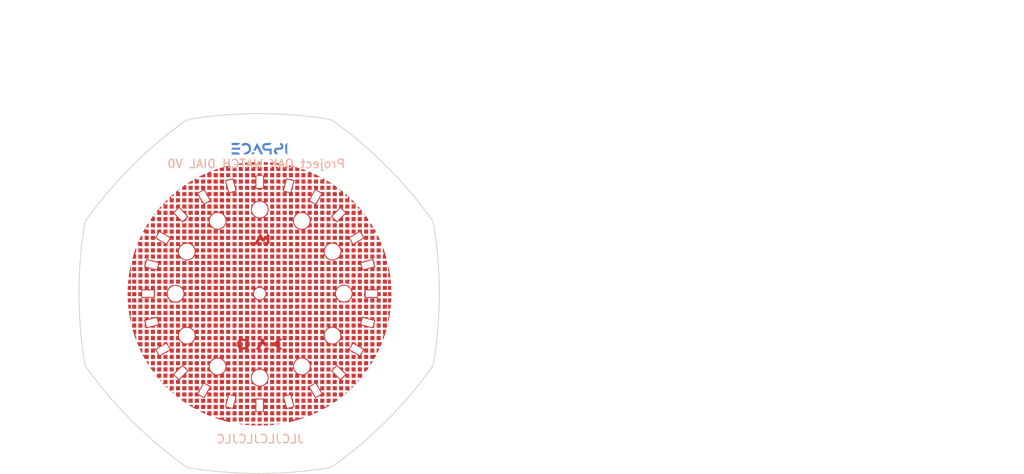
<source format=kicad_pcb>
(kicad_pcb (version 20171130) (host pcbnew "(5.1.6)-1")
  (title_block (title "Project OAK WATCH DIAL V0") (date 2025-07-05) (rev A) (company iSPACE))
  (layers (0 F.Cu signal) (31 B.Cu signal) (34 B.Paste user hide) (35 F.Paste user hide) (36 B.SilkS user) (37 F.SilkS user) (38 B.Mask user) (39 F.Mask user) (44 Edge.Cuts user))
  (net 0 "")
  (module LOGO (layer F.Cu) (at 70.4596 93.472)
    (fp_text reference G*** hide)
    (fp_text value LOGO hide)
  )
  (module MountingHole:MountingHole_2.1mm (layer F.Cu) (at 87.63 86.36)
    (fp_text reference REF** hide)
    (fp_text value MountingHole_2.1mm hide)
    (pad "" np_thru_hole circle (at 0 0) (size 2.1 2.1) (drill 2.1) (layers *.Cu *.Mask))
  )
  (module MountingHole:MountingHole_2.1mm (layer F.Cu) (at 87.63 100.584)
    (fp_text reference REF** hide)
    (fp_text value MountingHole_2.1mm hide)
    (pad "" np_thru_hole circle (at 0 0) (size 2.1 2.1) (drill 2.1) (layers *.Cu *.Mask))
  )
  (module MountingHole:MountingHole_2.1mm (layer F.Cu) (at 77.5716 110.6424)
    (fp_text reference REF** hide)
    (fp_text value MountingHole_2.1mm hide)
    (pad "" np_thru_hole circle (at 0 0) (size 2.1 2.1) (drill 2.1) (layers *.Cu *.Mask))
  )
  (module MountingHole:MountingHole_2.1mm (layer F.Cu) (at 63.3476 110.6424)
    (fp_text reference REF** hide)
    (fp_text value MountingHole_2.1mm hide)
    (pad "" np_thru_hole circle (at 0 0) (size 2.1 2.1) (drill 2.1) (layers *.Cu *.Mask))
  )
  (module MountingHole:MountingHole_2.1mm (layer F.Cu) (at 53.2892 100.584)
    (fp_text reference REF** hide)
    (fp_text value MountingHole_2.1mm hide)
    (pad "" np_thru_hole circle (at 0 0) (size 2.1 2.1) (drill 2.1) (layers *.Cu *.Mask))
  )
  (module MountingHole:MountingHole_2.1mm (layer F.Cu) (at 53.2892 86.36)
    (fp_text reference REF** hide)
    (fp_text value MountingHole_2.1mm hide)
    (pad "" np_thru_hole circle (at 0 0) (size 2.1 2.1) (drill 2.1) (layers *.Cu *.Mask))
  )
  (module MountingHole:MountingHole_2.1mm (layer F.Cu) (at 63.3476 76.3016)
    (fp_text reference REF** hide)
    (fp_text value MountingHole_2.1mm hide)
    (pad "" np_thru_hole circle (at 0 0) (size 2.1 2.1) (drill 2.1) (layers *.Cu *.Mask))
  )
  (module MountingHole:MountingHole_2.1mm (layer F.Cu) (at 77.5716 76.3016)
    (fp_text reference REF** hide)
    (fp_text value MountingHole_2.1mm hide)
    (pad "" np_thru_hole circle (at 0 0) (size 2.1 2.1) (drill 2.1) (layers *.Cu *.Mask))
  )
  (module LOGO (layer F.Cu) (at 123.5456 93.98)
    (fp_text reference G*** hide)
    (fp_text value LOGO hide)
  )
  (module LOGO (layer F.Cu) (at 70.4596 93.472)
    (fp_text reference G*** hide)
    (fp_text value LOGO hide)
  )
  (module LOGO (layer F.Cu) (at 123.5456 93.98)
    (fp_text reference G*** hide)
    (fp_text value LOGO hide)
  )
  (module LOGO (layer F.Cu) (at 123.5456 93.98)
    (fp_text reference G*** hide)
    (fp_text value LOGO hide)
  )
  (module LOGO (layer F.Cu) (at 156.8704 92.5322)
    (fp_text reference G*** hide)
    (fp_text value LOGO hide)
  )
  (module LOGO (layer F.Cu) (at 156.8704 92.5322)
    (fp_text reference G*** hide)
    (fp_text value LOGO hide)
  )
  (module LOGO (layer F.Cu) (at 70.4596 93.472)
    (fp_text reference G*** hide)
    (fp_text value LOGO hide)
    (fp_poly (pts (xy 0.243417 15.610417) (xy 0.015875 15.616424) (xy -0.211667 15.622432) (xy -0.211667 15.409333) (xy 0.256319 15.409333) (xy 0.243417 15.610417)) (layer F.Cu) (width 0.01))
    (fp_poly (pts (xy -0.486833 15.599833) (xy -0.672042 15.596951) (xy -0.762202 15.594605) (xy -0.840776 15.590872) (xy -0.894609 15.586432) (xy -0.904875 15.584895) (xy -0.936473 15.571554) (xy -0.950083 15.539403) (xy -0.9525 15.492528) (xy -0.9525 15.409333) (xy -0.486833 15.409333) (xy -0.486833 15.599833)) (layer F.Cu) (width 0.01))
    (fp_poly (pts (xy 0.994833 15.49123) (xy 0.991786 15.544949) (xy 0.974561 15.570896) (xy 0.931036 15.583584) (xy 0.915458 15.586247) (xy 0.852997 15.593001) (xy 0.767383 15.597818) (xy 0.682625 15.5996) (xy 0.529167 15.599833) (xy 0.529167 15.409333) (xy 0.994833 15.409333) (xy 0.994833 15.49123)) (layer F.Cu) (width 0.01))
    (fp_poly (pts (xy -1.227667 15.5575) (xy -1.328208 15.553942) (xy -1.411553 15.549987) (xy -1.494502 15.544551) (xy -1.513417 15.543008) (xy -1.601865 15.533346) (xy -1.655957 15.520828) (xy -1.683661 15.501859) (xy -1.692947 15.472844) (xy -1.693333 15.461847) (xy -1.693333 15.409333) (xy -1.227667 15.409333) (xy -1.227667 15.5575)) (layer F.Cu) (width 0.01))
    (fp_poly (pts (xy 1.60449 15.409628) (xy 1.671183 15.411582) (xy 1.71028 15.416795) (xy 1.72915 15.426872) (xy 1.735162 15.443413) (xy 1.735667 15.459955) (xy 1.732527 15.486787) (xy 1.7187 15.506144) (xy 1.687578 15.520094) (xy 1.632548 15.530708) (xy 1.547002 15.540055) (xy 1.455208 15.547768) (xy 1.27 15.562507) (xy 1.27 15.409333) (xy 1.502833 15.409333) (xy 1.60449 15.409628)) (layer F.Cu) (width 0.01))
    (fp_poly (pts (xy -2.031516 15.414059) (xy -1.990649 15.41987) (xy -1.971974 15.430016) (xy -1.9685 15.441083) (xy -1.988411 15.462685) (xy -2.047861 15.470324) (xy -2.146423 15.463999) (xy -2.283673 15.44371) (xy -2.296583 15.441435) (xy -2.44475 15.415053) (xy -2.206625 15.412193) (xy -2.101275 15.411771) (xy -2.031516 15.414059)) (layer F.Cu) (width 0.01))
    (fp_poly (pts (xy 2.238375 15.411998) (xy 2.465917 15.414663) (xy 2.307167 15.44242) (xy 2.182922 15.462027) (xy 2.095446 15.470485) (xy 2.040664 15.467775) (xy 2.014502 15.453879) (xy 2.010833 15.441083) (xy 2.017316 15.426835) (xy 2.041314 15.417741) (xy 2.089649 15.412928) (xy 2.169145 15.411524) (xy 2.238375 15.411998)) (layer F.Cu) (width 0.01))
    (fp_poly (pts (xy -4.191 14.9225) (xy -3.937 14.9225) (xy -3.937 14.6685) (xy -3.450167 14.6685) (xy -3.450167 14.943667) (xy -3.451245 15.063124) (xy -3.45479 15.14508) (xy -3.461262 15.194319) (xy -3.471125 15.215626) (xy -3.476625 15.217386) (xy -3.506068 15.21185) (xy -3.568017 15.197712) (xy -3.653996 15.176983) (xy -3.755527 15.151671) (xy -3.77825 15.145906) (xy -4.129007 15.052976) (xy -4.457962 14.957712) (xy -4.785488 14.854081) (xy -4.953 14.797952) (xy -5.323417 14.671769) (xy -5.127625 14.670134) (xy -5.033373 14.670502) (xy -4.974181 14.674251) (xy -4.942839 14.68249) (xy -4.932135 14.696329) (xy -4.931833 14.70025) (xy -4.92208 14.718686) (xy -4.887505 14.728584) (xy -4.820136 14.731937) (xy -4.804833 14.732) (xy -4.73109 14.729561) (xy -4.691498 14.720918) (xy -4.678084 14.704075) (xy -4.677833 14.70025) (xy -4.671331 14.686308) (xy -4.647428 14.677024) (xy -4.599536 14.67154) (xy -4.521063 14.668996) (xy -4.434417 14.6685) (xy -4.191 14.6685) (xy -4.191 14.9225)) (layer F.Cu) (width 0.01))
    (fp_poly (pts (xy 3.958167 14.9225) (xy 4.233333 14.9225) (xy 4.233333 14.6685) (xy 4.466167 14.6685) (xy 4.570386 14.669407) (xy 4.639008 14.672737) (xy 4.678744 14.679407) (xy 4.696301 14.69033) (xy 4.699 14.70025) (xy 4.708185 14.718059) (xy 4.741005 14.727957) (xy 4.805359 14.731767) (xy 4.836583 14.732) (xy 4.913756 14.72988) (xy 4.956649 14.722306) (xy 4.973159 14.707456) (xy 4.974167 14.70025) (xy 4.981512 14.684665) (xy 5.008453 14.675236) (xy 5.062348 14.670768) (xy 5.150554 14.670063) (xy 5.159375 14.670134) (xy 5.344583 14.671769) (xy 4.974167 14.797941) (xy 4.693858 14.889902) (xy 4.398336 14.980489) (xy 4.101051 15.065843) (xy 3.815453 15.142104) (xy 3.554991 15.205414) (xy 3.550708 15.20639) (xy 3.4925 15.21964) (xy 3.4925 14.6685) (xy 3.958167 14.6685) (xy 3.958167 14.9225)) (layer F.Cu) (width 0.01))
    (fp_poly (pts (xy -2.709333 15.134167) (xy -3.175 15.134167) (xy -3.175 14.6685) (xy -2.709333 14.6685) (xy -2.709333 15.134167)) (layer F.Cu) (width 0.01))
    (fp_poly (pts (xy -1.9685 15.134167) (xy -2.434167 15.134167) (xy -2.434167 14.6685) (xy -1.9685 14.6685) (xy -1.9685 15.134167)) (layer F.Cu) (width 0.01))
    (fp_poly (pts (xy -1.227667 15.134167) (xy -1.693333 15.134167) (xy -1.693333 14.6685) (xy -1.227667 14.6685) (xy -1.227667 15.134167)) (layer F.Cu) (width 0.01))
    (fp_poly (pts (xy -0.486833 15.134167) (xy -0.9525 15.134167) (xy -0.9525 14.6685) (xy -0.486833 14.6685) (xy -0.486833 15.134167)) (layer F.Cu) (width 0.01))
    (fp_poly (pts (xy 0.254 15.134167) (xy -0.211667 15.134167) (xy -0.211667 14.6685) (xy 0.254 14.6685) (xy 0.254 15.134167)) (layer F.Cu) (width 0.01))
    (fp_poly (pts (xy 0.994833 15.134167) (xy 0.529167 15.134167) (xy 0.529167 14.6685) (xy 0.994833 14.6685) (xy 0.994833 15.134167)) (layer F.Cu) (width 0.01))
    (fp_poly (pts (xy 1.735667 15.134167) (xy 1.27 15.134167) (xy 1.27 14.6685) (xy 1.735667 14.6685) (xy 1.735667 15.134167)) (layer F.Cu) (width 0.01))
    (fp_poly (pts (xy 2.4765 15.134167) (xy 2.010833 15.134167) (xy 2.010833 14.6685) (xy 2.4765 14.6685) (xy 2.4765 15.134167)) (layer F.Cu) (width 0.01))
    (fp_poly (pts (xy 3.217333 15.134167) (xy 2.751667 15.134167) (xy 2.751667 14.6685) (xy 3.217333 14.6685) (xy 3.217333 15.134167)) (layer F.Cu) (width 0.01))
    (fp_poly (pts (xy -5.672667 14.1605) (xy -5.673154 14.262397) (xy -5.675502 14.329282) (xy -5.681043 14.368473) (xy -5.691106 14.387289) (xy -5.707022 14.393047) (xy -5.715 14.393333) (xy -5.748196 14.405735) (xy -5.757333 14.44625) (xy -5.762769 14.485903) (xy -5.773208 14.498794) (xy -5.797351 14.490749) (xy -5.853029 14.468874) (xy -5.932922 14.436139) (xy -6.029711 14.395518) (xy -6.073017 14.377086) (xy -6.356951 14.25575) (xy -6.258226 14.249298) (xy -6.1595 14.242847) (xy -6.1595 13.927667) (xy -5.672667 13.927667) (xy -5.672667 14.1605)) (layer F.Cu) (width 0.01))
    (fp_poly (pts (xy 6.180667 14.242847) (xy 6.277784 14.249298) (xy 6.374901 14.25575) (xy 6.166659 14.345318) (xy 6.038323 14.400591) (xy 5.943866 14.440911) (xy 5.878128 14.467699) (xy 5.83595 14.48238) (xy 5.812173 14.486376) (xy 5.801638 14.48111) (xy 5.799186 14.468004) (xy 5.799657 14.448482) (xy 5.799667 14.446534) (xy 5.789857 14.404896) (xy 5.757333 14.393333) (xy 5.738806 14.390654) (xy 5.726646 14.377737) (xy 5.71952 14.347265) (xy 5.716099 14.291919) (xy 5.715052 14.204381) (xy 5.715 14.1605) (xy 5.715 13.927667) (xy 6.180667 13.927667) (xy 6.180667 14.242847)) (layer F.Cu) (width 0.01))
    (fp_poly (pts (xy -4.931833 14.393333) (xy -5.418667 14.393333) (xy -5.418667 13.927667) (xy -4.931833 13.927667) (xy -4.931833 14.393333)) (layer F.Cu) (width 0.01))
    (fp_poly (pts (xy -4.191 14.393333) (xy -4.677833 14.393333) (xy -4.677833 13.927667) (xy -4.191 13.927667) (xy -4.191 14.393333)) (layer F.Cu) (width 0.01))
    (fp_poly (pts (xy -3.450167 14.393333) (xy -3.937 14.393333) (xy -3.937 13.927667) (xy -3.450167 13.927667) (xy -3.450167 14.393333)) (layer F.Cu) (width 0.01))
    (fp_poly (pts (xy -2.709333 14.393333) (xy -3.175 14.393333) (xy -3.175 13.927667) (xy -2.709333 13.927667) (xy -2.709333 14.393333)) (layer F.Cu) (width 0.01))
    (fp_poly (pts (xy -1.9685 14.393333) (xy -2.434167 14.393333) (xy -2.434167 13.927667) (xy -1.9685 13.927667) (xy -1.9685 14.393333)) (layer F.Cu) (width 0.01))
    (fp_poly (pts (xy -1.227667 14.393333) (xy -1.693333 14.393333) (xy -1.693333 13.927667) (xy -1.227667 13.927667) (xy -1.227667 14.393333)) (layer F.Cu) (width 0.01))
    (fp_poly (pts (xy -0.486833 14.393333) (xy -0.9525 14.393333) (xy -0.9525 13.927667) (xy -0.486833 13.927667) (xy -0.486833 14.393333)) (layer F.Cu) (width 0.01))
    (fp_poly (pts (xy 0.070508 12.425758) (xy 0.248684 12.428301) (xy 0.428093 12.43211) (xy 0.590344 12.436836) (xy 0.642203 12.438741) (xy 0.994833 12.452648) (xy 0.994833 12.911667) (xy 0.529167 12.911667) (xy 0.529167 13.186833) (xy 0.994833 13.186833) (xy 0.994833 13.6525) (xy 0.529167 13.6525) (xy 0.529167 13.927667) (xy 0.994833 13.927667) (xy 0.994833 14.393333) (xy 0.529167 14.393333) (xy 0.529167 13.991167) (xy 0.254 13.991167) (xy 0.254 14.393333) (xy -0.211667 14.393333) (xy -0.211667 13.991167) (xy -0.465667 13.991167) (xy -0.465667 13.927667) (xy -0.381571 13.927667) (xy 0.423333 13.927667) (xy 0.423334 13.223875) (xy 0.423334 12.520083) (xy 0.026459 12.52169) (xy -0.370417 12.523297) (xy -0.381571 13.927667) (xy -0.465667 13.927667) (xy -0.465667 12.424833) (xy -0.088047 12.424833) (xy 0.070508 12.425758)) (layer F.Cu) (width 0.01))
    (fp_poly (pts (xy 1.735667 14.393333) (xy 1.27 14.393333) (xy 1.27 13.927667) (xy 1.735667 13.927667) (xy 1.735667 14.393333)) (layer F.Cu) (width 0.01))
    (fp_poly (pts (xy 2.4765 14.393333) (xy 2.010833 14.393333) (xy 2.010833 13.927667) (xy 2.4765 13.927667) (xy 2.4765 14.393333)) (layer F.Cu) (width 0.01))
    (fp_poly (pts (xy 3.217333 14.393333) (xy 2.751667 14.393333) (xy 2.751667 13.927667) (xy 3.217333 13.927667) (xy 3.217333 14.393333)) (layer F.Cu) (width 0.01))
    (fp_poly (pts (xy 3.958167 14.393333) (xy 3.4925 14.393333) (xy 3.4925 13.927667) (xy 3.958167 13.927667) (xy 3.958167 14.393333)) (layer F.Cu) (width 0.01))
    (fp_poly (pts (xy 4.699 14.393333) (xy 4.233333 14.393333) (xy 4.233333 13.927667) (xy 4.699 13.927667) (xy 4.699 14.393333)) (layer F.Cu) (width 0.01))
    (fp_poly (pts (xy 5.439833 14.393333) (xy 4.974167 14.393333) (xy 4.974167 13.927667) (xy 5.439833 13.927667) (xy 5.439833 14.393333)) (layer F.Cu) (width 0.01))
    (fp_poly (pts (xy -6.4135 14.075833) (xy -6.414192 14.148853) (xy -6.416014 14.201737) (xy -6.418582 14.223785) (xy -6.418792 14.223897) (xy -6.439022 14.215713) (xy -6.489529 14.193676) (xy -6.562042 14.161428) (xy -6.625167 14.13306) (xy -6.722093 14.087908) (xy -6.815868 14.041796) (xy -6.892422 14.001744) (xy -6.9215 13.985196) (xy -7.01675 13.928067) (xy -6.4135 13.927667) (xy -6.4135 14.075833)) (layer F.Cu) (width 0.01))
    (fp_poly (pts (xy 6.861319 13.927977) (xy 6.939375 13.929401) (xy 6.98582 13.93268) (xy 7.006016 13.938553) (xy 7.005324 13.94776) (xy 6.989104 13.961041) (xy 6.988934 13.96116) (xy 6.950991 13.983448) (xy 6.887252 14.016624) (xy 6.806871 14.056375) (xy 6.718997 14.098388) (xy 6.632783 14.138352) (xy 6.557381 14.171951) (xy 6.501943 14.194874) (xy 6.476125 14.202833) (xy 6.465792 14.183529) (xy 6.458483 14.13302) (xy 6.455833 14.06525) (xy 6.455833 13.927667) (xy 6.746293 13.927667) (xy 6.861319 13.927977)) (layer F.Cu) (width 0.01))
    (fp_poly (pts (xy -7.895167 13.419667) (xy -7.641167 13.419667) (xy -7.641167 13.186833) (xy -7.154333 13.186833) (xy -7.154333 13.6525) (xy -7.311352 13.6525) (xy -7.391785 13.653799) (xy -7.457293 13.657224) (xy -7.494832 13.662062) (xy -7.496561 13.662602) (xy -7.523766 13.655959) (xy -7.580331 13.631008) (xy -7.659293 13.591186) (xy -7.753692 13.539928) (xy -7.8105 13.507628) (xy -7.961003 13.419979) (xy -8.089226 13.343874) (xy -8.192055 13.281234) (xy -8.266377 13.233979) (xy -8.30908 13.20403) (xy -8.3185 13.194253) (xy -8.298828 13.191138) (xy -8.245784 13.188667) (xy -8.16833 13.187154) (xy -8.106833 13.186833) (xy -7.895167 13.186833) (xy -7.895167 13.419667)) (layer F.Cu) (width 0.01))
    (fp_poly (pts (xy -3.450167 11.929012) (xy -3.324202 11.962763) (xy -3.256379 11.97873) (xy -3.206243 11.986427) (xy -3.186618 11.984896) (xy -3.180582 11.959213) (xy -3.176381 11.9038) (xy -3.175 11.839222) (xy -3.175 11.705167) (xy -2.709333 11.705167) (xy -2.709585 11.932708) (xy -2.713155 12.055668) (xy -2.7227 12.16941) (xy -2.73688 12.259296) (xy -2.741083 12.276667) (xy -2.76218 12.360242) (xy -2.770463 12.411147) (xy -2.765932 12.437058) (xy -2.748587 12.445651) (xy -2.741083 12.446) (xy -2.726872 12.45265) (xy -2.717514 12.477076) (xy -2.712096 12.525985) (xy -2.709701 12.606088) (xy -2.709333 12.678833) (xy -2.709333 12.911667) (xy -2.915975 12.911667) (xy -2.940611 13.012208) (xy -2.957536 13.079671) (xy -2.971918 13.134296) (xy -2.9763 13.149792) (xy -2.977485 13.169727) (xy -2.960514 13.180939) (xy -2.917064 13.185835) (xy -2.848343 13.186833) (xy -2.709333 13.186833) (xy -2.709333 13.649688) (xy -2.916863 13.656386) (xy -3.061585 13.656101) (xy -3.17809 13.643992) (xy -3.250238 13.627735) (xy -3.344149 13.603224) (xy -3.404518 13.592896) (xy -3.437611 13.596531) (xy -3.449693 13.613911) (xy -3.450167 13.62075) (xy -3.45667 13.634692) (xy -3.480572 13.643975) (xy -3.528465 13.649459) (xy -3.606938 13.652003) (xy -3.693583 13.6525) (xy -3.937 13.6525) (xy -3.937 13.548348) (xy -3.938916 13.485643) (xy -3.949167 13.452675) (xy -3.974511 13.436876) (xy -4.0005 13.43025) (xy -4.044815 13.41336) (xy -4.063517 13.391992) (xy -4.063519 13.391526) (xy -4.058051 13.362131) (xy -4.054021 13.345164) (xy -3.953382 13.345164) (xy -3.953355 13.345196) (xy -3.930748 13.352585) (xy -3.875155 13.368437) (xy -3.794575 13.390626) (xy -3.69701 13.417027) (xy -3.59046 13.445512) (xy -3.482926 13.473957) (xy -3.382409 13.500236) (xy -3.29691 13.522221) (xy -3.234428 13.537788) (xy -3.202966 13.54481) (xy -3.201458 13.544993) (xy -3.176831 13.541228) (xy -3.175 13.53829) (xy -3.169698 13.516579) (xy -3.154657 13.458881) (xy -3.131176 13.370082) (xy -3.100554 13.255063) (xy -3.064089 13.118709) (xy -3.023081 12.965903) (xy -2.996391 12.866705) (xy -2.95348 12.706378) (xy -2.914702 12.559578) (xy -2.881302 12.431172) (xy -2.854526 12.326028) (xy -2.83562 12.249011) (xy -2.825828 12.204988) (xy -2.824868 12.19641) (xy -2.846685 12.188675) (xy -2.90132 12.172501) (xy -2.981005 12.149978) (xy -3.07797 12.123197) (xy -3.184447 12.09425) (xy -3.292667 12.065226) (xy -3.394861 12.038218) (xy -3.483261 12.015316) (xy -3.550097 11.998611) (xy -3.5876 11.990194) (xy -3.59289 11.989701) (xy -3.599906 12.0108) (xy -3.615995 12.066825) (xy -3.639607 12.151956) (xy -3.669197 12.260374) (xy -3.703216 12.38626) (xy -3.740117 12.523796) (xy -3.778352 12.667161) (xy -3.816375 12.810538) (xy -3.852637 12.948106) (xy -3.885591 13.074048) (xy -3.91369 13.182544) (xy -3.935387 13.267774) (xy -3.949133 13.323921) (xy -3.953382 13.345164) (xy -4.054021 13.345164) (xy -4.043579 13.301207) (xy -4.02239 13.218025) (xy -4.000037 13.133917) (xy -3.968566 13.008321) (xy -3.949336 12.903029) (xy -3.939703 12.798718) (xy -3.93702 12.676062) (xy -3.937019 12.673542) (xy -3.937 12.446) (xy -3.87697 12.446) (xy -3.842924 12.442501) (xy -3.820214 12.425683) (xy -3.801713 12.386064) (xy -3.78172 12.319319) (xy -3.763276 12.251355) (xy -3.750526 12.201264) (xy -3.7465 12.181736) (xy -3.765435 12.175231) (xy -3.813336 12.171332) (xy -3.84175 12.170833) (xy -3.937 12.170833) (xy -3.937 11.705167) (xy -3.450167 11.705167) (xy -3.450167 11.929012)) (layer F.Cu) (width 0.01))
    (fp_poly (pts (xy 3.217333 12.006089) (xy 3.275542 11.992038) (xy 3.336617 11.976851) (xy 3.407136 11.958745) (xy 3.413125 11.957178) (xy 3.4925 11.936368) (xy 3.4925 11.705167) (xy 3.958167 11.705167) (xy 3.958167 12.170833) (xy 3.882657 12.170833) (xy 3.832781 12.174517) (xy 3.815588 12.189103) (xy 3.817807 12.207875) (xy 3.830096 12.250565) (xy 3.848211 12.313483) (xy 3.855263 12.337976) (xy 3.882053 12.403439) (xy 3.91372 12.438488) (xy 3.920113 12.440986) (xy 3.941002 12.453217) (xy 3.952682 12.482539) (xy 3.957585 12.538532) (xy 3.958288 12.591344) (xy 3.963895 12.677211) (xy 3.981347 12.785347) (xy 4.011796 12.921736) (xy 4.050402 13.070417) (xy 4.142393 13.409083) (xy 4.05028 13.436182) (xy 3.993764 13.45498) (xy 3.966942 13.476961) (xy 3.958746 13.516749) (xy 3.958167 13.55789) (xy 3.958167 13.6525) (xy 3.725333 13.6525) (xy 3.621756 13.651674) (xy 3.553598 13.648541) (xy 3.513965 13.64212) (xy 3.495962 13.631427) (xy 3.4925 13.619323) (xy 3.478396 13.595401) (xy 3.455458 13.596897) (xy 3.403788 13.611141) (xy 3.336484 13.628797) (xy 3.270174 13.645606) (xy 3.221487 13.657307) (xy 3.210718 13.659594) (xy 3.179984 13.660969) (xy 3.117206 13.660881) (xy 3.032643 13.659409) (xy 2.968625 13.657682) (xy 2.751667 13.651019) (xy 2.751667 13.186833) (xy 2.899833 13.186833) (xy 2.972864 13.184939) (xy 3.025783 13.179953) (xy 3.047883 13.172923) (xy 3.048 13.172347) (xy 3.042678 13.145679) (xy 3.028868 13.091206) (xy 3.013461 13.034763) (xy 2.978921 12.911667) (xy 2.751667 12.911667) (xy 2.751667 12.446) (xy 2.806848 12.446) (xy 2.845522 12.440366) (xy 2.850899 12.418564) (xy 2.847696 12.408958) (xy 2.834443 12.366635) (xy 2.817514 12.302483) (xy 2.810046 12.271375) (xy 2.793295 12.213187) (xy 2.786066 12.197488) (xy 2.884973 12.197488) (xy 2.945477 12.422285) (xy 2.969894 12.513198) (xy 3.002416 12.634568) (xy 3.040248 12.775946) (xy 3.080593 12.926883) (xy 3.120656 13.076931) (xy 3.125977 13.096875) (xy 3.161681 13.227698) (xy 3.194834 13.343554) (xy 3.223635 13.438583) (xy 3.246278 13.506929) (xy 3.260961 13.542732) (xy 3.264451 13.546667) (xy 3.289974 13.541413) (xy 3.349428 13.526833) (xy 3.435888 13.504695) (xy 3.542432 13.47677) (xy 3.647006 13.448893) (xy 3.764556 13.417085) (xy 3.867119 13.388878) (xy 3.948033 13.36614) (xy 4.000634 13.350741) (xy 4.01824 13.344722) (xy 4.014782 13.323619) (xy 4.001721 13.267564) (xy 3.980616 13.182442) (xy 3.953027 13.074137) (xy 3.920514 12.94853) (xy 3.884639 12.811507) (xy 3.846961 12.668951) (xy 3.80904 12.526745) (xy 3.772437 12.390773) (xy 3.738712 12.266919) (xy 3.709425 12.161066) (xy 3.686136 12.079097) (xy 3.670405 12.026897) (xy 3.664516 12.010838) (xy 3.638623 12.007457) (xy 3.573499 12.017397) (xy 3.470032 12.040474) (xy 3.329112 12.076504) (xy 3.268112 12.092957) (xy 2.884973 12.197488) (xy 2.786066 12.197488) (xy 2.776579 12.176887) (xy 2.769198 12.170833) (xy 2.762153 12.151093) (xy 2.75646 12.097568) (xy 2.752762 12.018801) (xy 2.751667 11.938) (xy 2.751667 11.705167) (xy 3.217333 11.705167) (xy 3.217333 12.006089)) (layer F.Cu) (width 0.01))
    (fp_poly (pts (xy 7.662333 13.419667) (xy 7.9375 13.419667) (xy 7.9375 13.186833) (xy 8.142111 13.186833) (xy 8.227945 13.187796) (xy 8.29388 13.190388) (xy 8.331394 13.194166) (xy 8.336589 13.196967) (xy 8.30715 13.21923) (xy 8.24965 13.256976) (xy 8.17053 13.306422) (xy 8.076229 13.363785) (xy 7.973188 13.425283) (xy 7.867847 13.487132) (xy 7.766646 13.545551) (xy 7.676025 13.596757) (xy 7.602425 13.636966) (xy 7.552286 13.662397) (xy 7.532221 13.669407) (xy 7.50904 13.666528) (xy 7.454352 13.662738) (xy 7.378951 13.65876) (xy 7.360708 13.657933) (xy 7.196667 13.650719) (xy 7.196667 13.186833) (xy 7.662333 13.186833) (xy 7.662333 13.419667)) (layer F.Cu) (width 0.01))
    (fp_poly (pts (xy -6.4135 13.6525) (xy -6.900333 13.6525) (xy -6.900333 13.186833) (xy -6.4135 13.186833) (xy -6.4135 13.6525)) (layer F.Cu) (width 0.01))
    (fp_poly (pts (xy -5.672667 13.6525) (xy -6.1595 13.6525) (xy -6.1595 13.186833) (xy -5.672667 13.186833) (xy -5.672667 13.6525)) (layer F.Cu) (width 0.01))
    (fp_poly (pts (xy -4.931833 13.6525) (xy -5.418667 13.6525) (xy -5.418667 13.186833) (xy -4.931833 13.186833) (xy -4.931833 13.6525)) (layer F.Cu) (width 0.01))
    (fp_poly (pts (xy -4.191 13.6525) (xy -4.677833 13.6525) (xy -4.677833 13.186833) (xy -4.191 13.186833) (xy -4.191 13.6525)) (layer F.Cu) (width 0.01))
    (fp_poly (pts (xy -1.9685 13.6525) (xy -2.434167 13.6525) (xy -2.434167 13.186833) (xy -1.9685 13.186833) (xy -1.9685 13.6525)) (layer F.Cu) (width 0.01))
    (fp_poly (pts (xy -1.227667 13.6525) (xy -1.693333 13.6525) (xy -1.693333 13.186833) (xy -1.227667 13.186833) (xy -1.227667 13.6525)) (layer F.Cu) (width 0.01))
    (fp_poly (pts (xy -0.486833 13.6525) (xy -0.9525 13.6525) (xy -0.9525 13.186833) (xy -0.486833 13.186833) (xy -0.486833 13.6525)) (layer F.Cu) (width 0.01))
    (fp_poly (pts (xy 1.735667 13.6525) (xy 1.27 13.6525) (xy 1.27 13.186833) (xy 1.735667 13.186833) (xy 1.735667 13.6525)) (layer F.Cu) (width 0.01))
    (fp_poly (pts (xy 2.4765 13.6525) (xy 2.010833 13.6525) (xy 2.010833 13.186833) (xy 2.4765 13.186833) (xy 2.4765 13.6525)) (layer F.Cu) (width 0.01))
    (fp_poly (pts (xy 4.699 13.6525) (xy 4.233333 13.6525) (xy 4.233333 13.186833) (xy 4.699 13.186833) (xy 4.699 13.6525)) (layer F.Cu) (width 0.01))
    (fp_poly (pts (xy 5.439833 13.6525) (xy 4.974167 13.6525) (xy 4.974167 13.186833) (xy 5.439833 13.186833) (xy 5.439833 13.6525)) (layer F.Cu) (width 0.01))
    (fp_poly (pts (xy 6.180667 13.6525) (xy 5.715 13.6525) (xy 5.715 13.186833) (xy 6.180667 13.186833) (xy 6.180667 13.6525)) (layer F.Cu) (width 0.01))
    (fp_poly (pts (xy 6.9215 13.6525) (xy 6.455833 13.6525) (xy 6.455833 13.186833) (xy 6.9215 13.186833) (xy 6.9215 13.6525)) (layer F.Cu) (width 0.01))
    (fp_poly (pts (xy -8.636 12.676366) (xy -8.636342 12.777481) (xy -8.638473 12.843994) (xy -8.644052 12.883634) (xy -8.654737 12.904131) (xy -8.672186 12.913214) (xy -8.687532 12.916582) (xy -8.717196 12.914404) (xy -8.761201 12.896827) (xy -8.824433 12.861122) (xy -8.911777 12.804558) (xy -9.014641 12.733841) (xy -9.290218 12.54125) (xy -9.206526 12.534741) (xy -9.150578 12.525939) (xy -9.126412 12.507308) (xy -9.122833 12.487116) (xy -9.119982 12.469435) (xy -9.106665 12.457697) (xy -9.07574 12.450696) (xy -9.020063 12.447226) (xy -8.932493 12.446079) (xy -8.879417 12.446) (xy -8.636 12.446) (xy -8.636 12.676366)) (layer F.Cu) (width 0.01))
    (fp_poly (pts (xy -7.895167 12.911667) (xy -8.382 12.911667) (xy -8.382 12.446) (xy -7.895167 12.446) (xy -7.895167 12.911667)) (layer F.Cu) (width 0.01))
    (fp_poly (pts (xy -7.154333 12.911667) (xy -7.641167 12.911667) (xy -7.641167 12.446) (xy -7.154333 12.446) (xy -7.154333 12.911667)) (layer F.Cu) (width 0.01))
    (fp_poly (pts (xy -6.4135 12.911667) (xy -6.900333 12.911667) (xy -6.900333 12.446) (xy -6.4135 12.446) (xy -6.4135 12.911667)) (layer F.Cu) (width 0.01))
    (fp_poly (pts (xy -5.672667 12.911667) (xy -6.1595 12.911667) (xy -6.1595 12.446) (xy -5.672667 12.446) (xy -5.672667 12.911667)) (layer F.Cu) (width 0.01))
    (fp_poly (pts (xy -4.931833 12.911667) (xy -5.418667 12.911667) (xy -5.418667 12.446) (xy -4.931833 12.446) (xy -4.931833 12.911667)) (layer F.Cu) (width 0.01))
    (fp_poly (pts (xy -4.191 12.911667) (xy -4.677833 12.911667) (xy -4.677833 12.446) (xy -4.191 12.446) (xy -4.191 12.911667)) (layer F.Cu) (width 0.01))
    (fp_poly (pts (xy -1.9685 12.911667) (xy -2.434167 12.911667) (xy -2.434167 12.446) (xy -1.9685 12.446) (xy -1.9685 12.911667)) (layer F.Cu) (width 0.01))
    (fp_poly (pts (xy -1.227667 12.911667) (xy -1.693333 12.911667) (xy -1.693333 12.446) (xy -1.227667 12.446) (xy -1.227667 12.911667)) (layer F.Cu) (width 0.01))
    (fp_poly (pts (xy -0.486833 12.911667) (xy -0.9525 12.911667) (xy -0.9525 12.446) (xy -0.486833 12.446) (xy -0.486833 12.911667)) (layer F.Cu) (width 0.01))
    (fp_poly (pts (xy 1.735667 12.911667) (xy 1.27 12.911667) (xy 1.27 12.446) (xy 1.735667 12.446) (xy 1.735667 12.911667)) (layer F.Cu) (width 0.01))
    (fp_poly (pts (xy 2.4765 12.911667) (xy 2.010833 12.911667) (xy 2.010833 12.446) (xy 2.4765 12.446) (xy 2.4765 12.911667)) (layer F.Cu) (width 0.01))
    (fp_poly (pts (xy 4.699 12.911667) (xy 4.233333 12.911667) (xy 4.233333 12.446) (xy 4.699 12.446) (xy 4.699 12.911667)) (layer F.Cu) (width 0.01))
    (fp_poly (pts (xy 5.439833 12.911667) (xy 4.974167 12.911667) (xy 4.974167 12.446) (xy 5.439833 12.446) (xy 5.439833 12.911667)) (layer F.Cu) (width 0.01))
    (fp_poly (pts (xy 6.180667 12.911667) (xy 5.715 12.911667) (xy 5.715 12.446) (xy 6.180667 12.446) (xy 6.180667 12.911667)) (layer F.Cu) (width 0.01))
    (fp_poly (pts (xy 6.9215 12.911667) (xy 6.455833 12.911667) (xy 6.455833 12.446) (xy 6.9215 12.446) (xy 6.9215 12.911667)) (layer F.Cu) (width 0.01))
    (fp_poly (pts (xy 7.662333 12.911667) (xy 7.196667 12.911667) (xy 7.196667 12.446) (xy 7.662333 12.446) (xy 7.662333 12.911667)) (layer F.Cu) (width 0.01))
    (fp_poly (pts (xy 8.403167 12.911667) (xy 7.9375 12.911667) (xy 7.9375 12.446) (xy 8.403167 12.446) (xy 8.403167 12.911667)) (layer F.Cu) (width 0.01))
    (fp_poly (pts (xy 9.013156 12.446521) (xy 9.080114 12.448944) (xy 9.119339 12.454558) (xy 9.138126 12.464651) (xy 9.143775 12.480512) (xy 9.144 12.487116) (xy 9.15308 12.515329) (xy 9.187233 12.529856) (xy 9.227553 12.534741) (xy 9.311106 12.54125) (xy 9.046505 12.726458) (xy 8.939217 12.799132) (xy 8.847703 12.856347) (xy 8.777562 12.894826) (xy 8.73439 12.911292) (xy 8.730118 12.911667) (xy 8.678333 12.911667) (xy 8.678333 12.446) (xy 8.911167 12.446) (xy 9.013156 12.446521)) (layer F.Cu) (width 0.01))
    (fp_poly (pts (xy -6.4135 10.617053) (xy -6.111552 10.790693) (xy -5.972574 10.868265) (xy -5.865943 10.922379) (xy -5.789475 10.95406) (xy -5.741136 10.964333) (xy -5.672667 10.964333) (xy -5.672667 11.43) (xy -5.980933 11.43) (xy -6.059007 11.562292) (xy -6.13708 11.694583) (xy -5.904874 11.700568) (xy -5.672667 11.706553) (xy -5.672667 12.170833) (xy -6.1595 12.170833) (xy -6.1595 11.73706) (xy -6.344708 12.059525) (xy -6.405205 12.163826) (xy -6.458637 12.253998) (xy -6.501429 12.324167) (xy -6.530006 12.368455) (xy -6.5405 12.381363) (xy -6.561447 12.370968) (xy -6.612359 12.342684) (xy -6.686771 12.300188) (xy -6.778219 12.247157) (xy -6.836833 12.212834) (xy -6.935694 12.155278) (xy -7.021804 12.106155) (xy -7.088554 12.069154) (xy -7.129333 12.047968) (xy -7.138458 12.044382) (xy -7.149602 12.062378) (xy -7.154332 12.106506) (xy -7.154333 12.107333) (xy -7.154333 12.170833) (xy -7.641167 12.170833) (xy -7.641167 11.868343) (xy -7.248549 11.868343) (xy -7.224524 11.881047) (xy -7.170453 11.911741) (xy -7.092668 11.956768) (xy -6.997499 12.012465) (xy -6.910917 12.06354) (xy -6.806806 12.124826) (xy -6.71542 12.17798) (xy -6.642928 12.219466) (xy -6.595496 12.245749) (xy -6.57957 12.253486) (xy -6.566061 12.236319) (xy -6.534175 12.186686) (xy -6.486503 12.108898) (xy -6.425636 12.007263) (xy -6.354165 11.886094) (xy -6.274679 11.749698) (xy -6.223458 11.661024) (xy -6.140927 11.516425) (xy -6.066168 11.38302) (xy -6.00161 11.26534) (xy -5.949684 11.167912) (xy -5.91282 11.095266) (xy -5.893447 11.05193) (xy -5.891223 11.041899) (xy -5.911323 11.024875) (xy -5.96061 10.992107) (xy -6.032092 10.947643) (xy -6.118777 10.89553) (xy -6.213674 10.839817) (xy -6.309789 10.784552) (xy -6.400131 10.733783) (xy -6.477708 10.691557) (xy -6.535527 10.661924) (xy -6.566597 10.648931) (xy -6.569828 10.649027) (xy -6.589554 10.678029) (xy -6.62535 10.736914) (xy -6.6743 10.82044) (xy -6.733486 10.923369) (xy -6.799993 11.040462) (xy -6.870905 11.166479) (xy -6.943305 11.296181) (xy -7.014276 11.424329) (xy -7.080902 11.545684) (xy -7.140267 11.655006) (xy -7.189455 11.747056) (xy -7.225548 11.816595) (xy -7.245631 11.858383) (xy -7.248549 11.868343) (xy -7.641167 11.868343) (xy -7.641167 11.705167) (xy -7.287241 11.705167) (xy -7.093787 11.369356) (xy -7.031981 11.260246) (xy -6.978345 11.16208) (xy -6.936272 11.081354) (xy -6.909156 11.024564) (xy -6.900333 10.998939) (xy -6.890956 10.968967) (xy -6.881641 10.964333) (xy -6.864529 10.947856) (xy -6.833351 10.905798) (xy -6.795245 10.849215) (xy -6.757352 10.789166) (xy -6.72681 10.736708) (xy -6.710759 10.702898) (xy -6.709833 10.698233) (xy -6.72877 10.692824) (xy -6.776676 10.689581) (xy -6.805083 10.689167) (xy -6.900333 10.689167) (xy -6.900333 10.2235) (xy -6.4135 10.2235) (xy -6.4135 10.617053)) (layer F.Cu) (width 0.01))
    (fp_poly (pts (xy 6.9215 10.689167) (xy 6.858 10.689167) (xy 6.813384 10.692769) (xy 6.794504 10.701445) (xy 6.7945 10.701582) (xy 6.804554 10.723009) (xy 6.832513 10.77511) (xy 6.875074 10.85192) (xy 6.928931 10.947476) (xy 6.990292 11.054961) (xy 7.186083 11.395925) (xy 7.198147 10.964333) (xy 7.662333 10.964333) (xy 7.662333 11.43) (xy 7.440083 11.43) (xy 7.348845 11.430838) (xy 7.275759 11.433104) (xy 7.229569 11.436426) (xy 7.217833 11.439449) (xy 7.227749 11.461047) (xy 7.253825 11.508918) (xy 7.290551 11.572968) (xy 7.29293 11.577032) (xy 7.368028 11.705167) (xy 7.662333 11.705167) (xy 7.662333 12.170833) (xy 7.196667 12.170833) (xy 7.196667 12.117917) (xy 7.192084 12.078103) (xy 7.183309 12.065) (xy 7.161163 12.075027) (xy 7.109289 12.102604) (xy 7.034539 12.143972) (xy 6.943763 12.195374) (xy 6.903535 12.218458) (xy 6.807947 12.273385) (xy 6.725485 12.320521) (xy 6.663062 12.355933) (xy 6.627595 12.375686) (xy 6.622489 12.378328) (xy 6.605428 12.364882) (xy 6.576309 12.323464) (xy 6.54965 12.277787) (xy 6.51532 12.219943) (xy 6.486817 12.181105) (xy 6.473636 12.170833) (xy 6.45698 12.154114) (xy 6.455833 12.145021) (xy 6.44578 12.119212) (xy 6.417821 12.063005) (xy 6.375263 11.982641) (xy 6.321407 11.88436) (xy 6.260042 11.775247) (xy 6.06425 11.431284) (xy 5.715 11.43) (xy 5.715 11.038235) (xy 5.951901 11.038235) (xy 5.960691 11.056902) (xy 5.98763 11.10693) (xy 6.029703 11.183018) (xy 6.083893 11.279865) (xy 6.147185 11.392168) (xy 6.216562 11.514628) (xy 6.289008 11.641942) (xy 6.361507 11.76881) (xy 6.431044 11.889929) (xy 6.494601 12) (xy 6.549162 12.09372) (xy 6.591713 12.165788) (xy 6.617745 12.208549) (xy 6.644835 12.241245) (xy 6.663138 12.248517) (xy 6.686435 12.23517) (xy 6.738465 12.20519) (xy 6.811314 12.163139) (xy 6.88975 12.117815) (xy 6.989375 12.060018) (xy 7.089649 12.001504) (xy 7.176684 11.950393) (xy 7.221708 11.923718) (xy 7.342 11.851989) (xy 7.020625 11.295022) (xy 6.938755 11.153401) (xy 6.862397 11.02182) (xy 6.794471 10.905271) (xy 6.737898 10.808748) (xy 6.695597 10.737244) (xy 6.670491 10.695753) (xy 6.666399 10.689383) (xy 6.633548 10.640711) (xy 6.295982 10.836394) (xy 6.188764 10.898671) (xy 6.094878 10.953438) (xy 6.020189 10.997254) (xy 5.970562 11.026681) (xy 5.951901 11.038235) (xy 5.715 11.038235) (xy 5.715 10.964333) (xy 5.802073 10.964333) (xy 5.844566 10.96016) (xy 5.894469 10.945619) (xy 5.958642 10.917681) (xy 6.043945 10.873316) (xy 6.157237 10.809492) (xy 6.17249 10.800699) (xy 6.455833 10.637065) (xy 6.455833 10.2235) (xy 6.9215 10.2235) (xy 6.9215 10.689167)) (layer F.Cu) (width 0.01))
    (fp_poly (pts (xy -9.398 12.170833) (xy -9.491909 12.170833) (xy -9.550331 12.173039) (xy -9.578875 12.184852) (xy -9.58996 12.21406) (xy -9.592451 12.233909) (xy -9.599083 12.296984) (xy -9.755092 12.17655) (xy -9.819936 12.123922) (xy -9.86635 12.081186) (xy -9.888246 12.054247) (xy -9.887383 12.048211) (xy -9.874419 12.022937) (xy -9.86629 11.960583) (xy -9.863667 11.872736) (xy -9.863667 11.705167) (xy -9.398 11.705167) (xy -9.398 12.170833)) (layer F.Cu) (width 0.01))
    (fp_poly (pts (xy 9.884833 11.872736) (xy 9.887794 11.965207) (xy 9.896215 12.025474) (xy 9.908525 12.048203) (xy 9.90472 12.06355) (xy 9.873065 12.096947) (xy 9.820075 12.141718) (xy 9.808723 12.150508) (xy 9.723621 12.215685) (xy 9.666873 12.258141) (xy 9.632783 12.28031) (xy 9.615655 12.284625) (xy 9.609792 12.27352) (xy 9.609499 12.249427) (xy 9.609667 12.235533) (xy 9.607005 12.195755) (xy 9.591357 12.176916) (xy 9.551225 12.171206) (xy 9.514417 12.170833) (xy 9.419167 12.170833) (xy 9.419167 11.705167) (xy 9.884833 11.705167) (xy 9.884833 11.872736)) (layer F.Cu) (width 0.01))
    (fp_poly (pts (xy -8.636 12.170833) (xy -9.122833 12.170833) (xy -9.122833 11.705167) (xy -8.636 11.705167) (xy -8.636 12.170833)) (layer F.Cu) (width 0.01))
    (fp_poly (pts (xy -7.895167 12.170833) (xy -8.382 12.170833) (xy -8.382 11.705167) (xy -7.895167 11.705167) (xy -7.895167 12.170833)) (layer F.Cu) (width 0.01))
    (fp_poly (pts (xy -4.931833 12.170833) (xy -5.418667 12.170833) (xy -5.418667 11.705167) (xy -4.931833 11.705167) (xy -4.931833 12.170833)) (layer F.Cu) (width 0.01))
    (fp_poly (pts (xy -4.191 12.170833) (xy -4.677833 12.170833) (xy -4.677833 11.705167) (xy -4.191 11.705167) (xy -4.191 12.170833)) (layer F.Cu) (width 0.01))
    (fp_poly (pts (xy -1.9685 12.170833) (xy -2.434167 12.170833) (xy -2.434167 11.705167) (xy -1.9685 11.705167) (xy -1.9685 12.170833)) (layer F.Cu) (width 0.01))
    (fp_poly (pts (xy -1.227667 12.170833) (xy -1.693333 12.170833) (xy -1.693333 11.705167) (xy -1.227667 11.705167) (xy -1.227667 12.170833)) (layer F.Cu) (width 0.01))
    (fp_poly (pts (xy -0.486833 12.170833) (xy -0.9525 12.170833) (xy -0.9525 11.705167) (xy -0.486833 11.705167) (xy -0.486833 12.170833)) (layer F.Cu) (width 0.01))
    (fp_poly (pts (xy 0.254 12.170833) (xy -0.211667 12.170833) (xy -0.211667 11.705167) (xy 0.254 11.705167) (xy 0.254 12.170833)) (layer F.Cu) (width 0.01))
    (fp_poly (pts (xy 0.994833 12.170833) (xy 0.529167 12.170833) (xy 0.529167 11.705167) (xy 0.994833 11.705167) (xy 0.994833 12.170833)) (layer F.Cu) (width 0.01))
    (fp_poly (pts (xy 1.735667 12.170833) (xy 1.27 12.170833) (xy 1.27 11.705167) (xy 1.735667 11.705167) (xy 1.735667 12.170833)) (layer F.Cu) (width 0.01))
    (fp_poly (pts (xy 2.4765 12.170833) (xy 2.010833 12.170833) (xy 2.010833 11.705167) (xy 2.4765 11.705167) (xy 2.4765 12.170833)) (layer F.Cu) (width 0.01))
    (fp_poly (pts (xy 4.699 12.170833) (xy 4.233333 12.170833) (xy 4.233333 11.705167) (xy 4.699 11.705167) (xy 4.699 12.170833)) (layer F.Cu) (width 0.01))
    (fp_poly (pts (xy 5.439833 12.170833) (xy 4.974167 12.170833) (xy 4.974167 11.705167) (xy 5.439833 11.705167) (xy 5.439833 12.170833)) (layer F.Cu) (width 0.01))
    (fp_poly (pts (xy 6.180667 12.170833) (xy 5.715 12.170833) (xy 5.715 11.705167) (xy 6.180667 11.705167) (xy 6.180667 12.170833)) (layer F.Cu) (width 0.01))
    (fp_poly (pts (xy 8.403167 12.170833) (xy 7.9375 12.170833) (xy 7.9375 11.705167) (xy 8.403167 11.705167) (xy 8.403167 12.170833)) (layer F.Cu) (width 0.01))
    (fp_poly (pts (xy 9.144 12.170833) (xy 8.678333 12.170833) (xy 8.678333 11.705167) (xy 9.144 11.705167) (xy 9.144 12.170833)) (layer F.Cu) (width 0.01))
    (fp_poly (pts (xy -10.16911 11.707433) (xy -10.145128 11.721392) (xy -10.139014 11.757781) (xy -10.138833 11.77925) (xy -10.140163 11.828076) (xy -10.143431 11.852197) (xy -10.144125 11.85276) (xy -10.161217 11.839338) (xy -10.199187 11.805611) (xy -10.228481 11.778677) (xy -10.307545 11.705167) (xy -10.223189 11.705167) (xy -10.16911 11.707433)) (layer F.Cu) (width 0.01))
    (fp_poly (pts (xy 10.300131 11.706274) (xy 10.326581 11.709059) (xy 10.327336 11.710458) (xy 10.30785 11.726673) (xy 10.268004 11.762293) (xy 10.239141 11.788694) (xy 10.16 11.861638) (xy 10.16 11.783402) (xy 10.162146 11.734022) (xy 10.176567 11.711574) (xy 10.215235 11.705437) (xy 10.248194 11.705167) (xy 10.300131 11.706274)) (layer F.Cu) (width 0.01))
    (fp_poly (pts (xy -10.138833 11.43) (xy -10.453778 11.43) (xy -10.460347 11.505067) (xy -10.466917 11.580135) (xy -10.58261 11.462734) (xy -10.639106 11.403844) (xy -10.667979 11.368363) (xy -10.672483 11.350738) (xy -10.655873 11.345414) (xy -10.651402 11.345333) (xy -10.629176 11.343019) (xy -10.615373 11.330662) (xy -10.607992 11.30014) (xy -10.605034 11.243332) (xy -10.6045 11.154833) (xy -10.6045 10.964333) (xy -10.138833 10.964333) (xy -10.138833 11.43)) (layer F.Cu) (width 0.01))
    (fp_poly (pts (xy 10.625667 11.154833) (xy 10.626238 11.245109) (xy 10.629284 11.301176) (xy 10.636801 11.331155) (xy 10.650785 11.343166) (xy 10.672496 11.345333) (xy 10.693368 11.348907) (xy 10.693101 11.363581) (xy 10.668478 11.395285) (xy 10.616283 11.449948) (xy 10.615083 11.451167) (xy 10.561145 11.503683) (xy 10.518028 11.541555) (xy 10.494671 11.55696) (xy 10.494171 11.557) (xy 10.482461 11.538589) (xy 10.477501 11.494236) (xy 10.4775 11.4935) (xy 10.4775 11.43) (xy 10.16 11.43) (xy 10.16 10.964333) (xy 10.625667 10.964333) (xy 10.625667 11.154833)) (layer F.Cu) (width 0.01))
    (fp_poly (pts (xy -9.398 11.43) (xy -9.863667 11.43) (xy -9.863667 10.964333) (xy -9.398 10.964333) (xy -9.398 11.43)) (layer F.Cu) (width 0.01))
    (fp_poly (pts (xy -8.636 11.43) (xy -9.122833 11.43) (xy -9.122833 10.964333) (xy -8.636 10.964333) (xy -8.636 11.43)) (layer F.Cu) (width 0.01))
    (fp_poly (pts (xy -7.895167 11.43) (xy -8.382 11.43) (xy -8.382 10.964333) (xy -7.895167 10.964333) (xy -7.895167 11.43)) (layer F.Cu) (width 0.01))
    (fp_poly (pts (xy -7.154333 11.43) (xy -7.641167 11.43) (xy -7.641167 10.964333) (xy -7.154333 10.964333) (xy -7.154333 11.43)) (layer F.Cu) (width 0.01))
    (fp_poly (pts (xy -4.931833 11.43) (xy -5.418667 11.43) (xy -5.418667 10.964333) (xy -4.931833 10.964333) (xy -4.931833 11.43)) (layer F.Cu) (width 0.01))
    (fp_poly (pts (xy -4.191 11.43) (xy -4.677833 11.43) (xy -4.677833 10.964333) (xy -4.191 10.964333) (xy -4.191 11.43)) (layer F.Cu) (width 0.01))
    (fp_poly (pts (xy -3.450167 11.43) (xy -3.937 11.43) (xy -3.937 10.964333) (xy -3.450167 10.964333) (xy -3.450167 11.43)) (layer F.Cu) (width 0.01))
    (fp_poly (pts (xy -2.709333 11.43) (xy -3.175 11.43) (xy -3.175 10.964333) (xy -2.709333 10.964333) (xy -2.709333 11.43)) (layer F.Cu) (width 0.01))
    (fp_poly (pts (xy -1.9685 11.43) (xy -2.434167 11.43) (xy -2.434167 10.964333) (xy -1.9685 10.964333) (xy -1.9685 11.43)) (layer F.Cu) (width 0.01))
    (fp_poly (pts (xy -1.227667 11.43) (xy -1.693333 11.43) (xy -1.693333 10.964333) (xy -1.227667 10.964333) (xy -1.227667 11.43)) (layer F.Cu) (width 0.01))
    (fp_poly (pts (xy -0.486833 11.43) (xy -0.9525 11.43) (xy -0.9525 10.964333) (xy -0.486833 10.964333) (xy -0.486833 11.43)) (layer F.Cu) (width 0.01))
    (fp_poly (pts (xy -0.486833 8.89) (xy -0.486141 8.96302) (xy -0.48432 9.015906) (xy -0.481752 9.037956) (xy -0.481542 9.038068) (xy -0.460805 9.030692) (xy -0.411776 9.011507) (xy -0.34925 8.986359) (xy -0.280865 8.957472) (xy -0.24235 8.93415) (xy -0.224354 8.906018) (xy -0.217529 8.862703) (xy -0.215799 8.83829) (xy -0.209347 8.741833) (xy 0.254 8.741833) (xy 0.254 8.924602) (xy 0.365125 8.961677) (xy 0.431871 8.984302) (xy 0.483913 9.002576) (xy 0.502708 9.00964) (xy 0.517694 9.003911) (xy 0.526123 8.96776) (xy 0.529117 8.89575) (xy 0.529167 8.88118) (xy 0.529167 8.741833) (xy 0.994833 8.741833) (xy 0.994833 9.2075) (xy 0.780332 9.2075) (xy 0.851828 9.297458) (xy 0.91811 9.384684) (xy 0.964307 9.458096) (xy 0.999384 9.534673) (xy 1.032307 9.631395) (xy 1.038076 9.650211) (xy 1.062239 9.740728) (xy 1.074728 9.822815) (xy 1.077493 9.914993) (xy 1.074593 9.997291) (xy 1.066168 10.097396) (xy 1.052355 10.193656) (xy 1.035697 10.269516) (xy 1.030101 10.287) (xy 1.010398 10.365994) (xy 0.997954 10.466133) (xy 0.995141 10.535708) (xy 0.994833 10.689167) (xy 0.881008 10.689167) (xy 0.799057 10.694882) (xy 0.750113 10.713339) (xy 0.738133 10.724568) (xy 0.687832 10.770508) (xy 0.611286 10.823404) (xy 0.521921 10.875429) (xy 0.433161 10.918759) (xy 0.35941 10.94532) (xy 0.254 10.972336) (xy 0.254 11.43) (xy -0.211667 11.43) (xy -0.211667 10.970005) (xy -0.337114 10.924265) (xy -0.421142 10.886623) (xy -0.515635 10.833914) (xy -0.591173 10.783846) (xy -0.662186 10.734005) (xy -0.715614 10.705467) (xy -0.76641 10.692451) (xy -0.829527 10.68918) (xy -0.836143 10.689167) (xy -0.9525 10.689167) (xy -0.9525 10.513137) (xy -0.955234 10.412157) (xy -0.962439 10.310377) (xy -0.972615 10.22834) (xy -0.973723 10.222096) (xy -0.987527 10.128216) (xy -0.997381 10.026783) (xy -0.999403 9.990667) (xy -0.998525 9.915419) (xy -0.998252 9.911713) (xy -0.908051 9.911713) (xy -0.89801 10.098388) (xy -0.850079 10.285888) (xy -0.799661 10.401863) (xy -0.746696 10.483765) (xy -0.670002 10.575519) (xy -0.581706 10.664467) (xy -0.493931 10.73795) (xy -0.449079 10.767888) (xy -0.277854 10.845554) (xy -0.092344 10.889456) (xy 0.097051 10.898332) (xy 0.279931 10.870918) (xy 0.315575 10.860732) (xy 0.497033 10.782878) (xy 0.656166 10.671423) (xy 0.789026 10.530902) (xy 0.891664 10.36585) (xy 0.96013 10.180802) (xy 0.97732 10.10071) (xy 0.989634 9.91216) (xy 0.963739 9.730946) (xy 0.903586 9.561024) (xy 0.813126 9.406349) (xy 0.696311 9.270878) (xy 0.557092 9.158567) (xy 0.39942 9.073372) (xy 0.227247 9.01925) (xy 0.044525 9.000155) (xy -0.10893 9.013155) (xy -0.300282 9.065702) (xy -0.469703 9.151162) (xy -0.614913 9.26495) (xy -0.733633 9.402483) (xy -0.823583 9.559177) (xy -0.882482 9.730449) (xy -0.908051 9.911713) (xy -0.998252 9.911713) (xy -0.991882 9.825532) (xy -0.980911 9.730329) (xy -0.967046 9.639137) (xy -0.951724 9.56128) (xy -0.936379 9.506082) (xy -0.922447 9.48287) (xy -0.921206 9.482667) (xy -0.896095 9.466084) (xy -0.864453 9.425359) (xy -0.859486 9.417252) (xy -0.819718 9.358197) (xy -0.769542 9.293758) (xy -0.75748 9.279669) (xy -0.694115 9.2075) (xy -0.9525 9.2075) (xy -0.9525 8.741833) (xy -0.486833 8.741833) (xy -0.486833 8.89)) (layer F.Cu) (width 0.01))
    (fp_poly (pts (xy 0.994833 11.43) (xy 0.529167 11.43) (xy 0.529167 10.964333) (xy 0.994833 10.964333) (xy 0.994833 11.43)) (layer F.Cu) (width 0.01))
    (fp_poly (pts (xy 1.735667 11.43) (xy 1.27 11.43) (xy 1.27 10.964333) (xy 1.735667 10.964333) (xy 1.735667 11.43)) (layer F.Cu) (width 0.01))
    (fp_poly (pts (xy 2.4765 11.43) (xy 2.010833 11.43) (xy 2.010833 10.964333) (xy 2.4765 10.964333) (xy 2.4765 11.43)) (layer F.Cu) (width 0.01))
    (fp_poly (pts (xy 3.217333 11.43) (xy 2.751667 11.43) (xy 2.751667 10.964333) (xy 3.217333 10.964333) (xy 3.217333 11.43)) (layer F.Cu) (width 0.01))
    (fp_poly (pts (xy 3.958167 11.43) (xy 3.4925 11.43) (xy 3.4925 10.964333) (xy 3.958167 10.964333) (xy 3.958167 11.43)) (layer F.Cu) (width 0.01))
    (fp_poly (pts (xy 4.699 11.43) (xy 4.233333 11.43) (xy 4.233333 10.964333) (xy 4.699 10.964333) (xy 4.699 11.43)) (layer F.Cu) (width 0.01))
    (fp_poly (pts (xy 5.439833 11.43) (xy 4.974167 11.43) (xy 4.974167 10.964333) (xy 5.439833 10.964333) (xy 5.439833 11.43)) (layer F.Cu) (width 0.01))
    (fp_poly (pts (xy 8.403167 11.43) (xy 7.9375 11.43) (xy 7.9375 10.964333) (xy 8.403167 10.964333) (xy 8.403167 11.43)) (layer F.Cu) (width 0.01))
    (fp_poly (pts (xy 9.144 11.43) (xy 8.678333 11.43) (xy 8.678333 10.964333) (xy 9.144 10.964333) (xy 9.144 11.43)) (layer F.Cu) (width 0.01))
    (fp_poly (pts (xy 9.884833 11.43) (xy 9.419167 11.43) (xy 9.419167 10.964333) (xy 9.884833 10.964333) (xy 9.884833 11.43)) (layer F.Cu) (width 0.01))
    (fp_poly (pts (xy -10.879667 11.070167) (xy -10.880763 11.130562) (xy -10.883565 11.168879) (xy -10.885754 11.176) (xy -10.902445 11.162106) (xy -10.940624 11.125552) (xy -10.99227 11.074034) (xy -10.996083 11.070167) (xy -11.100325 10.964333) (xy -10.879667 10.964333) (xy -10.879667 11.070167)) (layer F.Cu) (width 0.01))
    (fp_poly (pts (xy 11.01725 11.070167) (xy 10.964978 11.122425) (xy 10.925625 11.160244) (xy 10.907212 11.17593) (xy 10.906921 11.176) (xy 10.903447 11.156947) (xy 10.901243 11.108236) (xy 10.900833 11.070167) (xy 10.900833 10.964333) (xy 11.121492 10.964333) (xy 11.01725 11.070167)) (layer F.Cu) (width 0.01))
    (fp_poly (pts (xy -10.879667 10.689167) (xy -11.058178 10.689167) (xy -11.144985 10.689702) (xy -11.198195 10.693008) (xy -11.226546 10.701633) (xy -11.238774 10.718123) (xy -11.243386 10.743179) (xy -11.248394 10.769635) (xy -11.259237 10.776778) (xy -11.282674 10.761405) (xy -11.325469 10.720315) (xy -11.355121 10.690263) (xy -11.40885 10.634787) (xy -11.435615 10.602839) (xy -11.438305 10.587932) (xy -11.41981 10.583579) (xy -11.402746 10.583333) (xy -11.345333 10.583333) (xy -11.345333 10.2235) (xy -10.879667 10.2235) (xy -10.879667 10.689167)) (layer F.Cu) (width 0.01))
    (fp_poly (pts (xy 11.3665 10.402011) (xy 11.367036 10.488818) (xy 11.370342 10.542028) (xy 11.378966 10.570379) (xy 11.395456 10.582607) (xy 11.420513 10.587219) (xy 11.446969 10.592227) (xy 11.454111 10.60307) (xy 11.438739 10.626507) (xy 11.397648 10.669302) (xy 11.367596 10.698954) (xy 11.31212 10.752683) (xy 11.280173 10.779448) (xy 11.265266 10.782138) (xy 11.260913 10.763643) (xy 11.260667 10.746579) (xy 11.260667 10.689167) (xy 10.900833 10.689167) (xy 10.900833 10.2235) (xy 11.3665 10.2235) (xy 11.3665 10.402011)) (layer F.Cu) (width 0.01))
    (fp_poly (pts (xy -10.138833 10.689167) (xy -10.6045 10.689167) (xy -10.6045 10.2235) (xy -10.138833 10.2235) (xy -10.138833 10.689167)) (layer F.Cu) (width 0.01))
    (fp_poly (pts (xy -8.640576 8.228542) (xy -8.646583 8.456083) (xy -8.855115 8.466667) (xy -9.063647 8.47725) (xy -8.925739 8.609542) (xy -8.855056 8.674921) (xy -8.803603 8.714876) (xy -8.762017 8.7352) (xy -8.720934 8.741687) (xy -8.711916 8.741833) (xy -8.662379 8.744568) (xy -8.641063 8.761131) (xy -8.636085 8.804062) (xy -8.636 8.821931) (xy -8.631846 8.867933) (xy -8.615013 8.908868) (xy -8.578942 8.955721) (xy -8.519456 9.017126) (xy -8.402911 9.132223) (xy -8.561789 9.292038) (xy -8.626921 9.358916) (xy -8.679125 9.415113) (xy -8.71218 9.453766) (xy -8.720667 9.46726) (xy -8.702892 9.47979) (xy -8.678333 9.482667) (xy -8.659807 9.485346) (xy -8.647646 9.498263) (xy -8.64052 9.528735) (xy -8.637099 9.584081) (xy -8.636052 9.671618) (xy -8.636 9.7155) (xy -8.636 9.948333) (xy -8.879417 9.948333) (xy -8.983814 9.947997) (xy -9.053078 9.94606) (xy -9.09441 9.941128) (xy -9.115011 9.931806) (xy -9.12208 9.916701) (xy -9.122833 9.901205) (xy -9.127635 9.885362) (xy -9.144954 9.88878) (xy -9.179156 9.914587) (xy -9.234611 9.965908) (xy -9.292167 10.022417) (xy -9.372435 10.103365) (xy -9.424667 10.159646) (xy -9.451758 10.195493) (xy -9.456606 10.21514) (xy -9.442107 10.22282) (xy -9.42975 10.2235) (xy -9.415538 10.23015) (xy -9.406181 10.254576) (xy -9.400762 10.303485) (xy -9.398368 10.383588) (xy -9.398 10.456333) (xy -9.398 10.689167) (xy -9.863667 10.689167) (xy -9.863667 10.2235) (xy -9.558034 10.2235) (xy -9.832559 9.94839) (xy -9.920526 9.861059) (xy -9.998557 9.785151) (xy -10.061662 9.725394) (xy -10.104851 9.686516) (xy -10.122958 9.673224) (xy -10.131043 9.692501) (xy -10.136761 9.742994) (xy -10.138833 9.81075) (xy -10.138833 9.948333) (xy -10.6045 9.948333) (xy -10.6045 9.556297) (xy -10.096385 9.556297) (xy -9.816279 9.836982) (xy -9.727727 9.925153) (xy -9.649504 10.001972) (xy -9.586449 10.062772) (xy -9.5434 10.102891) (xy -9.525196 10.117662) (xy -9.525125 10.117667) (xy -9.508059 10.103242) (xy -9.464729 10.062306) (xy -9.39872 9.998369) (xy -9.313616 9.914939) (xy -9.213003 9.815523) (xy -9.100466 9.703632) (xy -9.022059 9.625312) (xy -8.530038 9.132957) (xy -8.815915 8.847668) (xy -9.101792 8.56238) (xy -9.599089 9.059338) (xy -10.096385 9.556297) (xy -10.6045 9.556297) (xy -10.6045 9.482667) (xy -10.155884 9.482667) (xy -10.009775 9.341611) (xy -9.863667 9.200555) (xy -9.863667 8.741833) (xy -9.415051 8.741833) (xy -9.122833 8.459721) (xy -9.122833 8.001) (xy -8.634568 8.001) (xy -8.640576 8.228542)) (layer F.Cu) (width 0.01))
    (fp_poly (pts (xy -8.636 10.689167) (xy -9.122833 10.689167) (xy -9.122833 10.2235) (xy -8.636 10.2235) (xy -8.636 10.689167)) (layer F.Cu) (width 0.01))
    (fp_poly (pts (xy -7.895167 10.689167) (xy -8.382 10.689167) (xy -8.382 10.2235) (xy -7.895167 10.2235) (xy -7.895167 10.689167)) (layer F.Cu) (width 0.01))
    (fp_poly (pts (xy -7.154333 10.689167) (xy -7.641167 10.689167) (xy -7.641167 10.2235) (xy -7.154333 10.2235) (xy -7.154333 10.689167)) (layer F.Cu) (width 0.01))
    (fp_poly (pts (xy -5.672667 10.689167) (xy -6.1595 10.689167) (xy -6.1595 10.2235) (xy -5.672667 10.2235) (xy -5.672667 10.689167)) (layer F.Cu) (width 0.01))
    (fp_poly (pts (xy -4.931833 10.689167) (xy -5.418667 10.689167) (xy -5.418667 10.2235) (xy -4.931833 10.2235) (xy -4.931833 10.689167)) (layer F.Cu) (width 0.01))
    (fp_poly (pts (xy -4.191 10.689167) (xy -4.677833 10.689167) (xy -4.677833 10.2235) (xy -4.191 10.2235) (xy -4.191 10.689167)) (layer F.Cu) (width 0.01))
    (fp_poly (pts (xy -3.450167 10.689167) (xy -3.937 10.689167) (xy -3.937 10.2235) (xy -3.450167 10.2235) (xy -3.450167 10.689167)) (layer F.Cu) (width 0.01))
    (fp_poly (pts (xy -2.709333 10.689167) (xy -3.175 10.689167) (xy -3.175 10.2235) (xy -2.709333 10.2235) (xy -2.709333 10.689167)) (layer F.Cu) (width 0.01))
    (fp_poly (pts (xy -1.9685 10.689167) (xy -2.434167 10.689167) (xy -2.434167 10.2235) (xy -1.9685 10.2235) (xy -1.9685 10.689167)) (layer F.Cu) (width 0.01))
    (fp_poly (pts (xy -1.227667 10.689167) (xy -1.693333 10.689167) (xy -1.693333 10.2235) (xy -1.227667 10.2235) (xy -1.227667 10.689167)) (layer F.Cu) (width 0.01))
    (fp_poly (pts (xy 1.735667 10.689167) (xy 1.27 10.689167) (xy 1.27 10.2235) (xy 1.735667 10.2235) (xy 1.735667 10.689167)) (layer F.Cu) (width 0.01))
    (fp_poly (pts (xy 2.4765 10.689167) (xy 2.010833 10.689167) (xy 2.010833 10.2235) (xy 2.4765 10.2235) (xy 2.4765 10.689167)) (layer F.Cu) (width 0.01))
    (fp_poly (pts (xy 3.217333 10.689167) (xy 2.751667 10.689167) (xy 2.751667 10.2235) (xy 3.217333 10.2235) (xy 3.217333 10.689167)) (layer F.Cu) (width 0.01))
    (fp_poly (pts (xy 3.958167 10.689167) (xy 3.4925 10.689167) (xy 3.4925 10.2235) (xy 3.958167 10.2235) (xy 3.958167 10.689167)) (layer F.Cu) (width 0.01))
    (fp_poly (pts (xy 4.699 10.689167) (xy 4.233333 10.689167) (xy 4.233333 10.2235) (xy 4.699 10.2235) (xy 4.699 10.689167)) (layer F.Cu) (width 0.01))
    (fp_poly (pts (xy 5.439833 10.689167) (xy 4.974167 10.689167) (xy 4.974167 10.2235) (xy 5.439833 10.2235) (xy 5.439833 10.689167)) (layer F.Cu) (width 0.01))
    (fp_poly (pts (xy 6.180667 10.689167) (xy 5.715 10.689167) (xy 5.715 10.2235) (xy 6.180667 10.2235) (xy 6.180667 10.689167)) (layer F.Cu) (width 0.01))
    (fp_poly (pts (xy 7.662333 10.689167) (xy 7.196667 10.689167) (xy 7.196667 10.2235) (xy 7.662333 10.2235) (xy 7.662333 10.689167)) (layer F.Cu) (width 0.01))
    (fp_poly (pts (xy 8.403167 10.689167) (xy 7.9375 10.689167) (xy 7.9375 10.2235) (xy 8.403167 10.2235) (xy 8.403167 10.689167)) (layer F.Cu) (width 0.01))
    (fp_poly (pts (xy 9.144 10.689167) (xy 8.678333 10.689167) (xy 8.678333 10.2235) (xy 9.144 10.2235) (xy 9.144 10.689167)) (layer F.Cu) (width 0.01))
    (fp_poly (pts (xy 9.146281 8.217958) (xy 9.148562 8.434917) (xy 9.479814 8.741833) (xy 9.884833 8.741833) (xy 9.884833 9.155576) (xy 10.049343 9.319121) (xy 10.213853 9.482667) (xy 10.625667 9.482667) (xy 10.625667 9.948333) (xy 10.162112 9.948333) (xy 10.155764 9.831414) (xy 10.149417 9.714495) (xy 9.895747 9.968997) (xy 9.642078 10.2235) (xy 9.884833 10.2235) (xy 9.884833 10.689167) (xy 9.419167 10.689167) (xy 9.419167 10.2235) (xy 9.472083 10.2235) (xy 9.511885 10.217898) (xy 9.525 10.207158) (xy 9.510777 10.186304) (xy 9.47299 10.1438) (xy 9.418958 10.086947) (xy 9.356 10.023048) (xy 9.291438 9.959403) (xy 9.232591 9.903315) (xy 9.186779 9.862085) (xy 9.161322 9.843016) (xy 9.159433 9.8425) (xy 9.147824 9.860644) (xy 9.144 9.895417) (xy 9.144 9.948333) (xy 8.678333 9.948333) (xy 8.678333 9.482667) (xy 8.73125 9.482667) (xy 8.771055 9.477384) (xy 8.784167 9.46726) (xy 8.770119 9.446814) (xy 8.732124 9.403533) (xy 8.676404 9.344279) (xy 8.625252 9.292001) (xy 8.467142 9.132957) (xy 8.593538 9.132957) (xy 9.085558 9.625312) (xy 9.20396 9.74347) (xy 9.312784 9.851449) (xy 9.408446 9.94574) (xy 9.487359 10.022834) (xy 9.545941 10.079224) (xy 9.580604 10.111399) (xy 9.588625 10.117667) (xy 9.606336 10.103396) (xy 9.64898 10.063694) (xy 9.711717 10.003225) (xy 9.789709 9.926654) (xy 9.878117 9.838646) (xy 9.879778 9.836982) (xy 10.159885 9.556297) (xy 9.662588 9.059338) (xy 9.165292 8.56238) (xy 8.879415 8.847668) (xy 8.593538 9.132957) (xy 8.467142 9.132957) (xy 8.466338 9.132149) (xy 8.572335 9.027745) (xy 8.629359 8.968685) (xy 8.661375 8.924483) (xy 8.675369 8.882276) (xy 8.678333 8.832587) (xy 8.678333 8.741833) (xy 8.768903 8.741833) (xy 8.814642 8.739379) (xy 8.852659 8.728058) (xy 8.892744 8.701936) (xy 8.944689 8.655075) (xy 8.995833 8.60425) (xy 9.132194 8.466667) (xy 8.678333 8.466667) (xy 8.678333 8.001) (xy 9.144 8.001) (xy 9.146281 8.217958)) (layer F.Cu) (width 0.01))
    (fp_poly (pts (xy 10.625667 10.689167) (xy 10.16 10.689167) (xy 10.16 10.2235) (xy 10.625667 10.2235) (xy 10.625667 10.689167)) (layer F.Cu) (width 0.01))
    (fp_poly (pts (xy -11.647795 10.225961) (xy -11.626213 10.241484) (xy -11.620674 10.282279) (xy -11.6205 10.308167) (xy -11.622455 10.361213) (xy -11.627339 10.390691) (xy -11.629305 10.392833) (xy -11.64628 10.37772) (xy -11.680098 10.339048) (xy -11.705167 10.308167) (xy -11.772224 10.2235) (xy -11.696362 10.2235) (xy -11.647795 10.225961)) (layer F.Cu) (width 0.01))
    (fp_poly (pts (xy 11.723788 10.308167) (xy 11.683991 10.356136) (xy 11.656137 10.386822) (xy 11.648707 10.392833) (xy 11.644296 10.374031) (xy 11.641845 10.327068) (xy 11.641667 10.308167) (xy 11.643888 10.253961) (xy 11.657769 10.229872) (xy 11.694137 10.223692) (xy 11.716747 10.2235) (xy 11.791828 10.2235) (xy 11.723788 10.308167)) (layer F.Cu) (width 0.01))
    (fp_poly (pts (xy -11.6205 9.948333) (xy -11.756742 9.948333) (xy -11.830278 9.949107) (xy -11.871584 9.954437) (xy -11.890766 9.968833) (xy -11.897927 9.996808) (xy -11.899617 10.012125) (xy -11.90625 10.075917) (xy -11.991488 9.975083) (xy -12.05246 9.901678) (xy -12.115328 9.824039) (xy -12.146725 9.784292) (xy -12.216724 9.694333) (xy -12.151445 9.694333) (xy -12.112807 9.692159) (xy -12.093541 9.678352) (xy -12.086907 9.641988) (xy -12.086167 9.5885) (xy -12.086167 9.482667) (xy -11.6205 9.482667) (xy -11.6205 9.948333)) (layer F.Cu) (width 0.01))
    (fp_poly (pts (xy 12.111465 9.583208) (xy 12.117699 9.644527) (xy 12.130878 9.675429) (xy 12.158216 9.68783) (xy 12.176404 9.690474) (xy 12.234891 9.697199) (xy 12.138885 9.817474) (xy 12.082224 9.888165) (xy 12.028132 9.955163) (xy 11.990545 10.00125) (xy 11.93821 10.06475) (xy 11.938105 10.006542) (xy 11.936414 9.976145) (xy 11.925317 9.958751) (xy 11.89557 9.95073) (xy 11.837927 9.948452) (xy 11.789833 9.948333) (xy 11.641667 9.948333) (xy 11.641667 9.482667) (xy 12.105014 9.482667) (xy 12.111465 9.583208)) (layer F.Cu) (width 0.01))
    (fp_poly (pts (xy -10.879667 9.948333) (xy -11.345333 9.948333) (xy -11.345333 9.482667) (xy -10.879667 9.482667) (xy -10.879667 9.948333)) (layer F.Cu) (width 0.01))
    (fp_poly (pts (xy -7.895167 9.948333) (xy -8.382 9.948333) (xy -8.382 9.482667) (xy -7.895167 9.482667) (xy -7.895167 9.948333)) (layer F.Cu) (width 0.01))
    (fp_poly (pts (xy -7.154333 9.948333) (xy -7.641167 9.948333) (xy -7.641167 9.482667) (xy -7.154333 9.482667) (xy -7.154333 9.948333)) (layer F.Cu) (width 0.01))
    (fp_poly (pts (xy -6.4135 9.948333) (xy -6.900333 9.948333) (xy -6.900333 9.482667) (xy -6.4135 9.482667) (xy -6.4135 9.948333)) (layer F.Cu) (width 0.01))
    (fp_poly (pts (xy -5.672667 9.948333) (xy -6.1595 9.948333) (xy -6.1595 9.482667) (xy -5.672667 9.482667) (xy -5.672667 9.948333)) (layer F.Cu) (width 0.01))
    (fp_poly (pts (xy -4.931833 7.571912) (xy -4.833629 7.585373) (xy -4.757478 7.595428) (xy -4.711272 7.594963) (xy -4.687558 7.576521) (xy -4.678883 7.532644) (xy -4.677794 7.455876) (xy -4.677833 7.4295) (xy -4.677833 7.260167) (xy -4.191 7.260167) (xy -4.191 7.725833) (xy -4.382294 7.725833) (xy -4.234074 7.865656) (xy -4.126692 7.978106) (xy -4.046945 8.089502) (xy -4.011427 8.15425) (xy -3.937 8.303021) (xy -3.937 8.001) (xy -3.450167 8.001) (xy -3.450167 8.466667) (xy -3.677708 8.466622) (xy -3.90525 8.466578) (xy -3.898152 8.604205) (xy -3.891055 8.741833) (xy -3.450167 8.741833) (xy -3.450167 9.2075) (xy -3.937 9.2075) (xy -3.937541 9.075208) (xy -3.938082 8.942917) (xy -4.002742 9.076253) (xy -4.049835 9.157549) (xy -4.114829 9.2498) (xy -4.18483 9.334918) (xy -4.195128 9.346128) (xy -4.322854 9.482667) (xy -4.191 9.482667) (xy -4.191 9.948333) (xy -4.677833 9.948333) (xy -4.677833 9.638101) (xy -4.804833 9.658553) (xy -4.931833 9.679006) (xy -4.931833 9.948333) (xy -5.418667 9.948333) (xy -5.418705 9.752542) (xy -5.418743 9.55675) (xy -5.510887 9.498539) (xy -5.573455 9.452402) (xy -5.647276 9.388481) (xy -5.713131 9.323914) (xy -5.82323 9.2075) (xy -6.1595 9.2075) (xy -6.1595 8.741833) (xy -5.993779 8.741833) (xy -5.989631 8.661386) (xy -5.890235 8.661386) (xy -5.864888 8.844839) (xy -5.803254 9.021268) (xy -5.70539 9.18512) (xy -5.6144 9.29032) (xy -5.484366 9.405334) (xy -5.354527 9.486045) (xy -5.214953 9.536287) (xy -5.05571 9.559892) (xy -4.90985 9.562237) (xy -4.805279 9.558404) (xy -4.729424 9.551468) (xy -4.668669 9.53855) (xy -4.609397 9.516774) (xy -4.539433 9.483971) (xy -4.369657 9.378924) (xy -4.230355 9.24866) (xy -4.12248 9.098199) (xy -4.046985 8.932561) (xy -4.004823 8.756765) (xy -3.996947 8.575831) (xy -4.024309 8.394778) (xy -4.087861 8.218627) (xy -4.188558 8.052397) (xy -4.252982 7.974736) (xy -4.394574 7.849761) (xy -4.55539 7.758814) (xy -4.729438 7.701925) (xy -4.910722 7.67912) (xy -5.093249 7.690426) (xy -5.271025 7.735873) (xy -5.438055 7.815487) (xy -5.588345 7.929296) (xy -5.627649 7.968391) (xy -5.748003 8.124413) (xy -5.831849 8.295621) (xy -5.879241 8.476463) (xy -5.890235 8.661386) (xy -5.989631 8.661386) (xy -5.986681 8.604205) (xy -5.979583 8.466578) (xy -6.069542 8.466622) (xy -6.1595 8.466667) (xy -6.1595 8.001) (xy -5.974292 8.000878) (xy -5.789083 8.000757) (xy -5.677012 7.887285) (xy -5.610741 7.824909) (xy -5.544363 7.770092) (xy -5.492158 7.734618) (xy -5.491804 7.734427) (xy -5.418667 7.69504) (xy -5.418667 7.260167) (xy -4.931833 7.260167) (xy -4.931833 7.571912)) (layer F.Cu) (width 0.01))
    (fp_poly (pts (xy -3.450167 9.948333) (xy -3.937 9.948333) (xy -3.937 9.482667) (xy -3.450167 9.482667) (xy -3.450167 9.948333)) (layer F.Cu) (width 0.01))
    (fp_poly (pts (xy -2.709333 9.948333) (xy -3.175 9.948333) (xy -3.175 9.482667) (xy -2.709333 9.482667) (xy -2.709333 9.948333)) (layer F.Cu) (width 0.01))
    (fp_poly (pts (xy -1.9685 9.948333) (xy -2.434167 9.948333) (xy -2.434167 9.482667) (xy -1.9685 9.482667) (xy -1.9685 9.948333)) (layer F.Cu) (width 0.01))
    (fp_poly (pts (xy -1.227667 9.948333) (xy -1.693333 9.948333) (xy -1.693333 9.482667) (xy -1.227667 9.482667) (xy -1.227667 9.948333)) (layer F.Cu) (width 0.01))
    (fp_poly (pts (xy 1.735667 9.948333) (xy 1.27 9.948333) (xy 1.27 9.482667) (xy 1.735667 9.482667) (xy 1.735667 9.948333)) (layer F.Cu) (width 0.01))
    (fp_poly (pts (xy 2.4765 9.948333) (xy 2.010833 9.948333) (xy 2.010833 9.482667) (xy 2.4765 9.482667) (xy 2.4765 9.948333)) (layer F.Cu) (width 0.01))
    (fp_poly (pts (xy 3.217333 9.948333) (xy 2.751667 9.948333) (xy 2.751667 9.482667) (xy 3.217333 9.482667) (xy 3.217333 9.948333)) (layer F.Cu) (width 0.01))
    (fp_poly (pts (xy 3.958167 9.948333) (xy 3.4925 9.948333) (xy 3.4925 9.482667) (xy 3.958167 9.482667) (xy 3.958167 9.948333)) (layer F.Cu) (width 0.01))
    (fp_poly (pts (xy 4.699 7.601879) (xy 4.820708 7.58713) (xy 4.889348 7.57764) (xy 4.940167 7.568452) (xy 4.958292 7.563191) (xy 4.966194 7.538988) (xy 4.97188 7.48413) (xy 4.974163 7.410284) (xy 4.974167 7.407084) (xy 4.974167 7.260167) (xy 5.439833 7.260167) (xy 5.439833 7.654538) (xy 5.529792 7.704688) (xy 5.589149 7.744161) (xy 5.66339 7.802409) (xy 5.737893 7.867853) (xy 5.748548 7.877919) (xy 5.877345 8.001) (xy 6.180667 8.001) (xy 6.180667 8.466667) (xy 6.053667 8.466667) (xy 6.053667 8.741833) (xy 6.180667 8.741833) (xy 6.180667 9.2075) (xy 5.880217 9.2075) (xy 5.785238 9.313139) (xy 5.712883 9.383482) (xy 5.625551 9.454463) (xy 5.565046 9.496065) (xy 5.439833 9.57335) (xy 5.439833 9.948333) (xy 4.974167 9.948333) (xy 4.974167 9.657896) (xy 4.873625 9.645868) (xy 4.805404 9.635683) (xy 4.750559 9.624019) (xy 4.736042 9.619488) (xy 4.717716 9.616321) (xy 4.706648 9.629346) (xy 4.70105 9.666147) (xy 4.699135 9.734307) (xy 4.699 9.776735) (xy 4.699 9.948333) (xy 4.233333 9.948333) (xy 4.233333 9.482667) (xy 4.40944 9.482667) (xy 4.278382 9.351608) (xy 4.148532 9.194094) (xy 4.051792 9.017286) (xy 3.990472 8.827882) (xy 3.966883 8.632579) (xy 3.970509 8.574952) (xy 4.064528 8.574952) (xy 4.074952 8.759641) (xy 4.102625 8.882573) (xy 4.177877 9.062875) (xy 4.284331 9.220051) (xy 4.416995 9.351231) (xy 4.570877 9.453548) (xy 4.740983 9.524134) (xy 4.922323 9.56012) (xy 5.109903 9.558638) (xy 5.23801 9.534887) (xy 5.41951 9.467512) (xy 5.580659 9.368004) (xy 5.718061 9.241394) (xy 5.828319 9.092716) (xy 5.908038 8.927001) (xy 5.953822 8.749282) (xy 5.962275 8.564591) (xy 5.952312 8.476361) (xy 5.901027 8.284368) (xy 5.817211 8.114048) (xy 5.705454 7.967589) (xy 5.570348 7.847183) (xy 5.416483 7.755018) (xy 5.24845 7.693286) (xy 5.070841 7.664175) (xy 4.888246 7.669877) (xy 4.705256 7.71258) (xy 4.526463 7.794475) (xy 4.524836 7.795426) (xy 4.420324 7.872328) (xy 4.315167 7.976735) (xy 4.220904 8.09561) (xy 4.149074 8.215915) (xy 4.14489 8.224681) (xy 4.088109 8.392456) (xy 4.064528 8.574952) (xy 3.970509 8.574952) (xy 3.976678 8.476939) (xy 4.022835 8.286189) (xy 4.10047 8.107093) (xy 4.204752 7.948298) (xy 4.330854 7.818453) (xy 4.355276 7.798991) (xy 4.451087 7.725833) (xy 4.233333 7.725833) (xy 4.233333 7.260167) (xy 4.699 7.260167) (xy 4.699 7.601879)) (layer F.Cu) (width 0.01))
    (fp_poly (pts (xy 6.180667 9.948333) (xy 5.715 9.948333) (xy 5.715 9.482667) (xy 6.180667 9.482667) (xy 6.180667 9.948333)) (layer F.Cu) (width 0.01))
    (fp_poly (pts (xy 6.9215 9.948333) (xy 6.455833 9.948333) (xy 6.455833 9.482667) (xy 6.9215 9.482667) (xy 6.9215 9.948333)) (layer F.Cu) (width 0.01))
    (fp_poly (pts (xy 7.662333 9.948333) (xy 7.196667 9.948333) (xy 7.196667 9.482667) (xy 7.662333 9.482667) (xy 7.662333 9.948333)) (layer F.Cu) (width 0.01))
    (fp_poly (pts (xy 8.403167 9.948333) (xy 7.9375 9.948333) (xy 7.9375 9.482667) (xy 8.403167 9.482667) (xy 8.403167 9.948333)) (layer F.Cu) (width 0.01))
    (fp_poly (pts (xy 11.3665 9.948333) (xy 10.900833 9.948333) (xy 10.900833 9.482667) (xy 11.3665 9.482667) (xy 11.3665 9.948333)) (layer F.Cu) (width 0.01))
    (fp_poly (pts (xy -12.361333 9.49325) (xy -12.371917 9.503833) (xy -12.3825 9.49325) (xy -12.371917 9.482667) (xy -12.361333 9.49325)) (layer F.Cu) (width 0.01))
    (fp_poly (pts (xy -12.361333 9.2075) (xy -12.444448 9.2075) (xy -12.505486 9.213925) (xy -12.532476 9.234834) (xy -12.534406 9.241177) (xy -12.547775 9.249111) (xy -12.577846 9.220034) (xy -12.605365 9.182969) (xy -12.646478 9.124153) (xy -12.702513 9.044128) (xy -12.764062 8.956324) (xy -12.792031 8.916458) (xy -12.914583 8.741833) (xy -12.361333 8.741833) (xy -12.361333 9.2075)) (layer F.Cu) (width 0.01))
    (fp_poly (pts (xy 12.775943 8.742639) (xy 12.854322 8.745399) (xy 12.900398 8.750627) (xy 12.919175 8.758839) (xy 12.917609 8.768292) (xy 12.898191 8.795043) (xy 12.859923 8.848957) (xy 12.808156 8.922463) (xy 12.748236 9.007987) (xy 12.741939 9.017) (xy 12.670351 9.119307) (xy 12.619455 9.1911) (xy 12.585722 9.23658) (xy 12.565622 9.259955) (xy 12.555627 9.265426) (xy 12.552207 9.2572) (xy 12.551833 9.243483) (xy 12.541685 9.219342) (xy 12.504907 9.208886) (xy 12.467167 9.2075) (xy 12.3825 9.2075) (xy 12.3825 8.741833) (xy 12.660258 8.741833) (xy 12.775943 8.742639)) (layer F.Cu) (width 0.01))
    (fp_poly (pts (xy -11.6205 9.2075) (xy -12.086167 9.2075) (xy -12.086167 8.741833) (xy -11.6205 8.741833) (xy -11.6205 9.2075)) (layer F.Cu) (width 0.01))
    (fp_poly (pts (xy -10.879667 9.2075) (xy -11.345333 9.2075) (xy -11.345333 8.741833) (xy -10.879667 8.741833) (xy -10.879667 9.2075)) (layer F.Cu) (width 0.01))
    (fp_poly (pts (xy -10.138833 9.2075) (xy -10.6045 9.2075) (xy -10.6045 8.741833) (xy -10.138833 8.741833) (xy -10.138833 9.2075)) (layer F.Cu) (width 0.01))
    (fp_poly (pts (xy -7.895167 9.2075) (xy -8.382 9.2075) (xy -8.382 8.741833) (xy -7.895167 8.741833) (xy -7.895167 9.2075)) (layer F.Cu) (width 0.01))
    (fp_poly (pts (xy -7.154333 9.2075) (xy -7.641167 9.2075) (xy -7.641167 8.741833) (xy -7.154333 8.741833) (xy -7.154333 9.2075)) (layer F.Cu) (width 0.01))
    (fp_poly (pts (xy -6.4135 9.2075) (xy -6.900333 9.2075) (xy -6.900333 8.741833) (xy -6.4135 8.741833) (xy -6.4135 9.2075)) (layer F.Cu) (width 0.01))
    (fp_poly (pts (xy -2.709333 9.2075) (xy -3.175 9.2075) (xy -3.175 8.741833) (xy -2.709333 8.741833) (xy -2.709333 9.2075)) (layer F.Cu) (width 0.01))
    (fp_poly (pts (xy -1.9685 9.2075) (xy -2.434167 9.2075) (xy -2.434167 8.741833) (xy -1.9685 8.741833) (xy -1.9685 9.2075)) (layer F.Cu) (width 0.01))
    (fp_poly (pts (xy -1.227667 9.2075) (xy -1.693333 9.2075) (xy -1.693333 8.741833) (xy -1.227667 8.741833) (xy -1.227667 9.2075)) (layer F.Cu) (width 0.01))
    (fp_poly (pts (xy 1.735667 9.2075) (xy 1.27 9.2075) (xy 1.27 8.741833) (xy 1.735667 8.741833) (xy 1.735667 9.2075)) (layer F.Cu) (width 0.01))
    (fp_poly (pts (xy 2.4765 9.2075) (xy 2.010833 9.2075) (xy 2.010833 8.741833) (xy 2.4765 8.741833) (xy 2.4765 9.2075)) (layer F.Cu) (width 0.01))
    (fp_poly (pts (xy 3.217333 9.2075) (xy 2.751667 9.2075) (xy 2.751667 8.741833) (xy 3.217333 8.741833) (xy 3.217333 9.2075)) (layer F.Cu) (width 0.01))
    (fp_poly (pts (xy 3.958167 9.2075) (xy 3.4925 9.2075) (xy 3.4925 8.741833) (xy 3.958167 8.741833) (xy 3.958167 9.2075)) (layer F.Cu) (width 0.01))
    (fp_poly (pts (xy 6.9215 9.2075) (xy 6.455833 9.2075) (xy 6.455833 8.741833) (xy 6.9215 8.741833) (xy 6.9215 9.2075)) (layer F.Cu) (width 0.01))
    (fp_poly (pts (xy 7.662333 9.2075) (xy 7.196667 9.2075) (xy 7.196667 8.741833) (xy 7.662333 8.741833) (xy 7.662333 9.2075)) (layer F.Cu) (width 0.01))
    (fp_poly (pts (xy 8.403167 9.2075) (xy 7.9375 9.2075) (xy 7.9375 8.741833) (xy 8.403167 8.741833) (xy 8.403167 9.2075)) (layer F.Cu) (width 0.01))
    (fp_poly (pts (xy 10.625667 9.2075) (xy 10.16 9.2075) (xy 10.16 8.741833) (xy 10.625667 8.741833) (xy 10.625667 9.2075)) (layer F.Cu) (width 0.01))
    (fp_poly (pts (xy 11.3665 9.2075) (xy 10.900833 9.2075) (xy 10.900833 8.741833) (xy 11.3665 8.741833) (xy 11.3665 9.2075)) (layer F.Cu) (width 0.01))
    (fp_poly (pts (xy 12.107333 9.2075) (xy 11.641667 9.2075) (xy 11.641667 8.741833) (xy 12.107333 8.741833) (xy 12.107333 9.2075)) (layer F.Cu) (width 0.01))
    (fp_poly (pts (xy -12.361333 8.466667) (xy -12.827 8.466667) (xy -12.827 8.001) (xy -12.361333 8.001) (xy -12.361333 8.466667)) (layer F.Cu) (width 0.01))
    (fp_poly (pts (xy -11.6205 8.466667) (xy -12.086167 8.466667) (xy -12.086167 8.001) (xy -11.6205 8.001) (xy -11.6205 8.466667)) (layer F.Cu) (width 0.01))
    (fp_poly (pts (xy -10.879667 8.466667) (xy -11.345333 8.466667) (xy -11.345333 8.001) (xy -10.879667 8.001) (xy -10.879667 8.466667)) (layer F.Cu) (width 0.01))
    (fp_poly (pts (xy -10.138833 8.466667) (xy -10.6045 8.466667) (xy -10.6045 8.001) (xy -10.138833 8.001) (xy -10.138833 8.466667)) (layer F.Cu) (width 0.01))
    (fp_poly (pts (xy -9.398 8.466667) (xy -9.863667 8.466667) (xy -9.863667 8.001) (xy -9.398 8.001) (xy -9.398 8.466667)) (layer F.Cu) (width 0.01))
    (fp_poly (pts (xy -7.899742 8.228542) (xy -7.90575 8.456083) (xy -8.382 8.468053) (xy -8.382 8.001) (xy -7.893735 8.001) (xy -7.899742 8.228542)) (layer F.Cu) (width 0.01))
    (fp_poly (pts (xy -7.154333 8.466667) (xy -7.641167 8.466667) (xy -7.641167 8.001) (xy -7.154333 8.001) (xy -7.154333 8.466667)) (layer F.Cu) (width 0.01))
    (fp_poly (pts (xy -6.4135 8.466667) (xy -6.900333 8.466667) (xy -6.900333 8.001) (xy -6.4135 8.001) (xy -6.4135 8.466667)) (layer F.Cu) (width 0.01))
    (fp_poly (pts (xy -2.709333 8.466667) (xy -3.175 8.466667) (xy -3.175 8.001) (xy -2.709333 8.001) (xy -2.709333 8.466667)) (layer F.Cu) (width 0.01))
    (fp_poly (pts (xy -1.9685 8.466667) (xy -2.434167 8.466667) (xy -2.434167 8.001) (xy -1.9685 8.001) (xy -1.9685 8.466667)) (layer F.Cu) (width 0.01))
    (fp_poly (pts (xy -1.227667 8.466667) (xy -1.693333 8.466667) (xy -1.693333 8.001) (xy -1.227667 8.001) (xy -1.227667 8.466667)) (layer F.Cu) (width 0.01))
    (fp_poly (pts (xy -0.486833 8.466667) (xy -0.9525 8.466667) (xy -0.9525 8.001) (xy -0.486833 8.001) (xy -0.486833 8.466667)) (layer F.Cu) (width 0.01))
    (fp_poly (pts (xy 0.254 8.466667) (xy -0.211667 8.466667) (xy -0.211667 8.001) (xy 0.254 8.001) (xy 0.254 8.466667)) (layer F.Cu) (width 0.01))
    (fp_poly (pts (xy 0.994833 8.466667) (xy 0.529167 8.466667) (xy 0.529167 8.001) (xy 0.994833 8.001) (xy 0.994833 8.466667)) (layer F.Cu) (width 0.01))
    (fp_poly (pts (xy 1.735667 8.466667) (xy 1.27 8.466667) (xy 1.27 8.001) (xy 1.735667 8.001) (xy 1.735667 8.466667)) (layer F.Cu) (width 0.01))
    (fp_poly (pts (xy 2.4765 8.466667) (xy 2.010833 8.466667) (xy 2.010833 8.001) (xy 2.4765 8.001) (xy 2.4765 8.466667)) (layer F.Cu) (width 0.01))
    (fp_poly (pts (xy 3.217333 8.466667) (xy 2.751667 8.466667) (xy 2.751667 8.001) (xy 3.217333 8.001) (xy 3.217333 8.466667)) (layer F.Cu) (width 0.01))
    (fp_poly (pts (xy 3.958167 8.466667) (xy 3.4925 8.466667) (xy 3.4925 8.001) (xy 3.958167 8.001) (xy 3.958167 8.466667)) (layer F.Cu) (width 0.01))
    (fp_poly (pts (xy 6.9215 8.466667) (xy 6.455833 8.466667) (xy 6.455833 8.001) (xy 6.9215 8.001) (xy 6.9215 8.466667)) (layer F.Cu) (width 0.01))
    (fp_poly (pts (xy 7.662333 8.466667) (xy 7.196667 8.466667) (xy 7.196667 8.001) (xy 7.662333 8.001) (xy 7.662333 8.466667)) (layer F.Cu) (width 0.01))
    (fp_poly (pts (xy 8.403167 8.466667) (xy 7.9375 8.466667) (xy 7.9375 8.001) (xy 8.403167 8.001) (xy 8.403167 8.466667)) (layer F.Cu) (width 0.01))
    (fp_poly (pts (xy 9.884833 8.466667) (xy 9.419167 8.466667) (xy 9.419167 8.001) (xy 9.884833 8.001) (xy 9.884833 8.466667)) (layer F.Cu) (width 0.01))
    (fp_poly (pts (xy 10.625667 8.466667) (xy 10.16 8.466667) (xy 10.16 8.001) (xy 10.625667 8.001) (xy 10.625667 8.466667)) (layer F.Cu) (width 0.01))
    (fp_poly (pts (xy 11.3665 8.466667) (xy 10.900833 8.466667) (xy 10.900833 8.001) (xy 11.3665 8.001) (xy 11.3665 8.466667)) (layer F.Cu) (width 0.01))
    (fp_poly (pts (xy 12.107333 8.466667) (xy 11.641667 8.466667) (xy 11.641667 8.001) (xy 12.107333 8.001) (xy 12.107333 8.466667)) (layer F.Cu) (width 0.01))
    (fp_poly (pts (xy 12.848167 8.466667) (xy 12.3825 8.466667) (xy 12.3825 8.001) (xy 12.848167 8.001) (xy 12.848167 8.466667)) (layer F.Cu) (width 0.01))
    (fp_poly (pts (xy -13.102167 8.22325) (xy -13.102636 8.3144) (xy -13.103904 8.38731) (xy -13.105763 8.43327) (xy -13.107458 8.444817) (xy -13.120035 8.427716) (xy -13.150195 8.38179) (xy -13.193287 8.314235) (xy -13.23975 8.240139) (xy -13.291045 8.157225) (xy -13.333729 8.087247) (xy -13.362987 8.038165) (xy -13.373806 8.018572) (xy -13.358247 8.009717) (xy -13.310676 8.003403) (xy -13.241514 8.001) (xy -13.102167 8.001) (xy -13.102167 8.22325)) (layer F.Cu) (width 0.01))
    (fp_poly (pts (xy 13.338651 8.003036) (xy 13.378695 8.009959) (xy 13.388028 8.022992) (xy 13.386174 8.027458) (xy 13.357372 8.076493) (xy 13.31692 8.142401) (xy 13.270327 8.216577) (xy 13.223103 8.290421) (xy 13.180755 8.35533) (xy 13.148791 8.402702) (xy 13.132722 8.423935) (xy 13.132024 8.424333) (xy 13.128376 8.404661) (xy 13.125482 8.351618) (xy 13.12371 8.274164) (xy 13.123333 8.212667) (xy 13.123333 8.001) (xy 13.262166 8.001) (xy 13.338651 8.003036)) (layer F.Cu) (width 0.01))
    (fp_poly (pts (xy -13.102167 7.725833) (xy -13.291195 7.725833) (xy -13.381421 7.726544) (xy -13.437754 7.729967) (xy -13.468624 7.738035) (xy -13.482464 7.752682) (xy -13.486986 7.770733) (xy -13.495604 7.783163) (xy -13.515198 7.765835) (xy -13.548263 7.715699) (xy -13.58659 7.649024) (xy -13.638033 7.55686) (xy -13.690631 7.462876) (xy -13.734589 7.384572) (xy -13.742069 7.371292) (xy -13.804708 7.260167) (xy -13.102167 7.260167) (xy -13.102167 7.725833)) (layer F.Cu) (width 0.01))
    (fp_poly (pts (xy 13.589436 7.261067) (xy 13.687855 7.263562) (xy 13.762368 7.267337) (xy 13.806257 7.27208) (xy 13.815061 7.276042) (xy 13.801638 7.2996) (xy 13.771697 7.352434) (xy 13.729534 7.426954) (xy 13.679444 7.515574) (xy 13.67426 7.52475) (xy 13.616033 7.627591) (xy 13.57539 7.698313) (xy 13.549176 7.741706) (xy 13.534236 7.762555) (xy 13.527415 7.765649) (xy 13.52556 7.755776) (xy 13.5255 7.750528) (xy 13.50815 7.737599) (xy 13.45444 7.729539) (xy 13.361877 7.72604) (xy 13.324417 7.725833) (xy 13.123333 7.725833) (xy 13.123333 7.260167) (xy 13.473832 7.260167) (xy 13.589436 7.261067)) (layer F.Cu) (width 0.01))
    (fp_poly (pts (xy -12.361333 7.725833) (xy -12.827 7.725833) (xy -12.827 7.260167) (xy -12.361333 7.260167) (xy -12.361333 7.725833)) (layer F.Cu) (width 0.01))
    (fp_poly (pts (xy -10.879667 5.845566) (xy -10.875731 5.888849) (xy -10.861891 5.938625) (xy -10.835095 6.001971) (xy -10.792293 6.085961) (xy -10.730435 6.197671) (xy -10.71964 6.216699) (xy -10.559614 6.498167) (xy -10.138833 6.498167) (xy -10.138833 6.985) (xy -10.6045 6.985) (xy -10.6045 6.858) (xy -10.605931 6.791007) (xy -10.609651 6.744988) (xy -10.613949 6.731) (xy -10.635548 6.740916) (xy -10.683419 6.766992) (xy -10.747468 6.803718) (xy -10.751533 6.806097) (xy -10.822801 6.851154) (xy -10.862667 6.88636) (xy -10.878454 6.918971) (xy -10.879667 6.933097) (xy -10.883961 6.965561) (xy -10.904497 6.980664) (xy -10.952756 6.984885) (xy -10.971647 6.985) (xy -11.014819 6.988531) (xy -11.062709 7.001228) (xy -11.122578 7.026242) (xy -11.201688 7.066726) (xy -11.307301 7.125835) (xy -11.342064 7.145837) (xy -11.6205 7.306674) (xy -11.6205 7.725833) (xy -12.086167 7.725833) (xy -12.086167 7.260167) (xy -12.03325 7.260167) (xy -11.993465 7.253367) (xy -11.980333 7.240311) (xy -11.990506 7.215293) (xy -12.018085 7.161681) (xy -12.058662 7.087161) (xy -12.10783 6.999418) (xy -12.16118 6.906138) (xy -12.214304 6.815007) (xy -12.262795 6.733711) (xy -12.302244 6.669935) (xy -12.328243 6.631365) (xy -12.332702 6.625922) (xy -12.346201 6.61703) (xy -12.354747 6.629699) (xy -12.359391 6.669936) (xy -12.36118 6.743751) (xy -12.361333 6.789964) (xy -12.361333 6.985) (xy -12.828387 6.985) (xy -12.818851 6.605581) (xy -12.199993 6.605581) (xy -12.19581 6.62823) (xy -12.172994 6.681285) (xy -12.134525 6.758749) (xy -12.08338 6.854627) (xy -12.022538 6.96292) (xy -12.022274 6.963379) (xy -11.949093 7.088883) (xy -11.892967 7.180723) (xy -11.851235 7.242696) (xy -11.821233 7.2786) (xy -11.800301 7.29223) (xy -11.792031 7.291744) (xy -11.765823 7.278271) (xy -11.707735 7.24625) (xy -11.622509 7.198364) (xy -11.514887 7.137299) (xy -11.389613 7.065739) (xy -11.251429 6.986371) (xy -11.186583 6.948987) (xy -11.045633 6.867588) (xy -10.916891 6.793145) (xy -10.804822 6.728248) (xy -10.713894 6.675489) (xy -10.648573 6.637455) (xy -10.613325 6.616738) (xy -10.608402 6.613708) (xy -10.615456 6.594096) (xy -10.640639 6.545321) (xy -10.679889 6.474274) (xy -10.729147 6.387844) (xy -10.784353 6.292922) (xy -10.841447 6.196398) (xy -10.89637 6.105163) (xy -10.94506 6.026106) (xy -10.983458 5.966117) (xy -11.007504 5.932087) (xy -11.013082 5.92693) (xy -11.034405 5.936992) (xy -11.086961 5.965252) (xy -11.165381 6.008641) (xy -11.264296 6.064087) (xy -11.378337 6.128522) (xy -11.502135 6.198875) (xy -11.63032 6.272076) (xy -11.757523 6.345056) (xy -11.878375 6.414744) (xy -11.987507 6.478069) (xy -12.079549 6.531963) (xy -12.149132 6.573355) (xy -12.190887 6.599176) (xy -12.199993 6.605581) (xy -12.818851 6.605581) (xy -12.816417 6.50875) (xy -12.590439 6.502758) (xy -12.490174 6.500616) (xy -12.424542 6.501358) (xy -12.385875 6.506181) (xy -12.366508 6.516278) (xy -12.358773 6.532846) (xy -12.357606 6.539062) (xy -12.35157 6.553222) (xy -12.33599 6.556771) (xy -12.30555 6.547492) (xy -12.254934 6.523166) (xy -12.178828 6.481575) (xy -12.071916 6.420499) (xy -12.067677 6.418054) (xy -11.784603 6.25475) (xy -12.086167 6.242312) (xy -12.086167 5.757333) (xy -11.6205 5.757333) (xy -11.6205 5.947833) (xy -11.61852 6.031721) (xy -11.613214 6.096762) (xy -11.605539 6.133513) (xy -11.601238 6.138333) (xy -11.574054 6.128465) (xy -11.522299 6.102738) (xy -11.464594 6.070913) (xy -11.347212 6.003492) (xy -11.340981 5.885704) (xy -11.33475 5.767917) (xy -11.107208 5.761909) (xy -10.879667 5.755901) (xy -10.879667 5.845566)) (layer F.Cu) (width 0.01))
    (fp_poly (pts (xy -10.879667 7.725833) (xy -11.345333 7.725833) (xy -11.345333 7.260167) (xy -10.879667 7.260167) (xy -10.879667 7.725833)) (layer F.Cu) (width 0.01))
    (fp_poly (pts (xy -10.138833 7.725833) (xy -10.6045 7.725833) (xy -10.6045 7.260167) (xy -10.138833 7.260167) (xy -10.138833 7.725833)) (layer F.Cu) (width 0.01))
    (fp_poly (pts (xy -9.398 7.725833) (xy -9.863667 7.725833) (xy -9.863667 7.260167) (xy -9.398 7.260167) (xy -9.398 7.725833)) (layer F.Cu) (width 0.01))
    (fp_poly (pts (xy -8.640576 7.487708) (xy -8.646583 7.71525) (xy -9.122833 7.72722) (xy -9.122833 7.260167) (xy -8.634568 7.260167) (xy -8.640576 7.487708)) (layer F.Cu) (width 0.01))
    (fp_poly (pts (xy -7.899742 7.487708) (xy -7.90575 7.71525) (xy -8.382 7.72722) (xy -8.382 7.260167) (xy -7.893735 7.260167) (xy -7.899742 7.487708)) (layer F.Cu) (width 0.01))
    (fp_poly (pts (xy -7.158909 7.487708) (xy -7.164917 7.71525) (xy -7.641167 7.72722) (xy -7.641167 7.260167) (xy -7.152901 7.260167) (xy -7.158909 7.487708)) (layer F.Cu) (width 0.01))
    (fp_poly (pts (xy -6.4135 7.725833) (xy -6.900333 7.725833) (xy -6.900333 7.260167) (xy -6.4135 7.260167) (xy -6.4135 7.725833)) (layer F.Cu) (width 0.01))
    (fp_poly (pts (xy -5.672667 7.725833) (xy -6.1595 7.725833) (xy -6.1595 7.260167) (xy -5.672667 7.260167) (xy -5.672667 7.725833)) (layer F.Cu) (width 0.01))
    (fp_poly (pts (xy -3.450167 7.725833) (xy -3.679472 7.725833) (xy -3.774083 7.724603) (xy -3.85247 7.721272) (xy -3.905302 7.716382) (xy -3.922889 7.711722) (xy -3.928763 7.685877) (xy -3.93344 7.627291) (xy -3.93634 7.545553) (xy -3.937 7.478889) (xy -3.937 7.260167) (xy -3.450167 7.260167) (xy -3.450167 7.725833)) (layer F.Cu) (width 0.01))
    (fp_poly (pts (xy -2.709333 7.725833) (xy -3.175 7.725833) (xy -3.175 7.260167) (xy -2.709333 7.260167) (xy -2.709333 7.725833)) (layer F.Cu) (width 0.01))
    (fp_poly (pts (xy -1.9685 7.725833) (xy -2.434167 7.725833) (xy -2.434167 7.260167) (xy -1.9685 7.260167) (xy -1.9685 7.725833)) (layer F.Cu) (width 0.01))
    (fp_poly (pts (xy -1.227667 7.725833) (xy -1.693333 7.725833) (xy -1.693333 7.260167) (xy -1.227667 7.260167) (xy -1.227667 7.725833)) (layer F.Cu) (width 0.01))
    (fp_poly (pts (xy -0.486833 7.725833) (xy -0.9525 7.725833) (xy -0.9525 7.260167) (xy -0.486833 7.260167) (xy -0.486833 7.725833)) (layer F.Cu) (width 0.01))
    (fp_poly (pts (xy 0.254 7.725833) (xy -0.211667 7.725833) (xy -0.211667 7.260167) (xy 0.254 7.260167) (xy 0.254 7.725833)) (layer F.Cu) (width 0.01))
    (fp_poly (pts (xy 0.994833 7.725833) (xy 0.529167 7.725833) (xy 0.529167 7.260167) (xy 0.994833 7.260167) (xy 0.994833 7.725833)) (layer F.Cu) (width 0.01))
    (fp_poly (pts (xy 1.735667 7.725833) (xy 1.27 7.725833) (xy 1.27 7.260167) (xy 1.735667 7.260167) (xy 1.735667 7.725833)) (layer F.Cu) (width 0.01))
    (fp_poly (pts (xy 2.4765 7.725833) (xy 2.010833 7.725833) (xy 2.010833 7.260167) (xy 2.4765 7.260167) (xy 2.4765 7.725833)) (layer F.Cu) (width 0.01))
    (fp_poly (pts (xy 3.217333 7.725833) (xy 2.751667 7.725833) (xy 2.751667 7.260167) (xy 3.217333 7.260167) (xy 3.217333 7.725833)) (layer F.Cu) (width 0.01))
    (fp_poly (pts (xy 3.958167 7.725833) (xy 3.4925 7.725833) (xy 3.4925 7.260167) (xy 3.958167 7.260167) (xy 3.958167 7.725833)) (layer F.Cu) (width 0.01))
    (fp_poly (pts (xy 6.180667 7.725833) (xy 5.715 7.725833) (xy 5.715 7.260167) (xy 6.180667 7.260167) (xy 6.180667 7.725833)) (layer F.Cu) (width 0.01))
    (fp_poly (pts (xy 6.9215 7.725833) (xy 6.455833 7.725833) (xy 6.455833 7.260167) (xy 6.9215 7.260167) (xy 6.9215 7.725833)) (layer F.Cu) (width 0.01))
    (fp_poly (pts (xy 7.662333 7.725833) (xy 7.196667 7.725833) (xy 7.196667 7.260167) (xy 7.662333 7.260167) (xy 7.662333 7.725833)) (layer F.Cu) (width 0.01))
    (fp_poly (pts (xy 8.403167 7.725833) (xy 7.9375 7.725833) (xy 7.9375 7.260167) (xy 8.403167 7.260167) (xy 8.403167 7.725833)) (layer F.Cu) (width 0.01))
    (fp_poly (pts (xy 9.144 7.725833) (xy 8.678333 7.725833) (xy 8.678333 7.260167) (xy 9.144 7.260167) (xy 9.144 7.725833)) (layer F.Cu) (width 0.01))
    (fp_poly (pts (xy 9.884833 7.725833) (xy 9.419167 7.725833) (xy 9.419167 7.260167) (xy 9.884833 7.260167) (xy 9.884833 7.725833)) (layer F.Cu) (width 0.01))
    (fp_poly (pts (xy 10.625667 7.725833) (xy 10.16 7.725833) (xy 10.16 7.260167) (xy 10.625667 7.260167) (xy 10.625667 7.725833)) (layer F.Cu) (width 0.01))
    (fp_poly (pts (xy 11.3665 7.725833) (xy 10.900833 7.725833) (xy 10.900833 7.260167) (xy 11.3665 7.260167) (xy 11.3665 7.725833)) (layer F.Cu) (width 0.01))
    (fp_poly (pts (xy 11.370685 5.868058) (xy 11.375347 5.926645) (xy 11.386495 5.965314) (xy 11.412428 5.995729) (xy 11.461446 6.029555) (xy 11.504083 6.055551) (xy 11.631083 6.13232) (xy 11.637169 5.944826) (xy 11.643255 5.757333) (xy 12.107333 5.757333) (xy 12.107333 6.242146) (xy 11.976017 6.248448) (xy 11.8447 6.25475) (xy 12.108308 6.406783) (xy 12.220418 6.469901) (xy 12.300275 6.511075) (xy 12.350951 6.531688) (xy 12.37552 6.533124) (xy 12.37876 6.528492) (xy 12.390481 6.514618) (xy 12.422532 6.505517) (xy 12.48144 6.500356) (xy 12.573732 6.498304) (xy 12.616885 6.498167) (xy 12.848167 6.498167) (xy 12.848167 6.985) (xy 12.384281 6.985) (xy 12.378099 6.820958) (xy 12.371917 6.656917) (xy 12.207875 6.940644) (xy 12.15135 7.039512) (xy 12.103245 7.125752) (xy 12.067224 7.192631) (xy 12.046947 7.233414) (xy 12.043833 7.242269) (xy 12.061024 7.258161) (xy 12.075583 7.260167) (xy 12.089795 7.266817) (xy 12.099152 7.291242) (xy 12.104571 7.340151) (xy 12.106965 7.420254) (xy 12.107333 7.493) (xy 12.107333 7.725833) (xy 11.641667 7.725833) (xy 11.641667 7.284125) (xy 11.382671 7.134563) (xy 11.276209 7.073997) (xy 11.197451 7.032218) (xy 11.138038 7.005836) (xy 11.089612 6.991465) (xy 11.043814 6.985718) (xy 11.013596 6.985) (xy 10.949205 6.983681) (xy 10.915771 6.97534) (xy 10.901918 6.953403) (xy 10.896883 6.917542) (xy 10.887013 6.875649) (xy 10.860992 6.84076) (xy 10.809831 6.802882) (xy 10.773833 6.780782) (xy 10.711209 6.744759) (xy 10.663107 6.719402) (xy 10.641542 6.710657) (xy 10.633461 6.729521) (xy 10.627744 6.779684) (xy 10.625667 6.847417) (xy 10.625667 6.985) (xy 10.16 6.985) (xy 10.16 6.61509) (xy 10.672609 6.61509) (xy 10.694341 6.628858) (xy 10.747176 6.660166) (xy 10.82581 6.705985) (xy 10.92494 6.76329) (xy 11.039261 6.829052) (xy 11.16347 6.900244) (xy 11.292261 6.973838) (xy 11.420333 7.046808) (xy 11.542379 7.116126) (xy 11.653097 7.178764) (xy 11.747183 7.231696) (xy 11.819333 7.271893) (xy 11.864242 7.296329) (xy 11.876945 7.3025) (xy 11.891779 7.285084) (xy 11.923774 7.236816) (xy 11.969205 7.163668) (xy 12.024347 7.071609) (xy 12.072754 6.988695) (xy 12.13328 6.883306) (xy 12.186666 6.789238) (xy 12.229147 6.713211) (xy 12.256957 6.66195) (xy 12.265959 6.643706) (xy 12.258876 6.62831) (xy 12.228229 6.601485) (xy 12.171654 6.561706) (xy 12.086786 6.507449) (xy 11.971259 6.437189) (xy 11.822709 6.349404) (xy 11.685523 6.269594) (xy 11.541555 6.186554) (xy 11.409191 6.110781) (xy 11.292896 6.044787) (xy 11.197137 5.991083) (xy 11.12638 5.952182) (xy 11.085091 5.930595) (xy 11.076352 5.926996) (xy 11.061891 5.944255) (xy 11.0309 5.991236) (xy 10.987428 6.061037) (xy 10.935527 6.146753) (xy 10.879249 6.241478) (xy 10.822645 6.338308) (xy 10.769765 6.430339) (xy 10.724663 6.510667) (xy 10.691387 6.572386) (xy 10.673991 6.608592) (xy 10.672609 6.61509) (xy 10.16 6.61509) (xy 10.16 6.499553) (xy 10.6307 6.487583) (xy 10.76532 6.25475) (xy 10.821621 6.15599) (xy 10.859626 6.083775) (xy 10.88292 6.028414) (xy 10.895089 5.980213) (xy 10.899719 5.929478) (xy 10.900387 5.889625) (xy 10.900833 5.757333) (xy 11.364288 5.757333) (xy 11.370685 5.868058)) (layer F.Cu) (width 0.01))
    (fp_poly (pts (xy 12.848167 7.725833) (xy 12.3825 7.725833) (xy 12.3825 7.260167) (xy 12.848167 7.260167) (xy 12.848167 7.725833)) (layer F.Cu) (width 0.01))
    (fp_poly (pts (xy -13.843 6.741583) (xy -13.843285 6.845949) (xy -13.845118 6.915187) (xy -13.849969 6.956506) (xy -13.859305 6.97711) (xy -13.874595 6.984206) (xy -13.892606 6.985) (xy -13.916427 6.979902) (xy -13.93997 6.960507) (xy -13.967483 6.920663) (xy -14.003216 6.85422) (xy -14.051356 6.755154) (xy -14.093668 6.664983) (xy -14.128338 6.589065) (xy -14.151803 6.535348) (xy -14.1605 6.511777) (xy -14.1605 6.511738) (xy -14.141061 6.50525) (xy -14.089642 6.500452) (xy -14.016586 6.498226) (xy -14.00175 6.498167) (xy -13.843 6.498167) (xy -13.843 6.741583)) (layer F.Cu) (width 0.01))
    (fp_poly (pts (xy -13.102167 6.985) (xy -13.567833 6.985) (xy -13.567833 6.498167) (xy -13.102167 6.498167) (xy -13.102167 6.985)) (layer F.Cu) (width 0.01))
    (fp_poly (pts (xy -9.398 6.985) (xy -9.865053 6.985) (xy -9.853083 6.50875) (xy -9.625542 6.502742) (xy -9.398 6.496734) (xy -9.398 6.985)) (layer F.Cu) (width 0.01))
    (fp_poly (pts (xy -8.646583 6.974417) (xy -9.124233 6.986399) (xy -9.118242 6.747575) (xy -9.11225 6.50875) (xy -8.646583 6.50875) (xy -8.646583 6.974417)) (layer F.Cu) (width 0.01))
    (fp_poly (pts (xy -7.90575 6.974417) (xy -8.3834 6.986399) (xy -8.377408 6.747575) (xy -8.371417 6.50875) (xy -7.90575 6.50875) (xy -7.90575 6.974417)) (layer F.Cu) (width 0.01))
    (fp_poly (pts (xy -7.164917 6.974417) (xy -7.403742 6.980408) (xy -7.642566 6.986399) (xy -7.636575 6.747575) (xy -7.630583 6.50875) (xy -7.164917 6.50875) (xy -7.164917 6.974417)) (layer F.Cu) (width 0.01))
    (fp_poly (pts (xy -6.424083 6.974417) (xy -6.901733 6.986399) (xy -6.895742 6.747575) (xy -6.88975 6.50875) (xy -6.424083 6.50875) (xy -6.424083 6.974417)) (layer F.Cu) (width 0.01))
    (fp_poly (pts (xy -5.67128 6.985) (xy -5.905471 6.985) (xy -6.016449 6.983555) (xy -6.090634 6.978806) (xy -6.13348 6.970129) (xy -6.150393 6.957035) (xy -6.154386 6.924872) (xy -6.156411 6.861059) (xy -6.156262 6.77624) (xy -6.155021 6.71891) (xy -6.148917 6.50875) (xy -5.68325 6.50875) (xy -5.67128 6.985)) (layer F.Cu) (width 0.01))
    (fp_poly (pts (xy -4.930447 6.985) (xy -5.164638 6.985) (xy -5.275616 6.983555) (xy -5.349801 6.978806) (xy -5.392647 6.970129) (xy -5.40956 6.957035) (xy -5.413553 6.924872) (xy -5.415578 6.861059) (xy -5.415429 6.77624) (xy -5.414187 6.71891) (xy -5.408083 6.50875) (xy -4.942417 6.50875) (xy -4.930447 6.985)) (layer F.Cu) (width 0.01))
    (fp_poly (pts (xy -4.195599 6.746875) (xy -4.189614 6.985) (xy -4.423805 6.985) (xy -4.534783 6.983555) (xy -4.608967 6.978806) (xy -4.651814 6.970129) (xy -4.668727 6.957035) (xy -4.672719 6.924872) (xy -4.674745 6.861059) (xy -4.674596 6.77624) (xy -4.673354 6.71891) (xy -4.66725 6.50875) (xy -4.201583 6.50875) (xy -4.195599 6.746875)) (layer F.Cu) (width 0.01))
    (fp_poly (pts (xy -3.44878 6.985) (xy -3.682971 6.985) (xy -3.793949 6.983555) (xy -3.868134 6.978806) (xy -3.91098 6.970129) (xy -3.927893 6.957035) (xy -3.931886 6.924872) (xy -3.933911 6.861059) (xy -3.933762 6.77624) (xy -3.932521 6.71891) (xy -3.926417 6.50875) (xy -3.46075 6.50875) (xy -3.44878 6.985)) (layer F.Cu) (width 0.01))
    (fp_poly (pts (xy -2.947458 6.502742) (xy -2.719917 6.50875) (xy -2.707947 6.985) (xy -3.175 6.985) (xy -3.175 6.496734) (xy -2.947458 6.502742)) (layer F.Cu) (width 0.01))
    (fp_poly (pts (xy -1.9685 5.334) (xy -1.693333 5.334) (xy -1.693333 5.0165) (xy -1.227667 5.0165) (xy -1.227667 5.503333) (xy -1.334202 5.503333) (xy -1.260058 5.611121) (xy -1.188058 5.739115) (xy -1.151699 5.868065) (xy -1.146784 6.013252) (xy -1.147313 6.021581) (xy -1.171666 6.162247) (xy -1.227471 6.285662) (xy -1.319908 6.403179) (xy -1.322766 6.406174) (xy -1.409007 6.49618) (xy -1.323628 6.502465) (xy -1.23825 6.50875) (xy -1.22628 6.985) (xy -1.693333 6.985) (xy -1.693333 6.625167) (xy -1.9685 6.625167) (xy -1.9685 6.985) (xy -2.436351 6.985) (xy -2.429291 6.473194) (xy -2.50348 6.395722) (xy -2.564722 6.325947) (xy -2.605748 6.260648) (xy -2.630388 6.188348) (xy -2.642471 6.097569) (xy -2.645826 5.976834) (xy -2.645833 5.969) (xy -2.643792 5.854438) (xy -2.634977 5.769639) (xy -2.62361 5.730522) (xy -2.248006 5.730522) (xy -2.245179 5.741924) (xy -2.215193 5.749258) (xy -2.151491 5.755316) (xy -2.124395 5.757333) (xy -1.979083 5.767917) (xy -1.973109 6.004965) (xy -1.967134 6.242013) (xy -2.089525 6.248699) (xy -2.211917 6.255386) (xy -2.116667 6.302228) (xy -1.988666 6.342508) (xy -1.853857 6.344465) (xy -1.723516 6.308053) (xy -1.7145 6.3039) (xy -1.660444 6.274947) (xy -1.644819 6.257003) (xy -1.656292 6.249896) (xy -1.672423 6.241519) (xy -1.683114 6.220686) (xy -1.689443 6.180096) (xy -1.692488 6.112449) (xy -1.693329 6.010446) (xy -1.693333 5.999198) (xy -1.693333 5.757333) (xy -1.624542 5.756473) (xy -1.55575 5.755613) (xy -1.626343 5.69522) (xy -1.734179 5.629329) (xy -1.857111 5.597786) (xy -1.985854 5.600326) (xy -2.111124 5.636689) (xy -2.223637 5.706612) (xy -2.230228 5.712261) (xy -2.248006 5.730522) (xy -2.62361 5.730522) (xy -2.615356 5.70212) (xy -2.580896 5.639399) (xy -2.527563 5.568994) (xy -2.509541 5.547212) (xy -2.434167 5.456995) (xy -2.434167 5.0165) (xy -1.9685 5.0165) (xy -1.9685 5.334)) (layer F.Cu) (width 0.01))
    (fp_poly (pts (xy -0.724958 6.502742) (xy -0.497417 6.50875) (xy -0.485447 6.985) (xy -0.9525 6.985) (xy -0.9525 6.496734) (xy -0.724958 6.502742)) (layer F.Cu) (width 0.01))
    (fp_poly (pts (xy 0.254 5.222293) (xy 0.254454 5.315719) (xy 0.256623 5.37266) (xy 0.261723 5.398959) (xy 0.270964 5.400463) (xy 0.285562 5.383015) (xy 0.28695 5.381043) (xy 0.335241 5.339057) (xy 0.389012 5.336777) (xy 0.44228 5.373155) (xy 0.471672 5.413375) (xy 0.518583 5.49275) (xy 0.530553 5.0165) (xy 0.994833 5.0165) (xy 0.994833 5.503333) (xy 0.760236 5.503333) (xy 0.667171 5.504679) (xy 0.592886 5.508331) (xy 0.545556 5.513711) (xy 0.532694 5.519425) (xy 0.546086 5.545358) (xy 0.573575 5.596099) (xy 0.601322 5.646425) (xy 0.662894 5.757333) (xy 0.994833 5.757333) (xy 0.994833 6.244167) (xy 0.767292 6.243104) (xy 0.53975 6.242041) (xy 0.482591 6.121396) (xy 0.447289 6.050388) (xy 0.414434 5.990117) (xy 0.395608 5.960153) (xy 0.376744 5.939158) (xy 0.359771 5.940921) (xy 0.33658 5.970626) (xy 0.309892 6.014929) (xy 0.276939 6.084117) (xy 0.256862 6.15125) (xy 0.254 6.177234) (xy 0.247282 6.226357) (xy 0.223807 6.243721) (xy 0.216552 6.244167) (xy 0.1831 6.263672) (xy 0.139766 6.319678) (xy 0.109941 6.369975) (xy 0.040778 6.495783) (xy 0.142097 6.502267) (xy 0.243417 6.50875) (xy 0.249401 6.746875) (xy 0.255386 6.985) (xy -0.211667 6.985) (xy -0.211667 6.625167) (xy -0.306917 6.625167) (xy -0.363738 6.622425) (xy -0.397809 6.615488) (xy -0.402167 6.611371) (xy -0.392245 6.588058) (xy -0.365692 6.537298) (xy -0.327325 6.468143) (xy -0.306917 6.432441) (xy -0.211667 6.267306) (xy -0.211667 5.757333) (xy 0.078768 5.757333) (xy 0.146459 5.630333) (xy 0.214149 5.503333) (xy -0.211667 5.503333) (xy -0.211667 5.0165) (xy 0.254 5.0165) (xy 0.254 5.222293)) (layer F.Cu) (width 0.01))
    (fp_poly (pts (xy 0.782076 6.353497) (xy 0.818782 6.354467) (xy 1.002565 6.360583) (xy 1.071958 6.477) (xy 1.108023 6.539614) (xy 1.133414 6.587712) (xy 1.142176 6.609292) (xy 1.12414 6.619778) (xy 1.078718 6.625027) (xy 1.068917 6.625167) (xy 0.994833 6.625167) (xy 0.994833 6.985) (xy 0.529167 6.985) (xy 0.529167 6.498167) (xy 0.699587 6.498167) (xy 0.667293 6.435718) (xy 0.645174 6.389542) (xy 0.635064 6.361723) (xy 0.635 6.36081) (xy 0.654542 6.355887) (xy 0.706767 6.353339) (xy 0.782076 6.353497)) (layer F.Cu) (width 0.01))
    (fp_poly (pts (xy 1.735667 6.985) (xy 1.27 6.985) (xy 1.27 6.498167) (xy 1.735667 6.498167) (xy 1.735667 6.985)) (layer F.Cu) (width 0.01))
    (fp_poly (pts (xy 2.4765 5.334) (xy 2.592917 5.334) (xy 2.668777 5.338237) (xy 2.705049 5.351239) (xy 2.708967 5.360458) (xy 2.693668 5.383636) (xy 2.652113 5.428061) (xy 2.590381 5.487658) (xy 2.514548 5.556348) (xy 2.502592 5.566833) (xy 2.296583 5.74675) (xy 2.386542 5.753259) (xy 2.4765 5.759767) (xy 2.4765 6.244167) (xy 2.418292 6.244655) (xy 2.395542 6.247007) (xy 2.389204 6.256752) (xy 2.402692 6.278672) (xy 2.439424 6.317551) (xy 2.502815 6.378171) (xy 2.535457 6.408696) (xy 2.605438 6.476235) (xy 2.662012 6.535164) (xy 2.698897 6.578651) (xy 2.710082 6.598708) (xy 2.690093 6.616129) (xy 2.63052 6.624372) (xy 2.592917 6.625167) (xy 2.4765 6.625167) (xy 2.4765 6.985) (xy 2.010833 6.985) (xy 2.010833 6.500849) (xy 2.078244 6.494216) (xy 2.105204 6.490643) (xy 2.117778 6.483284) (xy 2.112517 6.467435) (xy 2.08597 6.438394) (xy 2.034689 6.391458) (xy 1.955224 6.321924) (xy 1.945952 6.313859) (xy 1.863215 6.242488) (xy 1.806786 6.196197) (xy 1.771392 6.171876) (xy 1.751758 6.166415) (xy 1.74261 6.176704) (xy 1.739552 6.19215) (xy 1.735243 6.214919) (xy 1.724261 6.229833) (xy 1.698999 6.238553) (xy 1.65185 6.242742) (xy 1.575206 6.244061) (xy 1.501427 6.244167) (xy 1.27 6.244167) (xy 1.27 5.757333) (xy 1.501069 5.757333) (xy 1.615032 5.759101) (xy 1.690509 5.764672) (xy 1.731211 5.774449) (xy 1.740796 5.783306) (xy 1.759167 5.781564) (xy 1.802421 5.753897) (xy 1.865241 5.704042) (xy 1.913948 5.661598) (xy 1.993054 5.58754) (xy 2.038339 5.537675) (xy 2.050301 5.511413) (xy 2.044638 5.507073) (xy 2.029787 5.498181) (xy 2.019934 5.473988) (xy 2.014129 5.427487) (xy 2.011417 5.351669) (xy 2.010833 5.258364) (xy 2.010833 5.0165) (xy 2.4765 5.0165) (xy 2.4765 5.334)) (layer F.Cu) (width 0.01))
    (fp_poly (pts (xy 3.217333 6.985) (xy 2.751667 6.985) (xy 2.751667 6.498167) (xy 3.217333 6.498167) (xy 3.217333 6.985)) (layer F.Cu) (width 0.01))
    (fp_poly (pts (xy 3.958167 6.985) (xy 3.4925 6.985) (xy 3.4925 6.498167) (xy 3.958167 6.498167) (xy 3.958167 6.985)) (layer F.Cu) (width 0.01))
    (fp_poly (pts (xy 4.699 6.985) (xy 4.233333 6.985) (xy 4.233333 6.498167) (xy 4.699 6.498167) (xy 4.699 6.985)) (layer F.Cu) (width 0.01))
    (fp_poly (pts (xy 5.439833 6.985) (xy 4.974167 6.985) (xy 4.974167 6.498167) (xy 5.439833 6.498167) (xy 5.439833 6.985)) (layer F.Cu) (width 0.01))
    (fp_poly (pts (xy 6.180667 6.985) (xy 5.715 6.985) (xy 5.715 6.498167) (xy 6.180667 6.498167) (xy 6.180667 6.985)) (layer F.Cu) (width 0.01))
    (fp_poly (pts (xy 6.9215 6.985) (xy 6.455833 6.985) (xy 6.455833 6.498167) (xy 6.9215 6.498167) (xy 6.9215 6.985)) (layer F.Cu) (width 0.01))
    (fp_poly (pts (xy 7.662333 6.985) (xy 7.196667 6.985) (xy 7.196667 6.498167) (xy 7.662333 6.498167) (xy 7.662333 6.985)) (layer F.Cu) (width 0.01))
    (fp_poly (pts (xy 8.403167 6.985) (xy 7.9375 6.985) (xy 7.9375 6.498167) (xy 8.403167 6.498167) (xy 8.403167 6.985)) (layer F.Cu) (width 0.01))
    (fp_poly (pts (xy 9.144 6.985) (xy 8.678333 6.985) (xy 8.678333 6.498167) (xy 9.144 6.498167) (xy 9.144 6.985)) (layer F.Cu) (width 0.01))
    (fp_poly (pts (xy 9.884833 6.985) (xy 9.419167 6.985) (xy 9.419167 6.498167) (xy 9.884833 6.498167) (xy 9.884833 6.985)) (layer F.Cu) (width 0.01))
    (fp_poly (pts (xy 13.589 6.985) (xy 13.123333 6.985) (xy 13.123333 6.498167) (xy 13.589 6.498167) (xy 13.589 6.985)) (layer F.Cu) (width 0.01))
    (fp_poly (pts (xy 14.098803 6.499535) (xy 14.154938 6.503153) (xy 14.180975 6.508295) (xy 14.181667 6.509338) (xy 14.173182 6.531737) (xy 14.150065 6.58456) (xy 14.115816 6.659982) (xy 14.07394 6.750176) (xy 14.07273 6.752755) (xy 14.0249 6.852463) (xy 13.989446 6.919381) (xy 13.962159 6.959669) (xy 13.938829 6.979486) (xy 13.915245 6.98499) (xy 13.91398 6.985) (xy 13.892623 6.983629) (xy 13.878454 6.97471) (xy 13.869998 6.951038) (xy 13.865782 6.905406) (xy 13.864329 6.830607) (xy 13.864167 6.741583) (xy 13.864167 6.498167) (xy 14.022917 6.498167) (xy 14.098803 6.499535)) (layer F.Cu) (width 0.01))
    (fp_poly (pts (xy -13.843 6.244167) (xy -14.042531 6.244167) (xy -14.137611 6.245229) (xy -14.198149 6.249291) (xy -14.231901 6.257664) (xy -14.246624 6.271656) (xy -14.248906 6.279034) (xy -14.259052 6.274642) (xy -14.281709 6.237177) (xy -14.313574 6.172833) (xy -14.351346 6.087806) (xy -14.35328 6.083242) (xy -14.393215 5.987795) (xy -14.428013 5.902785) (xy -14.453711 5.83801) (xy -14.465831 5.804958) (xy -14.480853 5.757333) (xy -13.843 5.757333) (xy -13.843 6.244167)) (layer F.Cu) (width 0.01))
    (fp_poly (pts (xy -13.102167 6.244167) (xy -13.567833 6.244167) (xy -13.567833 5.757333) (xy -13.102167 5.757333) (xy -13.102167 6.244167)) (layer F.Cu) (width 0.01))
    (fp_poly (pts (xy -12.361333 6.244167) (xy -12.827 6.244167) (xy -12.827 5.757333) (xy -12.361333 5.757333) (xy -12.361333 6.244167)) (layer F.Cu) (width 0.01))
    (fp_poly (pts (xy -10.138833 6.244167) (xy -10.605887 6.244167) (xy -10.593917 5.767917) (xy -10.138833 5.755901) (xy -10.138833 6.244167)) (layer F.Cu) (width 0.01))
    (fp_poly (pts (xy -9.398 6.244167) (xy -9.865053 6.244167) (xy -9.853083 5.767917) (xy -9.625542 5.761909) (xy -9.398 5.755901) (xy -9.398 6.244167)) (layer F.Cu) (width 0.01))
    (fp_poly (pts (xy -7.90575 3.545417) (xy -7.90575 4.011083) (xy -8.018365 4.017533) (xy -8.130981 4.023982) (xy -8.007067 4.104072) (xy -7.889661 4.193445) (xy -7.78586 4.29791) (xy -7.706937 4.405541) (xy -7.686588 4.443173) (xy -7.65175 4.515429) (xy -7.641167 4.400839) (xy -7.630583 4.28625) (xy -7.164917 4.28625) (xy -7.164917 4.751917) (xy -7.363189 4.758035) (xy -7.561461 4.764154) (xy -7.548397 4.829473) (xy -7.538609 4.8988) (xy -7.535333 4.954822) (xy -7.535333 5.014852) (xy -7.350125 5.020967) (xy -7.164917 5.027083) (xy -7.164917 5.49275) (xy -7.386869 5.498837) (xy -7.49153 5.500493) (xy -7.561542 5.498103) (xy -7.604466 5.490876) (xy -7.627861 5.478021) (xy -7.632037 5.473175) (xy -7.650401 5.457985) (xy -7.668792 5.473425) (xy -7.688017 5.509421) (xy -7.720567 5.563295) (xy -7.769713 5.630063) (xy -7.807229 5.675068) (xy -7.893676 5.772719) (xy -7.90575 6.233583) (xy -8.382 6.245553) (xy -8.382 6.011333) (xy -8.633788 6.011333) (xy -8.640186 6.122458) (xy -8.646583 6.233583) (xy -9.122833 6.245553) (xy -9.122833 5.871316) (xy -9.217585 5.804529) (xy -9.282223 5.750673) (xy -9.353058 5.679236) (xy -9.402793 5.620618) (xy -9.49325 5.503494) (xy -9.679152 5.503414) (xy -9.865053 5.503333) (xy -9.853083 5.027083) (xy -9.741958 5.020685) (xy -9.677276 5.015468) (xy -9.665761 5.011913) (xy -9.529062 5.011913) (xy -9.503833 5.200875) (xy -9.442548 5.380487) (xy -9.387628 5.481833) (xy -9.267906 5.63357) (xy -9.121835 5.756035) (xy -8.955508 5.846804) (xy -8.775017 5.903454) (xy -8.586455 5.923562) (xy -8.395913 5.904703) (xy -8.35099 5.89422) (xy -8.162037 5.824627) (xy -7.997346 5.722667) (xy -7.859969 5.592243) (xy -7.752963 5.437253) (xy -7.679382 5.261598) (xy -7.64228 5.06918) (xy -7.638309 4.984203) (xy -7.657165 4.78304) (xy -7.713673 4.597111) (xy -7.80485 4.430311) (xy -7.927711 4.286532) (xy -8.079275 4.169669) (xy -8.256557 4.083614) (xy -8.35099 4.054113) (xy -8.540526 4.025798) (xy -8.729802 4.036952) (xy -8.912669 4.085123) (xy -9.082975 4.167861) (xy -9.234571 4.282711) (xy -9.361306 4.427224) (xy -9.388364 4.467666) (xy -9.471333 4.637434) (xy -9.518231 4.821474) (xy -9.529062 5.011913) (xy -9.665761 5.011913) (xy -9.644281 5.005282) (xy -9.632351 4.983802) (xy -9.630833 4.95454) (xy -9.62641 4.887927) (xy -9.617604 4.828646) (xy -9.604375 4.7625) (xy -9.863667 4.7625) (xy -9.863667 4.273428) (xy -9.618553 4.277055) (xy -9.37344 4.280682) (xy -9.306345 4.216761) (xy -9.247555 4.167072) (xy -9.174274 4.113307) (xy -9.138531 4.089769) (xy -9.083592 4.053434) (xy -9.061489 4.03194) (xy -9.067921 4.019805) (xy -9.080322 4.01558) (xy -9.098895 4.007656) (xy -9.111113 3.9904) (xy -9.11829 3.956175) (xy -9.121745 3.897345) (xy -9.122792 3.806275) (xy -9.122833 3.768955) (xy -9.122833 3.533447) (xy -8.646583 3.545417) (xy -8.640498 3.741208) (xy -8.634412 3.937) (xy -8.382 3.937) (xy -8.382 3.533447) (xy -7.90575 3.545417)) (layer F.Cu) (width 0.01))
    (fp_poly (pts (xy -7.164917 6.233583) (xy -7.403742 6.239575) (xy -7.642566 6.245566) (xy -7.636575 6.006741) (xy -7.630583 5.767917) (xy -7.164917 5.767917) (xy -7.164917 6.233583)) (layer F.Cu) (width 0.01))
    (fp_poly (pts (xy -6.424083 6.233583) (xy -6.652013 6.239595) (xy -6.758804 6.241158) (xy -6.829761 6.238753) (xy -6.871249 6.231776) (xy -6.889634 6.219624) (xy -6.89095 6.216922) (xy -6.895062 6.184433) (xy -6.89718 6.120338) (xy -6.897084 6.035326) (xy -6.895854 5.978077) (xy -6.88975 5.767917) (xy -6.424083 5.767917) (xy -6.424083 6.233583)) (layer F.Cu) (width 0.01))
    (fp_poly (pts (xy -5.68325 6.233583) (xy -5.91118 6.239595) (xy -6.017971 6.241158) (xy -6.088928 6.238753) (xy -6.130416 6.231776) (xy -6.148801 6.219624) (xy -6.150117 6.216922) (xy -6.154229 6.184433) (xy -6.156346 6.120338) (xy -6.156251 6.035326) (xy -6.155021 5.978077) (xy -6.148917 5.767917) (xy -5.68325 5.767917) (xy -5.68325 6.233583)) (layer F.Cu) (width 0.01))
    (fp_poly (pts (xy -4.942417 6.233583) (xy -5.170347 6.239595) (xy -5.277138 6.241158) (xy -5.348094 6.238753) (xy -5.389583 6.231776) (xy -5.407968 6.219624) (xy -5.409284 6.216922) (xy -5.413395 6.184433) (xy -5.415513 6.120338) (xy -5.415417 6.035326) (xy -5.414187 5.978077) (xy -5.408083 5.767917) (xy -4.942417 5.767917) (xy -4.942417 6.233583)) (layer F.Cu) (width 0.01))
    (fp_poly (pts (xy -4.195599 6.006042) (xy -4.189614 6.244167) (xy -4.423805 6.244167) (xy -4.534783 6.242722) (xy -4.608967 6.237973) (xy -4.651814 6.229296) (xy -4.668727 6.216202) (xy -4.672719 6.184039) (xy -4.674745 6.120226) (xy -4.674596 6.035406) (xy -4.673354 5.978077) (xy -4.66725 5.767917) (xy -4.201583 5.767917) (xy -4.195599 6.006042)) (layer F.Cu) (width 0.01))
    (fp_poly (pts (xy -3.44878 6.244167) (xy -3.682971 6.244167) (xy -3.793949 6.242722) (xy -3.868134 6.237973) (xy -3.91098 6.229296) (xy -3.927893 6.216202) (xy -3.931886 6.184039) (xy -3.933911 6.120226) (xy -3.933762 6.035406) (xy -3.932521 5.978077) (xy -3.926417 5.767917) (xy -3.46075 5.767917) (xy -3.44878 6.244167)) (layer F.Cu) (width 0.01))
    (fp_poly (pts (xy -2.947458 5.761909) (xy -2.719917 5.767917) (xy -2.707947 6.244167) (xy -3.175 6.244167) (xy -3.175 5.755901) (xy -2.947458 5.761909)) (layer F.Cu) (width 0.01))
    (fp_poly (pts (xy -0.486833 6.244167) (xy -0.9525 6.244167) (xy -0.9525 5.757333) (xy -0.486833 5.757333) (xy -0.486833 6.244167)) (layer F.Cu) (width 0.01))
    (fp_poly (pts (xy 3.217333 6.244167) (xy 2.751667 6.244167) (xy 2.751667 5.757333) (xy 3.217333 5.757333) (xy 3.217333 6.244167)) (layer F.Cu) (width 0.01))
    (fp_poly (pts (xy 3.958167 6.244167) (xy 3.4925 6.244167) (xy 3.4925 5.757333) (xy 3.958167 5.757333) (xy 3.958167 6.244167)) (layer F.Cu) (width 0.01))
    (fp_poly (pts (xy 4.699 6.244167) (xy 4.233333 6.244167) (xy 4.233333 5.757333) (xy 4.699 5.757333) (xy 4.699 6.244167)) (layer F.Cu) (width 0.01))
    (fp_poly (pts (xy 5.439833 6.244167) (xy 4.974167 6.244167) (xy 4.974167 5.757333) (xy 5.439833 5.757333) (xy 5.439833 6.244167)) (layer F.Cu) (width 0.01))
    (fp_poly (pts (xy 6.180667 6.244167) (xy 5.715 6.244167) (xy 5.715 5.757333) (xy 6.180667 5.757333) (xy 6.180667 6.244167)) (layer F.Cu) (width 0.01))
    (fp_poly (pts (xy 6.9215 6.244167) (xy 6.455833 6.244167) (xy 6.455833 5.757333) (xy 6.9215 5.757333) (xy 6.9215 6.244167)) (layer F.Cu) (width 0.01))
    (fp_poly (pts (xy 7.662333 6.244167) (xy 7.196667 6.244167) (xy 7.196667 5.757333) (xy 7.662333 5.757333) (xy 7.662333 6.244167)) (layer F.Cu) (width 0.01))
    (fp_poly (pts (xy 8.403167 3.948702) (xy 8.493125 3.941922) (xy 8.578569 3.935119) (xy 8.632682 3.924735) (xy 8.662597 3.902412) (xy 8.67545 3.85979) (xy 8.678376 3.78851) (xy 8.678333 3.72493) (xy 8.678333 3.534833) (xy 9.144 3.534833) (xy 9.144 3.77825) (xy 9.142118 3.89855) (xy 9.136404 3.977725) (xy 9.126757 4.016822) (xy 9.120421 4.021667) (xy 9.124717 4.032146) (xy 9.157782 4.059815) (xy 9.212747 4.099021) (xy 9.221969 4.105223) (xy 9.291153 4.15383) (xy 9.350627 4.199848) (xy 9.386412 4.232223) (xy 9.408249 4.251652) (xy 9.437442 4.264294) (xy 9.482761 4.271566) (xy 9.552972 4.274885) (xy 9.65528 4.275667) (xy 9.884833 4.275667) (xy 9.884833 4.7625) (xy 9.667412 4.7625) (xy 9.680873 4.860704) (xy 9.688993 4.925816) (xy 9.693785 4.975583) (xy 9.694333 4.987704) (xy 9.71107 5.007481) (xy 9.763865 5.015974) (xy 9.789583 5.0165) (xy 9.884833 5.0165) (xy 9.884833 5.503333) (xy 9.551315 5.503333) (xy 9.462825 5.618033) (xy 9.395149 5.694172) (xy 9.313865 5.76968) (xy 9.259167 5.812051) (xy 9.144 5.89137) (xy 9.144 6.244167) (xy 8.678333 6.244167) (xy 8.678333 6.011333) (xy 8.574231 6.011333) (xy 8.505946 6.008815) (xy 8.451993 6.002433) (xy 8.436648 5.998485) (xy 8.418025 5.997484) (xy 8.407803 6.017931) (xy 8.403677 6.067845) (xy 8.403167 6.114902) (xy 8.403167 6.244167) (xy 7.9375 6.244167) (xy 7.9375 5.996466) (xy 7.937146 5.890539) (xy 7.934886 5.817906) (xy 7.928921 5.769528) (xy 7.917451 5.736363) (xy 7.898678 5.709373) (xy 7.875367 5.684258) (xy 7.831227 5.631265) (xy 7.779077 5.558493) (xy 7.737784 5.493995) (xy 7.698431 5.42948) (xy 7.675864 5.397873) (xy 7.665429 5.395583) (xy 7.662468 5.419017) (xy 7.662333 5.435787) (xy 7.662333 5.503333) (xy 7.196667 5.503333) (xy 7.196667 5.035009) (xy 7.692604 5.035009) (xy 7.703464 5.123816) (xy 7.757206 5.313788) (xy 7.844296 5.483725) (xy 7.960189 5.630486) (xy 8.100342 5.750929) (xy 8.26021 5.841913) (xy 8.435248 5.900297) (xy 8.620912 5.922938) (xy 8.812658 5.906696) (xy 8.83075 5.903074) (xy 8.99336 5.85111) (xy 9.15008 5.768183) (xy 9.2911 5.661338) (xy 9.406611 5.537623) (xy 9.465934 5.446807) (xy 9.542358 5.265874) (xy 9.582636 5.076815) (xy 9.58639 4.887149) (xy 9.553243 4.704395) (xy 9.509161 4.587328) (xy 9.406195 4.413531) (xy 9.276542 4.269459) (xy 9.12502 4.156845) (xy 8.95645 4.077417) (xy 8.775651 4.032906) (xy 8.587442 4.025042) (xy 8.396644 4.055556) (xy 8.215093 4.122764) (xy 8.059657 4.220291) (xy 7.926914 4.34872) (xy 7.82035 4.501229) (xy 7.743452 4.670995) (xy 7.699708 4.851196) (xy 7.692604 5.035009) (xy 7.196667 5.035009) (xy 7.196667 5.0165) (xy 7.598833 5.0165) (xy 7.598833 4.922981) (xy 7.601641 4.857475) (xy 7.608669 4.806442) (xy 7.611681 4.795981) (xy 7.612694 4.780724) (xy 7.597106 4.770886) (xy 7.558095 4.765331) (xy 7.488841 4.762923) (xy 7.410598 4.7625) (xy 7.196667 4.7625) (xy 7.196667 4.275667) (xy 7.662333 4.275667) (xy 7.663319 4.429125) (xy 7.664304 4.582583) (xy 7.715196 4.484884) (xy 7.7809 4.382396) (xy 7.869898 4.275352) (xy 7.969794 4.17686) (xy 8.06819 4.100028) (xy 8.094583 4.083723) (xy 8.202083 4.022064) (xy 8.069792 4.021865) (xy 7.9375 4.021667) (xy 7.9375 3.534833) (xy 8.403167 3.534833) (xy 8.403167 3.948702)) (layer F.Cu) (width 0.01))
    (fp_poly (pts (xy 9.884833 6.244167) (xy 9.419167 6.244167) (xy 9.419167 5.757333) (xy 9.884833 5.757333) (xy 9.884833 6.244167)) (layer F.Cu) (width 0.01))
    (fp_poly (pts (xy 10.625667 6.244167) (xy 10.16 6.244167) (xy 10.16 5.757333) (xy 10.625667 5.757333) (xy 10.625667 6.244167)) (layer F.Cu) (width 0.01))
    (fp_poly (pts (xy 12.848167 6.244167) (xy 12.3825 6.244167) (xy 12.3825 5.757333) (xy 12.848167 5.757333) (xy 12.848167 6.244167)) (layer F.Cu) (width 0.01))
    (fp_poly (pts (xy 13.589 6.244167) (xy 13.123333 6.244167) (xy 13.123333 5.757333) (xy 13.589 5.757333) (xy 13.589 6.244167)) (layer F.Cu) (width 0.01))
    (fp_poly (pts (xy 14.292158 5.758153) (xy 14.385926 5.760414) (xy 14.455654 5.763813) (xy 14.494026 5.76805) (xy 14.499167 5.770389) (xy 14.49139 5.793916) (xy 14.470231 5.848212) (xy 14.438949 5.92512) (xy 14.401932 6.013806) (xy 14.304698 6.244167) (xy 13.864167 6.244167) (xy 13.864167 5.757333) (xy 14.181667 5.757333) (xy 14.292158 5.758153)) (layer F.Cu) (width 0.01))
    (fp_poly (pts (xy -13.843 5.503333) (xy -14.308667 5.503333) (xy -14.308667 5.0165) (xy -13.843 5.0165) (xy -13.843 5.503333)) (layer F.Cu) (width 0.01))
    (fp_poly (pts (xy -13.102167 5.503333) (xy -13.567833 5.503333) (xy -13.567833 5.0165) (xy -13.102167 5.0165) (xy -13.102167 5.503333)) (layer F.Cu) (width 0.01))
    (fp_poly (pts (xy -12.361333 5.503333) (xy -12.827 5.503333) (xy -12.827 5.0165) (xy -12.361333 5.0165) (xy -12.361333 5.503333)) (layer F.Cu) (width 0.01))
    (fp_poly (pts (xy -11.6205 5.503333) (xy -12.086167 5.503333) (xy -12.086167 5.0165) (xy -11.6205 5.0165) (xy -11.6205 5.503333)) (layer F.Cu) (width 0.01))
    (fp_poly (pts (xy -10.879667 5.503333) (xy -11.345333 5.503333) (xy -11.345333 5.0165) (xy -10.879667 5.0165) (xy -10.879667 5.503333)) (layer F.Cu) (width 0.01))
    (fp_poly (pts (xy -10.138833 5.503333) (xy -10.6045 5.503333) (xy -10.6045 5.0165) (xy -10.138833 5.0165) (xy -10.138833 5.503333)) (layer F.Cu) (width 0.01))
    (fp_poly (pts (xy -6.424083 5.49275) (xy -6.652013 5.498762) (xy -6.758804 5.500324) (xy -6.829761 5.497919) (xy -6.871249 5.490943) (xy -6.889634 5.47879) (xy -6.89095 5.476088) (xy -6.895062 5.443599) (xy -6.89718 5.379504) (xy -6.897084 5.294493) (xy -6.895854 5.237243) (xy -6.88975 5.027083) (xy -6.424083 5.027083) (xy -6.424083 5.49275)) (layer F.Cu) (width 0.01))
    (fp_poly (pts (xy -5.68325 5.49275) (xy -5.91118 5.498762) (xy -6.017971 5.500324) (xy -6.088928 5.497919) (xy -6.130416 5.490943) (xy -6.148801 5.47879) (xy -6.150117 5.476088) (xy -6.154229 5.443599) (xy -6.156346 5.379504) (xy -6.156251 5.294493) (xy -6.155021 5.237243) (xy -6.148917 5.027083) (xy -5.68325 5.027083) (xy -5.68325 5.49275)) (layer F.Cu) (width 0.01))
    (fp_poly (pts (xy -4.942417 5.49275) (xy -5.170347 5.498762) (xy -5.277138 5.500324) (xy -5.348094 5.497919) (xy -5.389583 5.490943) (xy -5.407968 5.47879) (xy -5.409284 5.476088) (xy -5.413395 5.443599) (xy -5.415513 5.379504) (xy -5.415417 5.294493) (xy -5.414187 5.237243) (xy -5.408083 5.027083) (xy -4.942417 5.027083) (xy -4.942417 5.49275)) (layer F.Cu) (width 0.01))
    (fp_poly (pts (xy -4.201583 5.49275) (xy -4.429513 5.498762) (xy -4.536304 5.500324) (xy -4.607261 5.497919) (xy -4.648749 5.490943) (xy -4.667134 5.47879) (xy -4.66845 5.476088) (xy -4.672562 5.443599) (xy -4.67468 5.379504) (xy -4.674584 5.294493) (xy -4.673354 5.237243) (xy -4.66725 5.027083) (xy -4.201583 5.027083) (xy -4.201583 5.49275)) (layer F.Cu) (width 0.01))
    (fp_poly (pts (xy -3.44878 5.503333) (xy -3.682971 5.503333) (xy -3.793949 5.501889) (xy -3.868134 5.497139) (xy -3.91098 5.488463) (xy -3.927893 5.475368) (xy -3.931886 5.443206) (xy -3.933911 5.379392) (xy -3.933762 5.294573) (xy -3.932521 5.237243) (xy -3.926417 5.027083) (xy -3.46075 5.027083) (xy -3.44878 5.503333)) (layer F.Cu) (width 0.01))
    (fp_poly (pts (xy -2.947458 5.021075) (xy -2.719917 5.027083) (xy -2.707947 5.503333) (xy -3.175 5.503333) (xy -3.175 5.015068) (xy -2.947458 5.021075)) (layer F.Cu) (width 0.01))
    (fp_poly (pts (xy -0.486833 5.503333) (xy -0.9525 5.503333) (xy -0.9525 5.0165) (xy -0.486833 5.0165) (xy -0.486833 5.503333)) (layer F.Cu) (width 0.01))
    (fp_poly (pts (xy 1.735667 5.503333) (xy 1.27 5.503333) (xy 1.27 5.0165) (xy 1.735667 5.0165) (xy 1.735667 5.503333)) (layer F.Cu) (width 0.01))
    (fp_poly (pts (xy 3.217333 5.503333) (xy 2.751667 5.503333) (xy 2.751667 5.0165) (xy 3.217333 5.0165) (xy 3.217333 5.503333)) (layer F.Cu) (width 0.01))
    (fp_poly (pts (xy 3.958167 5.503333) (xy 3.4925 5.503333) (xy 3.4925 5.0165) (xy 3.958167 5.0165) (xy 3.958167 5.503333)) (layer F.Cu) (width 0.01))
    (fp_poly (pts (xy 4.699 5.503333) (xy 4.233333 5.503333) (xy 4.233333 5.0165) (xy 4.699 5.0165) (xy 4.699 5.503333)) (layer F.Cu) (width 0.01))
    (fp_poly (pts (xy 5.439833 5.503333) (xy 4.974167 5.503333) (xy 4.974167 5.0165) (xy 5.439833 5.0165) (xy 5.439833 5.503333)) (layer F.Cu) (width 0.01))
    (fp_poly (pts (xy 6.180667 5.503333) (xy 5.715 5.503333) (xy 5.715 5.0165) (xy 6.180667 5.0165) (xy 6.180667 5.503333)) (layer F.Cu) (width 0.01))
    (fp_poly (pts (xy 6.9215 5.503333) (xy 6.455833 5.503333) (xy 6.455833 5.0165) (xy 6.9215 5.0165) (xy 6.9215 5.503333)) (layer F.Cu) (width 0.01))
    (fp_poly (pts (xy 10.625667 5.503333) (xy 10.16 5.503333) (xy 10.16 5.0165) (xy 10.625667 5.0165) (xy 10.625667 5.503333)) (layer F.Cu) (width 0.01))
    (fp_poly (pts (xy 11.3665 5.503333) (xy 10.900833 5.503333) (xy 10.900833 5.0165) (xy 11.3665 5.0165) (xy 11.3665 5.503333)) (layer F.Cu) (width 0.01))
    (fp_poly (pts (xy 12.107333 5.503333) (xy 11.641667 5.503333) (xy 11.641667 5.0165) (xy 12.107333 5.0165) (xy 12.107333 5.503333)) (layer F.Cu) (width 0.01))
    (fp_poly (pts (xy 12.848167 5.503333) (xy 12.3825 5.503333) (xy 12.3825 5.0165) (xy 12.848167 5.0165) (xy 12.848167 5.503333)) (layer F.Cu) (width 0.01))
    (fp_poly (pts (xy 13.589 5.503333) (xy 13.123333 5.503333) (xy 13.123333 5.0165) (xy 13.589 5.0165) (xy 13.589 5.503333)) (layer F.Cu) (width 0.01))
    (fp_poly (pts (xy 14.329833 5.503333) (xy 13.864167 5.503333) (xy 13.864167 5.0165) (xy 14.329833 5.0165) (xy 14.329833 5.503333)) (layer F.Cu) (width 0.01))
    (fp_poly (pts (xy -14.583833 4.519083) (xy -14.584282 4.62367) (xy -14.58646 4.693087) (xy -14.591611 4.734499) (xy -14.600982 4.755066) (xy -14.615817 4.76195) (xy -14.626167 4.7625) (xy -14.649811 4.767134) (xy -14.662587 4.78749) (xy -14.667722 4.833249) (xy -14.6685 4.8895) (xy -14.666956 4.960432) (xy -14.66017 4.99876) (xy -14.644917 5.014165) (xy -14.626167 5.0165) (xy -14.60764 5.019179) (xy -14.595479 5.032096) (xy -14.588354 5.062568) (xy -14.584932 5.117914) (xy -14.583886 5.205452) (xy -14.583833 5.249333) (xy -14.584574 5.342897) (xy -14.586581 5.41851) (xy -14.589535 5.467629) (xy -14.592564 5.482167) (xy -14.601201 5.462903) (xy -14.621156 5.408563) (xy -14.65064 5.324325) (xy -14.687868 5.215368) (xy -14.731052 5.086869) (xy -14.778405 4.944007) (xy -14.780671 4.937125) (xy -14.828854 4.790086) (xy -14.873143 4.653724) (xy -14.911646 4.533964) (xy -14.942468 4.436732) (xy -14.963718 4.367953) (xy -14.973427 4.333875) (xy -14.986807 4.275667) (xy -14.583833 4.275667) (xy -14.583833 4.519083)) (layer F.Cu) (width 0.01))
    (fp_poly (pts (xy 14.905509 4.276932) (xy 14.9662 4.281278) (xy 14.996222 4.289532) (xy 15.001378 4.30252) (xy 15.001155 4.303134) (xy 14.990712 4.335587) (xy 14.972507 4.396914) (xy 14.950063 4.475188) (xy 14.944719 4.494166) (xy 14.92219 4.570311) (xy 14.891054 4.669816) (xy 14.853754 4.785451) (xy 14.812729 4.909983) (xy 14.770421 5.036183) (xy 14.72927 5.156819) (xy 14.691717 5.264661) (xy 14.660203 5.352478) (xy 14.637168 5.413039) (xy 14.626426 5.437107) (xy 14.616683 5.43674) (xy 14.610043 5.396313) (xy 14.606417 5.314994) (xy 14.605643 5.244042) (xy 14.605863 5.143521) (xy 14.608105 5.077927) (xy 14.613728 5.039858) (xy 14.624086 5.021914) (xy 14.640536 5.016693) (xy 14.647333 5.0165) (xy 14.670977 5.011866) (xy 14.683753 4.99151) (xy 14.688888 4.94575) (xy 14.689667 4.8895) (xy 14.688122 4.818568) (xy 14.681337 4.78024) (xy 14.666083 4.764835) (xy 14.647333 4.7625) (xy 14.629144 4.759918) (xy 14.617072 4.747399) (xy 14.60987 4.71778) (xy 14.606293 4.663899) (xy 14.605095 4.578594) (xy 14.605 4.519083) (xy 14.605 4.275667) (xy 14.808348 4.275667) (xy 14.905509 4.276932)) (layer F.Cu) (width 0.01))
    (fp_poly (pts (xy -13.843 4.7625) (xy -14.308667 4.7625) (xy -14.308667 4.275667) (xy -13.843 4.275667) (xy -13.843 4.7625)) (layer F.Cu) (width 0.01))
    (fp_poly (pts (xy -13.102167 4.7625) (xy -13.567833 4.7625) (xy -13.567833 4.275667) (xy -13.102167 4.275667) (xy -13.102167 4.7625)) (layer F.Cu) (width 0.01))
    (fp_poly (pts (xy -12.361333 4.7625) (xy -12.827 4.7625) (xy -12.827 4.275667) (xy -12.361333 4.275667) (xy -12.361333 4.7625)) (layer F.Cu) (width 0.01))
    (fp_poly (pts (xy -11.6205 4.7625) (xy -12.086167 4.7625) (xy -12.086167 4.275667) (xy -11.6205 4.275667) (xy -11.6205 4.7625)) (layer F.Cu) (width 0.01))
    (fp_poly (pts (xy -10.879667 4.7625) (xy -11.345333 4.7625) (xy -11.345333 4.275667) (xy -10.879667 4.275667) (xy -10.879667 4.7625)) (layer F.Cu) (width 0.01))
    (fp_poly (pts (xy -10.138833 4.7625) (xy -10.6045 4.7625) (xy -10.6045 4.275667) (xy -10.138833 4.275667) (xy -10.138833 4.7625)) (layer F.Cu) (width 0.01))
    (fp_poly (pts (xy -6.424083 4.751917) (xy -6.652013 4.757928) (xy -6.758804 4.759491) (xy -6.829761 4.757086) (xy -6.871249 4.750109) (xy -6.889634 4.737957) (xy -6.89095 4.735255) (xy -6.895062 4.702766) (xy -6.89718 4.638671) (xy -6.897084 4.55366) (xy -6.895854 4.49641) (xy -6.88975 4.28625) (xy -6.424083 4.28625) (xy -6.424083 4.751917)) (layer F.Cu) (width 0.01))
    (fp_poly (pts (xy -5.68325 4.751917) (xy -5.91118 4.757928) (xy -6.017971 4.759491) (xy -6.088928 4.757086) (xy -6.130416 4.750109) (xy -6.148801 4.737957) (xy -6.150117 4.735255) (xy -6.154229 4.702766) (xy -6.156346 4.638671) (xy -6.156251 4.55366) (xy -6.155021 4.49641) (xy -6.148917 4.28625) (xy -5.68325 4.28625) (xy -5.68325 4.751917)) (layer F.Cu) (width 0.01))
    (fp_poly (pts (xy -4.942417 4.751917) (xy -5.170347 4.757928) (xy -5.277138 4.759491) (xy -5.348094 4.757086) (xy -5.389583 4.750109) (xy -5.407968 4.737957) (xy -5.409284 4.735255) (xy -5.413395 4.702766) (xy -5.415513 4.638671) (xy -5.415417 4.55366) (xy -5.414187 4.49641) (xy -5.408083 4.28625) (xy -4.942417 4.28625) (xy -4.942417 4.751917)) (layer F.Cu) (width 0.01))
    (fp_poly (pts (xy -4.201583 4.751917) (xy -4.429513 4.757928) (xy -4.536304 4.759491) (xy -4.607261 4.757086) (xy -4.648749 4.750109) (xy -4.667134 4.737957) (xy -4.66845 4.735255) (xy -4.672562 4.702766) (xy -4.67468 4.638671) (xy -4.674584 4.55366) (xy -4.673354 4.49641) (xy -4.66725 4.28625) (xy -4.201583 4.28625) (xy -4.201583 4.751917)) (layer F.Cu) (width 0.01))
    (fp_poly (pts (xy -3.46075 4.751917) (xy -3.68868 4.757928) (xy -3.795471 4.759491) (xy -3.866428 4.757086) (xy -3.907916 4.750109) (xy -3.926301 4.737957) (xy -3.927617 4.735255) (xy -3.931729 4.702766) (xy -3.933846 4.638671) (xy -3.933751 4.55366) (xy -3.932521 4.49641) (xy -3.926417 4.28625) (xy -3.46075 4.28625) (xy -3.46075 4.751917)) (layer F.Cu) (width 0.01))
    (fp_poly (pts (xy -2.719917 4.751917) (xy -2.947458 4.757924) (xy -3.175 4.763932) (xy -3.175 4.275667) (xy -2.707947 4.275667) (xy -2.719917 4.751917)) (layer F.Cu) (width 0.01))
    (fp_poly (pts (xy -1.9685 4.7625) (xy -2.434167 4.7625) (xy -2.434167 4.275667) (xy -1.9685 4.275667) (xy -1.9685 4.7625)) (layer F.Cu) (width 0.01))
    (fp_poly (pts (xy -1.227667 4.7625) (xy -1.693333 4.7625) (xy -1.693333 4.275667) (xy -1.227667 4.275667) (xy -1.227667 4.7625)) (layer F.Cu) (width 0.01))
    (fp_poly (pts (xy -0.486833 4.7625) (xy -0.9525 4.7625) (xy -0.9525 4.275667) (xy -0.486833 4.275667) (xy -0.486833 4.7625)) (layer F.Cu) (width 0.01))
    (fp_poly (pts (xy 0.254 4.7625) (xy -0.211667 4.7625) (xy -0.211667 4.275667) (xy 0.254 4.275667) (xy 0.254 4.7625)) (layer F.Cu) (width 0.01))
    (fp_poly (pts (xy 0.994833 4.7625) (xy 0.529167 4.7625) (xy 0.529167 4.275667) (xy 0.994833 4.275667) (xy 0.994833 4.7625)) (layer F.Cu) (width 0.01))
    (fp_poly (pts (xy 1.735667 4.7625) (xy 1.27 4.7625) (xy 1.27 4.275667) (xy 1.735667 4.275667) (xy 1.735667 4.7625)) (layer F.Cu) (width 0.01))
    (fp_poly (pts (xy 2.4765 4.7625) (xy 2.010833 4.7625) (xy 2.010833 4.275667) (xy 2.4765 4.275667) (xy 2.4765 4.7625)) (layer F.Cu) (width 0.01))
    (fp_poly (pts (xy 3.217333 4.7625) (xy 2.751667 4.7625) (xy 2.751667 4.275667) (xy 3.217333 4.275667) (xy 3.217333 4.7625)) (layer F.Cu) (width 0.01))
    (fp_poly (pts (xy 3.958167 4.7625) (xy 3.4925 4.7625) (xy 3.4925 4.275667) (xy 3.958167 4.275667) (xy 3.958167 4.7625)) (layer F.Cu) (width 0.01))
    (fp_poly (pts (xy 4.699 4.7625) (xy 4.233333 4.7625) (xy 4.233333 4.275667) (xy 4.699 4.275667) (xy 4.699 4.7625)) (layer F.Cu) (width 0.01))
    (fp_poly (pts (xy 5.439833 4.7625) (xy 4.974167 4.7625) (xy 4.974167 4.275667) (xy 5.439833 4.275667) (xy 5.439833 4.7625)) (layer F.Cu) (width 0.01))
    (fp_poly (pts (xy 6.180667 4.7625) (xy 5.715 4.7625) (xy 5.715 4.275667) (xy 6.180667 4.275667) (xy 6.180667 4.7625)) (layer F.Cu) (width 0.01))
    (fp_poly (pts (xy 6.9215 4.7625) (xy 6.455833 4.7625) (xy 6.455833 4.275667) (xy 6.9215 4.275667) (xy 6.9215 4.7625)) (layer F.Cu) (width 0.01))
    (fp_poly (pts (xy 10.625667 4.7625) (xy 10.16 4.7625) (xy 10.16 4.275667) (xy 10.625667 4.275667) (xy 10.625667 4.7625)) (layer F.Cu) (width 0.01))
    (fp_poly (pts (xy 11.3665 4.7625) (xy 10.900833 4.7625) (xy 10.900833 4.275667) (xy 11.3665 4.275667) (xy 11.3665 4.7625)) (layer F.Cu) (width 0.01))
    (fp_poly (pts (xy 12.107333 4.7625) (xy 11.641667 4.7625) (xy 11.641667 4.275667) (xy 12.107333 4.275667) (xy 12.107333 4.7625)) (layer F.Cu) (width 0.01))
    (fp_poly (pts (xy 12.848167 4.7625) (xy 12.3825 4.7625) (xy 12.3825 4.275667) (xy 12.848167 4.275667) (xy 12.848167 4.7625)) (layer F.Cu) (width 0.01))
    (fp_poly (pts (xy 13.589 4.7625) (xy 13.123333 4.7625) (xy 13.123333 4.275667) (xy 13.589 4.275667) (xy 13.589 4.7625)) (layer F.Cu) (width 0.01))
    (fp_poly (pts (xy 14.329833 4.7625) (xy 13.864167 4.7625) (xy 13.864167 4.275667) (xy 14.329833 4.275667) (xy 14.329833 4.7625)) (layer F.Cu) (width 0.01))
    (fp_poly (pts (xy -12.087094 2.755491) (xy -12.086167 2.764166) (xy -12.078048 2.777677) (xy -12.04947 2.78658) (xy -11.994105 2.791685) (xy -11.905622 2.793804) (xy -11.853333 2.794) (xy -11.6205 2.794) (xy -11.6205 3.280833) (xy -11.77925 3.280833) (xy -11.855131 3.282954) (xy -11.911264 3.288565) (xy -11.937306 3.296537) (xy -11.938 3.298158) (xy -11.932381 3.326777) (xy -11.917955 3.381644) (xy -11.90543 3.425158) (xy -11.87286 3.534833) (xy -11.6205 3.534833) (xy -11.6205 4.021667) (xy -12.086167 4.021667) (xy -12.086167 3.894667) (xy -12.088361 3.827679) (xy -12.094063 3.78166) (xy -12.100653 3.767667) (xy -12.127321 3.772988) (xy -12.181794 3.786798) (xy -12.238237 3.802206) (xy -12.361333 3.836745) (xy -12.361333 4.021667) (xy -12.594167 4.021667) (xy -12.697443 4.020883) (xy -12.76538 4.017852) (xy -12.804955 4.011556) (xy -12.823143 4.000975) (xy -12.827 3.987652) (xy -12.839833 3.963564) (xy -12.853923 3.963969) (xy -12.884785 3.973548) (xy -12.946533 3.991139) (xy -13.02913 4.013919) (xy -13.092048 4.030923) (xy -13.184109 4.055676) (xy -13.263184 4.077067) (xy -13.318803 4.092257) (xy -13.337668 4.097534) (xy -13.3708 4.089452) (xy -13.383311 4.064593) (xy -13.399923 4.035967) (xy -13.437772 4.023569) (xy -13.481185 4.021667) (xy -13.567833 4.021667) (xy -13.567833 3.780014) (xy -13.566111 3.678937) (xy -13.561367 3.598733) (xy -13.554236 3.547036) (xy -13.54716 3.531305) (xy -13.542781 3.508775) (xy -13.550277 3.453531) (xy -13.56845 3.373126) (xy -13.577795 3.33795) (xy -13.601503 3.248006) (xy -13.60245 3.243369) (xy -13.492071 3.243369) (xy -13.482488 3.303274) (xy -13.463718 3.391267) (xy -13.437075 3.501064) (xy -13.411778 3.597409) (xy -13.380147 3.714991) (xy -13.352768 3.818062) (xy -13.33142 3.899824) (xy -13.317879 3.953476) (xy -13.313833 3.97201) (xy -13.309802 3.976823) (xy -13.295204 3.977692) (xy -13.266288 3.973722) (xy -13.2193 3.964022) (xy -13.150487 3.947698) (xy -13.056096 3.923858) (xy -12.932373 3.891608) (xy -12.775566 3.850056) (xy -12.581921 3.798308) (xy -12.567708 3.794501) (xy -12.388033 3.745506) (xy -12.235964 3.702285) (xy -12.1143 3.665705) (xy -12.025837 3.636634) (xy -11.973372 3.615941) (xy -11.959167 3.605675) (xy -11.964444 3.577578) (xy -11.978824 3.517726) (xy -12.000132 3.434162) (xy -12.026193 3.334926) (xy -12.054832 3.228061) (xy -12.083873 3.121608) (xy -12.11114 3.02361) (xy -12.134459 2.942108) (xy -12.151654 2.885144) (xy -12.16055 2.86076) (xy -12.160724 2.860554) (xy -12.184617 2.859975) (xy -12.233404 2.869173) (xy -12.249448 2.873211) (xy -12.547716 2.952557) (xy -12.80516 3.021607) (xy -13.021747 3.080352) (xy -13.197444 3.128782) (xy -13.332216 3.166888) (xy -13.42603 3.19466) (xy -13.478853 3.21209) (xy -13.491153 3.217834) (xy -13.492071 3.243369) (xy -13.60245 3.243369) (xy -13.613225 3.190648) (xy -13.61377 3.158109) (xy -13.603949 3.142624) (xy -13.598469 3.139893) (xy -13.582006 3.122059) (xy -13.572323 3.079359) (xy -13.568201 3.004671) (xy -13.567833 2.961069) (xy -13.567833 2.794) (xy -13.102167 2.794) (xy -13.102167 2.90126) (xy -13.100203 2.964358) (xy -13.092017 2.994161) (xy -13.074162 2.999615) (xy -13.065125 2.997467) (xy -13.022938 2.985949) (xy -12.958981 2.96957) (xy -12.927542 2.961777) (xy -12.867261 2.944856) (xy -12.83764 2.92601) (xy -12.827854 2.894881) (xy -12.827 2.86557) (xy -12.827 2.794) (xy -12.567708 2.793749) (xy -12.436945 2.790778) (xy -12.319764 2.78275) (xy -12.227823 2.770605) (xy -12.197292 2.763914) (xy -12.132774 2.74822) (xy -12.099178 2.745405) (xy -12.087094 2.755491)) (layer F.Cu) (width 0.01))
    (fp_poly (pts (xy 12.263127 2.764531) (xy 12.332762 2.77708) (xy 12.430526 2.786856) (xy 12.542246 2.792664) (xy 12.610042 2.793749) (xy 12.848167 2.794) (xy 12.848167 2.85668) (xy 12.852037 2.894289) (xy 12.87041 2.91846) (xy 12.913434 2.938004) (xy 12.957842 2.95193) (xy 13.039144 2.974742) (xy 13.088221 2.981662) (xy 13.113195 2.969613) (xy 13.122188 2.93552) (xy 13.123333 2.88925) (xy 13.123333 2.794) (xy 13.589 2.794) (xy 13.589 2.953274) (xy 13.589975 3.035009) (xy 13.594838 3.084487) (xy 13.606496 3.111771) (xy 13.627852 3.126926) (xy 13.640658 3.132188) (xy 13.692316 3.151828) (xy 13.640658 3.344858) (xy 13.613857 3.458193) (xy 13.597792 3.564533) (xy 13.590301 3.682088) (xy 13.589 3.779777) (xy 13.589 4.021667) (xy 13.523518 4.021667) (xy 13.471025 4.030926) (xy 13.447399 4.062409) (xy 13.446966 4.064) (xy 13.442892 4.082454) (xy 13.437546 4.094641) (xy 13.424488 4.099859) (xy 13.397279 4.097407) (xy 13.34948 4.086582) (xy 13.274651 4.066683) (xy 13.166353 4.037009) (xy 13.1445 4.031037) (xy 13.029019 3.999564) (xy 12.948235 3.978207) (xy 12.895959 3.966107) (xy 12.866 3.962406) (xy 12.852171 3.966244) (xy 12.848281 3.976762) (xy 12.848167 3.989917) (xy 12.841516 4.004128) (xy 12.817091 4.013486) (xy 12.768182 4.018904) (xy 12.688079 4.021299) (xy 12.615333 4.021667) (xy 12.3825 4.021667) (xy 12.3825 3.925893) (xy 12.378044 3.868185) (xy 12.359446 3.829674) (xy 12.318858 3.80421) (xy 12.248435 3.785641) (xy 12.190757 3.775596) (xy 12.107333 3.762256) (xy 12.107333 4.021667) (xy 11.641667 4.021667) (xy 11.641667 3.609985) (xy 12.022667 3.609985) (xy 12.041937 3.623242) (xy 12.094692 3.644124) (xy 12.173349 3.669984) (xy 12.270324 3.698174) (xy 12.292542 3.704205) (xy 12.410405 3.735979) (xy 12.554107 3.774981) (xy 12.70869 3.817137) (xy 12.859196 3.858373) (xy 12.92225 3.87572) (xy 13.042418 3.908245) (xy 13.151057 3.936549) (xy 13.240506 3.958724) (xy 13.303101 3.972859) (xy 13.328892 3.977103) (xy 13.361202 3.970458) (xy 13.38308 3.940021) (xy 13.399091 3.889375) (xy 13.413631 3.834457) (xy 13.43633 3.749883) (xy 13.464178 3.646827) (xy 13.494164 3.536465) (xy 13.49662 3.527453) (xy 13.523387 3.424623) (xy 13.54425 3.33539) (xy 13.557401 3.268217) (xy 13.561032 3.231565) (xy 13.560452 3.228628) (xy 13.533568 3.203654) (xy 13.50078 3.191482) (xy 13.468234 3.183482) (xy 13.400438 3.165908) (xy 13.303006 3.140248) (xy 13.181551 3.107989) (xy 13.041686 3.070617) (xy 12.889026 3.029619) (xy 12.850897 3.019349) (xy 12.698043 2.978292) (xy 12.558466 2.941067) (xy 12.437391 2.909048) (xy 12.340038 2.883604) (xy 12.271631 2.866109) (xy 12.237392 2.857932) (xy 12.234634 2.8575) (xy 12.225405 2.876681) (xy 12.207668 2.929034) (xy 12.183619 3.006771) (xy 12.155451 3.102105) (xy 12.125356 3.207249) (xy 12.09553 3.314415) (xy 12.068165 3.415816) (xy 12.045455 3.503664) (xy 12.029594 3.570173) (xy 12.022775 3.607555) (xy 12.022667 3.609985) (xy 11.641667 3.609985) (xy 11.641667 3.536688) (xy 11.793809 3.530469) (xy 11.945952 3.52425) (xy 11.973318 3.418417) (xy 11.989005 3.355173) (xy 11.999101 3.309551) (xy 12.001092 3.296708) (xy 11.981742 3.289536) (xy 11.929756 3.28405) (xy 11.854819 3.281107) (xy 11.821583 3.280833) (xy 11.641667 3.280833) (xy 11.641667 2.794) (xy 11.8745 2.794) (xy 11.977178 2.794675) (xy 12.044772 2.797462) (xy 12.084517 2.8035) (xy 12.103653 2.813932) (xy 12.109416 2.829897) (xy 12.109494 2.831042) (xy 12.116057 2.839108) (xy 12.129532 2.812009) (xy 12.132996 2.801824) (xy 12.154338 2.735564) (xy 12.263127 2.764531)) (layer F.Cu) (width 0.01))
    (fp_poly (pts (xy -14.583833 4.021667) (xy -15.050548 4.021667) (xy -15.072511 3.963898) (xy -15.083869 3.916718) (xy -15.071987 3.898634) (xy -15.060629 3.874411) (xy -15.052865 3.815068) (xy -15.049558 3.727735) (xy -15.0495 3.712986) (xy -15.0495 3.534833) (xy -14.583833 3.534833) (xy -14.583833 4.021667)) (layer F.Cu) (width 0.01))
    (fp_poly (pts (xy -13.843 4.021667) (xy -14.308667 4.021667) (xy -14.308667 3.534833) (xy -13.843 3.534833) (xy -13.843 4.021667)) (layer F.Cu) (width 0.01))
    (fp_poly (pts (xy -10.879667 4.021667) (xy -11.345333 4.021667) (xy -11.345333 3.534833) (xy -10.879667 3.534833) (xy -10.879667 4.021667)) (layer F.Cu) (width 0.01))
    (fp_poly (pts (xy -10.138833 4.021667) (xy -10.357556 4.021667) (xy -10.449891 4.020378) (xy -10.525866 4.0169) (xy -10.575892 4.011814) (xy -10.590389 4.007555) (xy -10.596136 3.981815) (xy -10.600754 3.923075) (xy -10.603705 3.840664) (xy -10.6045 3.764139) (xy -10.6045 3.534833) (xy -10.138833 3.534833) (xy -10.138833 4.021667)) (layer F.Cu) (width 0.01))
    (fp_poly (pts (xy -9.398 4.021667) (xy -9.616722 4.021667) (xy -9.709058 4.020378) (xy -9.785033 4.0169) (xy -9.835059 4.011814) (xy -9.849556 4.007555) (xy -9.855302 3.981815) (xy -9.859921 3.923075) (xy -9.862871 3.840664) (xy -9.863667 3.764139) (xy -9.863667 3.534833) (xy -9.398 3.534833) (xy -9.398 4.021667)) (layer F.Cu) (width 0.01))
    (fp_poly (pts (xy -7.164917 4.011083) (xy -7.392847 4.017095) (xy -7.499638 4.018658) (xy -7.570594 4.016253) (xy -7.612083 4.009276) (xy -7.630468 3.997124) (xy -7.631784 3.994422) (xy -7.635895 3.961933) (xy -7.638013 3.897838) (xy -7.637917 3.812826) (xy -7.636687 3.755577) (xy -7.630583 3.545417) (xy -7.164917 3.545417) (xy -7.164917 4.011083)) (layer F.Cu) (width 0.01))
    (fp_poly (pts (xy -6.424083 4.011083) (xy -6.652013 4.017095) (xy -6.758804 4.018658) (xy -6.829761 4.016253) (xy -6.871249 4.009276) (xy -6.889634 3.997124) (xy -6.89095 3.994422) (xy -6.895062 3.961933) (xy -6.89718 3.897838) (xy -6.897084 3.812826) (xy -6.895854 3.755577) (xy -6.88975 3.545417) (xy -6.424083 3.545417) (xy -6.424083 4.011083)) (layer F.Cu) (width 0.01))
    (fp_poly (pts (xy -5.68325 4.011083) (xy -5.91118 4.017095) (xy -6.017971 4.018658) (xy -6.088928 4.016253) (xy -6.130416 4.009276) (xy -6.148801 3.997124) (xy -6.150117 3.994422) (xy -6.154229 3.961933) (xy -6.156346 3.897838) (xy -6.156251 3.812826) (xy -6.155021 3.755577) (xy -6.148917 3.545417) (xy -5.68325 3.545417) (xy -5.68325 4.011083)) (layer F.Cu) (width 0.01))
    (fp_poly (pts (xy -4.942417 4.011083) (xy -5.170347 4.017095) (xy -5.277138 4.018658) (xy -5.348094 4.016253) (xy -5.389583 4.009276) (xy -5.407968 3.997124) (xy -5.409284 3.994422) (xy -5.413395 3.961933) (xy -5.415513 3.897838) (xy -5.415417 3.812826) (xy -5.414187 3.755577) (xy -5.408083 3.545417) (xy -4.942417 3.545417) (xy -4.942417 4.011083)) (layer F.Cu) (width 0.01))
    (fp_poly (pts (xy -4.195592 3.772258) (xy -4.201583 4.011083) (xy -4.429513 4.017095) (xy -4.536304 4.018658) (xy -4.607261 4.016253) (xy -4.648749 4.009276) (xy -4.667134 3.997124) (xy -4.66845 3.994422) (xy -4.672562 3.961933) (xy -4.67468 3.897838) (xy -4.674584 3.812826) (xy -4.673354 3.755577) (xy -4.66725 3.545417) (xy -4.428425 3.539425) (xy -4.189601 3.533434) (xy -4.195592 3.772258)) (layer F.Cu) (width 0.01))
    (fp_poly (pts (xy -3.454759 3.772258) (xy -3.46075 4.011083) (xy -3.68868 4.017095) (xy -3.795471 4.018658) (xy -3.866428 4.016253) (xy -3.907916 4.009276) (xy -3.926301 3.997124) (xy -3.927617 3.994422) (xy -3.931729 3.961933) (xy -3.933846 3.897838) (xy -3.933751 3.812826) (xy -3.932521 3.755577) (xy -3.926417 3.545417) (xy -3.687592 3.539425) (xy -3.448767 3.533434) (xy -3.454759 3.772258)) (layer F.Cu) (width 0.01))
    (fp_poly (pts (xy -2.719917 4.011083) (xy -2.947458 4.017091) (xy -3.175 4.023099) (xy -3.175 3.534833) (xy -2.707947 3.534833) (xy -2.719917 4.011083)) (layer F.Cu) (width 0.01))
    (fp_poly (pts (xy -1.973099 3.772958) (xy -1.979083 4.011083) (xy -2.434167 4.023099) (xy -2.434167 3.534833) (xy -1.967114 3.534833) (xy -1.973099 3.772958)) (layer F.Cu) (width 0.01))
    (fp_poly (pts (xy -1.227667 4.021667) (xy -1.693333 4.021667) (xy -1.693333 3.534833) (xy -1.227667 3.534833) (xy -1.227667 4.021667)) (layer F.Cu) (width 0.01))
    (fp_poly (pts (xy -0.486833 4.021667) (xy -0.9525 4.021667) (xy -0.9525 3.534833) (xy -0.486833 3.534833) (xy -0.486833 4.021667)) (layer F.Cu) (width 0.01))
    (fp_poly (pts (xy 0.254 4.021667) (xy -0.211667 4.021667) (xy -0.211667 3.534833) (xy 0.254 3.534833) (xy 0.254 4.021667)) (layer F.Cu) (width 0.01))
    (fp_poly (pts (xy 0.994833 4.021667) (xy 0.529167 4.021667) (xy 0.529167 3.534833) (xy 0.994833 3.534833) (xy 0.994833 4.021667)) (layer F.Cu) (width 0.01))
    (fp_poly (pts (xy 1.735667 4.021667) (xy 1.27 4.021667) (xy 1.27 3.534833) (xy 1.735667 3.534833) (xy 1.735667 4.021667)) (layer F.Cu) (width 0.01))
    (fp_poly (pts (xy 2.4765 4.021667) (xy 2.010833 4.021667) (xy 2.010833 3.534833) (xy 2.4765 3.534833) (xy 2.4765 4.021667)) (layer F.Cu) (width 0.01))
    (fp_poly (pts (xy 3.217333 4.021667) (xy 2.751667 4.021667) (xy 2.751667 3.534833) (xy 3.217333 3.534833) (xy 3.217333 4.021667)) (layer F.Cu) (width 0.01))
    (fp_poly (pts (xy 3.958167 4.021667) (xy 3.4925 4.021667) (xy 3.4925 3.534833) (xy 3.958167 3.534833) (xy 3.958167 4.021667)) (layer F.Cu) (width 0.01))
    (fp_poly (pts (xy 4.699 4.021667) (xy 4.233333 4.021667) (xy 4.233333 3.534833) (xy 4.699 3.534833) (xy 4.699 4.021667)) (layer F.Cu) (width 0.01))
    (fp_poly (pts (xy 5.439833 4.021667) (xy 4.974167 4.021667) (xy 4.974167 3.534833) (xy 5.439833 3.534833) (xy 5.439833 4.021667)) (layer F.Cu) (width 0.01))
    (fp_poly (pts (xy 6.180667 4.021667) (xy 5.715 4.021667) (xy 5.715 3.534833) (xy 6.180667 3.534833) (xy 6.180667 4.021667)) (layer F.Cu) (width 0.01))
    (fp_poly (pts (xy 6.9215 4.021667) (xy 6.455833 4.021667) (xy 6.455833 3.534833) (xy 6.9215 3.534833) (xy 6.9215 4.021667)) (layer F.Cu) (width 0.01))
    (fp_poly (pts (xy 7.662333 4.021667) (xy 7.196667 4.021667) (xy 7.196667 3.534833) (xy 7.662333 3.534833) (xy 7.662333 4.021667)) (layer F.Cu) (width 0.01))
    (fp_poly (pts (xy 9.884833 4.021667) (xy 9.419167 4.021667) (xy 9.419167 3.534833) (xy 9.884833 3.534833) (xy 9.884833 4.021667)) (layer F.Cu) (width 0.01))
    (fp_poly (pts (xy 10.625667 4.021667) (xy 10.16 4.021667) (xy 10.16 3.534833) (xy 10.625667 3.534833) (xy 10.625667 4.021667)) (layer F.Cu) (width 0.01))
    (fp_poly (pts (xy 11.3665 4.021667) (xy 10.900833 4.021667) (xy 10.900833 3.534833) (xy 11.3665 3.534833) (xy 11.3665 4.021667)) (layer F.Cu) (width 0.01))
    (fp_poly (pts (xy 14.329833 4.021667) (xy 13.864167 4.021667) (xy 13.864167 3.534833) (xy 14.329833 3.534833) (xy 14.329833 4.021667)) (layer F.Cu) (width 0.01))
    (fp_poly (pts (xy 15.070667 3.699933) (xy 15.07333 3.781183) (xy 15.080382 3.846524) (xy 15.09041 3.88394) (xy 15.09262 3.886986) (xy 15.103636 3.924894) (xy 15.093144 3.965303) (xy 15.082559 3.989889) (xy 15.067803 4.006028) (xy 15.04084 4.015498) (xy 14.993631 4.020076) (xy 14.91814 4.021541) (xy 14.838357 4.021667) (xy 14.605 4.021667) (xy 14.605 3.534833) (xy 15.070667 3.534833) (xy 15.070667 3.699933)) (layer F.Cu) (width 0.01))
    (fp_poly (pts (xy -15.197667 2.283531) (xy -15.19825 2.385287) (xy -15.2009 2.452437) (xy -15.206973 2.492703) (xy -15.217822 2.513809) (xy -15.234801 2.523474) (xy -15.24 2.524966) (xy -15.263788 2.536885) (xy -15.276639 2.563756) (xy -15.28171 2.616031) (xy -15.282333 2.665018) (xy -15.280835 2.73662) (xy -15.274237 2.775551) (xy -15.259381 2.79143) (xy -15.24 2.794) (xy -15.223495 2.796137) (xy -15.211946 2.806813) (xy -15.204473 2.83242) (xy -15.200192 2.879354) (xy -15.198223 2.95401) (xy -15.197682 3.062781) (xy -15.197667 3.100917) (xy -15.198138 3.209432) (xy -15.199433 3.301098) (xy -15.201377 3.368473) (xy -15.203794 3.404116) (xy -15.20492 3.407833) (xy -15.211127 3.388174) (xy -15.223704 3.333761) (xy -15.241185 3.251444) (xy -15.262103 3.148069) (xy -15.27858 3.063875) (xy -15.312075 2.885986) (xy -15.345765 2.699138) (xy -15.377742 2.514474) (xy -15.406096 2.343137) (xy -15.428919 2.196271) (xy -15.438069 2.132542) (xy -15.449005 2.053167) (xy -15.197667 2.053167) (xy -15.197667 2.283531)) (layer F.Cu) (width 0.01))
    (fp_poly (pts (xy 15.451667 2.125384) (xy 15.447879 2.172127) (xy 15.437366 2.252943) (xy 15.421407 2.360334) (xy 15.401279 2.486803) (xy 15.37826 2.624851) (xy 15.353626 2.766983) (xy 15.328655 2.905699) (xy 15.304626 3.033502) (xy 15.282815 3.142895) (xy 15.264499 3.22638) (xy 15.262997 3.232652) (xy 15.223183 3.39725) (xy 15.221008 3.095625) (xy 15.22045 2.977176) (xy 15.221345 2.894606) (xy 15.224552 2.841462) (xy 15.230931 2.811293) (xy 15.24134 2.797648) (xy 15.256638 2.794075) (xy 15.261167 2.794) (xy 15.284077 2.789712) (xy 15.29685 2.770611) (xy 15.302364 2.727345) (xy 15.3035 2.656417) (xy 15.30218 2.581959) (xy 15.296303 2.540447) (xy 15.282991 2.522526) (xy 15.261167 2.518833) (xy 15.24264 2.516154) (xy 15.230479 2.503237) (xy 15.223353 2.472765) (xy 15.219932 2.417419) (xy 15.218885 2.329881) (xy 15.218833 2.286) (xy 15.218833 2.053167) (xy 15.451667 2.053167) (xy 15.451667 2.125384)) (layer F.Cu) (width 0.01))
    (fp_poly (pts (xy -14.583833 3.280833) (xy -15.0495 3.280833) (xy -15.0495 2.794) (xy -14.583833 2.794) (xy -14.583833 3.280833)) (layer F.Cu) (width 0.01))
    (fp_poly (pts (xy -13.843 3.280833) (xy -14.308667 3.280833) (xy -14.308667 2.794) (xy -13.843 2.794) (xy -13.843 3.280833)) (layer F.Cu) (width 0.01))
    (fp_poly (pts (xy -10.879667 3.280833) (xy -11.098389 3.280833) (xy -11.190725 3.279545) (xy -11.2667 3.276067) (xy -11.316725 3.27098) (xy -11.331222 3.266722) (xy -11.336969 3.240982) (xy -11.341588 3.182242) (xy -11.344538 3.09983) (xy -11.345333 3.023305) (xy -11.345333 2.794) (xy -10.879667 2.794) (xy -10.879667 3.280833)) (layer F.Cu) (width 0.01))
    (fp_poly (pts (xy -10.138833 3.280833) (xy -10.357556 3.280833) (xy -10.449891 3.279545) (xy -10.525866 3.276067) (xy -10.575892 3.27098) (xy -10.590389 3.266722) (xy -10.596136 3.240982) (xy -10.600754 3.182242) (xy -10.603705 3.09983) (xy -10.6045 3.023305) (xy -10.6045 2.794) (xy -10.138833 2.794) (xy -10.138833 3.280833)) (layer F.Cu) (width 0.01))
    (fp_poly (pts (xy -9.398 3.280833) (xy -9.616722 3.280833) (xy -9.709058 3.279545) (xy -9.785033 3.276067) (xy -9.835059 3.27098) (xy -9.849556 3.266722) (xy -9.855302 3.240982) (xy -9.859921 3.182242) (xy -9.862871 3.09983) (xy -9.863667 3.023305) (xy -9.863667 2.794) (xy -9.398 2.794) (xy -9.398 3.280833)) (layer F.Cu) (width 0.01))
    (fp_poly (pts (xy -8.646583 2.804583) (xy -8.646583 3.27025) (xy -8.869924 3.276215) (xy -8.963315 3.277351) (xy -9.04051 3.275743) (xy -9.092011 3.271742) (xy -9.108049 3.267396) (xy -9.114063 3.241374) (xy -9.118899 3.182371) (xy -9.121993 3.099735) (xy -9.122833 3.022612) (xy -9.122833 2.792613) (xy -8.646583 2.804583)) (layer F.Cu) (width 0.01))
    (fp_poly (pts (xy -7.90575 2.804583) (xy -7.90575 3.27025) (xy -8.129091 3.276215) (xy -8.222481 3.277351) (xy -8.299676 3.275743) (xy -8.351178 3.271742) (xy -8.367216 3.267396) (xy -8.37323 3.241374) (xy -8.378066 3.182371) (xy -8.381159 3.099735) (xy -8.382 3.022612) (xy -8.382 2.792613) (xy -7.90575 2.804583)) (layer F.Cu) (width 0.01))
    (fp_poly (pts (xy -7.164917 2.804583) (xy -7.164917 3.27025) (xy -7.388257 3.276215) (xy -7.481648 3.277351) (xy -7.558843 3.275743) (xy -7.610344 3.271742) (xy -7.626382 3.267396) (xy -7.632396 3.241374) (xy -7.637232 3.182371) (xy -7.640326 3.099735) (xy -7.641167 3.022612) (xy -7.641167 2.792613) (xy -7.164917 2.804583)) (layer F.Cu) (width 0.01))
    (fp_poly (pts (xy -6.424083 3.27025) (xy -6.652013 3.276262) (xy -6.758804 3.277824) (xy -6.829761 3.275419) (xy -6.871249 3.268443) (xy -6.889634 3.25629) (xy -6.89095 3.253588) (xy -6.895062 3.221099) (xy -6.89718 3.157004) (xy -6.897084 3.071993) (xy -6.895854 3.014743) (xy -6.88975 2.804583) (xy -6.424083 2.804583) (xy -6.424083 3.27025)) (layer F.Cu) (width 0.01))
    (fp_poly (pts (xy -5.68325 3.27025) (xy -5.91118 3.276262) (xy -6.017971 3.277824) (xy -6.088928 3.275419) (xy -6.130416 3.268443) (xy -6.148801 3.25629) (xy -6.150117 3.253588) (xy -6.154229 3.221099) (xy -6.156346 3.157004) (xy -6.156251 3.071993) (xy -6.155021 3.014743) (xy -6.148917 2.804583) (xy -5.68325 2.804583) (xy -5.68325 3.27025)) (layer F.Cu) (width 0.01))
    (fp_poly (pts (xy -4.936425 3.031425) (xy -4.942417 3.27025) (xy -5.170347 3.276262) (xy -5.277138 3.277824) (xy -5.348094 3.275419) (xy -5.389583 3.268443) (xy -5.407968 3.25629) (xy -5.409284 3.253588) (xy -5.413395 3.221099) (xy -5.415513 3.157004) (xy -5.415417 3.071993) (xy -5.414187 3.014743) (xy -5.408083 2.804583) (xy -5.169259 2.798592) (xy -4.930434 2.7926) (xy -4.936425 3.031425)) (layer F.Cu) (width 0.01))
    (fp_poly (pts (xy -4.201583 3.27025) (xy -4.429513 3.276262) (xy -4.536304 3.277824) (xy -4.607261 3.275419) (xy -4.648749 3.268443) (xy -4.667134 3.25629) (xy -4.66845 3.253588) (xy -4.672562 3.221099) (xy -4.67468 3.157004) (xy -4.674584 3.071993) (xy -4.673354 3.014743) (xy -4.66725 2.804583) (xy -4.428425 2.798592) (xy -4.189601 2.7926) (xy -4.201583 3.27025)) (layer F.Cu) (width 0.01))
    (fp_poly (pts (xy -3.454759 3.031425) (xy -3.46075 3.27025) (xy -3.68868 3.276262) (xy -3.795471 3.277824) (xy -3.866428 3.275419) (xy -3.907916 3.268443) (xy -3.926301 3.25629) (xy -3.927617 3.253588) (xy -3.931729 3.221099) (xy -3.933846 3.157004) (xy -3.933751 3.071993) (xy -3.932521 3.014743) (xy -3.926417 2.804583) (xy -3.687592 2.798592) (xy -3.448767 2.7926) (xy -3.454759 3.031425)) (layer F.Cu) (width 0.01))
    (fp_poly (pts (xy -2.719917 3.27025) (xy -2.947458 3.276258) (xy -3.175 3.282265) (xy -3.175 2.794) (xy -2.707947 2.794) (xy -2.719917 3.27025)) (layer F.Cu) (width 0.01))
    (fp_poly (pts (xy -1.973099 3.032125) (xy -1.979083 3.27025) (xy -2.206625 3.276258) (xy -2.434167 3.282265) (xy -2.434167 2.794) (xy -1.967114 2.794) (xy -1.973099 3.032125)) (layer F.Cu) (width 0.01))
    (fp_poly (pts (xy -1.23825 3.27025) (xy -1.465792 3.276258) (xy -1.693333 3.282265) (xy -1.693333 2.794) (xy -1.22628 2.794) (xy -1.23825 3.27025)) (layer F.Cu) (width 0.01))
    (fp_poly (pts (xy -0.497417 3.27025) (xy -0.724958 3.276258) (xy -0.9525 3.282265) (xy -0.9525 2.794) (xy -0.485447 2.794) (xy -0.497417 3.27025)) (layer F.Cu) (width 0.01))
    (fp_poly (pts (xy 0.254 3.280833) (xy -0.211667 3.280833) (xy -0.211667 2.794) (xy 0.254 2.794) (xy 0.254 3.280833)) (layer F.Cu) (width 0.01))
    (fp_poly (pts (xy 0.994833 3.280833) (xy 0.529167 3.280833) (xy 0.529167 2.794) (xy 0.994833 2.794) (xy 0.994833 3.280833)) (layer F.Cu) (width 0.01))
    (fp_poly (pts (xy 1.735667 3.280833) (xy 1.27 3.280833) (xy 1.27 2.794) (xy 1.735667 2.794) (xy 1.735667 3.280833)) (layer F.Cu) (width 0.01))
    (fp_poly (pts (xy 2.4765 3.280833) (xy 2.010833 3.280833) (xy 2.010833 2.794) (xy 2.4765 2.794) (xy 2.4765 3.280833)) (layer F.Cu) (width 0.01))
    (fp_poly (pts (xy 3.217333 3.280833) (xy 2.751667 3.280833) (xy 2.751667 2.794) (xy 3.217333 2.794) (xy 3.217333 3.280833)) (layer F.Cu) (width 0.01))
    (fp_poly (pts (xy 3.958167 3.280833) (xy 3.4925 3.280833) (xy 3.4925 2.794) (xy 3.958167 2.794) (xy 3.958167 3.280833)) (layer F.Cu) (width 0.01))
    (fp_poly (pts (xy 4.699 3.280833) (xy 4.233333 3.280833) (xy 4.233333 2.794) (xy 4.699 2.794) (xy 4.699 3.280833)) (layer F.Cu) (width 0.01))
    (fp_poly (pts (xy 5.439833 3.280833) (xy 4.974167 3.280833) (xy 4.974167 2.794) (xy 5.439833 2.794) (xy 5.439833 3.280833)) (layer F.Cu) (width 0.01))
    (fp_poly (pts (xy 6.180667 3.280833) (xy 5.715 3.280833) (xy 5.715 2.794) (xy 6.180667 2.794) (xy 6.180667 3.280833)) (layer F.Cu) (width 0.01))
    (fp_poly (pts (xy 6.9215 3.280833) (xy 6.455833 3.280833) (xy 6.455833 2.794) (xy 6.9215 2.794) (xy 6.9215 3.280833)) (layer F.Cu) (width 0.01))
    (fp_poly (pts (xy 7.662333 3.280833) (xy 7.196667 3.280833) (xy 7.196667 2.794) (xy 7.662333 2.794) (xy 7.662333 3.280833)) (layer F.Cu) (width 0.01))
    (fp_poly (pts (xy 8.403167 3.280833) (xy 7.9375 3.280833) (xy 7.9375 2.794) (xy 8.403167 2.794) (xy 8.403167 3.280833)) (layer F.Cu) (width 0.01))
    (fp_poly (pts (xy 9.144 3.280833) (xy 8.678333 3.280833) (xy 8.678333 2.794) (xy 9.144 2.794) (xy 9.144 3.280833)) (layer F.Cu) (width 0.01))
    (fp_poly (pts (xy 9.884833 3.280833) (xy 9.419167 3.280833) (xy 9.419167 2.794) (xy 9.884833 2.794) (xy 9.884833 3.280833)) (layer F.Cu) (width 0.01))
    (fp_poly (pts (xy 10.625667 3.280833) (xy 10.16 3.280833) (xy 10.16 2.794) (xy 10.625667 2.794) (xy 10.625667 3.280833)) (layer F.Cu) (width 0.01))
    (fp_poly (pts (xy 11.3665 3.280833) (xy 10.900833 3.280833) (xy 10.900833 2.794) (xy 11.3665 2.794) (xy 11.3665 3.280833)) (layer F.Cu) (width 0.01))
    (fp_poly (pts (xy 14.329833 3.280833) (xy 13.864167 3.280833) (xy 13.864167 2.794) (xy 14.329833 2.794) (xy 14.329833 3.280833)) (layer F.Cu) (width 0.01))
    (fp_poly (pts (xy 15.070667 3.280833) (xy 14.605 3.280833) (xy 14.605 2.794) (xy 15.070667 2.794) (xy 15.070667 3.280833)) (layer F.Cu) (width 0.01))
    (fp_poly (pts (xy -14.583833 2.518833) (xy -15.0495 2.518833) (xy -15.0495 2.053167) (xy -14.583833 2.053167) (xy -14.583833 2.518833)) (layer F.Cu) (width 0.01))
    (fp_poly (pts (xy -13.843 2.518833) (xy -14.308667 2.518833) (xy -14.308667 2.053167) (xy -13.843 2.053167) (xy -13.843 2.518833)) (layer F.Cu) (width 0.01))
    (fp_poly (pts (xy -13.102167 2.518833) (xy -13.567833 2.518833) (xy -13.567833 2.053167) (xy -13.102167 2.053167) (xy -13.102167 2.518833)) (layer F.Cu) (width 0.01))
    (fp_poly (pts (xy -12.361333 2.518833) (xy -12.827 2.518833) (xy -12.827 2.053167) (xy -12.361333 2.053167) (xy -12.361333 2.518833)) (layer F.Cu) (width 0.01))
    (fp_poly (pts (xy -11.6205 2.518833) (xy -12.086167 2.518833) (xy -12.086167 2.053167) (xy -11.6205 2.053167) (xy -11.6205 2.518833)) (layer F.Cu) (width 0.01))
    (fp_poly (pts (xy -10.879667 2.518833) (xy -11.345333 2.518833) (xy -11.345333 2.053167) (xy -10.879667 2.053167) (xy -10.879667 2.518833)) (layer F.Cu) (width 0.01))
    (fp_poly (pts (xy -10.138833 2.518833) (xy -10.6045 2.518833) (xy -10.6045 2.053167) (xy -10.138833 2.053167) (xy -10.138833 2.518833)) (layer F.Cu) (width 0.01))
    (fp_poly (pts (xy -9.398 2.518833) (xy -9.863667 2.518833) (xy -9.863667 2.053167) (xy -9.398 2.053167) (xy -9.398 2.518833)) (layer F.Cu) (width 0.01))
    (fp_poly (pts (xy -8.646583 2.06375) (xy -8.640576 2.291292) (xy -8.634568 2.518833) (xy -9.122833 2.518833) (xy -9.122833 2.05178) (xy -8.646583 2.06375)) (layer F.Cu) (width 0.01))
    (fp_poly (pts (xy -7.90575 2.06375) (xy -7.899742 2.291292) (xy -7.893735 2.518833) (xy -8.382 2.518833) (xy -8.382 2.05178) (xy -7.90575 2.06375)) (layer F.Cu) (width 0.01))
    (fp_poly (pts (xy -7.164917 2.06375) (xy -7.158909 2.291292) (xy -7.152901 2.518833) (xy -7.641167 2.518833) (xy -7.641167 2.05178) (xy -7.164917 2.06375)) (layer F.Cu) (width 0.01))
    (fp_poly (pts (xy -6.424083 2.06375) (xy -6.418076 2.291292) (xy -6.412068 2.518833) (xy -6.900333 2.518833) (xy -6.900333 2.05178) (xy -6.424083 2.06375)) (layer F.Cu) (width 0.01))
    (fp_poly (pts (xy -5.672667 2.518833) (xy -6.160932 2.518833) (xy -6.154925 2.291292) (xy -6.148917 2.06375) (xy -5.672667 2.05178) (xy -5.672667 2.518833)) (layer F.Cu) (width 0.01))
    (fp_poly (pts (xy -4.931833 2.518833) (xy -5.420099 2.518833) (xy -5.414091 2.291292) (xy -5.408083 2.06375) (xy -4.931833 2.05178) (xy -4.931833 2.518833)) (layer F.Cu) (width 0.01))
    (fp_poly (pts (xy -4.191 2.518833) (xy -4.679266 2.518833) (xy -4.673258 2.291292) (xy -4.66725 2.06375) (xy -4.191 2.05178) (xy -4.191 2.518833)) (layer F.Cu) (width 0.01))
    (fp_poly (pts (xy -3.450167 2.518833) (xy -3.938432 2.518833) (xy -3.932425 2.291292) (xy -3.926417 2.06375) (xy -3.450167 2.05178) (xy -3.450167 2.518833)) (layer F.Cu) (width 0.01))
    (fp_poly (pts (xy -2.709333 2.518833) (xy -3.175 2.518833) (xy -3.175 2.053167) (xy -2.709333 2.053167) (xy -2.709333 2.518833)) (layer F.Cu) (width 0.01))
    (fp_poly (pts (xy -1.9685 2.518833) (xy -2.434167 2.518833) (xy -2.434167 2.053167) (xy -1.9685 2.053167) (xy -1.9685 2.518833)) (layer F.Cu) (width 0.01))
    (fp_poly (pts (xy -1.227667 2.518833) (xy -1.693333 2.518833) (xy -1.693333 2.053167) (xy -1.227667 2.053167) (xy -1.227667 2.518833)) (layer F.Cu) (width 0.01))
    (fp_poly (pts (xy -0.486833 2.518833) (xy -0.9525 2.518833) (xy -0.9525 2.053167) (xy -0.486833 2.053167) (xy -0.486833 2.518833)) (layer F.Cu) (width 0.01))
    (fp_poly (pts (xy 0.254 2.518833) (xy -0.211667 2.518833) (xy -0.211667 2.053167) (xy 0.254 2.053167) (xy 0.254 2.518833)) (layer F.Cu) (width 0.01))
    (fp_poly (pts (xy 0.994833 2.518833) (xy 0.529167 2.518833) (xy 0.529167 2.053167) (xy 0.994833 2.053167) (xy 0.994833 2.518833)) (layer F.Cu) (width 0.01))
    (fp_poly (pts (xy 1.735667 2.518833) (xy 1.27 2.518833) (xy 1.27 2.053167) (xy 1.735667 2.053167) (xy 1.735667 2.518833)) (layer F.Cu) (width 0.01))
    (fp_poly (pts (xy 2.4765 2.518833) (xy 2.010833 2.518833) (xy 2.010833 2.053167) (xy 2.4765 2.053167) (xy 2.4765 2.518833)) (layer F.Cu) (width 0.01))
    (fp_poly (pts (xy 3.217333 2.518833) (xy 2.751667 2.518833) (xy 2.751667 2.053167) (xy 3.217333 2.053167) (xy 3.217333 2.518833)) (layer F.Cu) (width 0.01))
    (fp_poly (pts (xy 3.958167 2.518833) (xy 3.4925 2.518833) (xy 3.4925 2.053167) (xy 3.958167 2.053167) (xy 3.958167 2.518833)) (layer F.Cu) (width 0.01))
    (fp_poly (pts (xy 4.699 2.518833) (xy 4.233333 2.518833) (xy 4.233333 2.053167) (xy 4.699 2.053167) (xy 4.699 2.518833)) (layer F.Cu) (width 0.01))
    (fp_poly (pts (xy 5.439833 2.518833) (xy 4.974167 2.518833) (xy 4.974167 2.053167) (xy 5.439833 2.053167) (xy 5.439833 2.518833)) (layer F.Cu) (width 0.01))
    (fp_poly (pts (xy 6.180667 2.518833) (xy 5.715 2.518833) (xy 5.715 2.053167) (xy 6.180667 2.053167) (xy 6.180667 2.518833)) (layer F.Cu) (width 0.01))
    (fp_poly (pts (xy 6.9215 2.518833) (xy 6.455833 2.518833) (xy 6.455833 2.053167) (xy 6.9215 2.053167) (xy 6.9215 2.518833)) (layer F.Cu) (width 0.01))
    (fp_poly (pts (xy 7.662333 2.518833) (xy 7.196667 2.518833) (xy 7.196667 2.053167) (xy 7.662333 2.053167) (xy 7.662333 2.518833)) (layer F.Cu) (width 0.01))
    (fp_poly (pts (xy 8.403167 2.518833) (xy 7.9375 2.518833) (xy 7.9375 2.053167) (xy 8.403167 2.053167) (xy 8.403167 2.518833)) (layer F.Cu) (width 0.01))
    (fp_poly (pts (xy 9.144 2.518833) (xy 8.678333 2.518833) (xy 8.678333 2.053167) (xy 9.144 2.053167) (xy 9.144 2.518833)) (layer F.Cu) (width 0.01))
    (fp_poly (pts (xy 9.884833 2.518833) (xy 9.419167 2.518833) (xy 9.419167 2.053167) (xy 9.884833 2.053167) (xy 9.884833 2.518833)) (layer F.Cu) (width 0.01))
    (fp_poly (pts (xy 10.625667 2.518833) (xy 10.16 2.518833) (xy 10.16 2.053167) (xy 10.625667 2.053167) (xy 10.625667 2.518833)) (layer F.Cu) (width 0.01))
    (fp_poly (pts (xy 11.3665 2.518833) (xy 10.900833 2.518833) (xy 10.900833 2.053167) (xy 11.3665 2.053167) (xy 11.3665 2.518833)) (layer F.Cu) (width 0.01))
    (fp_poly (pts (xy 12.107333 2.518833) (xy 11.641667 2.518833) (xy 11.641667 2.053167) (xy 12.107333 2.053167) (xy 12.107333 2.518833)) (layer F.Cu) (width 0.01))
    (fp_poly (pts (xy 12.848167 2.518833) (xy 12.3825 2.518833) (xy 12.3825 2.053167) (xy 12.848167 2.053167) (xy 12.848167 2.518833)) (layer F.Cu) (width 0.01))
    (fp_poly (pts (xy 13.589 2.518833) (xy 13.123333 2.518833) (xy 13.123333 2.053167) (xy 13.589 2.053167) (xy 13.589 2.518833)) (layer F.Cu) (width 0.01))
    (fp_poly (pts (xy 14.329833 2.518833) (xy 13.864167 2.518833) (xy 13.864167 2.053167) (xy 14.329833 2.053167) (xy 14.329833 2.518833)) (layer F.Cu) (width 0.01))
    (fp_poly (pts (xy 15.070667 2.518833) (xy 14.605 2.518833) (xy 14.605 2.053167) (xy 15.070667 2.053167) (xy 15.070667 2.518833)) (layer F.Cu) (width 0.01))
    (fp_poly (pts (xy -15.197667 1.778) (xy -15.334001 1.778) (xy -15.40596 1.775303) (xy -15.459538 1.768262) (xy -15.481901 1.759286) (xy -15.488083 1.731379) (xy -15.495478 1.671157) (xy -15.502992 1.588575) (xy -15.507498 1.526453) (xy -15.52153 1.312333) (xy -15.197667 1.312333) (xy -15.197667 1.778)) (layer F.Cu) (width 0.01))
    (fp_poly (pts (xy -14.583833 1.778) (xy -15.0495 1.778) (xy -15.0495 1.312333) (xy -14.583833 1.312333) (xy -14.583833 1.778)) (layer F.Cu) (width 0.01))
    (fp_poly (pts (xy -13.843 1.778) (xy -14.308667 1.778) (xy -14.308667 1.312333) (xy -13.843 1.312333) (xy -13.843 1.778)) (layer F.Cu) (width 0.01))
    (fp_poly (pts (xy -13.102167 1.778) (xy -13.567833 1.778) (xy -13.567833 1.312333) (xy -13.102167 1.312333) (xy -13.102167 1.778)) (layer F.Cu) (width 0.01))
    (fp_poly (pts (xy -12.361333 1.778) (xy -12.827 1.778) (xy -12.827 1.312333) (xy -12.361333 1.312333) (xy -12.361333 1.778)) (layer F.Cu) (width 0.01))
    (fp_poly (pts (xy -11.6205 1.778) (xy -12.086167 1.778) (xy -12.086167 1.312333) (xy -11.6205 1.312333) (xy -11.6205 1.778)) (layer F.Cu) (width 0.01))
    (fp_poly (pts (xy -10.879667 1.778) (xy -11.345333 1.778) (xy -11.345333 1.312333) (xy -10.879667 1.312333) (xy -10.879667 1.778)) (layer F.Cu) (width 0.01))
    (fp_poly (pts (xy -10.138833 1.778) (xy -10.6045 1.778) (xy -10.6045 1.312333) (xy -10.138833 1.312333) (xy -10.138833 1.778)) (layer F.Cu) (width 0.01))
    (fp_poly (pts (xy -9.398 1.778) (xy -9.863667 1.778) (xy -9.863667 1.312333) (xy -9.398 1.312333) (xy -9.398 1.778)) (layer F.Cu) (width 0.01))
    (fp_poly (pts (xy -8.646583 1.322917) (xy -8.640576 1.550458) (xy -8.634568 1.778) (xy -9.122833 1.778) (xy -9.122833 1.310947) (xy -8.646583 1.322917)) (layer F.Cu) (width 0.01))
    (fp_poly (pts (xy -7.90575 1.322917) (xy -7.899742 1.550458) (xy -7.893735 1.778) (xy -8.382 1.778) (xy -8.382 1.310947) (xy -7.90575 1.322917)) (layer F.Cu) (width 0.01))
    (fp_poly (pts (xy -7.164917 1.322917) (xy -7.158909 1.550458) (xy -7.152901 1.778) (xy -7.641167 1.778) (xy -7.641167 1.310947) (xy -7.164917 1.322917)) (layer F.Cu) (width 0.01))
    (fp_poly (pts (xy -6.4135 1.778) (xy -6.900333 1.778) (xy -6.900333 1.312333) (xy -6.4135 1.312333) (xy -6.4135 1.778)) (layer F.Cu) (width 0.01))
    (fp_poly (pts (xy -5.672667 1.778) (xy -6.1595 1.778) (xy -6.1595 1.312333) (xy -5.672667 1.312333) (xy -5.672667 1.778)) (layer F.Cu) (width 0.01))
    (fp_poly (pts (xy -4.931833 1.778) (xy -5.418667 1.778) (xy -5.418667 1.312333) (xy -4.931833 1.312333) (xy -4.931833 1.778)) (layer F.Cu) (width 0.01))
    (fp_poly (pts (xy -4.191 1.778) (xy -4.679266 1.778) (xy -4.673258 1.550458) (xy -4.66725 1.322917) (xy -4.191 1.310947) (xy -4.191 1.778)) (layer F.Cu) (width 0.01))
    (fp_poly (pts (xy -3.450167 1.778) (xy -3.938432 1.778) (xy -3.932425 1.550458) (xy -3.926417 1.322917) (xy -3.450167 1.310947) (xy -3.450167 1.778)) (layer F.Cu) (width 0.01))
    (fp_poly (pts (xy -2.709333 1.778) (xy -3.175 1.778) (xy -3.175 1.312333) (xy -2.709333 1.312333) (xy -2.709333 1.778)) (layer F.Cu) (width 0.01))
    (fp_poly (pts (xy -1.9685 1.778) (xy -2.434167 1.778) (xy -2.434167 1.312333) (xy -1.9685 1.312333) (xy -1.9685 1.778)) (layer F.Cu) (width 0.01))
    (fp_poly (pts (xy -1.227667 1.778) (xy -1.693333 1.778) (xy -1.693333 1.312333) (xy -1.227667 1.312333) (xy -1.227667 1.778)) (layer F.Cu) (width 0.01))
    (fp_poly (pts (xy -0.486833 1.778) (xy -0.9525 1.778) (xy -0.9525 1.312333) (xy -0.486833 1.312333) (xy -0.486833 1.778)) (layer F.Cu) (width 0.01))
    (fp_poly (pts (xy 0.254 1.778) (xy -0.211667 1.778) (xy -0.211667 1.312333) (xy 0.254 1.312333) (xy 0.254 1.778)) (layer F.Cu) (width 0.01))
    (fp_poly (pts (xy 0.994833 1.778) (xy 0.529167 1.778) (xy 0.529167 1.312333) (xy 0.994833 1.312333) (xy 0.994833 1.778)) (layer F.Cu) (width 0.01))
    (fp_poly (pts (xy 1.735667 1.778) (xy 1.27 1.778) (xy 1.27 1.312333) (xy 1.735667 1.312333) (xy 1.735667 1.778)) (layer F.Cu) (width 0.01))
    (fp_poly (pts (xy 2.4765 1.778) (xy 2.010833 1.778) (xy 2.010833 1.312333) (xy 2.4765 1.312333) (xy 2.4765 1.778)) (layer F.Cu) (width 0.01))
    (fp_poly (pts (xy 3.217333 1.778) (xy 2.751667 1.778) (xy 2.751667 1.312333) (xy 3.217333 1.312333) (xy 3.217333 1.778)) (layer F.Cu) (width 0.01))
    (fp_poly (pts (xy 3.958167 1.778) (xy 3.4925 1.778) (xy 3.4925 1.312333) (xy 3.958167 1.312333) (xy 3.958167 1.778)) (layer F.Cu) (width 0.01))
    (fp_poly (pts (xy 4.699 1.778) (xy 4.233333 1.778) (xy 4.233333 1.312333) (xy 4.699 1.312333) (xy 4.699 1.778)) (layer F.Cu) (width 0.01))
    (fp_poly (pts (xy 5.439833 1.778) (xy 4.974167 1.778) (xy 4.974167 1.312333) (xy 5.439833 1.312333) (xy 5.439833 1.778)) (layer F.Cu) (width 0.01))
    (fp_poly (pts (xy 6.180667 1.778) (xy 5.715 1.778) (xy 5.715 1.312333) (xy 6.180667 1.312333) (xy 6.180667 1.778)) (layer F.Cu) (width 0.01))
    (fp_poly (pts (xy 6.9215 1.778) (xy 6.455833 1.778) (xy 6.455833 1.312333) (xy 6.9215 1.312333) (xy 6.9215 1.778)) (layer F.Cu) (width 0.01))
    (fp_poly (pts (xy 7.662333 1.778) (xy 7.196667 1.778) (xy 7.196667 1.312333) (xy 7.662333 1.312333) (xy 7.662333 1.778)) (layer F.Cu) (width 0.01))
    (fp_poly (pts (xy 8.403167 1.778) (xy 7.9375 1.778) (xy 7.9375 1.312333) (xy 8.403167 1.312333) (xy 8.403167 1.778)) (layer F.Cu) (width 0.01))
    (fp_poly (pts (xy 9.144 1.778) (xy 8.678333 1.778) (xy 8.678333 1.312333) (xy 9.144 1.312333) (xy 9.144 1.778)) (layer F.Cu) (width 0.01))
    (fp_poly (pts (xy 9.884833 1.778) (xy 9.419167 1.778) (xy 9.419167 1.312333) (xy 9.884833 1.312333) (xy 9.884833 1.778)) (layer F.Cu) (width 0.01))
    (fp_poly (pts (xy 10.625667 1.778) (xy 10.16 1.778) (xy 10.16 1.312333) (xy 10.625667 1.312333) (xy 10.625667 1.778)) (layer F.Cu) (width 0.01))
    (fp_poly (pts (xy 11.3665 1.778) (xy 10.900833 1.778) (xy 10.900833 1.312333) (xy 11.3665 1.312333) (xy 11.3665 1.778)) (layer F.Cu) (width 0.01))
    (fp_poly (pts (xy 12.107333 1.778) (xy 11.641667 1.778) (xy 11.641667 1.312333) (xy 12.107333 1.312333) (xy 12.107333 1.778)) (layer F.Cu) (width 0.01))
    (fp_poly (pts (xy 12.848167 1.778) (xy 12.3825 1.778) (xy 12.3825 1.312333) (xy 12.848167 1.312333) (xy 12.848167 1.778)) (layer F.Cu) (width 0.01))
    (fp_poly (pts (xy 13.589 1.778) (xy 13.123333 1.778) (xy 13.123333 1.312333) (xy 13.589 1.312333) (xy 13.589 1.778)) (layer F.Cu) (width 0.01))
    (fp_poly (pts (xy 14.329833 1.778) (xy 13.864167 1.778) (xy 13.864167 1.312333) (xy 14.329833 1.312333) (xy 14.329833 1.778)) (layer F.Cu) (width 0.01))
    (fp_poly (pts (xy 15.070667 1.778) (xy 14.605 1.778) (xy 14.605 1.312333) (xy 15.070667 1.312333) (xy 15.070667 1.778)) (layer F.Cu) (width 0.01))
    (fp_poly (pts (xy 15.5285 1.51266) (xy 15.521077 1.603571) (xy 15.512896 1.68057) (xy 15.505243 1.732373) (xy 15.501945 1.745493) (xy 15.48284 1.764505) (xy 15.438522 1.77474) (xy 15.360861 1.777988) (xy 15.354152 1.778) (xy 15.218833 1.778) (xy 15.218833 1.312333) (xy 15.542582 1.312333) (xy 15.5285 1.51266)) (layer F.Cu) (width 0.01))
    (fp_poly (pts (xy -9.807437 -1.024202) (xy -9.727152 -1.019378) (xy -9.662292 -1.008606) (xy -9.599418 -0.989763) (xy -9.535583 -0.965034) (xy -9.409894 -0.90376) (xy -9.291657 -0.828174) (xy -9.194632 -0.7476) (xy -9.160346 -0.710748) (xy -9.139844 -0.688401) (xy -9.12887 -0.688862) (xy -9.124379 -0.718524) (xy -9.123323 -0.783779) (xy -9.123304 -0.788458) (xy -9.122833 -0.910167) (xy -8.636 -0.910167) (xy -8.636 -0.4445) (xy -8.79475 -0.4445) (xy -8.870669 -0.442011) (xy -8.926798 -0.435426) (xy -8.952813 -0.426066) (xy -8.9535 -0.424172) (xy -8.947654 -0.394091) (xy -8.932564 -0.3377) (xy -8.917682 -0.287523) (xy -8.881864 -0.171203) (xy -8.764224 -0.164977) (xy -8.646583 -0.15875) (xy -8.640576 0.068792) (xy -8.634568 0.296333) (xy -8.907419 0.296333) (xy -9.030697 0.560917) (xy -8.646583 0.582083) (xy -8.640576 0.809625) (xy -8.634568 1.037167) (xy -9.122833 1.037167) (xy -9.122833 0.693574) (xy -9.20371 0.764828) (xy -9.264544 0.817913) (xy -9.322784 0.867935) (xy -9.341293 0.883568) (xy -9.384355 0.936325) (xy -9.398 0.98411) (xy -9.40112 1.014819) (xy -9.417479 1.030613) (xy -9.457576 1.036413) (xy -9.511165 1.037167) (xy -9.587002 1.038036) (xy -9.686315 1.040341) (xy -9.790291 1.043627) (xy -9.81279 1.044469) (xy -9.907775 1.046658) (xy -10.029817 1.047316) (xy -10.163668 1.046461) (xy -10.29408 1.044113) (xy -10.302875 1.043888) (xy -10.6045 1.036004) (xy -10.6045 0.918269) (xy -10.606451 0.855117) (xy -10.616466 0.808643) (xy -10.640789 0.764836) (xy -10.685661 0.709685) (xy -10.709413 0.682824) (xy -10.773593 0.600419) (xy -10.834638 0.504903) (xy -10.872874 0.430724) (xy -10.93142 0.296333) (xy -11.345333 0.296333) (xy -11.345333 -0.014932) (xy -10.86719 -0.014932) (xy -10.85481 0.160814) (xy -10.810643 0.331135) (xy -10.735847 0.49105) (xy -10.63158 0.635575) (xy -10.499002 0.759728) (xy -10.33927 0.858526) (xy -10.207372 0.911397) (xy -10.055832 0.943325) (xy -9.889545 0.950918) (xy -9.726913 0.934267) (xy -9.626016 0.908544) (xy -9.441294 0.825697) (xy -9.282446 0.709846) (xy -9.147966 0.559756) (xy -9.085916 0.465667) (xy -9.020985 0.319022) (xy -8.983732 0.151516) (xy -8.974592 -0.025311) (xy -8.993999 -0.199917) (xy -9.04239 -0.360762) (xy -9.053794 -0.386472) (xy -9.154543 -0.554152) (xy -9.286355 -0.697956) (xy -9.442789 -0.811249) (xy -9.491722 -0.837391) (xy -9.685135 -0.911673) (xy -9.877749 -0.944161) (xy -10.066736 -0.935286) (xy -10.249267 -0.885479) (xy -10.422515 -0.795169) (xy -10.575664 -0.672501) (xy -10.702019 -0.524886) (xy -10.791953 -0.362764) (xy -10.846624 -0.191118) (xy -10.86719 -0.014932) (xy -11.345333 -0.014932) (xy -11.345333 -0.169333) (xy -10.927506 -0.169333) (xy -10.916792 -0.264389) (xy -10.888607 -0.377558) (xy -10.831356 -0.502597) (xy -10.751064 -0.627694) (xy -10.697455 -0.69432) (xy -10.6419 -0.766539) (xy -10.609973 -0.827041) (xy -10.6045 -0.853331) (xy -10.600041 -0.885779) (xy -10.579354 -0.903299) (xy -10.531471 -0.912672) (xy -10.503958 -0.915499) (xy -10.427481 -0.928993) (xy -10.336534 -0.953822) (xy -10.276417 -0.974868) (xy -10.208736 -0.99855) (xy -10.142538 -1.013576) (xy -10.064826 -1.021765) (xy -9.962603 -1.024935) (xy -9.916583 -1.025199) (xy -9.807437 -1.024202)) (layer F.Cu) (width 0.01))
    (fp_poly (pts (xy -15.197667 1.037167) (xy -15.5575 1.037167) (xy -15.5575 0.870479) (xy -15.559189 0.780797) (xy -15.563641 0.699207) (xy -15.569937 0.641903) (xy -15.570729 0.637646) (xy -15.583958 0.5715) (xy -15.197667 0.5715) (xy -15.197667 1.037167)) (layer F.Cu) (width 0.01))
    (fp_poly (pts (xy -14.583833 1.037167) (xy -15.0495 1.037167) (xy -15.0495 0.5715) (xy -14.583833 0.5715) (xy -14.583833 1.037167)) (layer F.Cu) (width 0.01))
    (fp_poly (pts (xy -13.843 1.037167) (xy -14.308667 1.037167) (xy -14.308667 0.5715) (xy -13.843 0.5715) (xy -13.843 1.037167)) (layer F.Cu) (width 0.01))
    (fp_poly (pts (xy -13.102167 1.037167) (xy -13.567833 1.037167) (xy -13.567833 0.5715) (xy -13.102167 0.5715) (xy -13.102167 1.037167)) (layer F.Cu) (width 0.01))
    (fp_poly (pts (xy -12.361333 1.037167) (xy -12.827 1.037167) (xy -12.827 0.5715) (xy -12.361333 0.5715) (xy -12.361333 1.037167)) (layer F.Cu) (width 0.01))
    (fp_poly (pts (xy -11.6205 1.037167) (xy -12.086167 1.037167) (xy -12.086167 0.5715) (xy -11.6205 0.5715) (xy -11.6205 1.037167)) (layer F.Cu) (width 0.01))
    (fp_poly (pts (xy -10.879667 1.037167) (xy -11.345333 1.037167) (xy -11.345333 0.5715) (xy -10.879667 0.5715) (xy -10.879667 1.037167)) (layer F.Cu) (width 0.01))
    (fp_poly (pts (xy -7.90575 0.582083) (xy -7.899742 0.809625) (xy -7.893735 1.037167) (xy -8.382 1.037167) (xy -8.382 0.570113) (xy -7.90575 0.582083)) (layer F.Cu) (width 0.01))
    (fp_poly (pts (xy -7.154333 1.037167) (xy -7.641167 1.037167) (xy -7.641167 0.5715) (xy -7.154333 0.5715) (xy -7.154333 1.037167)) (layer F.Cu) (width 0.01))
    (fp_poly (pts (xy -6.4135 1.037167) (xy -6.900333 1.037167) (xy -6.900333 0.5715) (xy -6.4135 0.5715) (xy -6.4135 1.037167)) (layer F.Cu) (width 0.01))
    (fp_poly (pts (xy -5.672667 1.037167) (xy -6.1595 1.037167) (xy -6.1595 0.5715) (xy -5.672667 0.5715) (xy -5.672667 1.037167)) (layer F.Cu) (width 0.01))
    (fp_poly (pts (xy -4.931833 1.037167) (xy -5.418667 1.037167) (xy -5.418667 0.5715) (xy -4.931833 0.5715) (xy -4.931833 1.037167)) (layer F.Cu) (width 0.01))
    (fp_poly (pts (xy -4.191 1.037167) (xy -4.677833 1.037167) (xy -4.677833 0.5715) (xy -4.191 0.5715) (xy -4.191 1.037167)) (layer F.Cu) (width 0.01))
    (fp_poly (pts (xy -3.450167 1.037167) (xy -3.938432 1.037167) (xy -3.932425 0.809625) (xy -3.926417 0.582083) (xy -3.450167 0.570113) (xy -3.450167 1.037167)) (layer F.Cu) (width 0.01))
    (fp_poly (pts (xy -2.709333 1.037167) (xy -3.175 1.037167) (xy -3.175 0.5715) (xy -2.709333 0.5715) (xy -2.709333 1.037167)) (layer F.Cu) (width 0.01))
    (fp_poly (pts (xy -1.9685 1.037167) (xy -2.434167 1.037167) (xy -2.434167 0.5715) (xy -1.9685 0.5715) (xy -1.9685 1.037167)) (layer F.Cu) (width 0.01))
    (fp_poly (pts (xy -1.227667 1.037167) (xy -1.693333 1.037167) (xy -1.693333 0.5715) (xy -1.227667 0.5715) (xy -1.227667 1.037167)) (layer F.Cu) (width 0.01))
    (fp_poly (pts (xy -0.486833 -0.613302) (xy -0.401138 -0.6674) (xy -0.337642 -0.70473) (xy -0.279835 -0.734306) (xy -0.263554 -0.741225) (xy -0.226815 -0.764719) (xy -0.21282 -0.806806) (xy -0.211667 -0.83556) (xy -0.211667 -0.910167) (xy 0.254 -0.910167) (xy 0.254629 -0.841375) (xy 0.258113 -0.8039) (xy 0.273315 -0.775963) (xy 0.308596 -0.749345) (xy 0.372315 -0.715828) (xy 0.392212 -0.706114) (xy 0.529167 -0.639645) (xy 0.529167 -0.910167) (xy 0.994833 -0.910167) (xy 0.994833 -0.4445) (xy 0.697639 -0.4445) (xy 0.740403 -0.360677) (xy 0.767334 -0.29581) (xy 0.782165 -0.236612) (xy 0.783167 -0.223093) (xy 0.786484 -0.191199) (xy 0.803661 -0.175289) (xy 0.84554 -0.169855) (xy 0.889 -0.169333) (xy 0.994833 -0.169333) (xy 0.994833 0.296333) (xy 0.889265 0.296333) (xy 0.824733 0.298732) (xy 0.785199 0.312314) (xy 0.75348 0.34666) (xy 0.7279 0.386292) (xy 0.685157 0.450601) (xy 0.642818 0.507264) (xy 0.628695 0.523875) (xy 0.585287 0.5715) (xy 0.994833 0.5715) (xy 0.994833 1.037167) (xy 0.529167 1.037167) (xy 0.529167 0.636895) (xy 0.392161 0.704739) (xy 0.255156 0.772583) (xy 0.254 1.037167) (xy -0.211667 1.037167) (xy -0.211667 0.762988) (xy -0.291042 0.724396) (xy -0.358746 0.688894) (xy -0.421197 0.652191) (xy -0.428625 0.647384) (xy -0.486833 0.608964) (xy -0.486833 1.037167) (xy -0.9525 1.037167) (xy -0.9525 0.5715) (xy -0.521788 0.5715) (xy -0.565195 0.523875) (xy -0.602981 0.476502) (xy -0.647345 0.41292) (xy -0.6644 0.386292) (xy -0.698669 0.334619) (xy -0.728975 0.307868) (xy -0.770989 0.297839) (xy -0.836349 0.296333) (xy -0.9525 0.296333) (xy -0.9525 0.016235) (xy -0.667737 0.016235) (xy -0.646245 0.175204) (xy -0.588634 0.324854) (xy -0.496577 0.458775) (xy -0.371745 0.570554) (xy -0.366685 0.574067) (xy -0.215608 0.653152) (xy -0.051947 0.693051) (xy 0.119087 0.69299) (xy 0.250493 0.66583) (xy 0.386448 0.604408) (xy 0.509844 0.507517) (xy 0.613244 0.38171) (xy 0.655888 0.308517) (xy 0.69526 0.226255) (xy 0.717563 0.15999) (xy 0.727479 0.090152) (xy 0.729693 0) (xy 0.727341 -0.092148) (xy 0.717166 -0.16165) (xy 0.694483 -0.22808) (xy 0.655888 -0.308517) (xy 0.562494 -0.450124) (xy 0.447029 -0.559991) (xy 0.315102 -0.63814) (xy 0.172321 -0.684589) (xy 0.024293 -0.699359) (xy -0.123373 -0.682471) (xy -0.265068 -0.633945) (xy -0.395184 -0.5538) (xy -0.508114 -0.442057) (xy -0.595677 -0.30401) (xy -0.651438 -0.145641) (xy -0.667737 0.016235) (xy -0.9525 0.016235) (xy -0.9525 -0.169333) (xy -0.836083 -0.169333) (xy -0.769429 -0.170679) (xy -0.734724 -0.177907) (xy -0.7216 -0.195806) (xy -0.719667 -0.223093) (xy -0.710059 -0.275782) (xy -0.686095 -0.3414) (xy -0.676903 -0.360677) (xy -0.63414 -0.4445) (xy -0.9525 -0.4445) (xy -0.9525 -0.910167) (xy -0.486833 -0.910167) (xy -0.486833 -0.613302)) (layer F.Cu) (width 0.01))
    (fp_poly (pts (xy 1.735667 1.037167) (xy 1.27 1.037167) (xy 1.27 0.5715) (xy 1.735667 0.5715) (xy 1.735667 1.037167)) (layer F.Cu) (width 0.01))
    (fp_poly (pts (xy 2.4765 1.037167) (xy 2.010833 1.037167) (xy 2.010833 0.5715) (xy 2.4765 0.5715) (xy 2.4765 1.037167)) (layer F.Cu) (width 0.01))
    (fp_poly (pts (xy 3.217333 1.037167) (xy 2.751667 1.037167) (xy 2.751667 0.5715) (xy 3.217333 0.5715) (xy 3.217333 1.037167)) (layer F.Cu) (width 0.01))
    (fp_poly (pts (xy 3.958167 1.037167) (xy 3.4925 1.037167) (xy 3.4925 0.5715) (xy 3.958167 0.5715) (xy 3.958167 1.037167)) (layer F.Cu) (width 0.01))
    (fp_poly (pts (xy 4.699 1.037167) (xy 4.233333 1.037167) (xy 4.233333 0.5715) (xy 4.699 0.5715) (xy 4.699 1.037167)) (layer F.Cu) (width 0.01))
    (fp_poly (pts (xy 5.439833 1.037167) (xy 4.974167 1.037167) (xy 4.974167 0.5715) (xy 5.439833 0.5715) (xy 5.439833 1.037167)) (layer F.Cu) (width 0.01))
    (fp_poly (pts (xy 6.180667 1.037167) (xy 5.715 1.037167) (xy 5.715 0.5715) (xy 6.180667 0.5715) (xy 6.180667 1.037167)) (layer F.Cu) (width 0.01))
    (fp_poly (pts (xy 6.9215 1.037167) (xy 6.455833 1.037167) (xy 6.455833 0.5715) (xy 6.9215 0.5715) (xy 6.9215 1.037167)) (layer F.Cu) (width 0.01))
    (fp_poly (pts (xy 7.662333 1.037167) (xy 7.196667 1.037167) (xy 7.196667 0.5715) (xy 7.662333 0.5715) (xy 7.662333 1.037167)) (layer F.Cu) (width 0.01))
    (fp_poly (pts (xy 8.403167 1.037167) (xy 7.9375 1.037167) (xy 7.9375 0.5715) (xy 8.403167 0.5715) (xy 8.403167 1.037167)) (layer F.Cu) (width 0.01))
    (fp_poly (pts (xy 10.201864 -1.029486) (xy 10.397819 -0.966427) (xy 10.404816 -0.963363) (xy 10.477481 -0.934743) (xy 10.541732 -0.915432) (xy 10.575384 -0.910167) (xy 10.616818 -0.897863) (xy 10.625667 -0.87517) (xy 10.639387 -0.842897) (xy 10.675374 -0.791791) (xy 10.725868 -0.732858) (xy 10.726393 -0.732295) (xy 10.783527 -0.668993) (xy 10.833372 -0.610095) (xy 10.862866 -0.5715) (xy 10.879572 -0.548686) (xy 10.890107 -0.544176) (xy 10.895965 -0.563763) (xy 10.898641 -0.61324) (xy 10.899629 -0.698401) (xy 10.899723 -0.714375) (xy 10.900833 -0.910167) (xy 11.3665 -0.910167) (xy 11.3665 -0.4445) (xy 11.152364 -0.4445) (xy 11.05576 -0.444173) (xy 10.994329 -0.442053) (xy 10.960911 -0.436432) (xy 10.948346 -0.425605) (xy 10.949475 -0.407863) (xy 10.952631 -0.396875) (xy 10.964686 -0.345207) (xy 10.976577 -0.276597) (xy 10.979019 -0.259292) (xy 10.991005 -0.169333) (xy 11.3665 -0.169333) (xy 11.3665 0.296333) (xy 10.987662 0.296333) (xy 10.922038 0.433837) (xy 10.872477 0.521272) (xy 10.806544 0.616479) (xy 10.74104 0.695957) (xy 10.683003 0.760575) (xy 10.648575 0.807351) (xy 10.631642 0.848587) (xy 10.626088 0.896584) (xy 10.625667 0.928048) (xy 10.625667 1.035522) (xy 9.419167 1.036702) (xy 9.419167 0.954702) (xy 9.411905 0.891958) (xy 9.384541 0.851759) (xy 9.364885 0.837135) (xy 9.318845 0.801329) (xy 9.260777 0.748866) (xy 9.227301 0.715732) (xy 9.144 0.629895) (xy 9.144 1.037167) (xy 8.678333 1.037167) (xy 8.678333 0.5715) (xy 9.099869 0.5715) (xy 9.037384 0.439208) (xy 8.9749 0.306917) (xy 8.826617 0.300698) (xy 8.678333 0.294479) (xy 8.678333 0.055153) (xy 9.030686 0.055153) (xy 9.064026 0.240142) (xy 9.132883 0.415271) (xy 9.233886 0.574372) (xy 9.363663 0.711278) (xy 9.518844 0.819824) (xy 9.572444 0.847155) (xy 9.760468 0.913956) (xy 9.95215 0.939396) (xy 10.150915 0.92378) (xy 10.233729 0.905965) (xy 10.406757 0.841339) (xy 10.561151 0.742182) (xy 10.693052 0.613632) (xy 10.7986 0.460829) (xy 10.873935 0.288914) (xy 10.915199 0.103025) (xy 10.922 -0.010583) (xy 10.902192 -0.211955) (xy 10.843973 -0.397271) (xy 10.749152 -0.563687) (xy 10.619538 -0.708357) (xy 10.456939 -0.828438) (xy 10.373132 -0.87387) (xy 10.311605 -0.902881) (xy 10.260499 -0.922211) (xy 10.208495 -0.933818) (xy 10.144277 -0.939662) (xy 10.056529 -0.941702) (xy 9.980083 -0.941917) (xy 9.870246 -0.941283) (xy 9.791246 -0.938073) (xy 9.731591 -0.930327) (xy 9.679791 -0.916082) (xy 9.624353 -0.893378) (xy 9.583028 -0.874153) (xy 9.41407 -0.771616) (xy 9.270527 -0.638523) (xy 9.156507 -0.480436) (xy 9.076114 -0.302918) (xy 9.036236 -0.133531) (xy 9.030686 0.055153) (xy 8.678333 0.055153) (xy 8.678333 -0.169333) (xy 8.943482 -0.169333) (xy 8.967809 -0.269875) (xy 8.9853 -0.337424) (xy 9.001422 -0.392076) (xy 9.006832 -0.407458) (xy 9.010195 -0.42578) (xy 8.997346 -0.436847) (xy 8.960718 -0.442446) (xy 8.892743 -0.444363) (xy 8.849931 -0.4445) (xy 8.678333 -0.4445) (xy 8.678333 -0.910167) (xy 9.144 -0.910167) (xy 9.144 -0.649723) (xy 9.270204 -0.770101) (xy 9.43104 -0.895353) (xy 9.610349 -0.984892) (xy 9.802405 -1.037744) (xy 10.001484 -1.052934) (xy 10.201864 -1.029486)) (layer F.Cu) (width 0.01))
    (fp_poly (pts (xy 11.3665 1.037167) (xy 10.900833 1.037167) (xy 10.900833 0.5715) (xy 11.3665 0.5715) (xy 11.3665 1.037167)) (layer F.Cu) (width 0.01))
    (fp_poly (pts (xy 12.107333 1.037167) (xy 11.641667 1.037167) (xy 11.641667 0.5715) (xy 12.107333 0.5715) (xy 12.107333 1.037167)) (layer F.Cu) (width 0.01))
    (fp_poly (pts (xy 12.848167 1.037167) (xy 12.3825 1.037167) (xy 12.3825 0.5715) (xy 12.848167 0.5715) (xy 12.848167 1.037167)) (layer F.Cu) (width 0.01))
    (fp_poly (pts (xy 13.589 1.037167) (xy 13.123333 1.037167) (xy 13.123333 0.5715) (xy 13.589 0.5715) (xy 13.589 1.037167)) (layer F.Cu) (width 0.01))
    (fp_poly (pts (xy 14.329833 1.037167) (xy 13.864167 1.037167) (xy 13.864167 0.5715) (xy 14.329833 0.5715) (xy 14.329833 1.037167)) (layer F.Cu) (width 0.01))
    (fp_poly (pts (xy 15.070667 1.037167) (xy 14.605 1.037167) (xy 14.605 0.5715) (xy 15.070667 0.5715) (xy 15.070667 1.037167)) (layer F.Cu) (width 0.01))
    (fp_poly (pts (xy 15.578667 0.770852) (xy 15.577355 0.861769) (xy 15.573839 0.938884) (xy 15.568749 0.990781) (xy 15.565819 1.003685) (xy 15.550274 1.021222) (xy 15.514733 1.031601) (xy 15.450939 1.036358) (xy 15.385902 1.037167) (xy 15.218833 1.037167) (xy 15.218833 0.5715) (xy 15.578667 0.5715) (xy 15.578667 0.770852)) (layer F.Cu) (width 0.01))
    (fp_poly (pts (xy -13.843 -0.486833) (xy -13.567833 -0.486833) (xy -13.567833 -0.910167) (xy -13.1037 -0.910167) (xy -13.097642 -0.703792) (xy -13.091583 -0.497417) (xy -12.959292 -0.491115) (xy -12.827 -0.484813) (xy -12.827 -0.910167) (xy -12.363649 -0.910167) (xy -12.363936 -0.407458) (xy -12.364524 -0.250987) (xy -12.366008 -0.095211) (xy -12.368231 0.050402) (xy -12.371039 0.176384) (xy -12.374273 0.273268) (xy -12.375645 0.301625) (xy -12.387067 0.508) (xy -13.948833 0.508) (xy -13.948833 0.296333) (xy -14.308667 0.296333) (xy -14.308667 -0.169333) (xy -13.948833 -0.169333) (xy -13.948833 -0.402167) (xy -13.885333 -0.402167) (xy -13.885333 0.402167) (xy -12.488333 0.402167) (xy -12.488333 -0.402167) (xy -13.885333 -0.402167) (xy -13.948833 -0.402167) (xy -13.948833 -0.4445) (xy -14.308667 -0.4445) (xy -14.308667 -0.910167) (xy -13.843 -0.910167) (xy -13.843 -0.486833)) (layer F.Cu) (width 0.01))
    (fp_poly (pts (xy 12.85875 -0.497417) (xy 12.991042 -0.491115) (xy 13.123333 -0.484813) (xy 13.123333 -0.910167) (xy 13.587467 -0.910167) (xy 13.599583 -0.497417) (xy 13.864167 -0.484813) (xy 13.864167 -0.910167) (xy 14.329833 -0.910167) (xy 14.329833 -0.4445) (xy 14.012333 -0.4445) (xy 14.012333 -0.169333) (xy 14.329833 -0.169333) (xy 14.329833 0.296333) (xy 14.012333 0.296333) (xy 14.012333 0.508) (xy 12.446 0.508) (xy 12.446 0.402167) (xy 12.442601 0.335612) (xy 12.430833 0.303105) (xy 12.41425 0.296333) (xy 12.400038 0.289683) (xy 12.390681 0.265257) (xy 12.385262 0.216348) (xy 12.382868 0.136245) (xy 12.3825 0.0635) (xy 12.383407 -0.040719) (xy 12.386737 -0.109342) (xy 12.393407 -0.149077) (xy 12.40433 -0.166635) (xy 12.41425 -0.169333) (xy 12.432059 -0.178519) (xy 12.441957 -0.211339) (xy 12.445767 -0.275692) (xy 12.446 -0.306917) (xy 12.44388 -0.384089) (xy 12.440688 -0.402167) (xy 12.551833 -0.402167) (xy 12.551833 0.402167) (xy 13.948833 0.402167) (xy 13.948833 -0.402167) (xy 12.551833 -0.402167) (xy 12.440688 -0.402167) (xy 12.436306 -0.426982) (xy 12.421456 -0.443493) (xy 12.41425 -0.4445) (xy 12.400038 -0.451151) (xy 12.390681 -0.475576) (xy 12.385262 -0.524485) (xy 12.382868 -0.604588) (xy 12.3825 -0.677333) (xy 12.3825 -0.910167) (xy 12.846634 -0.910167) (xy 12.85875 -0.497417)) (layer F.Cu) (width 0.01))
    (fp_poly (pts (xy -15.197667 0.296333) (xy -15.578667 0.296333) (xy -15.578667 -0.169333) (xy -15.197667 -0.169333) (xy -15.197667 0.296333)) (layer F.Cu) (width 0.01))
    (fp_poly (pts (xy -14.583833 0.296333) (xy -15.0495 0.296333) (xy -15.0495 -0.169333) (xy -14.583833 -0.169333) (xy -14.583833 0.296333)) (layer F.Cu) (width 0.01))
    (fp_poly (pts (xy -11.6205 0.296333) (xy -12.086167 0.296333) (xy -12.086167 -0.169333) (xy -11.6205 -0.169333) (xy -11.6205 0.296333)) (layer F.Cu) (width 0.01))
    (fp_poly (pts (xy -7.895167 0.296333) (xy -8.382 0.296333) (xy -8.382 -0.169333) (xy -7.895167 -0.169333) (xy -7.895167 0.296333)) (layer F.Cu) (width 0.01))
    (fp_poly (pts (xy -7.154333 0.296333) (xy -7.641167 0.296333) (xy -7.641167 -0.169333) (xy -7.154333 -0.169333) (xy -7.154333 0.296333)) (layer F.Cu) (width 0.01))
    (fp_poly (pts (xy -6.4135 0.296333) (xy -6.900333 0.296333) (xy -6.900333 -0.169333) (xy -6.4135 -0.169333) (xy -6.4135 0.296333)) (layer F.Cu) (width 0.01))
    (fp_poly (pts (xy -5.672667 0.296333) (xy -6.1595 0.296333) (xy -6.1595 -0.169333) (xy -5.672667 -0.169333) (xy -5.672667 0.296333)) (layer F.Cu) (width 0.01))
    (fp_poly (pts (xy -4.931833 0.296333) (xy -5.418667 0.296333) (xy -5.418667 -0.169333) (xy -4.931833 -0.169333) (xy -4.931833 0.296333)) (layer F.Cu) (width 0.01))
    (fp_poly (pts (xy -4.191 0.296333) (xy -4.677833 0.296333) (xy -4.677833 -0.169333) (xy -4.191 -0.169333) (xy -4.191 0.296333)) (layer F.Cu) (width 0.01))
    (fp_poly (pts (xy -3.450167 0.296333) (xy -3.937 0.296333) (xy -3.937 -0.169333) (xy -3.450167 -0.169333) (xy -3.450167 0.296333)) (layer F.Cu) (width 0.01))
    (fp_poly (pts (xy -2.709333 0.296333) (xy -3.175 0.296333) (xy -3.175 -0.169333) (xy -2.709333 -0.169333) (xy -2.709333 0.296333)) (layer F.Cu) (width 0.01))
    (fp_poly (pts (xy -1.9685 0.296333) (xy -2.434167 0.296333) (xy -2.434167 -0.169333) (xy -1.9685 -0.169333) (xy -1.9685 0.296333)) (layer F.Cu) (width 0.01))
    (fp_poly (pts (xy -1.227667 0.296333) (xy -1.693333 0.296333) (xy -1.693333 -0.169333) (xy -1.227667 -0.169333) (xy -1.227667 0.296333)) (layer F.Cu) (width 0.01))
    (fp_poly (pts (xy 1.735667 0.296333) (xy 1.27 0.296333) (xy 1.27 -0.169333) (xy 1.735667 -0.169333) (xy 1.735667 0.296333)) (layer F.Cu) (width 0.01))
    (fp_poly (pts (xy 2.4765 0.296333) (xy 2.010833 0.296333) (xy 2.010833 -0.169333) (xy 2.4765 -0.169333) (xy 2.4765 0.296333)) (layer F.Cu) (width 0.01))
    (fp_poly (pts (xy 3.217333 0.296333) (xy 2.751667 0.296333) (xy 2.751667 -0.169333) (xy 3.217333 -0.169333) (xy 3.217333 0.296333)) (layer F.Cu) (width 0.01))
    (fp_poly (pts (xy 3.958167 0.296333) (xy 3.4925 0.296333) (xy 3.4925 -0.169333) (xy 3.958167 -0.169333) (xy 3.958167 0.296333)) (layer F.Cu) (width 0.01))
    (fp_poly (pts (xy 4.699 0.296333) (xy 4.233333 0.296333) (xy 4.233333 -0.169333) (xy 4.699 -0.169333) (xy 4.699 0.296333)) (layer F.Cu) (width 0.01))
    (fp_poly (pts (xy 5.439833 0.296333) (xy 4.974167 0.296333) (xy 4.974167 -0.169333) (xy 5.439833 -0.169333) (xy 5.439833 0.296333)) (layer F.Cu) (width 0.01))
    (fp_poly (pts (xy 6.180667 0.296333) (xy 5.715 0.296333) (xy 5.715 -0.169333) (xy 6.180667 -0.169333) (xy 6.180667 0.296333)) (layer F.Cu) (width 0.01))
    (fp_poly (pts (xy 6.9215 0.296333) (xy 6.455833 0.296333) (xy 6.455833 -0.169333) (xy 6.9215 -0.169333) (xy 6.9215 0.296333)) (layer F.Cu) (width 0.01))
    (fp_poly (pts (xy 7.662333 0.296333) (xy 7.196667 0.296333) (xy 7.196667 -0.169333) (xy 7.662333 -0.169333) (xy 7.662333 0.296333)) (layer F.Cu) (width 0.01))
    (fp_poly (pts (xy 8.403167 0.296333) (xy 7.9375 0.296333) (xy 7.9375 -0.169333) (xy 8.403167 -0.169333) (xy 8.403167 0.296333)) (layer F.Cu) (width 0.01))
    (fp_poly (pts (xy 12.107333 0.296333) (xy 11.641667 0.296333) (xy 11.641667 -0.169333) (xy 12.107333 -0.169333) (xy 12.107333 0.296333)) (layer F.Cu) (width 0.01))
    (fp_poly (pts (xy 15.070667 0.296333) (xy 14.605 0.296333) (xy 14.605 -0.169333) (xy 15.070667 -0.169333) (xy 15.070667 0.296333)) (layer F.Cu) (width 0.01))
    (fp_poly (pts (xy 15.599833 0.296333) (xy 15.218833 0.296333) (xy 15.218833 -0.169333) (xy 15.599833 -0.169333) (xy 15.599833 0.296333)) (layer F.Cu) (width 0.01))
    (fp_poly (pts (xy -15.197667 -0.4445) (xy -15.584697 -0.4445) (xy -15.571099 -0.574605) (xy -15.563409 -0.666299) (xy -15.558479 -0.759894) (xy -15.5575 -0.807438) (xy -15.5575 -0.910167) (xy -15.197667 -0.910167) (xy -15.197667 -0.4445)) (layer F.Cu) (width 0.01))
    (fp_poly (pts (xy -14.583833 -0.4445) (xy -15.0495 -0.4445) (xy -15.0495 -0.910167) (xy -14.583833 -0.910167) (xy -14.583833 -0.4445)) (layer F.Cu) (width 0.01))
    (fp_poly (pts (xy -11.6205 -0.4445) (xy -12.086167 -0.4445) (xy -12.086167 -0.910167) (xy -11.6205 -0.910167) (xy -11.6205 -0.4445)) (layer F.Cu) (width 0.01))
    (fp_poly (pts (xy -10.879667 -0.4445) (xy -11.345333 -0.4445) (xy -11.345333 -0.910167) (xy -10.879667 -0.910167) (xy -10.879667 -0.4445)) (layer F.Cu) (width 0.01))
    (fp_poly (pts (xy -7.895167 -0.4445) (xy -8.382 -0.4445) (xy -8.382 -0.910167) (xy -7.895167 -0.910167) (xy -7.895167 -0.4445)) (layer F.Cu) (width 0.01))
    (fp_poly (pts (xy -7.154333 -0.4445) (xy -7.641167 -0.4445) (xy -7.641167 -0.910167) (xy -7.154333 -0.910167) (xy -7.154333 -0.4445)) (layer F.Cu) (width 0.01))
    (fp_poly (pts (xy -6.4135 -0.4445) (xy -6.900333 -0.4445) (xy -6.900333 -0.910167) (xy -6.4135 -0.910167) (xy -6.4135 -0.4445)) (layer F.Cu) (width 0.01))
    (fp_poly (pts (xy -5.672667 -0.4445) (xy -6.1595 -0.4445) (xy -6.1595 -0.910167) (xy -5.672667 -0.910167) (xy -5.672667 -0.4445)) (layer F.Cu) (width 0.01))
    (fp_poly (pts (xy -4.931833 -0.4445) (xy -5.418667 -0.4445) (xy -5.418667 -0.910167) (xy -4.931833 -0.910167) (xy -4.931833 -0.4445)) (layer F.Cu) (width 0.01))
    (fp_poly (pts (xy -4.191 -0.4445) (xy -4.677833 -0.4445) (xy -4.677833 -0.910167) (xy -4.191 -0.910167) (xy -4.191 -0.4445)) (layer F.Cu) (width 0.01))
    (fp_poly (pts (xy -3.450167 -0.4445) (xy -3.937 -0.4445) (xy -3.937 -0.910167) (xy -3.450167 -0.910167) (xy -3.450167 -0.4445)) (layer F.Cu) (width 0.01))
    (fp_poly (pts (xy -2.709333 -0.4445) (xy -3.175 -0.4445) (xy -3.175 -0.910167) (xy -2.709333 -0.910167) (xy -2.709333 -0.4445)) (layer F.Cu) (width 0.01))
    (fp_poly (pts (xy -1.9685 -0.4445) (xy -2.434167 -0.4445) (xy -2.434167 -0.910167) (xy -1.9685 -0.910167) (xy -1.9685 -0.4445)) (layer F.Cu) (width 0.01))
    (fp_poly (pts (xy -1.227667 -0.4445) (xy -1.693333 -0.4445) (xy -1.693333 -0.910167) (xy -1.227667 -0.910167) (xy -1.227667 -0.4445)) (layer F.Cu) (width 0.01))
    (fp_poly (pts (xy 1.735667 -0.4445) (xy 1.27 -0.4445) (xy 1.27 -0.910167) (xy 1.735667 -0.910167) (xy 1.735667 -0.4445)) (layer F.Cu) (width 0.01))
    (fp_poly (pts (xy 2.4765 -0.4445) (xy 2.010833 -0.4445) (xy 2.010833 -0.910167) (xy 2.4765 -0.910167) (xy 2.4765 -0.4445)) (layer F.Cu) (width 0.01))
    (fp_poly (pts (xy 3.217333 -0.4445) (xy 2.751667 -0.4445) (xy 2.751667 -0.910167) (xy 3.217333 -0.910167) (xy 3.217333 -0.4445)) (layer F.Cu) (width 0.01))
    (fp_poly (pts (xy 3.958167 -0.4445) (xy 3.4925 -0.4445) (xy 3.4925 -0.910167) (xy 3.958167 -0.910167) (xy 3.958167 -0.4445)) (layer F.Cu) (width 0.01))
    (fp_poly (pts (xy 4.699 -0.4445) (xy 4.233333 -0.4445) (xy 4.233333 -0.910167) (xy 4.699 -0.910167) (xy 4.699 -0.4445)) (layer F.Cu) (width 0.01))
    (fp_poly (pts (xy 5.439833 -0.4445) (xy 4.974167 -0.4445) (xy 4.974167 -0.910167) (xy 5.439833 -0.910167) (xy 5.439833 -0.4445)) (layer F.Cu) (width 0.01))
    (fp_poly (pts (xy 6.180667 -0.4445) (xy 5.715 -0.4445) (xy 5.715 -0.910167) (xy 6.180667 -0.910167) (xy 6.180667 -0.4445)) (layer F.Cu) (width 0.01))
    (fp_poly (pts (xy 6.9215 -0.4445) (xy 6.455833 -0.4445) (xy 6.455833 -0.910167) (xy 6.9215 -0.910167) (xy 6.9215 -0.4445)) (layer F.Cu) (width 0.01))
    (fp_poly (pts (xy 7.662333 -0.4445) (xy 7.196667 -0.4445) (xy 7.196667 -0.910167) (xy 7.662333 -0.910167) (xy 7.662333 -0.4445)) (layer F.Cu) (width 0.01))
    (fp_poly (pts (xy 8.403167 -0.4445) (xy 7.9375 -0.4445) (xy 7.9375 -0.910167) (xy 8.403167 -0.910167) (xy 8.403167 -0.4445)) (layer F.Cu) (width 0.01))
    (fp_poly (pts (xy 12.107333 -0.4445) (xy 11.641667 -0.4445) (xy 11.641667 -0.910167) (xy 12.107333 -0.910167) (xy 12.107333 -0.4445)) (layer F.Cu) (width 0.01))
    (fp_poly (pts (xy 15.070667 -0.4445) (xy 14.605 -0.4445) (xy 14.605 -0.910167) (xy 15.070667 -0.910167) (xy 15.070667 -0.4445)) (layer F.Cu) (width 0.01))
    (fp_poly (pts (xy 15.578956 -0.724958) (xy 15.580515 -0.634802) (xy 15.584415 -0.556231) (xy 15.589918 -0.502397) (xy 15.592008 -0.492125) (xy 15.59631 -0.469703) (xy 15.589551 -0.455723) (xy 15.564187 -0.448192) (xy 15.512676 -0.445117) (xy 15.427474 -0.444503) (xy 15.411802 -0.4445) (xy 15.218833 -0.4445) (xy 15.218833 -0.910167) (xy 15.578667 -0.910167) (xy 15.578956 -0.724958)) (layer F.Cu) (width 0.01))
    (fp_poly (pts (xy -15.197667 -1.185333) (xy -15.536703 -1.185333) (xy -15.525053 -1.307042) (xy -15.515984 -1.400599) (xy -15.506263 -1.499125) (xy -15.502179 -1.539875) (xy -15.490954 -1.651) (xy -15.197667 -1.651) (xy -15.197667 -1.185333)) (layer F.Cu) (width 0.01))
    (fp_poly (pts (xy -14.583833 -1.185333) (xy -15.0495 -1.185333) (xy -15.0495 -1.651) (xy -14.583833 -1.651) (xy -14.583833 -1.185333)) (layer F.Cu) (width 0.01))
    (fp_poly (pts (xy -13.843 -1.185333) (xy -14.308667 -1.185333) (xy -14.308667 -1.651) (xy -13.843 -1.651) (xy -13.843 -1.185333)) (layer F.Cu) (width 0.01))
    (fp_poly (pts (xy -13.102167 -1.185333) (xy -13.567833 -1.185333) (xy -13.567833 -1.651) (xy -13.102167 -1.651) (xy -13.102167 -1.185333)) (layer F.Cu) (width 0.01))
    (fp_poly (pts (xy -12.361333 -1.185333) (xy -12.827 -1.185333) (xy -12.827 -1.651) (xy -12.361333 -1.651) (xy -12.361333 -1.185333)) (layer F.Cu) (width 0.01))
    (fp_poly (pts (xy -11.6205 -1.185333) (xy -12.086167 -1.185333) (xy -12.086167 -1.651) (xy -11.6205 -1.651) (xy -11.6205 -1.185333)) (layer F.Cu) (width 0.01))
    (fp_poly (pts (xy -10.879667 -1.185333) (xy -11.345333 -1.185333) (xy -11.345333 -1.651) (xy -10.879667 -1.651) (xy -10.879667 -1.185333)) (layer F.Cu) (width 0.01))
    (fp_poly (pts (xy -10.138833 -1.185333) (xy -10.6045 -1.185333) (xy -10.6045 -1.651) (xy -10.138833 -1.651) (xy -10.138833 -1.185333)) (layer F.Cu) (width 0.01))
    (fp_poly (pts (xy -9.398 -1.185333) (xy -9.863667 -1.185333) (xy -9.863667 -1.651) (xy -9.398 -1.651) (xy -9.398 -1.185333)) (layer F.Cu) (width 0.01))
    (fp_poly (pts (xy -8.636 -1.185333) (xy -9.122833 -1.185333) (xy -9.122833 -1.651) (xy -8.636 -1.651) (xy -8.636 -1.185333)) (layer F.Cu) (width 0.01))
    (fp_poly (pts (xy -7.895167 -1.185333) (xy -8.382 -1.185333) (xy -8.382 -1.651) (xy -7.895167 -1.651) (xy -7.895167 -1.185333)) (layer F.Cu) (width 0.01))
    (fp_poly (pts (xy -7.154333 -1.185333) (xy -7.641167 -1.185333) (xy -7.641167 -1.651) (xy -7.154333 -1.651) (xy -7.154333 -1.185333)) (layer F.Cu) (width 0.01))
    (fp_poly (pts (xy -6.4135 -1.185333) (xy -6.900333 -1.185333) (xy -6.900333 -1.651) (xy -6.4135 -1.651) (xy -6.4135 -1.185333)) (layer F.Cu) (width 0.01))
    (fp_poly (pts (xy -5.672667 -1.185333) (xy -6.1595 -1.185333) (xy -6.1595 -1.651) (xy -5.672667 -1.651) (xy -5.672667 -1.185333)) (layer F.Cu) (width 0.01))
    (fp_poly (pts (xy -4.931833 -1.185333) (xy -5.418667 -1.185333) (xy -5.418667 -1.651) (xy -4.931833 -1.651) (xy -4.931833 -1.185333)) (layer F.Cu) (width 0.01))
    (fp_poly (pts (xy -4.191 -1.185333) (xy -4.677833 -1.185333) (xy -4.677833 -1.651) (xy -4.191 -1.651) (xy -4.191 -1.185333)) (layer F.Cu) (width 0.01))
    (fp_poly (pts (xy -3.450167 -1.185333) (xy -3.937 -1.185333) (xy -3.937 -1.651) (xy -3.450167 -1.651) (xy -3.450167 -1.185333)) (layer F.Cu) (width 0.01))
    (fp_poly (pts (xy -2.709333 -1.185333) (xy -3.175 -1.185333) (xy -3.175 -1.651) (xy -2.709333 -1.651) (xy -2.709333 -1.185333)) (layer F.Cu) (width 0.01))
    (fp_poly (pts (xy -1.9685 -1.185333) (xy -2.434167 -1.185333) (xy -2.434167 -1.651) (xy -1.9685 -1.651) (xy -1.9685 -1.185333)) (layer F.Cu) (width 0.01))
    (fp_poly (pts (xy -1.227667 -1.185333) (xy -1.693333 -1.185333) (xy -1.693333 -1.651) (xy -1.227667 -1.651) (xy -1.227667 -1.185333)) (layer F.Cu) (width 0.01))
    (fp_poly (pts (xy -0.486833 -1.185333) (xy -0.9525 -1.185333) (xy -0.9525 -1.651) (xy -0.486833 -1.651) (xy -0.486833 -1.185333)) (layer F.Cu) (width 0.01))
    (fp_poly (pts (xy 0.254 -1.185333) (xy -0.211667 -1.185333) (xy -0.211667 -1.651) (xy 0.254 -1.651) (xy 0.254 -1.185333)) (layer F.Cu) (width 0.01))
    (fp_poly (pts (xy 0.994833 -1.185333) (xy 0.529167 -1.185333) (xy 0.529167 -1.651) (xy 0.994833 -1.651) (xy 0.994833 -1.185333)) (layer F.Cu) (width 0.01))
    (fp_poly (pts (xy 1.735667 -1.185333) (xy 1.27 -1.185333) (xy 1.27 -1.651) (xy 1.735667 -1.651) (xy 1.735667 -1.185333)) (layer F.Cu) (width 0.01))
    (fp_poly (pts (xy 2.4765 -1.185333) (xy 2.010833 -1.185333) (xy 2.010833 -1.651) (xy 2.4765 -1.651) (xy 2.4765 -1.185333)) (layer F.Cu) (width 0.01))
    (fp_poly (pts (xy 3.217333 -1.185333) (xy 2.751667 -1.185333) (xy 2.751667 -1.651) (xy 3.217333 -1.651) (xy 3.217333 -1.185333)) (layer F.Cu) (width 0.01))
    (fp_poly (pts (xy 3.958167 -1.185333) (xy 3.4925 -1.185333) (xy 3.4925 -1.651) (xy 3.958167 -1.651) (xy 3.958167 -1.185333)) (layer F.Cu) (width 0.01))
    (fp_poly (pts (xy 4.699 -1.185333) (xy 4.233333 -1.185333) (xy 4.233333 -1.651) (xy 4.699 -1.651) (xy 4.699 -1.185333)) (layer F.Cu) (width 0.01))
    (fp_poly (pts (xy 5.439833 -1.185333) (xy 4.974167 -1.185333) (xy 4.974167 -1.651) (xy 5.439833 -1.651) (xy 5.439833 -1.185333)) (layer F.Cu) (width 0.01))
    (fp_poly (pts (xy 6.180667 -1.185333) (xy 5.715 -1.185333) (xy 5.715 -1.651) (xy 6.180667 -1.651) (xy 6.180667 -1.185333)) (layer F.Cu) (width 0.01))
    (fp_poly (pts (xy 6.9215 -1.185333) (xy 6.455833 -1.185333) (xy 6.455833 -1.651) (xy 6.9215 -1.651) (xy 6.9215 -1.185333)) (layer F.Cu) (width 0.01))
    (fp_poly (pts (xy 7.662333 -1.185333) (xy 7.196667 -1.185333) (xy 7.196667 -1.651) (xy 7.662333 -1.651) (xy 7.662333 -1.185333)) (layer F.Cu) (width 0.01))
    (fp_poly (pts (xy 8.403167 -1.185333) (xy 7.9375 -1.185333) (xy 7.9375 -1.651) (xy 8.403167 -1.651) (xy 8.403167 -1.185333)) (layer F.Cu) (width 0.01))
    (fp_poly (pts (xy 9.144 -1.185333) (xy 8.678333 -1.185333) (xy 8.678333 -1.651) (xy 9.144 -1.651) (xy 9.144 -1.185333)) (layer F.Cu) (width 0.01))
    (fp_poly (pts (xy 9.884833 -1.185333) (xy 9.419167 -1.185333) (xy 9.419167 -1.651) (xy 9.884833 -1.651) (xy 9.884833 -1.185333)) (layer F.Cu) (width 0.01))
    (fp_poly (pts (xy 10.625667 -1.185333) (xy 10.16 -1.185333) (xy 10.16 -1.651) (xy 10.625667 -1.651) (xy 10.625667 -1.185333)) (layer F.Cu) (width 0.01))
    (fp_poly (pts (xy 11.3665 -1.185333) (xy 10.900833 -1.185333) (xy 10.900833 -1.651) (xy 11.3665 -1.651) (xy 11.3665 -1.185333)) (layer F.Cu) (width 0.01))
    (fp_poly (pts (xy 12.107333 -1.185333) (xy 11.641667 -1.185333) (xy 11.641667 -1.651) (xy 12.107333 -1.651) (xy 12.107333 -1.185333)) (layer F.Cu) (width 0.01))
    (fp_poly (pts (xy 12.848167 -1.185333) (xy 12.3825 -1.185333) (xy 12.3825 -1.651) (xy 12.848167 -1.651) (xy 12.848167 -1.185333)) (layer F.Cu) (width 0.01))
    (fp_poly (pts (xy 13.589 -1.185333) (xy 13.123333 -1.185333) (xy 13.123333 -1.651) (xy 13.589 -1.651) (xy 13.589 -1.185333)) (layer F.Cu) (width 0.01))
    (fp_poly (pts (xy 14.329833 -1.185333) (xy 13.864167 -1.185333) (xy 13.864167 -1.651) (xy 14.329833 -1.651) (xy 14.329833 -1.185333)) (layer F.Cu) (width 0.01))
    (fp_poly (pts (xy 15.070667 -1.185333) (xy 14.605 -1.185333) (xy 14.605 -1.651) (xy 15.070667 -1.651) (xy 15.070667 -1.185333)) (layer F.Cu) (width 0.01))
    (fp_poly (pts (xy 15.524515 -1.508125) (xy 15.532825 -1.417776) (xy 15.541368 -1.32961) (xy 15.546961 -1.275292) (xy 15.55669 -1.185333) (xy 15.218833 -1.185333) (xy 15.218833 -1.651) (xy 15.511797 -1.651) (xy 15.524515 -1.508125)) (layer F.Cu) (width 0.01))
    (fp_poly (pts (xy -15.203305 -3.346748) (xy -15.200911 -3.294138) (xy -15.199069 -3.21262) (xy -15.197943 -3.108903) (xy -15.197667 -3.019778) (xy -15.197897 -2.890149) (xy -15.199064 -2.796883) (xy -15.201885 -2.734009) (xy -15.207076 -2.695558) (xy -15.215353 -2.675558) (xy -15.227434 -2.66804) (xy -15.24 -2.667) (xy -15.26291 -2.662712) (xy -15.275683 -2.643612) (xy -15.281197 -2.600345) (xy -15.282333 -2.529417) (xy -15.281014 -2.454959) (xy -15.275137 -2.413447) (xy -15.261824 -2.395526) (xy -15.24 -2.391833) (xy -15.221473 -2.389154) (xy -15.209313 -2.376237) (xy -15.202187 -2.345765) (xy -15.198766 -2.290419) (xy -15.197719 -2.202882) (xy -15.197667 -2.159) (xy -15.197667 -1.926167) (xy -15.455823 -1.926167) (xy -15.441232 -2.058458) (xy -15.430558 -2.14232) (xy -15.414559 -2.251208) (xy -15.394343 -2.378977) (xy -15.371018 -2.519478) (xy -15.345691 -2.666566) (xy -15.319469 -2.814091) (xy -15.29346 -2.955907) (xy -15.268772 -3.085866) (xy -15.246512 -3.197822) (xy -15.227786 -3.285627) (xy -15.213704 -3.343133) (xy -15.206087 -3.363736) (xy -15.203305 -3.346748)) (layer F.Cu) (width 0.01))
    (fp_poly (pts (xy -14.583833 -1.926167) (xy -15.0495 -1.926167) (xy -15.0495 -2.391833) (xy -14.583833 -2.391833) (xy -14.583833 -1.926167)) (layer F.Cu) (width 0.01))
    (fp_poly (pts (xy -13.843 -1.926167) (xy -14.308667 -1.926167) (xy -14.308667 -2.391833) (xy -13.843 -2.391833) (xy -13.843 -1.926167)) (layer F.Cu) (width 0.01))
    (fp_poly (pts (xy -13.102167 -1.926167) (xy -13.567833 -1.926167) (xy -13.567833 -2.391833) (xy -13.102167 -2.391833) (xy -13.102167 -1.926167)) (layer F.Cu) (width 0.01))
    (fp_poly (pts (xy -12.361333 -1.926167) (xy -12.827 -1.926167) (xy -12.827 -2.391833) (xy -12.361333 -2.391833) (xy -12.361333 -1.926167)) (layer F.Cu) (width 0.01))
    (fp_poly (pts (xy -11.6205 -1.926167) (xy -12.086167 -1.926167) (xy -12.086167 -2.391833) (xy -11.6205 -2.391833) (xy -11.6205 -1.926167)) (layer F.Cu) (width 0.01))
    (fp_poly (pts (xy -10.879667 -1.926167) (xy -11.345333 -1.926167) (xy -11.345333 -2.391833) (xy -10.879667 -2.391833) (xy -10.879667 -1.926167)) (layer F.Cu) (width 0.01))
    (fp_poly (pts (xy -10.138833 -1.926167) (xy -10.6045 -1.926167) (xy -10.6045 -2.391833) (xy -10.138833 -2.391833) (xy -10.138833 -1.926167)) (layer F.Cu) (width 0.01))
    (fp_poly (pts (xy -9.398 -1.926167) (xy -9.863667 -1.926167) (xy -9.863667 -2.391833) (xy -9.398 -2.391833) (xy -9.398 -1.926167)) (layer F.Cu) (width 0.01))
    (fp_poly (pts (xy -8.636 -1.926167) (xy -9.122833 -1.926167) (xy -9.122833 -2.391833) (xy -8.636 -2.391833) (xy -8.636 -1.926167)) (layer F.Cu) (width 0.01))
    (fp_poly (pts (xy -7.895167 -1.926167) (xy -8.382 -1.926167) (xy -8.382 -2.391833) (xy -7.895167 -2.391833) (xy -7.895167 -1.926167)) (layer F.Cu) (width 0.01))
    (fp_poly (pts (xy -7.154333 -1.926167) (xy -7.641167 -1.926167) (xy -7.641167 -2.391833) (xy -7.154333 -2.391833) (xy -7.154333 -1.926167)) (layer F.Cu) (width 0.01))
    (fp_poly (pts (xy -6.4135 -1.926167) (xy -6.900333 -1.926167) (xy -6.900333 -2.391833) (xy -6.4135 -2.391833) (xy -6.4135 -1.926167)) (layer F.Cu) (width 0.01))
    (fp_poly (pts (xy -5.672667 -1.926167) (xy -6.1595 -1.926167) (xy -6.1595 -2.391833) (xy -5.672667 -2.391833) (xy -5.672667 -1.926167)) (layer F.Cu) (width 0.01))
    (fp_poly (pts (xy -4.931833 -1.926167) (xy -5.418667 -1.926167) (xy -5.418667 -2.391833) (xy -4.931833 -2.391833) (xy -4.931833 -1.926167)) (layer F.Cu) (width 0.01))
    (fp_poly (pts (xy -4.191 -1.926167) (xy -4.677833 -1.926167) (xy -4.677833 -2.391833) (xy -4.191 -2.391833) (xy -4.191 -1.926167)) (layer F.Cu) (width 0.01))
    (fp_poly (pts (xy -3.450167 -1.926167) (xy -3.937 -1.926167) (xy -3.937 -2.391833) (xy -3.450167 -2.391833) (xy -3.450167 -1.926167)) (layer F.Cu) (width 0.01))
    (fp_poly (pts (xy -2.709333 -1.926167) (xy -3.175 -1.926167) (xy -3.175 -2.391833) (xy -2.709333 -2.391833) (xy -2.709333 -1.926167)) (layer F.Cu) (width 0.01))
    (fp_poly (pts (xy -1.9685 -1.926167) (xy -2.434167 -1.926167) (xy -2.434167 -2.391833) (xy -1.9685 -2.391833) (xy -1.9685 -1.926167)) (layer F.Cu) (width 0.01))
    (fp_poly (pts (xy -1.227667 -1.926167) (xy -1.693333 -1.926167) (xy -1.693333 -2.391833) (xy -1.227667 -2.391833) (xy -1.227667 -1.926167)) (layer F.Cu) (width 0.01))
    (fp_poly (pts (xy -0.486833 -1.926167) (xy -0.9525 -1.926167) (xy -0.9525 -2.391833) (xy -0.486833 -2.391833) (xy -0.486833 -1.926167)) (layer F.Cu) (width 0.01))
    (fp_poly (pts (xy 0.254 -1.926167) (xy -0.211667 -1.926167) (xy -0.211667 -2.391833) (xy 0.254 -2.391833) (xy 0.254 -1.926167)) (layer F.Cu) (width 0.01))
    (fp_poly (pts (xy 0.994833 -1.926167) (xy 0.529167 -1.926167) (xy 0.529167 -2.391833) (xy 0.994833 -2.391833) (xy 0.994833 -1.926167)) (layer F.Cu) (width 0.01))
    (fp_poly (pts (xy 1.735667 -1.926167) (xy 1.27 -1.926167) (xy 1.27 -2.391833) (xy 1.735667 -2.391833) (xy 1.735667 -1.926167)) (layer F.Cu) (width 0.01))
    (fp_poly (pts (xy 2.4765 -1.926167) (xy 2.010833 -1.926167) (xy 2.010833 -2.391833) (xy 2.4765 -2.391833) (xy 2.4765 -1.926167)) (layer F.Cu) (width 0.01))
    (fp_poly (pts (xy 3.217333 -1.926167) (xy 2.751667 -1.926167) (xy 2.751667 -2.391833) (xy 3.217333 -2.391833) (xy 3.217333 -1.926167)) (layer F.Cu) (width 0.01))
    (fp_poly (pts (xy 3.958167 -1.926167) (xy 3.4925 -1.926167) (xy 3.4925 -2.391833) (xy 3.958167 -2.391833) (xy 3.958167 -1.926167)) (layer F.Cu) (width 0.01))
    (fp_poly (pts (xy 4.699 -1.926167) (xy 4.233333 -1.926167) (xy 4.233333 -2.391833) (xy 4.699 -2.391833) (xy 4.699 -1.926167)) (layer F.Cu) (width 0.01))
    (fp_poly (pts (xy 5.439833 -1.926167) (xy 4.974167 -1.926167) (xy 4.974167 -2.391833) (xy 5.439833 -2.391833) (xy 5.439833 -1.926167)) (layer F.Cu) (width 0.01))
    (fp_poly (pts (xy 6.180667 -1.926167) (xy 5.715 -1.926167) (xy 5.715 -2.391833) (xy 6.180667 -2.391833) (xy 6.180667 -1.926167)) (layer F.Cu) (width 0.01))
    (fp_poly (pts (xy 6.9215 -1.926167) (xy 6.455833 -1.926167) (xy 6.455833 -2.391833) (xy 6.9215 -2.391833) (xy 6.9215 -1.926167)) (layer F.Cu) (width 0.01))
    (fp_poly (pts (xy 7.662333 -1.926167) (xy 7.196667 -1.926167) (xy 7.196667 -2.391833) (xy 7.662333 -2.391833) (xy 7.662333 -1.926167)) (layer F.Cu) (width 0.01))
    (fp_poly (pts (xy 8.403167 -1.926167) (xy 7.9375 -1.926167) (xy 7.9375 -2.391833) (xy 8.403167 -2.391833) (xy 8.403167 -1.926167)) (layer F.Cu) (width 0.01))
    (fp_poly (pts (xy 9.144 -1.926167) (xy 8.678333 -1.926167) (xy 8.678333 -2.391833) (xy 9.144 -2.391833) (xy 9.144 -1.926167)) (layer F.Cu) (width 0.01))
    (fp_poly (pts (xy 9.884833 -1.926167) (xy 9.419167 -1.926167) (xy 9.419167 -2.391833) (xy 9.884833 -2.391833) (xy 9.884833 -1.926167)) (layer F.Cu) (width 0.01))
    (fp_poly (pts (xy 10.625667 -1.926167) (xy 10.16 -1.926167) (xy 10.16 -2.391833) (xy 10.625667 -2.391833) (xy 10.625667 -1.926167)) (layer F.Cu) (width 0.01))
    (fp_poly (pts (xy 11.3665 -1.926167) (xy 10.900833 -1.926167) (xy 10.900833 -2.391833) (xy 11.3665 -2.391833) (xy 11.3665 -1.926167)) (layer F.Cu) (width 0.01))
    (fp_poly (pts (xy 12.107333 -1.926167) (xy 11.641667 -1.926167) (xy 11.641667 -2.391833) (xy 12.107333 -2.391833) (xy 12.107333 -1.926167)) (layer F.Cu) (width 0.01))
    (fp_poly (pts (xy 12.848167 -1.926167) (xy 12.3825 -1.926167) (xy 12.3825 -2.391833) (xy 12.848167 -2.391833) (xy 12.848167 -1.926167)) (layer F.Cu) (width 0.01))
    (fp_poly (pts (xy 13.589 -1.926167) (xy 13.123333 -1.926167) (xy 13.123333 -2.391833) (xy 13.589 -2.391833) (xy 13.589 -1.926167)) (layer F.Cu) (width 0.01))
    (fp_poly (pts (xy 14.329833 -1.926167) (xy 13.864167 -1.926167) (xy 13.864167 -2.391833) (xy 14.329833 -2.391833) (xy 14.329833 -1.926167)) (layer F.Cu) (width 0.01))
    (fp_poly (pts (xy 15.070667 -1.926167) (xy 14.605 -1.926167) (xy 14.605 -2.391833) (xy 15.070667 -2.391833) (xy 15.070667 -1.926167)) (layer F.Cu) (width 0.01))
    (fp_poly (pts (xy 15.262029 -3.199624) (xy 15.276788 -3.132742) (xy 15.296615 -3.032279) (xy 15.320081 -2.906486) (xy 15.345758 -2.763613) (xy 15.372219 -2.611912) (xy 15.398035 -2.459632) (xy 15.421779 -2.315026) (xy 15.442023 -2.186343) (xy 15.457338 -2.081835) (xy 15.463188 -2.037292) (xy 15.476806 -1.926167) (xy 15.218833 -1.926167) (xy 15.218833 -2.159) (xy 15.21932 -2.260897) (xy 15.221669 -2.327782) (xy 15.227209 -2.366973) (xy 15.237272 -2.385789) (xy 15.253188 -2.391547) (xy 15.261167 -2.391833) (xy 15.284077 -2.396122) (xy 15.29685 -2.415222) (xy 15.302364 -2.458489) (xy 15.3035 -2.529417) (xy 15.30218 -2.603875) (xy 15.296303 -2.645387) (xy 15.282991 -2.663307) (xy 15.261167 -2.667) (xy 15.245457 -2.668898) (xy 15.234266 -2.678621) (xy 15.22689 -2.702217) (xy 15.222626 -2.745733) (xy 15.220771 -2.815215) (xy 15.220621 -2.91671) (xy 15.22116 -3.010958) (xy 15.223487 -3.354917) (xy 15.262029 -3.199624)) (layer F.Cu) (width 0.01))
    (fp_poly (pts (xy -14.583833 -2.667) (xy -15.0495 -2.667) (xy -15.0495 -3.132667) (xy -14.583833 -3.132667) (xy -14.583833 -2.667)) (layer F.Cu) (width 0.01))
    (fp_poly (pts (xy -13.843 -2.667) (xy -14.308667 -2.667) (xy -14.308667 -3.132667) (xy -13.843 -3.132667) (xy -13.843 -2.667)) (layer F.Cu) (width 0.01))
    (fp_poly (pts (xy -13.348135 -4.0963) (xy -13.292664 -4.082926) (xy -13.208346 -4.061593) (xy -13.101197 -4.033829) (xy -12.977231 -4.001164) (xy -12.931926 -3.989108) (xy -12.798581 -3.954386) (xy -12.675167 -3.923837) (xy -12.568934 -3.899129) (xy -12.487134 -3.881934) (xy -12.437018 -3.873921) (xy -12.430125 -3.873548) (xy -12.383291 -3.868569) (xy -12.361528 -3.856505) (xy -12.361333 -3.855123) (xy -12.343039 -3.842225) (xy -12.296844 -3.822899) (xy -12.23578 -3.801516) (xy -12.172877 -3.782448) (xy -12.121168 -3.770068) (xy -12.100653 -3.767667) (xy -12.089755 -3.785816) (xy -12.086167 -3.820583) (xy -12.086167 -3.8735) (xy -11.6205 -3.8735) (xy -11.6205 -3.407833) (xy -11.909893 -3.407833) (xy -11.945113 -3.281153) (xy -11.963557 -3.213188) (xy -11.976307 -3.163098) (xy -11.980333 -3.14357) (xy -11.960789 -3.138642) (xy -11.908633 -3.134874) (xy -11.833584 -3.132854) (xy -11.800417 -3.132667) (xy -11.6205 -3.132667) (xy -11.6205 -2.667) (xy -11.850865 -2.667) (xy -11.953334 -2.667727) (xy -12.021042 -2.670703) (xy -12.061547 -2.677123) (xy -12.082409 -2.688181) (xy -12.091161 -2.704978) (xy -12.119603 -2.736346) (xy -12.188137 -2.762619) (xy -12.211661 -2.768478) (xy -12.288734 -2.785528) (xy -12.333407 -2.790765) (xy -12.354516 -2.781946) (xy -12.360898 -2.756829) (xy -12.361333 -2.7305) (xy -12.361333 -2.667) (xy -12.827 -2.667) (xy -12.827 -2.937141) (xy -12.927542 -2.961778) (xy -12.995004 -2.978703) (xy -13.04963 -2.993085) (xy -13.065125 -2.997467) (xy -13.083519 -2.998768) (xy -13.094609 -2.983994) (xy -13.100189 -2.945402) (xy -13.102057 -2.875251) (xy -13.102167 -2.83776) (xy -13.102167 -2.667) (xy -13.567833 -2.667) (xy -13.567833 -2.897569) (xy -13.569069 -3.004745) (xy -13.573315 -3.076152) (xy -13.581382 -3.118297) (xy -13.594082 -3.137688) (xy -13.598003 -3.139715) (xy -13.614094 -3.151881) (xy -13.617143 -3.17813) (xy -13.607171 -3.229121) (xy -13.607028 -3.229677) (xy -13.497928 -3.229677) (xy -13.476362 -3.21866) (xy -13.418872 -3.198344) (xy -13.330462 -3.170253) (xy -13.216136 -3.135908) (xy -13.080897 -3.096832) (xy -12.92975 -3.054549) (xy -12.85705 -3.034655) (xy -12.665364 -2.982736) (xy -12.510711 -2.941302) (xy -12.389349 -2.909462) (xy -12.297534 -2.886323) (xy -12.231524 -2.870993) (xy -12.187576 -2.86258) (xy -12.161947 -2.860191) (xy -12.150896 -2.862933) (xy -12.149667 -2.865998) (xy -12.144474 -2.888211) (xy -12.13007 -2.944548) (xy -12.10822 -3.028246) (xy -12.080686 -3.132541) (xy -12.054455 -3.231123) (xy -12.023375 -3.34885) (xy -11.99654 -3.453002) (xy -11.975738 -3.536434) (xy -11.962758 -3.592) (xy -11.959205 -3.611741) (xy -11.977109 -3.634259) (xy -12.006792 -3.64581) (xy -12.038883 -3.653754) (xy -12.106242 -3.67127) (xy -12.203275 -3.696873) (xy -12.324385 -3.729079) (xy -12.463977 -3.766404) (xy -12.616456 -3.807363) (xy -12.6545 -3.81761) (xy -12.837804 -3.866846) (xy -12.984286 -3.905722) (xy -13.097926 -3.935151) (xy -13.182706 -3.956049) (xy -13.242608 -3.969329) (xy -13.281614 -3.975905) (xy -13.303704 -3.97669) (xy -13.312861 -3.9726) (xy -13.313833 -3.968967) (xy -13.319113 -3.946136) (xy -13.333749 -3.889303) (xy -13.35594 -3.805303) (xy -13.383883 -3.700969) (xy -13.40967 -3.605603) (xy -13.44064 -3.488713) (xy -13.466552 -3.385464) (xy -13.485729 -3.302992) (xy -13.496496 -3.248434) (xy -13.497928 -3.229677) (xy -13.607028 -3.229677) (xy -13.598254 -3.263688) (xy -13.584355 -3.340464) (xy -13.574143 -3.446652) (xy -13.568694 -3.56941) (xy -13.568085 -3.623451) (xy -13.567833 -3.870818) (xy -13.499626 -3.877451) (xy -13.458129 -3.885382) (xy -13.432561 -3.906379) (xy -13.41322 -3.951615) (xy -13.401988 -3.989917) (xy -13.384712 -4.050414) (xy -13.372325 -4.090787) (xy -13.368747 -4.100185) (xy -13.348135 -4.0963)) (layer F.Cu) (width 0.01))
    (fp_poly (pts (xy -10.879667 -2.667) (xy -11.345333 -2.667) (xy -11.345333 -3.132667) (xy -10.879667 -3.132667) (xy -10.879667 -2.667)) (layer F.Cu) (width 0.01))
    (fp_poly (pts (xy -10.138833 -2.667) (xy -10.6045 -2.667) (xy -10.6045 -3.132667) (xy -10.138833 -3.132667) (xy -10.138833 -2.667)) (layer F.Cu) (width 0.01))
    (fp_poly (pts (xy -9.398 -2.667) (xy -9.863667 -2.667) (xy -9.863667 -3.132667) (xy -9.398 -3.132667) (xy -9.398 -2.667)) (layer F.Cu) (width 0.01))
    (fp_poly (pts (xy -8.636 -2.667) (xy -9.122833 -2.667) (xy -9.122833 -3.132667) (xy -8.636 -3.132667) (xy -8.636 -2.667)) (layer F.Cu) (width 0.01))
    (fp_poly (pts (xy -7.895167 -2.667) (xy -8.382 -2.667) (xy -8.382 -3.132667) (xy -7.895167 -3.132667) (xy -7.895167 -2.667)) (layer F.Cu) (width 0.01))
    (fp_poly (pts (xy -7.154333 -2.667) (xy -7.641167 -2.667) (xy -7.641167 -3.132667) (xy -7.154333 -3.132667) (xy -7.154333 -2.667)) (layer F.Cu) (width 0.01))
    (fp_poly (pts (xy -6.4135 -2.667) (xy -6.900333 -2.667) (xy -6.900333 -3.132667) (xy -6.4135 -3.132667) (xy -6.4135 -2.667)) (layer F.Cu) (width 0.01))
    (fp_poly (pts (xy -5.672667 -2.667) (xy -6.1595 -2.667) (xy -6.1595 -3.132667) (xy -5.672667 -3.132667) (xy -5.672667 -2.667)) (layer F.Cu) (width 0.01))
    (fp_poly (pts (xy -4.931833 -2.667) (xy -5.418667 -2.667) (xy -5.418667 -3.132667) (xy -4.931833 -3.132667) (xy -4.931833 -2.667)) (layer F.Cu) (width 0.01))
    (fp_poly (pts (xy -4.191 -2.667) (xy -4.677833 -2.667) (xy -4.677833 -3.132667) (xy -4.191 -3.132667) (xy -4.191 -2.667)) (layer F.Cu) (width 0.01))
    (fp_poly (pts (xy -3.450167 -2.667) (xy -3.937 -2.667) (xy -3.937 -3.132667) (xy -3.450167 -3.132667) (xy -3.450167 -2.667)) (layer F.Cu) (width 0.01))
    (fp_poly (pts (xy -2.709333 -2.667) (xy -3.175 -2.667) (xy -3.175 -3.132667) (xy -2.709333 -3.132667) (xy -2.709333 -2.667)) (layer F.Cu) (width 0.01))
    (fp_poly (pts (xy -1.9685 -2.667) (xy -2.434167 -2.667) (xy -2.434167 -3.132667) (xy -1.9685 -3.132667) (xy -1.9685 -2.667)) (layer F.Cu) (width 0.01))
    (fp_poly (pts (xy -1.227667 -2.667) (xy -1.693333 -2.667) (xy -1.693333 -3.132667) (xy -1.227667 -3.132667) (xy -1.227667 -2.667)) (layer F.Cu) (width 0.01))
    (fp_poly (pts (xy -0.486833 -2.667) (xy -0.9525 -2.667) (xy -0.9525 -3.132667) (xy -0.486833 -3.132667) (xy -0.486833 -2.667)) (layer F.Cu) (width 0.01))
    (fp_poly (pts (xy 0.254 -2.667) (xy -0.211667 -2.667) (xy -0.211667 -3.132667) (xy 0.254 -3.132667) (xy 0.254 -2.667)) (layer F.Cu) (width 0.01))
    (fp_poly (pts (xy 0.994833 -2.667) (xy 0.529167 -2.667) (xy 0.529167 -3.132667) (xy 0.994833 -3.132667) (xy 0.994833 -2.667)) (layer F.Cu) (width 0.01))
    (fp_poly (pts (xy 1.735667 -2.667) (xy 1.27 -2.667) (xy 1.27 -3.132667) (xy 1.735667 -3.132667) (xy 1.735667 -2.667)) (layer F.Cu) (width 0.01))
    (fp_poly (pts (xy 2.4765 -2.667) (xy 2.010833 -2.667) (xy 2.010833 -3.132667) (xy 2.4765 -3.132667) (xy 2.4765 -2.667)) (layer F.Cu) (width 0.01))
    (fp_poly (pts (xy 3.217333 -2.667) (xy 2.751667 -2.667) (xy 2.751667 -3.132667) (xy 3.217333 -3.132667) (xy 3.217333 -2.667)) (layer F.Cu) (width 0.01))
    (fp_poly (pts (xy 3.958167 -2.667) (xy 3.4925 -2.667) (xy 3.4925 -3.132667) (xy 3.958167 -3.132667) (xy 3.958167 -2.667)) (layer F.Cu) (width 0.01))
    (fp_poly (pts (xy 4.699 -2.667) (xy 4.233333 -2.667) (xy 4.233333 -3.132667) (xy 4.699 -3.132667) (xy 4.699 -2.667)) (layer F.Cu) (width 0.01))
    (fp_poly (pts (xy 5.439833 -2.667) (xy 4.974167 -2.667) (xy 4.974167 -3.132667) (xy 5.439833 -3.132667) (xy 5.439833 -2.667)) (layer F.Cu) (width 0.01))
    (fp_poly (pts (xy 6.180667 -2.667) (xy 5.715 -2.667) (xy 5.715 -3.132667) (xy 6.180667 -3.132667) (xy 6.180667 -2.667)) (layer F.Cu) (width 0.01))
    (fp_poly (pts (xy 6.9215 -2.667) (xy 6.455833 -2.667) (xy 6.455833 -3.132667) (xy 6.9215 -3.132667) (xy 6.9215 -2.667)) (layer F.Cu) (width 0.01))
    (fp_poly (pts (xy 7.662333 -2.667) (xy 7.196667 -2.667) (xy 7.196667 -3.132667) (xy 7.662333 -3.132667) (xy 7.662333 -2.667)) (layer F.Cu) (width 0.01))
    (fp_poly (pts (xy 8.403167 -2.667) (xy 7.9375 -2.667) (xy 7.9375 -3.132667) (xy 8.403167 -3.132667) (xy 8.403167 -2.667)) (layer F.Cu) (width 0.01))
    (fp_poly (pts (xy 9.144 -2.667) (xy 8.678333 -2.667) (xy 8.678333 -3.132667) (xy 9.144 -3.132667) (xy 9.144 -2.667)) (layer F.Cu) (width 0.01))
    (fp_poly (pts (xy 9.884833 -2.667) (xy 9.419167 -2.667) (xy 9.419167 -3.132667) (xy 9.884833 -3.132667) (xy 9.884833 -2.667)) (layer F.Cu) (width 0.01))
    (fp_poly (pts (xy 10.625667 -2.667) (xy 10.16 -2.667) (xy 10.16 -3.132667) (xy 10.625667 -3.132667) (xy 10.625667 -2.667)) (layer F.Cu) (width 0.01))
    (fp_poly (pts (xy 11.3665 -2.667) (xy 10.900833 -2.667) (xy 10.900833 -3.132667) (xy 11.3665 -3.132667) (xy 11.3665 -2.667)) (layer F.Cu) (width 0.01))
    (fp_poly (pts (xy 13.434934 -4.098121) (xy 13.445144 -4.073822) (xy 13.460774 -4.022264) (xy 13.470316 -3.986417) (xy 13.49169 -3.920475) (xy 13.516676 -3.88705) (xy 13.542663 -3.87732) (xy 13.566764 -3.87033) (xy 13.580686 -3.851841) (xy 13.5872 -3.81239) (xy 13.589078 -3.742511) (xy 13.589148 -3.71857) (xy 13.595239 -3.620768) (xy 13.611337 -3.501357) (xy 13.634417 -3.376996) (xy 13.661453 -3.264341) (xy 13.684922 -3.191169) (xy 13.684014 -3.158613) (xy 13.646842 -3.134558) (xy 13.644068 -3.133485) (xy 13.619578 -3.122693) (xy 13.603698 -3.107183) (xy 13.594563 -3.078703) (xy 13.590309 -3.029) (xy 13.589071 -2.949821) (xy 13.589 -2.889774) (xy 13.589 -2.667) (xy 13.123333 -2.667) (xy 13.123333 -2.82575) (xy 13.122577 -2.910476) (xy 13.114968 -2.959473) (xy 13.092498 -2.979329) (xy 13.047155 -2.976633) (xy 12.970931 -2.957974) (xy 12.964583 -2.956331) (xy 12.85875 -2.928978) (xy 12.846146 -2.667) (xy 12.3825 -2.667) (xy 12.3825 -2.732795) (xy 12.37894 -2.777561) (xy 12.360855 -2.790539) (xy 12.327114 -2.784688) (xy 12.243374 -2.764589) (xy 12.191146 -2.756547) (xy 12.161047 -2.761673) (xy 12.143695 -2.781078) (xy 12.132651 -2.807725) (xy 12.119502 -2.840646) (xy 12.112743 -2.842278) (xy 12.109895 -2.808412) (xy 12.109004 -2.767542) (xy 12.107333 -2.667) (xy 11.641667 -2.667) (xy 11.641667 -3.132667) (xy 11.84275 -3.132667) (xy 11.929156 -3.134081) (xy 11.996963 -3.137883) (xy 12.03698 -3.143409) (xy 12.043833 -3.147153) (xy 12.038512 -3.173821) (xy 12.024701 -3.228294) (xy 12.009294 -3.284737) (xy 11.974755 -3.407833) (xy 11.641667 -3.407833) (xy 11.641667 -3.616221) (xy 12.022667 -3.616221) (xy 12.027855 -3.587368) (xy 12.042021 -3.527365) (xy 12.063063 -3.443987) (xy 12.08888 -3.345011) (xy 12.117373 -3.238212) (xy 12.146439 -3.131369) (xy 12.173978 -3.032256) (xy 12.197889 -2.948651) (xy 12.216072 -2.88833) (xy 12.226426 -2.859068) (xy 12.227633 -2.8575) (xy 12.249419 -2.862725) (xy 12.307173 -2.877535) (xy 12.395949 -2.900638) (xy 12.510806 -2.930739) (xy 12.646798 -2.966545) (xy 12.798982 -3.006761) (xy 12.886128 -3.029849) (xy 13.045683 -3.072523) (xy 13.192222 -3.112416) (xy 13.320686 -3.148095) (xy 13.426017 -3.178129) (xy 13.503155 -3.201085) (xy 13.547043 -3.215531) (xy 13.555066 -3.219223) (xy 13.556156 -3.244681) (xy 13.546677 -3.305129) (xy 13.527809 -3.394887) (xy 13.50073 -3.508273) (xy 13.472067 -3.619249) (xy 13.433324 -3.761392) (xy 13.402582 -3.865967) (xy 13.378529 -3.936704) (xy 13.359854 -3.97733) (xy 13.345245 -3.991574) (xy 13.341259 -3.991186) (xy 13.314564 -3.983222) (xy 13.253645 -3.966218) (xy 13.164497 -3.941783) (xy 13.05312 -3.911522) (xy 12.925509 -3.877042) (xy 12.787663 -3.839951) (xy 12.645578 -3.801853) (xy 12.505252 -3.764357) (xy 12.372681 -3.729069) (xy 12.253864 -3.697595) (xy 12.154797 -3.671542) (xy 12.081478 -3.652516) (xy 12.039904 -3.642125) (xy 12.032824 -3.640667) (xy 12.023191 -3.623957) (xy 12.022667 -3.616221) (xy 11.641667 -3.616221) (xy 11.641667 -3.8735) (xy 12.107333 -3.8735) (xy 12.107333 -3.820583) (xy 12.11403 -3.780796) (xy 12.126885 -3.767667) (xy 12.178041 -3.773795) (xy 12.242707 -3.789231) (xy 12.306783 -3.809556) (xy 12.356168 -3.830349) (xy 12.376441 -3.845907) (xy 12.404036 -3.864678) (xy 12.461345 -3.873293) (xy 12.473319 -3.8735) (xy 12.519609 -3.878974) (xy 12.599043 -3.894255) (xy 12.70403 -3.917632) (xy 12.826978 -3.947395) (xy 12.960294 -3.981834) (xy 12.992587 -3.990496) (xy 13.12125 -4.024726) (xy 13.235589 -4.054123) (xy 13.3295 -4.077201) (xy 13.396883 -4.092476) (xy 13.431636 -4.098464) (xy 13.434934 -4.098121)) (layer F.Cu) (width 0.01))
    (fp_poly (pts (xy 14.329833 -2.667) (xy 13.864167 -2.667) (xy 13.864167 -3.132667) (xy 14.329833 -3.132667) (xy 14.329833 -2.667)) (layer F.Cu) (width 0.01))
    (fp_poly (pts (xy 15.070667 -2.667) (xy 14.605 -2.667) (xy 14.605 -3.132667) (xy 15.070667 -3.132667) (xy 15.070667 -2.667)) (layer F.Cu) (width 0.01))
    (fp_poly (pts (xy -14.583833 -3.407833) (xy -15.0495 -3.407833) (xy -15.0495 -3.8735) (xy -14.583833 -3.8735) (xy -14.583833 -3.407833)) (layer F.Cu) (width 0.01))
    (fp_poly (pts (xy -13.843 -3.407833) (xy -14.308667 -3.407833) (xy -14.308667 -3.8735) (xy -13.843 -3.8735) (xy -13.843 -3.407833)) (layer F.Cu) (width 0.01))
    (fp_poly (pts (xy -10.879667 -3.407833) (xy -11.345333 -3.407833) (xy -11.345333 -3.8735) (xy -10.879667 -3.8735) (xy -10.879667 -3.407833)) (layer F.Cu) (width 0.01))
    (fp_poly (pts (xy -10.138833 -3.407833) (xy -10.6045 -3.407833) (xy -10.6045 -3.8735) (xy -10.138833 -3.8735) (xy -10.138833 -3.407833)) (layer F.Cu) (width 0.01))
    (fp_poly (pts (xy -9.398 -3.407833) (xy -9.863667 -3.407833) (xy -9.863667 -3.8735) (xy -9.398 -3.8735) (xy -9.398 -3.407833)) (layer F.Cu) (width 0.01))
    (fp_poly (pts (xy -8.636 -3.407833) (xy -9.122833 -3.407833) (xy -9.122833 -3.8735) (xy -8.636 -3.8735) (xy -8.636 -3.407833)) (layer F.Cu) (width 0.01))
    (fp_poly (pts (xy -7.895167 -3.407833) (xy -8.382 -3.407833) (xy -8.382 -3.8735) (xy -7.895167 -3.8735) (xy -7.895167 -3.407833)) (layer F.Cu) (width 0.01))
    (fp_poly (pts (xy -7.154333 -3.407833) (xy -7.641167 -3.407833) (xy -7.641167 -3.8735) (xy -7.154333 -3.8735) (xy -7.154333 -3.407833)) (layer F.Cu) (width 0.01))
    (fp_poly (pts (xy -6.4135 -3.407833) (xy -6.900333 -3.407833) (xy -6.900333 -3.8735) (xy -6.4135 -3.8735) (xy -6.4135 -3.407833)) (layer F.Cu) (width 0.01))
    (fp_poly (pts (xy -5.672667 -3.407833) (xy -6.1595 -3.407833) (xy -6.1595 -3.8735) (xy -5.672667 -3.8735) (xy -5.672667 -3.407833)) (layer F.Cu) (width 0.01))
    (fp_poly (pts (xy -4.931833 -3.407833) (xy -5.418667 -3.407833) (xy -5.418667 -3.8735) (xy -4.931833 -3.8735) (xy -4.931833 -3.407833)) (layer F.Cu) (width 0.01))
    (fp_poly (pts (xy -4.191 -3.407833) (xy -4.677833 -3.407833) (xy -4.677833 -3.8735) (xy -4.191 -3.8735) (xy -4.191 -3.407833)) (layer F.Cu) (width 0.01))
    (fp_poly (pts (xy -3.450167 -3.407833) (xy -3.937 -3.407833) (xy -3.937 -3.8735) (xy -3.450167 -3.8735) (xy -3.450167 -3.407833)) (layer F.Cu) (width 0.01))
    (fp_poly (pts (xy -2.709333 -3.407833) (xy -3.175 -3.407833) (xy -3.175 -3.8735) (xy -2.709333 -3.8735) (xy -2.709333 -3.407833)) (layer F.Cu) (width 0.01))
    (fp_poly (pts (xy -1.9685 -3.407833) (xy -2.434167 -3.407833) (xy -2.434167 -3.8735) (xy -1.9685 -3.8735) (xy -1.9685 -3.407833)) (layer F.Cu) (width 0.01))
    (fp_poly (pts (xy -1.227667 -3.407833) (xy -1.693333 -3.407833) (xy -1.693333 -3.8735) (xy -1.227667 -3.8735) (xy -1.227667 -3.407833)) (layer F.Cu) (width 0.01))
    (fp_poly (pts (xy -0.486833 -3.407833) (xy -0.9525 -3.407833) (xy -0.9525 -3.8735) (xy -0.486833 -3.8735) (xy -0.486833 -3.407833)) (layer F.Cu) (width 0.01))
    (fp_poly (pts (xy 0.254 -3.407833) (xy -0.211667 -3.407833) (xy -0.211667 -3.8735) (xy 0.254 -3.8735) (xy 0.254 -3.407833)) (layer F.Cu) (width 0.01))
    (fp_poly (pts (xy 0.994833 -3.407833) (xy 0.529167 -3.407833) (xy 0.529167 -3.8735) (xy 0.994833 -3.8735) (xy 0.994833 -3.407833)) (layer F.Cu) (width 0.01))
    (fp_poly (pts (xy 1.735667 -3.407833) (xy 1.27 -3.407833) (xy 1.27 -3.8735) (xy 1.735667 -3.8735) (xy 1.735667 -3.407833)) (layer F.Cu) (width 0.01))
    (fp_poly (pts (xy 2.4765 -3.407833) (xy 2.010833 -3.407833) (xy 2.010833 -3.8735) (xy 2.4765 -3.8735) (xy 2.4765 -3.407833)) (layer F.Cu) (width 0.01))
    (fp_poly (pts (xy 3.217333 -3.407833) (xy 2.751667 -3.407833) (xy 2.751667 -3.8735) (xy 3.217333 -3.8735) (xy 3.217333 -3.407833)) (layer F.Cu) (width 0.01))
    (fp_poly (pts (xy 3.958167 -3.407833) (xy 3.4925 -3.407833) (xy 3.4925 -3.8735) (xy 3.958167 -3.8735) (xy 3.958167 -3.407833)) (layer F.Cu) (width 0.01))
    (fp_poly (pts (xy 4.699 -3.407833) (xy 4.233333 -3.407833) (xy 4.233333 -3.8735) (xy 4.699 -3.8735) (xy 4.699 -3.407833)) (layer F.Cu) (width 0.01))
    (fp_poly (pts (xy 5.439833 -3.407833) (xy 4.974167 -3.407833) (xy 4.974167 -3.8735) (xy 5.439833 -3.8735) (xy 5.439833 -3.407833)) (layer F.Cu) (width 0.01))
    (fp_poly (pts (xy 6.180667 -3.407833) (xy 5.715 -3.407833) (xy 5.715 -3.8735) (xy 6.180667 -3.8735) (xy 6.180667 -3.407833)) (layer F.Cu) (width 0.01))
    (fp_poly (pts (xy 6.9215 -3.407833) (xy 6.455833 -3.407833) (xy 6.455833 -3.8735) (xy 6.9215 -3.8735) (xy 6.9215 -3.407833)) (layer F.Cu) (width 0.01))
    (fp_poly (pts (xy 7.662333 -3.407833) (xy 7.196667 -3.407833) (xy 7.196667 -3.8735) (xy 7.662333 -3.8735) (xy 7.662333 -3.407833)) (layer F.Cu) (width 0.01))
    (fp_poly (pts (xy 8.403167 -3.407833) (xy 7.9375 -3.407833) (xy 7.9375 -3.8735) (xy 8.403167 -3.8735) (xy 8.403167 -3.407833)) (layer F.Cu) (width 0.01))
    (fp_poly (pts (xy 9.144 -3.407833) (xy 8.678333 -3.407833) (xy 8.678333 -3.8735) (xy 9.144 -3.8735) (xy 9.144 -3.407833)) (layer F.Cu) (width 0.01))
    (fp_poly (pts (xy 9.884833 -3.407833) (xy 9.419167 -3.407833) (xy 9.419167 -3.8735) (xy 9.884833 -3.8735) (xy 9.884833 -3.407833)) (layer F.Cu) (width 0.01))
    (fp_poly (pts (xy 10.625667 -3.407833) (xy 10.16 -3.407833) (xy 10.16 -3.8735) (xy 10.625667 -3.8735) (xy 10.625667 -3.407833)) (layer F.Cu) (width 0.01))
    (fp_poly (pts (xy 11.3665 -3.407833) (xy 10.900833 -3.407833) (xy 10.900833 -3.8735) (xy 11.3665 -3.8735) (xy 11.3665 -3.407833)) (layer F.Cu) (width 0.01))
    (fp_poly (pts (xy 14.329833 -3.407833) (xy 13.864167 -3.407833) (xy 13.864167 -3.8735) (xy 14.329833 -3.8735) (xy 14.329833 -3.407833)) (layer F.Cu) (width 0.01))
    (fp_poly (pts (xy 15.070667 -3.407833) (xy 14.605 -3.407833) (xy 14.605 -3.8735) (xy 15.070667 -3.8735) (xy 15.070667 -3.407833)) (layer F.Cu) (width 0.01))
    (fp_poly (pts (xy -9.398 -5.884333) (xy -9.396814 -5.795481) (xy -9.393615 -5.724994) (xy -9.388944 -5.681835) (xy -9.385235 -5.672667) (xy -9.364199 -5.685785) (xy -9.321374 -5.720163) (xy -9.266529 -5.767917) (xy -9.210256 -5.816158) (xy -9.165291 -5.850422) (xy -9.141711 -5.863167) (xy -9.131372 -5.882308) (xy -9.124516 -5.931683) (xy -9.122833 -5.979583) (xy -9.122833 -6.096) (xy -8.879417 -6.096) (xy -8.770682 -6.094968) (xy -8.698203 -6.091391) (xy -8.655942 -6.084547) (xy -8.637862 -6.073714) (xy -8.636 -6.066896) (xy -8.616472 -6.042874) (xy -8.564311 -6.023985) (xy -8.489151 -6.013002) (xy -8.442854 -6.011333) (xy -8.397571 -6.018645) (xy -8.382356 -6.045434) (xy -8.382 -6.053667) (xy -8.379419 -6.071856) (xy -8.366899 -6.083928) (xy -8.33728 -6.09113) (xy -8.283399 -6.094707) (xy -8.198094 -6.095905) (xy -8.138583 -6.096) (xy -7.895167 -6.096) (xy -7.895167 -5.935207) (xy -7.894094 -5.852091) (xy -7.887786 -5.79697) (xy -7.871611 -5.755507) (xy -7.840935 -5.713368) (xy -7.813054 -5.681127) (xy -7.754893 -5.60645) (xy -7.69694 -5.51864) (xy -7.670179 -5.471555) (xy -7.609417 -5.355267) (xy -7.154333 -5.355167) (xy -7.154333 -4.891089) (xy -7.349814 -4.885003) (xy -7.545294 -4.878917) (xy -7.558497 -4.804833) (xy -7.572584 -4.734946) (xy -7.587561 -4.672542) (xy -7.603423 -4.614333) (xy -7.154333 -4.614333) (xy -7.154333 -4.148667) (xy -7.641167 -4.148667) (xy -7.641167 -4.516788) (xy -7.702273 -4.422686) (xy -7.753039 -4.351005) (xy -7.809079 -4.281065) (xy -7.829273 -4.258485) (xy -7.868989 -4.213443) (xy -7.892845 -4.181014) (xy -7.895856 -4.173819) (xy -7.913433 -4.156212) (xy -7.956603 -4.129696) (xy -7.975231 -4.119999) (xy -8.047786 -4.083539) (xy -8.125555 -4.044088) (xy -8.138583 -4.037433) (xy -8.293484 -3.978328) (xy -8.469125 -3.945048) (xy -8.651766 -3.938857) (xy -8.827668 -3.961018) (xy -8.866619 -3.970497) (xy -9.038589 -4.035482) (xy -9.202338 -4.132631) (xy -9.281745 -4.195564) (xy -9.333134 -4.23901) (xy -9.371435 -4.2681) (xy -9.385373 -4.275667) (xy -9.394245 -4.257244) (xy -9.397999 -4.212866) (xy -9.398 -4.212167) (xy -9.398 -4.148667) (xy -9.863667 -4.148667) (xy -9.863667 -4.614333) (xy -9.573108 -4.614333) (xy -9.606027 -4.751917) (xy -9.638946 -4.8895) (xy -9.863667 -4.8895) (xy -9.863667 -4.916207) (xy -9.537534 -4.916207) (xy -9.526203 -4.824517) (xy -9.472557 -4.635259) (xy -9.385481 -4.465745) (xy -9.269574 -4.319155) (xy -9.129436 -4.198667) (xy -8.969667 -4.107463) (xy -8.794867 -4.048721) (xy -8.609635 -4.025621) (xy -8.418572 -4.041344) (xy -8.398917 -4.045259) (xy -8.210792 -4.105699) (xy -8.041787 -4.201747) (xy -7.89638 -4.329291) (xy -7.779047 -4.484219) (xy -7.694266 -4.662419) (xy -7.680072 -4.705504) (xy -7.655968 -4.799173) (xy -7.644414 -4.888635) (xy -7.643352 -4.993394) (xy -7.645078 -5.037273) (xy -7.652183 -5.138584) (xy -7.665139 -5.215874) (xy -7.688535 -5.287439) (xy -7.72696 -5.371572) (xy -7.730988 -5.379731) (xy -7.838785 -5.553268) (xy -7.972831 -5.696224) (xy -8.12875 -5.806567) (xy -8.302161 -5.882262) (xy -8.488686 -5.921274) (xy -8.683946 -5.921569) (xy -8.837928 -5.894021) (xy -9.013379 -5.827764) (xy -9.169572 -5.727844) (xy -9.30296 -5.599773) (xy -9.409998 -5.449063) (xy -9.487137 -5.281224) (xy -9.530831 -5.101768) (xy -9.537534 -4.916207) (xy -9.863667 -4.916207) (xy -9.863667 -5.355167) (xy -9.568047 -5.355167) (xy -9.515176 -5.459502) (xy -9.482073 -5.519847) (xy -9.453431 -5.563565) (xy -9.440736 -5.577168) (xy -9.418304 -5.598931) (xy -9.432619 -5.614674) (xy -9.485198 -5.624799) (xy -9.577557 -5.629708) (xy -9.641417 -5.630333) (xy -9.863667 -5.630333) (xy -9.863667 -6.096) (xy -9.398 -6.096) (xy -9.398 -5.884333)) (layer F.Cu) (width 0.01))
    (fp_poly (pts (xy 8.27038 -6.095596) (xy 8.337103 -6.09337) (xy 8.376702 -6.087799) (xy 8.396778 -6.07736) (xy 8.404936 -6.060532) (xy 8.407052 -6.048321) (xy 8.413149 -6.022724) (xy 8.428932 -6.0103) (xy 8.464513 -6.008877) (xy 8.53 -6.016278) (xy 8.546042 -6.018419) (xy 8.627779 -6.033372) (xy 8.670283 -6.051452) (xy 8.678333 -6.066098) (xy 8.686392 -6.079633) (xy 8.714801 -6.088552) (xy 8.769906 -6.093668) (xy 8.858055 -6.095799) (xy 8.911167 -6.096) (xy 9.144 -6.096) (xy 9.144 -6.005039) (xy 9.146023 -5.958628) (xy 9.156607 -5.923177) (xy 9.182526 -5.888811) (xy 9.230553 -5.845654) (xy 9.281583 -5.804421) (xy 9.419167 -5.694765) (xy 9.419167 -6.096) (xy 9.884833 -6.096) (xy 9.884833 -5.630333) (xy 9.681986 -5.630333) (xy 9.596153 -5.628808) (xy 9.529848 -5.624703) (xy 9.491805 -5.618728) (xy 9.486209 -5.614458) (xy 9.499798 -5.589197) (xy 9.528451 -5.538599) (xy 9.564076 -5.476875) (xy 9.634874 -5.355167) (xy 9.884833 -5.355167) (xy 9.884833 -4.8895) (xy 9.789986 -4.8895) (xy 9.741816 -4.889345) (xy 9.712156 -4.883182) (xy 9.694064 -4.862459) (xy 9.680596 -4.818627) (xy 9.664812 -4.743138) (xy 9.662673 -4.732717) (xy 9.649001 -4.678135) (xy 9.639242 -4.64805) (xy 9.638078 -4.62931) (xy 9.658173 -4.619025) (xy 9.707575 -4.614863) (xy 9.755569 -4.614333) (xy 9.884833 -4.614333) (xy 9.884833 -4.148667) (xy 9.419167 -4.148667) (xy 9.419167 -4.202076) (xy 9.417798 -4.229891) (xy 9.408639 -4.238626) (xy 9.384108 -4.226119) (xy 9.336625 -4.190207) (xy 9.313443 -4.171915) (xy 9.181159 -4.082376) (xy 9.035996 -4.009226) (xy 8.895865 -3.961404) (xy 8.887634 -3.959448) (xy 8.82863 -3.950507) (xy 8.746823 -3.943858) (xy 8.655364 -3.939877) (xy 8.567406 -3.938937) (xy 8.496101 -3.941414) (xy 8.456083 -3.947167) (xy 8.425415 -3.956751) (xy 8.36847 -3.974325) (xy 8.3185 -3.989669) (xy 8.229623 -4.022945) (xy 8.137727 -4.066403) (xy 8.101224 -4.087007) (xy 8.03976 -4.121312) (xy 7.989387 -4.143698) (xy 7.968932 -4.148667) (xy 7.940983 -4.161118) (xy 7.9375 -4.171563) (xy 7.924961 -4.199536) (xy 7.892688 -4.247237) (xy 7.862972 -4.28541) (xy 7.808718 -4.358416) (xy 7.752545 -4.444318) (xy 7.725773 -4.490055) (xy 7.6631 -4.60375) (xy 7.662717 -4.376208) (xy 7.662333 -4.148667) (xy 7.196667 -4.148667) (xy 7.196667 -4.614333) (xy 7.430926 -4.614333) (xy 7.533143 -4.614888) (xy 7.599861 -4.617305) (xy 7.637911 -4.622719) (xy 7.654121 -4.632263) (xy 7.655321 -4.647069) (xy 7.654181 -4.651375) (xy 7.641695 -4.699198) (xy 7.629621 -4.751917) (xy 7.616009 -4.815205) (xy 7.601968 -4.8554) (xy 7.578654 -4.877718) (xy 7.537221 -4.887375) (xy 7.468823 -4.889588) (xy 7.396323 -4.8895) (xy 7.196667 -4.8895) (xy 7.196667 -4.935151) (xy 7.70824 -4.935151) (xy 7.714503 -4.829137) (xy 7.725439 -4.749551) (xy 7.744503 -4.680504) (xy 7.775153 -4.606109) (xy 7.783966 -4.587079) (xy 7.885049 -4.418876) (xy 8.016912 -4.27427) (xy 8.173359 -4.158385) (xy 8.348193 -4.076344) (xy 8.431432 -4.051779) (xy 8.589928 -4.026828) (xy 8.747022 -4.032177) (xy 8.867401 -4.054384) (xy 9.047019 -4.116731) (xy 9.208482 -4.215737) (xy 9.332038 -4.32796) (xy 9.451574 -4.483049) (xy 9.534982 -4.653513) (xy 9.582336 -4.833701) (xy 9.593713 -5.017964) (xy 9.569187 -5.20065) (xy 9.508833 -5.37611) (xy 9.412727 -5.538692) (xy 9.314459 -5.6515) (xy 9.159917 -5.775262) (xy 8.990634 -5.862303) (xy 8.811925 -5.912997) (xy 8.629104 -5.927719) (xy 8.447483 -5.906842) (xy 8.272375 -5.85074) (xy 8.109096 -5.759788) (xy 7.962957 -5.63436) (xy 7.892234 -5.551369) (xy 7.79944 -5.408147) (xy 7.740161 -5.261713) (xy 7.711146 -5.101176) (xy 7.70824 -4.935151) (xy 7.196667 -4.935151) (xy 7.196667 -5.355167) (xy 7.434792 -5.356034) (xy 7.672917 -5.356902) (xy 7.720869 -5.45926) (xy 7.763935 -5.53574) (xy 7.820743 -5.617586) (xy 7.853161 -5.657432) (xy 7.894881 -5.706486) (xy 7.919913 -5.745671) (xy 7.932518 -5.788489) (xy 7.93696 -5.848444) (xy 7.9375 -5.924623) (xy 7.9375 -6.096) (xy 8.168927 -6.096) (xy 8.27038 -6.095596)) (layer F.Cu) (width 0.01))
    (fp_poly (pts (xy -14.590007 -5.421) (xy -14.587003 -5.370002) (xy -14.584868 -5.291569) (xy -14.583873 -5.193147) (xy -14.583833 -5.168195) (xy -14.584184 -5.055025) (xy -14.585916 -4.977484) (xy -14.590046 -4.928865) (xy -14.597594 -4.902465) (xy -14.609578 -4.891579) (xy -14.626167 -4.8895) (xy -14.649077 -4.885212) (xy -14.66185 -4.866112) (xy -14.667364 -4.822845) (xy -14.6685 -4.751917) (xy -14.667181 -4.677459) (xy -14.661304 -4.635947) (xy -14.647991 -4.618026) (xy -14.626167 -4.614333) (xy -14.60764 -4.611654) (xy -14.595479 -4.598737) (xy -14.588354 -4.568265) (xy -14.584932 -4.512919) (xy -14.583886 -4.425382) (xy -14.583833 -4.3815) (xy -14.583833 -4.148667) (xy -14.7955 -4.148667) (xy -14.884354 -4.149757) (xy -14.95484 -4.152696) (xy -14.997999 -4.156988) (xy -15.007167 -4.160397) (xy -15.000789 -4.192089) (xy -14.982968 -4.257133) (xy -14.955672 -4.349449) (xy -14.92087 -4.462963) (xy -14.88053 -4.591597) (xy -14.83662 -4.729274) (xy -14.791109 -4.869918) (xy -14.745965 -5.007451) (xy -14.703157 -5.135798) (xy -14.664653 -5.248881) (xy -14.632421 -5.340623) (xy -14.60843 -5.404948) (xy -14.594648 -5.435779) (xy -14.593609 -5.437114) (xy -14.590007 -5.421)) (layer F.Cu) (width 0.01))
    (fp_poly (pts (xy -13.843 -4.148667) (xy -14.308667 -4.148667) (xy -14.308667 -4.614333) (xy -13.843 -4.614333) (xy -13.843 -4.148667)) (layer F.Cu) (width 0.01))
    (fp_poly (pts (xy -13.102167 -4.148667) (xy -13.567833 -4.148667) (xy -13.567833 -4.614333) (xy -13.102167 -4.614333) (xy -13.102167 -4.148667)) (layer F.Cu) (width 0.01))
    (fp_poly (pts (xy -12.361333 -4.148667) (xy -12.827 -4.148667) (xy -12.827 -4.614333) (xy -12.361333 -4.614333) (xy -12.361333 -4.148667)) (layer F.Cu) (width 0.01))
    (fp_poly (pts (xy -11.6205 -4.148667) (xy -12.086167 -4.148667) (xy -12.086167 -4.614333) (xy -11.6205 -4.614333) (xy -11.6205 -4.148667)) (layer F.Cu) (width 0.01))
    (fp_poly (pts (xy -10.879667 -4.148667) (xy -11.345333 -4.148667) (xy -11.345333 -4.614333) (xy -10.879667 -4.614333) (xy -10.879667 -4.148667)) (layer F.Cu) (width 0.01))
    (fp_poly (pts (xy -10.138833 -4.148667) (xy -10.6045 -4.148667) (xy -10.6045 -4.614333) (xy -10.138833 -4.614333) (xy -10.138833 -4.148667)) (layer F.Cu) (width 0.01))
    (fp_poly (pts (xy -6.4135 -4.148667) (xy -6.900333 -4.148667) (xy -6.900333 -4.614333) (xy -6.4135 -4.614333) (xy -6.4135 -4.148667)) (layer F.Cu) (width 0.01))
    (fp_poly (pts (xy -5.672667 -4.148667) (xy -6.1595 -4.148667) (xy -6.1595 -4.614333) (xy -5.672667 -4.614333) (xy -5.672667 -4.148667)) (layer F.Cu) (width 0.01))
    (fp_poly (pts (xy -4.931833 -4.148667) (xy -5.418667 -4.148667) (xy -5.418667 -4.614333) (xy -4.931833 -4.614333) (xy -4.931833 -4.148667)) (layer F.Cu) (width 0.01))
    (fp_poly (pts (xy -4.191 -4.148667) (xy -4.677833 -4.148667) (xy -4.677833 -4.614333) (xy -4.191 -4.614333) (xy -4.191 -4.148667)) (layer F.Cu) (width 0.01))
    (fp_poly (pts (xy -3.450167 -4.148667) (xy -3.937 -4.148667) (xy -3.937 -4.614333) (xy -3.450167 -4.614333) (xy -3.450167 -4.148667)) (layer F.Cu) (width 0.01))
    (fp_poly (pts (xy -2.709333 -4.148667) (xy -3.175 -4.148667) (xy -3.175 -4.614333) (xy -2.709333 -4.614333) (xy -2.709333 -4.148667)) (layer F.Cu) (width 0.01))
    (fp_poly (pts (xy -1.9685 -4.148667) (xy -2.434167 -4.148667) (xy -2.434167 -4.614333) (xy -1.9685 -4.614333) (xy -1.9685 -4.148667)) (layer F.Cu) (width 0.01))
    (fp_poly (pts (xy -1.227667 -4.148667) (xy -1.693333 -4.148667) (xy -1.693333 -4.614333) (xy -1.227667 -4.614333) (xy -1.227667 -4.148667)) (layer F.Cu) (width 0.01))
    (fp_poly (pts (xy -0.486833 -4.148667) (xy -0.9525 -4.148667) (xy -0.9525 -4.614333) (xy -0.486833 -4.614333) (xy -0.486833 -4.148667)) (layer F.Cu) (width 0.01))
    (fp_poly (pts (xy 0.254 -4.148667) (xy -0.211667 -4.148667) (xy -0.211667 -4.614333) (xy 0.254 -4.614333) (xy 0.254 -4.148667)) (layer F.Cu) (width 0.01))
    (fp_poly (pts (xy 0.994833 -4.148667) (xy 0.529167 -4.148667) (xy 0.529167 -4.614333) (xy 0.994833 -4.614333) (xy 0.994833 -4.148667)) (layer F.Cu) (width 0.01))
    (fp_poly (pts (xy 1.735667 -4.148667) (xy 1.27 -4.148667) (xy 1.27 -4.614333) (xy 1.735667 -4.614333) (xy 1.735667 -4.148667)) (layer F.Cu) (width 0.01))
    (fp_poly (pts (xy 2.4765 -4.148667) (xy 2.010833 -4.148667) (xy 2.010833 -4.614333) (xy 2.4765 -4.614333) (xy 2.4765 -4.148667)) (layer F.Cu) (width 0.01))
    (fp_poly (pts (xy 3.217333 -4.148667) (xy 2.751667 -4.148667) (xy 2.751667 -4.614333) (xy 3.217333 -4.614333) (xy 3.217333 -4.148667)) (layer F.Cu) (width 0.01))
    (fp_poly (pts (xy 3.958167 -4.148667) (xy 3.4925 -4.148667) (xy 3.4925 -4.614333) (xy 3.958167 -4.614333) (xy 3.958167 -4.148667)) (layer F.Cu) (width 0.01))
    (fp_poly (pts (xy 4.699 -4.148667) (xy 4.233333 -4.148667) (xy 4.233333 -4.614333) (xy 4.699 -4.614333) (xy 4.699 -4.148667)) (layer F.Cu) (width 0.01))
    (fp_poly (pts (xy 5.439833 -4.148667) (xy 4.974167 -4.148667) (xy 4.974167 -4.614333) (xy 5.439833 -4.614333) (xy 5.439833 -4.148667)) (layer F.Cu) (width 0.01))
    (fp_poly (pts (xy 6.180667 -4.148667) (xy 5.715 -4.148667) (xy 5.715 -4.614333) (xy 6.180667 -4.614333) (xy 6.180667 -4.148667)) (layer F.Cu) (width 0.01))
    (fp_poly (pts (xy 6.9215 -4.148667) (xy 6.455833 -4.148667) (xy 6.455833 -4.614333) (xy 6.9215 -4.614333) (xy 6.9215 -4.148667)) (layer F.Cu) (width 0.01))
    (fp_poly (pts (xy 10.625667 -4.148667) (xy 10.16 -4.148667) (xy 10.16 -4.614333) (xy 10.625667 -4.614333) (xy 10.625667 -4.148667)) (layer F.Cu) (width 0.01))
    (fp_poly (pts (xy 11.3665 -4.148667) (xy 10.900833 -4.148667) (xy 10.900833 -4.614333) (xy 11.3665 -4.614333) (xy 11.3665 -4.148667)) (layer F.Cu) (width 0.01))
    (fp_poly (pts (xy 12.107333 -4.148667) (xy 11.641667 -4.148667) (xy 11.641667 -4.614333) (xy 12.107333 -4.614333) (xy 12.107333 -4.148667)) (layer F.Cu) (width 0.01))
    (fp_poly (pts (xy 12.848167 -4.148667) (xy 12.3825 -4.148667) (xy 12.3825 -4.614333) (xy 12.848167 -4.614333) (xy 12.848167 -4.148667)) (layer F.Cu) (width 0.01))
    (fp_poly (pts (xy 13.589 -4.148667) (xy 13.123333 -4.148667) (xy 13.123333 -4.614333) (xy 13.589 -4.614333) (xy 13.589 -4.148667)) (layer F.Cu) (width 0.01))
    (fp_poly (pts (xy 14.329833 -4.148667) (xy 13.864167 -4.148667) (xy 13.864167 -4.614333) (xy 14.329833 -4.614333) (xy 14.329833 -4.148667)) (layer F.Cu) (width 0.01))
    (fp_poly (pts (xy 14.624215 -5.41439) (xy 14.645564 -5.356988) (xy 14.675447 -5.272449) (xy 14.711662 -5.167357) (xy 14.752006 -5.048298) (xy 14.794277 -4.921857) (xy 14.836272 -4.794618) (xy 14.875788 -4.673168) (xy 14.910624 -4.56409) (xy 14.938576 -4.47397) (xy 14.956378 -4.41325) (xy 14.980875 -4.325238) (xy 15.001997 -4.249818) (xy 15.016544 -4.198395) (xy 15.020216 -4.185708) (xy 15.021509 -4.16888) (xy 15.008648 -4.158063) (xy 14.974531 -4.151957) (xy 14.912053 -4.149259) (xy 14.818093 -4.148667) (xy 14.605 -4.148667) (xy 14.605 -4.3815) (xy 14.605487 -4.483397) (xy 14.607835 -4.550282) (xy 14.613376 -4.589473) (xy 14.623439 -4.608289) (xy 14.639355 -4.614047) (xy 14.647333 -4.614333) (xy 14.670243 -4.618622) (xy 14.683016 -4.637722) (xy 14.68853 -4.680989) (xy 14.689667 -4.751917) (xy 14.688347 -4.826375) (xy 14.68247 -4.867887) (xy 14.669157 -4.885807) (xy 14.647333 -4.8895) (xy 14.630143 -4.89181) (xy 14.618364 -4.903209) (xy 14.610979 -4.930402) (xy 14.606969 -4.980093) (xy 14.605316 -5.058987) (xy 14.605 -5.168195) (xy 14.605609 -5.270299) (xy 14.607277 -5.354249) (xy 14.609766 -5.412561) (xy 14.612836 -5.437751) (xy 14.613603 -5.43807) (xy 14.624215 -5.41439)) (layer F.Cu) (width 0.01))
    (fp_poly (pts (xy -13.843 -4.8895) (xy -14.308667 -4.8895) (xy -14.308667 -5.355167) (xy -13.843 -5.355167) (xy -13.843 -4.8895)) (layer F.Cu) (width 0.01))
    (fp_poly (pts (xy -13.102167 -4.8895) (xy -13.567833 -4.8895) (xy -13.567833 -5.355167) (xy -13.102167 -5.355167) (xy -13.102167 -4.8895)) (layer F.Cu) (width 0.01))
    (fp_poly (pts (xy -12.361333 -4.8895) (xy -12.827 -4.8895) (xy -12.827 -5.355167) (xy -12.361333 -5.355167) (xy -12.361333 -4.8895)) (layer F.Cu) (width 0.01))
    (fp_poly (pts (xy -11.6205 -4.8895) (xy -12.086167 -4.8895) (xy -12.086167 -5.355167) (xy -11.6205 -5.355167) (xy -11.6205 -4.8895)) (layer F.Cu) (width 0.01))
    (fp_poly (pts (xy -10.879667 -4.8895) (xy -11.345333 -4.8895) (xy -11.345333 -5.355167) (xy -10.879667 -5.355167) (xy -10.879667 -4.8895)) (layer F.Cu) (width 0.01))
    (fp_poly (pts (xy -10.138833 -4.8895) (xy -10.6045 -4.8895) (xy -10.6045 -5.355167) (xy -10.138833 -5.355167) (xy -10.138833 -4.8895)) (layer F.Cu) (width 0.01))
    (fp_poly (pts (xy -6.4135 -4.8895) (xy -6.900333 -4.8895) (xy -6.900333 -5.355167) (xy -6.4135 -5.355167) (xy -6.4135 -4.8895)) (layer F.Cu) (width 0.01))
    (fp_poly (pts (xy -5.672667 -4.8895) (xy -6.1595 -4.8895) (xy -6.1595 -5.355167) (xy -5.672667 -5.355167) (xy -5.672667 -4.8895)) (layer F.Cu) (width 0.01))
    (fp_poly (pts (xy -4.931833 -4.8895) (xy -5.418667 -4.8895) (xy -5.418667 -5.355167) (xy -4.931833 -5.355167) (xy -4.931833 -4.8895)) (layer F.Cu) (width 0.01))
    (fp_poly (pts (xy -4.191 -4.8895) (xy -4.677833 -4.8895) (xy -4.677833 -5.355167) (xy -4.191 -5.355167) (xy -4.191 -4.8895)) (layer F.Cu) (width 0.01))
    (fp_poly (pts (xy -3.450167 -4.8895) (xy -3.937 -4.8895) (xy -3.937 -5.355167) (xy -3.450167 -5.355167) (xy -3.450167 -4.8895)) (layer F.Cu) (width 0.01))
    (fp_poly (pts (xy -2.709333 -4.8895) (xy -3.175 -4.8895) (xy -3.175 -5.355167) (xy -2.709333 -5.355167) (xy -2.709333 -4.8895)) (layer F.Cu) (width 0.01))
    (fp_poly (pts (xy -1.9685 -4.8895) (xy -2.434167 -4.8895) (xy -2.434167 -5.355167) (xy -1.9685 -5.355167) (xy -1.9685 -4.8895)) (layer F.Cu) (width 0.01))
    (fp_poly (pts (xy -1.227667 -4.8895) (xy -1.693333 -4.8895) (xy -1.693333 -5.355167) (xy -1.227667 -5.355167) (xy -1.227667 -4.8895)) (layer F.Cu) (width 0.01))
    (fp_poly (pts (xy -0.486833 -4.8895) (xy -0.9525 -4.8895) (xy -0.9525 -5.355167) (xy -0.486833 -5.355167) (xy -0.486833 -4.8895)) (layer F.Cu) (width 0.01))
    (fp_poly (pts (xy 0.254 -4.8895) (xy -0.211667 -4.8895) (xy -0.211667 -5.355167) (xy 0.254 -5.355167) (xy 0.254 -4.8895)) (layer F.Cu) (width 0.01))
    (fp_poly (pts (xy 0.994833 -4.8895) (xy 0.529167 -4.8895) (xy 0.529167 -5.355167) (xy 0.994833 -5.355167) (xy 0.994833 -4.8895)) (layer F.Cu) (width 0.01))
    (fp_poly (pts (xy 1.735667 -4.8895) (xy 1.27 -4.8895) (xy 1.27 -5.355167) (xy 1.735667 -5.355167) (xy 1.735667 -4.8895)) (layer F.Cu) (width 0.01))
    (fp_poly (pts (xy 2.4765 -4.8895) (xy 2.010833 -4.8895) (xy 2.010833 -5.355167) (xy 2.4765 -5.355167) (xy 2.4765 -4.8895)) (layer F.Cu) (width 0.01))
    (fp_poly (pts (xy 3.217333 -4.8895) (xy 2.751667 -4.8895) (xy 2.751667 -5.355167) (xy 3.217333 -5.355167) (xy 3.217333 -4.8895)) (layer F.Cu) (width 0.01))
    (fp_poly (pts (xy 3.958167 -4.8895) (xy 3.4925 -4.8895) (xy 3.4925 -5.355167) (xy 3.958167 -5.355167) (xy 3.958167 -4.8895)) (layer F.Cu) (width 0.01))
    (fp_poly (pts (xy 4.699 -4.8895) (xy 4.233333 -4.8895) (xy 4.233333 -5.355167) (xy 4.699 -5.355167) (xy 4.699 -4.8895)) (layer F.Cu) (width 0.01))
    (fp_poly (pts (xy 5.439833 -4.8895) (xy 4.974167 -4.8895) (xy 4.974167 -5.355167) (xy 5.439833 -5.355167) (xy 5.439833 -4.8895)) (layer F.Cu) (width 0.01))
    (fp_poly (pts (xy 6.180667 -4.8895) (xy 5.715 -4.8895) (xy 5.715 -5.355167) (xy 6.180667 -5.355167) (xy 6.180667 -4.8895)) (layer F.Cu) (width 0.01))
    (fp_poly (pts (xy 6.9215 -4.8895) (xy 6.455833 -4.8895) (xy 6.455833 -5.355167) (xy 6.9215 -5.355167) (xy 6.9215 -4.8895)) (layer F.Cu) (width 0.01))
    (fp_poly (pts (xy 10.625667 -4.8895) (xy 10.16 -4.8895) (xy 10.16 -5.355167) (xy 10.625667 -5.355167) (xy 10.625667 -4.8895)) (layer F.Cu) (width 0.01))
    (fp_poly (pts (xy 11.3665 -4.8895) (xy 10.900833 -4.8895) (xy 10.900833 -5.355167) (xy 11.3665 -5.355167) (xy 11.3665 -4.8895)) (layer F.Cu) (width 0.01))
    (fp_poly (pts (xy 12.107333 -4.8895) (xy 11.641667 -4.8895) (xy 11.641667 -5.355167) (xy 12.107333 -5.355167) (xy 12.107333 -4.8895)) (layer F.Cu) (width 0.01))
    (fp_poly (pts (xy 12.848167 -4.8895) (xy 12.3825 -4.8895) (xy 12.3825 -5.355167) (xy 12.848167 -5.355167) (xy 12.848167 -4.8895)) (layer F.Cu) (width 0.01))
    (fp_poly (pts (xy 13.589 -4.8895) (xy 13.123333 -4.8895) (xy 13.123333 -5.355167) (xy 13.589 -5.355167) (xy 13.589 -4.8895)) (layer F.Cu) (width 0.01))
    (fp_poly (pts (xy 14.329833 -4.8895) (xy 13.864167 -4.8895) (xy 13.864167 -5.355167) (xy 14.329833 -5.355167) (xy 14.329833 -4.8895)) (layer F.Cu) (width 0.01))
    (fp_poly (pts (xy -14.249241 -6.185099) (xy -14.242733 -6.096) (xy -13.843 -6.096) (xy -13.843 -5.630333) (xy -14.308667 -5.630333) (xy -14.308667 -5.725583) (xy -14.310508 -5.784154) (xy -14.321136 -5.811895) (xy -14.348211 -5.820295) (xy -14.372167 -5.820833) (xy -14.416759 -5.826505) (xy -14.435662 -5.84017) (xy -14.435667 -5.840407) (xy -14.427674 -5.866851) (xy -14.406064 -5.923044) (xy -14.374385 -6.000042) (xy -14.345708 -6.067089) (xy -14.25575 -6.274198) (xy -14.249241 -6.185099)) (layer F.Cu) (width 0.01))
    (fp_poly (pts (xy -13.102167 -5.630333) (xy -13.567833 -5.630333) (xy -13.567833 -6.096) (xy -13.102167 -6.096) (xy -13.102167 -5.630333)) (layer F.Cu) (width 0.01))
    (fp_poly (pts (xy -12.361333 -5.630333) (xy -12.827 -5.630333) (xy -12.827 -6.096) (xy -12.361333 -6.096) (xy -12.361333 -5.630333)) (layer F.Cu) (width 0.01))
    (fp_poly (pts (xy -11.6205 -5.630333) (xy -12.086167 -5.630333) (xy -12.086167 -6.096) (xy -11.6205 -6.096) (xy -11.6205 -5.630333)) (layer F.Cu) (width 0.01))
    (fp_poly (pts (xy -11.616176 -7.436192) (xy -11.609917 -7.294717) (xy -11.4935 -7.225349) (xy -11.430884 -7.189296) (xy -11.382784 -7.163915) (xy -11.361208 -7.155158) (xy -11.354547 -7.174466) (xy -11.349262 -7.227189) (xy -11.346024 -7.304413) (xy -11.345333 -7.366) (xy -11.345333 -7.577667) (xy -10.879667 -7.577667) (xy -10.879667 -7.112) (xy -11.292417 -7.111964) (xy -10.615083 -6.719302) (xy -10.608451 -6.778068) (xy -10.601818 -6.836833) (xy -10.138833 -6.836833) (xy -10.138833 -6.368604) (xy -10.380827 -6.375177) (xy -10.62282 -6.38175) (xy -10.745178 -6.170083) (xy -10.798585 -6.076056) (xy -10.834112 -6.006593) (xy -10.855809 -5.950049) (xy -10.867726 -5.894776) (xy -10.873913 -5.829131) (xy -10.875842 -5.794375) (xy -10.884149 -5.630333) (xy -11.345333 -5.630333) (xy -11.346105 -5.815542) (xy -11.346876 -6.00075) (xy -11.672345 -6.185958) (xy -11.780724 -6.246256) (xy -11.878964 -6.298343) (xy -11.96018 -6.338772) (xy -12.01749 -6.364094) (xy -12.04199 -6.371167) (xy -12.077333 -6.381961) (xy -12.086167 -6.398031) (xy -12.103018 -6.418197) (xy -12.145913 -6.450772) (xy -12.203366 -6.488582) (xy -12.26389 -6.52445) (xy -12.315997 -6.551204) (xy -12.348144 -6.561667) (xy -12.356012 -6.542735) (xy -12.36073 -6.494839) (xy -12.361333 -6.466417) (xy -12.361333 -6.371167) (xy -12.827 -6.371167) (xy -12.827 -6.836833) (xy -12.363354 -6.836833) (xy -12.357052 -6.704542) (xy -12.35075 -6.57225) (xy -12.325507 -6.616095) (xy -12.21825 -6.616095) (xy -12.169614 -6.583589) (xy -12.11087 -6.546199) (xy -12.027482 -6.495706) (xy -11.924762 -6.435098) (xy -11.808024 -6.367362) (xy -11.68258 -6.295487) (xy -11.553743 -6.22246) (xy -11.426827 -6.151268) (xy -11.307144 -6.0849) (xy -11.200007 -6.026344) (xy -11.110729 -5.978586) (xy -11.044622 -5.944615) (xy -11.007 -5.927418) (xy -11.00045 -5.926103) (xy -10.984861 -5.948557) (xy -10.951964 -6.001543) (xy -10.905494 -6.07886) (xy -10.849183 -6.174306) (xy -10.795063 -6.267317) (xy -10.724287 -6.391549) (xy -10.674253 -6.484141) (xy -10.643037 -6.54921) (xy -10.628717 -6.590872) (xy -10.629371 -6.613243) (xy -10.631946 -6.616585) (xy -10.657018 -6.633502) (xy -10.712412 -6.667406) (xy -10.792847 -6.715268) (xy -10.893041 -6.774061) (xy -11.007715 -6.840756) (xy -11.131586 -6.912324) (xy -11.259374 -6.985737) (xy -11.385798 -7.057967) (xy -11.505576 -7.125985) (xy -11.613428 -7.186762) (xy -11.704072 -7.237271) (xy -11.772227 -7.274482) (xy -11.812613 -7.295368) (xy -11.821494 -7.298734) (xy -11.833635 -7.27911) (xy -11.863462 -7.228675) (xy -11.907539 -7.153308) (xy -11.962427 -7.058884) (xy -12.023117 -6.954006) (xy -12.21825 -6.616095) (xy -12.325507 -6.616095) (xy -12.198417 -6.836833) (xy -12.145802 -6.930943) (xy -12.103857 -7.011289) (xy -12.075801 -7.071263) (xy -12.064853 -7.104254) (xy -12.066125 -7.108472) (xy -12.074232 -7.13119) (xy -12.080766 -7.187306) (xy -12.084976 -7.267893) (xy -12.086167 -7.346597) (xy -12.086167 -7.577667) (xy -11.622434 -7.577667) (xy -11.616176 -7.436192)) (layer F.Cu) (width 0.01))
    (fp_poly (pts (xy -10.138833 -5.630333) (xy -10.6045 -5.630333) (xy -10.6045 -6.096) (xy -10.138833 -6.096) (xy -10.138833 -5.630333)) (layer F.Cu) (width 0.01))
    (fp_poly (pts (xy -7.154333 -5.630333) (xy -7.641167 -5.630333) (xy -7.641167 -6.096) (xy -7.154333 -6.096) (xy -7.154333 -5.630333)) (layer F.Cu) (width 0.01))
    (fp_poly (pts (xy -6.4135 -5.630333) (xy -6.900333 -5.630333) (xy -6.900333 -6.096) (xy -6.4135 -6.096) (xy -6.4135 -5.630333)) (layer F.Cu) (width 0.01))
    (fp_poly (pts (xy -5.672667 -5.630333) (xy -6.1595 -5.630333) (xy -6.1595 -6.096) (xy -5.672667 -6.096) (xy -5.672667 -5.630333)) (layer F.Cu) (width 0.01))
    (fp_poly (pts (xy -4.931833 -5.630333) (xy -5.418667 -5.630333) (xy -5.418667 -6.096) (xy -4.931833 -6.096) (xy -4.931833 -5.630333)) (layer F.Cu) (width 0.01))
    (fp_poly (pts (xy -4.191 -5.630333) (xy -4.677833 -5.630333) (xy -4.677833 -6.096) (xy -4.191 -6.096) (xy -4.191 -5.630333)) (layer F.Cu) (width 0.01))
    (fp_poly (pts (xy -3.450167 -5.630333) (xy -3.937 -5.630333) (xy -3.937 -6.096) (xy -3.450167 -6.096) (xy -3.450167 -5.630333)) (layer F.Cu) (width 0.01))
    (fp_poly (pts (xy -2.709333 -5.630333) (xy -3.175 -5.630333) (xy -3.175 -6.096) (xy -2.709333 -6.096) (xy -2.709333 -5.630333)) (layer F.Cu) (width 0.01))
    (fp_poly (pts (xy -1.9685 -5.630333) (xy -2.434167 -5.630333) (xy -2.434167 -6.096) (xy -1.9685 -6.096) (xy -1.9685 -5.630333)) (layer F.Cu) (width 0.01))
    (fp_poly (pts (xy -1.227667 -5.630333) (xy -1.693333 -5.630333) (xy -1.693333 -6.096) (xy -1.227667 -6.096) (xy -1.227667 -5.630333)) (layer F.Cu) (width 0.01))
    (fp_poly (pts (xy 0.981817 -7.077234) (xy 1.039669 -7.04189) (xy 1.087103 -7.004368) (xy 1.185333 -6.917902) (xy 1.185333 -5.977814) (xy 1.090083 -5.884333) (xy 1.035094 -5.825907) (xy 1.006066 -5.779848) (xy 0.995537 -5.732546) (xy 0.994833 -5.710593) (xy 0.994833 -5.630333) (xy 0.529167 -5.630333) (xy 0.529167 -5.706269) (xy 0.515453 -5.779233) (xy 0.476686 -5.873462) (xy 0.453261 -5.917936) (xy 0.377356 -6.053667) (xy 0.438445 -6.053667) (xy 0.489747 -6.060165) (xy 0.519716 -6.073849) (xy 0.549207 -6.08408) (xy 0.609353 -6.093139) (xy 0.688478 -6.099398) (xy 0.709157 -6.100308) (xy 0.878417 -6.106583) (xy 0.878417 -6.360583) (xy 0.735542 -6.366842) (xy 0.664031 -6.3683) (xy 0.612785 -6.366148) (xy 0.592676 -6.360854) (xy 0.592667 -6.360707) (xy 0.601483 -6.33591) (xy 0.623697 -6.287966) (xy 0.63543 -6.26449) (xy 0.678194 -6.180667) (xy 0.299505 -6.180667) (xy 0.249881 -6.270625) (xy 0.216001 -6.325611) (xy 0.184687 -6.352089) (xy 0.141242 -6.360203) (xy 0.119587 -6.360583) (xy 0.076278 -6.358277) (xy 0.045223 -6.345966) (xy 0.016951 -6.315564) (xy -0.018014 -6.258984) (xy -0.035389 -6.228292) (xy -0.109694 -6.096) (xy 0.254 -6.096) (xy 0.254 -5.630333) (xy -0.211667 -5.630333) (xy -0.212777 -5.762625) (xy -0.21403 -5.833433) (xy -0.217904 -5.867984) (xy -0.226862 -5.872352) (xy -0.243369 -5.852615) (xy -0.247109 -5.847292) (xy -0.277669 -5.816804) (xy -0.322825 -5.802664) (xy -0.383582 -5.799667) (xy -0.486833 -5.799667) (xy -0.486833 -5.630333) (xy -0.9525 -5.630333) (xy -0.9525 -5.799667) (xy -1.143 -5.799667) (xy -1.143 -6.068712) (xy -1.000125 -6.082206) (xy -0.906988 -6.088806) (xy -0.794279 -6.09366) (xy -0.684754 -6.095818) (xy -0.673738 -6.09585) (xy -0.490227 -6.096) (xy -0.351055 -6.344708) (xy -0.293818 -6.448552) (xy -0.254743 -6.525034) (xy -0.230422 -6.583221) (xy -0.217446 -6.632176) (xy -0.212408 -6.680964) (xy -0.211775 -6.715125) (xy -0.211667 -6.836833) (xy -0.140533 -6.836833) (xy -0.100899 -6.840072) (xy -0.071353 -6.855381) (xy -0.042768 -6.891153) (xy -0.006015 -6.955777) (xy -0.001056 -6.965057) (xy 0.037725 -7.033788) (xy 0.066833 -7.071703) (xy 0.094075 -7.086539) (xy 0.121759 -7.086765) (xy 0.146597 -7.0787) (xy 0.17306 -7.056945) (xy 0.205209 -7.016052) (xy 0.247103 -6.950573) (xy 0.302803 -6.855061) (xy 0.3291 -6.808574) (xy 0.384885 -6.710634) (xy 0.4349 -6.625046) (xy 0.474818 -6.559052) (xy 0.500311 -6.519894) (xy 0.505568 -6.513299) (xy 0.51776 -6.51294) (xy 0.52526 -6.544185) (xy 0.528732 -6.611238) (xy 0.529167 -6.662411) (xy 0.529167 -6.835121) (xy 0.878417 -6.847417) (xy 0.884764 -6.969125) (xy 0.889913 -7.037937) (xy 0.899181 -7.074453) (xy 0.917125 -7.08871) (xy 0.939993 -7.090833) (xy 0.981817 -7.077234)) (layer F.Cu) (width 0.01))
    (fp_poly (pts (xy 1.735667 -5.630333) (xy 1.27 -5.630333) (xy 1.27 -6.096) (xy 1.735667 -6.096) (xy 1.735667 -5.630333)) (layer F.Cu) (width 0.01))
    (fp_poly (pts (xy 2.4765 -5.630333) (xy 2.010833 -5.630333) (xy 2.010833 -6.096) (xy 2.4765 -6.096) (xy 2.4765 -5.630333)) (layer F.Cu) (width 0.01))
    (fp_poly (pts (xy 3.217333 -5.630333) (xy 2.751667 -5.630333) (xy 2.751667 -6.096) (xy 3.217333 -6.096) (xy 3.217333 -5.630333)) (layer F.Cu) (width 0.01))
    (fp_poly (pts (xy 3.958167 -5.630333) (xy 3.4925 -5.630333) (xy 3.4925 -6.096) (xy 3.958167 -6.096) (xy 3.958167 -5.630333)) (layer F.Cu) (width 0.01))
    (fp_poly (pts (xy 4.699 -5.630333) (xy 4.233333 -5.630333) (xy 4.233333 -6.096) (xy 4.699 -6.096) (xy 4.699 -5.630333)) (layer F.Cu) (width 0.01))
    (fp_poly (pts (xy 5.439833 -5.630333) (xy 4.974167 -5.630333) (xy 4.974167 -6.096) (xy 5.439833 -6.096) (xy 5.439833 -5.630333)) (layer F.Cu) (width 0.01))
    (fp_poly (pts (xy 6.180667 -5.630333) (xy 5.715 -5.630333) (xy 5.715 -6.096) (xy 6.180667 -6.096) (xy 6.180667 -5.630333)) (layer F.Cu) (width 0.01))
    (fp_poly (pts (xy 6.9215 -5.630333) (xy 6.455833 -5.630333) (xy 6.455833 -6.096) (xy 6.9215 -6.096) (xy 6.9215 -5.630333)) (layer F.Cu) (width 0.01))
    (fp_poly (pts (xy 7.662333 -5.630333) (xy 7.196667 -5.630333) (xy 7.196667 -6.096) (xy 7.662333 -6.096) (xy 7.662333 -5.630333)) (layer F.Cu) (width 0.01))
    (fp_poly (pts (xy 10.625667 -5.630333) (xy 10.16 -5.630333) (xy 10.16 -6.096) (xy 10.625667 -6.096) (xy 10.625667 -5.630333)) (layer F.Cu) (width 0.01))
    (fp_poly (pts (xy 11.377083 -7.116691) (xy 11.641667 -7.269301) (xy 11.641667 -7.577667) (xy 12.107333 -7.577667) (xy 12.107333 -7.111016) (xy 12.239625 -6.879461) (xy 12.371917 -6.647907) (xy 12.384819 -6.836833) (xy 12.848167 -6.836833) (xy 12.848167 -6.371167) (xy 12.3825 -6.371167) (xy 12.3825 -6.455833) (xy 12.38007 -6.508877) (xy 12.374001 -6.538356) (xy 12.371556 -6.5405) (xy 12.349617 -6.53034) (xy 12.300651 -6.503264) (xy 12.233786 -6.464378) (xy 12.207515 -6.448727) (xy 12.137682 -6.407463) (xy 12.040642 -6.350949) (xy 11.926042 -6.284759) (xy 11.803529 -6.214471) (xy 11.710458 -6.161398) (xy 11.3665 -5.965843) (xy 11.3665 -5.630333) (xy 10.900833 -5.630333) (xy 10.900833 -6.013578) (xy 10.782741 -6.218831) (xy 10.722384 -6.322684) (xy 10.679542 -6.393089) (xy 10.651334 -6.433694) (xy 10.634877 -6.448149) (xy 10.627292 -6.4401) (xy 10.625667 -6.417733) (xy 10.623757 -6.397391) (xy 10.613125 -6.384044) (xy 10.586411 -6.37622) (xy 10.536259 -6.372448) (xy 10.45531 -6.371256) (xy 10.392833 -6.371167) (xy 10.16 -6.371167) (xy 10.16 -6.599278) (xy 10.667466 -6.599278) (xy 10.706913 -6.532847) (xy 10.771871 -6.422757) (xy 10.849168 -6.290657) (xy 10.930179 -6.151318) (xy 10.983876 -6.058432) (xy 11.072649 -5.904447) (xy 11.195047 -5.973765) (xy 11.247327 -6.003525) (xy 11.329718 -6.050609) (xy 11.435628 -6.111243) (xy 11.558468 -6.181653) (xy 11.691646 -6.258063) (xy 11.79646 -6.31825) (xy 11.924997 -6.39276) (xy 12.040546 -6.461032) (xy 12.138263 -6.520098) (xy 12.213304 -6.56699) (xy 12.260823 -6.598741) (xy 12.276071 -6.61205) (xy 12.266271 -6.636707) (xy 12.239038 -6.689421) (xy 12.198422 -6.763284) (xy 12.14847 -6.851387) (xy 12.093233 -6.946823) (xy 12.036758 -7.042682) (xy 11.983096 -7.132057) (xy 11.936294 -7.208039) (xy 11.900401 -7.26372) (xy 11.879467 -7.292192) (xy 11.876151 -7.294397) (xy 11.855498 -7.282732) (xy 11.802583 -7.252467) (xy 11.721823 -7.20614) (xy 11.617635 -7.146287) (xy 11.494436 -7.075446) (xy 11.356642 -6.996154) (xy 11.265691 -6.943787) (xy 10.667466 -6.599278) (xy 10.16 -6.599278) (xy 10.16 -6.836833) (xy 10.623111 -6.836833) (xy 10.62968 -6.76363) (xy 10.63625 -6.690426) (xy 10.993597 -6.895921) (xy 11.350945 -7.101417) (xy 11.125889 -7.107425) (xy 10.900833 -7.113432) (xy 10.900833 -7.577667) (xy 11.365113 -7.577667) (xy 11.377083 -7.116691)) (layer F.Cu) (width 0.01))
    (fp_poly (pts (xy 12.107333 -5.630333) (xy 11.641667 -5.630333) (xy 11.641667 -6.096) (xy 12.107333 -6.096) (xy 12.107333 -5.630333)) (layer F.Cu) (width 0.01))
    (fp_poly (pts (xy 12.848167 -5.630333) (xy 12.3825 -5.630333) (xy 12.3825 -6.096) (xy 12.848167 -6.096) (xy 12.848167 -5.630333)) (layer F.Cu) (width 0.01))
    (fp_poly (pts (xy 13.589 -5.630333) (xy 13.123333 -5.630333) (xy 13.123333 -6.096) (xy 13.589 -6.096) (xy 13.589 -5.630333)) (layer F.Cu) (width 0.01))
    (fp_poly (pts (xy 14.315294 -6.171941) (xy 14.343162 -6.112859) (xy 14.360483 -6.073799) (xy 14.404884 -5.971895) (xy 14.433058 -5.902238) (xy 14.445984 -5.858396) (xy 14.444642 -5.833938) (xy 14.430012 -5.822432) (xy 14.403071 -5.817446) (xy 14.399576 -5.81704) (xy 14.361744 -5.808075) (xy 14.343043 -5.784284) (xy 14.33489 -5.733022) (xy 14.333908 -5.720292) (xy 14.327399 -5.630333) (xy 13.864167 -5.630333) (xy 13.864167 -6.094467) (xy 14.276917 -6.106583) (xy 14.284025 -6.169049) (xy 14.289183 -6.195729) (xy 14.298453 -6.198129) (xy 14.315294 -6.171941)) (layer F.Cu) (width 0.01))
    (fp_poly (pts (xy -13.843 -6.371167) (xy -14.022917 -6.371167) (xy -14.104175 -6.372891) (xy -14.166263 -6.377491) (xy -14.199488 -6.38411) (xy -14.202529 -6.387042) (xy -14.19373 -6.411408) (xy -14.170075 -6.465519) (xy -14.135291 -6.541085) (xy -14.09789 -6.619875) (xy -14.052488 -6.713368) (xy -14.019914 -6.775204) (xy -13.994751 -6.811926) (xy -13.971583 -6.830077) (xy -13.944993 -6.836199) (xy -13.918278 -6.836833) (xy -13.843 -6.836833) (xy -13.843 -6.371167)) (layer F.Cu) (width 0.01))
    (fp_poly (pts (xy -13.102167 -6.371167) (xy -13.567833 -6.371167) (xy -13.567833 -6.836833) (xy -13.102167 -6.836833) (xy -13.102167 -6.371167)) (layer F.Cu) (width 0.01))
    (fp_poly (pts (xy -9.398 -6.371167) (xy -9.863667 -6.371167) (xy -9.863667 -6.836833) (xy -9.398 -6.836833) (xy -9.398 -6.371167)) (layer F.Cu) (width 0.01))
    (fp_poly (pts (xy -8.636 -6.371167) (xy -9.122833 -6.371167) (xy -9.122833 -6.836833) (xy -8.636 -6.836833) (xy -8.636 -6.371167)) (layer F.Cu) (width 0.01))
    (fp_poly (pts (xy -7.895167 -6.371167) (xy -8.382 -6.371167) (xy -8.382 -6.836833) (xy -7.895167 -6.836833) (xy -7.895167 -6.371167)) (layer F.Cu) (width 0.01))
    (fp_poly (pts (xy -7.154333 -6.371167) (xy -7.641167 -6.371167) (xy -7.641167 -6.836833) (xy -7.154333 -6.836833) (xy -7.154333 -6.371167)) (layer F.Cu) (width 0.01))
    (fp_poly (pts (xy -6.4135 -6.371167) (xy -6.900333 -6.371167) (xy -6.900333 -6.836833) (xy -6.4135 -6.836833) (xy -6.4135 -6.371167)) (layer F.Cu) (width 0.01))
    (fp_poly (pts (xy -5.672667 -6.371167) (xy -6.1595 -6.371167) (xy -6.1595 -6.836833) (xy -5.672667 -6.836833) (xy -5.672667 -6.371167)) (layer F.Cu) (width 0.01))
    (fp_poly (pts (xy -4.931833 -6.371167) (xy -5.418667 -6.371167) (xy -5.418667 -6.836833) (xy -4.931833 -6.836833) (xy -4.931833 -6.371167)) (layer F.Cu) (width 0.01))
    (fp_poly (pts (xy -4.191 -6.371167) (xy -4.677833 -6.371167) (xy -4.677833 -6.836833) (xy -4.191 -6.836833) (xy -4.191 -6.371167)) (layer F.Cu) (width 0.01))
    (fp_poly (pts (xy -3.450167 -6.371167) (xy -3.937 -6.371167) (xy -3.937 -6.836833) (xy -3.450167 -6.836833) (xy -3.450167 -6.371167)) (layer F.Cu) (width 0.01))
    (fp_poly (pts (xy -2.709333 -6.371167) (xy -3.175 -6.371167) (xy -3.175 -6.836833) (xy -2.709333 -6.836833) (xy -2.709333 -6.371167)) (layer F.Cu) (width 0.01))
    (fp_poly (pts (xy -1.9685 -6.371167) (xy -2.434167 -6.371167) (xy -2.434167 -6.836833) (xy -1.9685 -6.836833) (xy -1.9685 -6.371167)) (layer F.Cu) (width 0.01))
    (fp_poly (pts (xy -1.227667 -6.371167) (xy -1.693333 -6.371167) (xy -1.693333 -6.836833) (xy -1.227667 -6.836833) (xy -1.227667 -6.371167)) (layer F.Cu) (width 0.01))
    (fp_poly (pts (xy -0.486833 -6.371167) (xy -0.9525 -6.371167) (xy -0.9525 -6.836833) (xy -0.486833 -6.836833) (xy -0.486833 -6.371167)) (layer F.Cu) (width 0.01))
    (fp_poly (pts (xy 1.735667 -6.371167) (xy 1.27 -6.371167) (xy 1.27 -6.836833) (xy 1.735667 -6.836833) (xy 1.735667 -6.371167)) (layer F.Cu) (width 0.01))
    (fp_poly (pts (xy 2.4765 -6.371167) (xy 2.010833 -6.371167) (xy 2.010833 -6.836833) (xy 2.4765 -6.836833) (xy 2.4765 -6.371167)) (layer F.Cu) (width 0.01))
    (fp_poly (pts (xy 3.217333 -6.371167) (xy 2.751667 -6.371167) (xy 2.751667 -6.836833) (xy 3.217333 -6.836833) (xy 3.217333 -6.371167)) (layer F.Cu) (width 0.01))
    (fp_poly (pts (xy 3.958167 -6.371167) (xy 3.4925 -6.371167) (xy 3.4925 -6.836833) (xy 3.958167 -6.836833) (xy 3.958167 -6.371167)) (layer F.Cu) (width 0.01))
    (fp_poly (pts (xy 4.699 -6.371167) (xy 4.233333 -6.371167) (xy 4.233333 -6.836833) (xy 4.699 -6.836833) (xy 4.699 -6.371167)) (layer F.Cu) (width 0.01))
    (fp_poly (pts (xy 5.439833 -6.371167) (xy 4.974167 -6.371167) (xy 4.974167 -6.836833) (xy 5.439833 -6.836833) (xy 5.439833 -6.371167)) (layer F.Cu) (width 0.01))
    (fp_poly (pts (xy 6.180667 -6.371167) (xy 5.715 -6.371167) (xy 5.715 -6.836833) (xy 6.180667 -6.836833) (xy 6.180667 -6.371167)) (layer F.Cu) (width 0.01))
    (fp_poly (pts (xy 6.9215 -6.371167) (xy 6.455833 -6.371167) (xy 6.455833 -6.836833) (xy 6.9215 -6.836833) (xy 6.9215 -6.371167)) (layer F.Cu) (width 0.01))
    (fp_poly (pts (xy 7.662333 -6.371167) (xy 7.196667 -6.371167) (xy 7.196667 -6.836833) (xy 7.662333 -6.836833) (xy 7.662333 -6.371167)) (layer F.Cu) (width 0.01))
    (fp_poly (pts (xy 8.403167 -6.371167) (xy 7.9375 -6.371167) (xy 7.9375 -6.836833) (xy 8.403167 -6.836833) (xy 8.403167 -6.371167)) (layer F.Cu) (width 0.01))
    (fp_poly (pts (xy 9.144 -6.371167) (xy 8.678333 -6.371167) (xy 8.678333 -6.836833) (xy 9.144 -6.836833) (xy 9.144 -6.371167)) (layer F.Cu) (width 0.01))
    (fp_poly (pts (xy 9.884833 -6.371167) (xy 9.419167 -6.371167) (xy 9.419167 -6.836833) (xy 9.884833 -6.836833) (xy 9.884833 -6.371167)) (layer F.Cu) (width 0.01))
    (fp_poly (pts (xy 13.589 -6.371167) (xy 13.123333 -6.371167) (xy 13.123333 -6.836833) (xy 13.589 -6.836833) (xy 13.589 -6.371167)) (layer F.Cu) (width 0.01))
    (fp_poly (pts (xy 13.97262 -6.835646) (xy 13.997823 -6.827744) (xy 14.020625 -6.806618) (xy 14.046319 -6.76576) (xy 14.080198 -6.69866) (xy 14.119639 -6.615589) (xy 14.160815 -6.52735) (xy 14.194332 -6.453725) (xy 14.216581 -6.402763) (xy 14.224 -6.382756) (xy 14.204455 -6.377518) (xy 14.1523 -6.373513) (xy 14.077252 -6.371366) (xy 14.044083 -6.371167) (xy 13.864167 -6.371167) (xy 13.864167 -6.836833) (xy 13.939722 -6.836833) (xy 13.97262 -6.835646)) (layer F.Cu) (width 0.01))
    (fp_poly (pts (xy -13.487299 -7.678208) (xy -13.480847 -7.577667) (xy -13.102167 -7.577667) (xy -13.102167 -7.112) (xy -13.567833 -7.112) (xy -13.567833 -7.184977) (xy -13.569801 -7.228424) (xy -13.583009 -7.250745) (xy -13.618419 -7.260247) (xy -13.672577 -7.264352) (xy -13.777321 -7.27075) (xy -13.635536 -7.52475) (xy -13.49375 -7.77875) (xy -13.487299 -7.678208)) (layer F.Cu) (width 0.01))
    (fp_poly (pts (xy -12.361333 -7.112) (xy -12.827 -7.112) (xy -12.827 -7.577667) (xy -12.361333 -7.577667) (xy -12.361333 -7.112)) (layer F.Cu) (width 0.01))
    (fp_poly (pts (xy -10.138833 -7.112) (xy -10.6045 -7.112) (xy -10.6045 -7.577667) (xy -10.138833 -7.577667) (xy -10.138833 -7.112)) (layer F.Cu) (width 0.01))
    (fp_poly (pts (xy -9.398 -7.112) (xy -9.863667 -7.112) (xy -9.863667 -7.577667) (xy -9.398 -7.577667) (xy -9.398 -7.112)) (layer F.Cu) (width 0.01))
    (fp_poly (pts (xy -8.636 -7.112) (xy -9.122833 -7.112) (xy -9.122833 -7.577667) (xy -8.636 -7.577667) (xy -8.636 -7.112)) (layer F.Cu) (width 0.01))
    (fp_poly (pts (xy -7.895167 -7.112) (xy -8.382 -7.112) (xy -8.382 -7.577667) (xy -7.895167 -7.577667) (xy -7.895167 -7.112)) (layer F.Cu) (width 0.01))
    (fp_poly (pts (xy -7.154333 -7.112) (xy -7.641167 -7.112) (xy -7.641167 -7.577667) (xy -7.154333 -7.577667) (xy -7.154333 -7.112)) (layer F.Cu) (width 0.01))
    (fp_poly (pts (xy -6.4135 -7.112) (xy -6.900333 -7.112) (xy -6.900333 -7.577667) (xy -6.4135 -7.577667) (xy -6.4135 -7.112)) (layer F.Cu) (width 0.01))
    (fp_poly (pts (xy -5.672667 -7.112) (xy -6.1595 -7.112) (xy -6.1595 -7.577667) (xy -5.672667 -7.577667) (xy -5.672667 -7.112)) (layer F.Cu) (width 0.01))
    (fp_poly (pts (xy -5.672667 -9.373276) (xy -5.593292 -9.435492) (xy -5.534518 -9.478945) (xy -5.48118 -9.514183) (xy -5.466292 -9.522682) (xy -5.43915 -9.542574) (xy -5.424736 -9.57382) (xy -5.419252 -9.628474) (xy -5.418667 -9.673912) (xy -5.418667 -9.800167) (xy -4.931833 -9.800167) (xy -4.931833 -9.736003) (xy -4.928921 -9.696721) (xy -4.914189 -9.672686) (xy -4.878645 -9.658604) (xy -4.813297 -9.649183) (xy -4.778375 -9.645686) (xy -4.677833 -9.636034) (xy -4.677833 -9.800167) (xy -4.191 -9.800167) (xy -4.191 -9.356033) (xy -4.113698 -9.255308) (xy -4.059826 -9.177153) (xy -4.008891 -9.090508) (xy -3.987918 -9.04875) (xy -3.960566 -8.991647) (xy -3.945657 -8.970018) (xy -3.939408 -8.980235) (xy -3.938219 -9.001125) (xy -3.937 -9.059333) (xy -3.450167 -9.059333) (xy -3.450167 -8.593667) (xy -3.88986 -8.593667) (xy -3.904052 -8.493125) (xy -3.9148 -8.425018) (xy -3.925396 -8.370206) (xy -3.929049 -8.355542) (xy -3.930253 -8.339644) (xy -3.918362 -8.329058) (xy -3.886669 -8.322722) (xy -3.828464 -8.319574) (xy -3.737038 -8.318552) (xy -3.69501 -8.3185) (xy -3.450167 -8.3185) (xy -3.450167 -7.852833) (xy -3.937 -7.852833) (xy -3.937034 -8.307917) (xy -3.999234 -8.176437) (xy -4.086087 -8.01886) (xy -4.184802 -7.893177) (xy -4.303762 -7.78909) (xy -4.329245 -7.770974) (xy -4.510138 -7.666985) (xy -4.693118 -7.603795) (xy -4.806325 -7.584754) (xy -4.931833 -7.571636) (xy -4.931833 -7.112) (xy -5.418667 -7.112) (xy -5.418667 -7.577667) (xy -5.275792 -7.578213) (xy -5.132917 -7.57876) (xy -5.270822 -7.625838) (xy -5.362893 -7.664005) (xy -5.464136 -7.716089) (xy -5.540457 -7.762875) (xy -5.672188 -7.852833) (xy -6.1595 -7.852833) (xy -6.1595 -8.3185) (xy -6.051372 -8.3185) (xy -5.988251 -8.319921) (xy -5.957998 -8.327299) (xy -5.951167 -8.345307) (xy -5.95511 -8.366125) (xy -5.966051 -8.417646) (xy -5.9784 -8.486088) (xy -5.981277 -8.503708) (xy -5.992451 -8.559935) (xy -6.001127 -8.5725) (xy -5.880059 -8.5725) (xy -5.874056 -8.46719) (xy -5.863105 -8.38802) (xy -5.843697 -8.318822) (xy -5.812319 -8.243427) (xy -5.805322 -8.228361) (xy -5.702458 -8.055606) (xy -5.571723 -7.911399) (xy -5.417889 -7.798228) (xy -5.245728 -7.71858) (xy -5.060012 -7.674942) (xy -4.865513 -7.669802) (xy -4.760098 -7.683612) (xy -4.587822 -7.736174) (xy -4.424908 -7.824503) (xy -4.278858 -7.942238) (xy -4.157176 -8.083018) (xy -4.067364 -8.240483) (xy -4.049074 -8.286355) (xy -4.001052 -8.477876) (xy -3.992999 -8.669082) (xy -4.022817 -8.854923) (xy -4.088409 -9.030347) (xy -4.187675 -9.190306) (xy -4.318518 -9.329747) (xy -4.47884 -9.443621) (xy -4.544022 -9.477697) (xy -4.619131 -9.51259) (xy -4.67796 -9.535337) (xy -4.733581 -9.548532) (xy -4.799063 -9.554769) (xy -4.887477 -9.556641) (xy -4.942417 -9.55675) (xy -5.047792 -9.555928) (xy -5.123568 -9.551909) (xy -5.182469 -9.542359) (xy -5.237222 -9.524948) (xy -5.30055 -9.497344) (xy -5.322216 -9.487156) (xy -5.478216 -9.400906) (xy -5.602193 -9.302656) (xy -5.704305 -9.183981) (xy -5.726313 -9.152088) (xy -5.807046 -9.009283) (xy -5.856886 -8.865502) (xy -5.879257 -8.707839) (xy -5.880059 -8.5725) (xy -6.001127 -8.5725) (xy -6.010382 -8.585902) (xy -6.04757 -8.59329) (xy -6.077539 -8.593667) (xy -6.1595 -8.593667) (xy -6.1595 -9.059333) (xy -6.027208 -9.06009) (xy -5.894917 -9.060847) (xy -5.805533 -9.197674) (xy -5.71615 -9.3345) (xy -6.1595 -9.3345) (xy -6.1595 -9.800167) (xy -5.672667 -9.800167) (xy -5.672667 -9.373276)) (layer F.Cu) (width 0.01))
    (fp_poly (pts (xy -4.191 -7.112) (xy -4.677833 -7.112) (xy -4.677833 -7.577667) (xy -4.191 -7.577667) (xy -4.191 -7.112)) (layer F.Cu) (width 0.01))
    (fp_poly (pts (xy -3.450167 -7.112) (xy -3.937 -7.112) (xy -3.937 -7.577667) (xy -3.450167 -7.577667) (xy -3.450167 -7.112)) (layer F.Cu) (width 0.01))
    (fp_poly (pts (xy -2.709333 -7.112) (xy -3.175 -7.112) (xy -3.175 -7.577667) (xy -2.709333 -7.577667) (xy -2.709333 -7.112)) (layer F.Cu) (width 0.01))
    (fp_poly (pts (xy -1.9685 -7.112) (xy -2.434167 -7.112) (xy -2.434167 -7.577667) (xy -1.9685 -7.577667) (xy -1.9685 -7.112)) (layer F.Cu) (width 0.01))
    (fp_poly (pts (xy -1.227667 -7.112) (xy -1.693333 -7.112) (xy -1.693333 -7.577667) (xy -1.227667 -7.577667) (xy -1.227667 -7.112)) (layer F.Cu) (width 0.01))
    (fp_poly (pts (xy -0.486833 -7.112) (xy -0.9525 -7.112) (xy -0.9525 -7.577667) (xy -0.486833 -7.577667) (xy -0.486833 -7.112)) (layer F.Cu) (width 0.01))
    (fp_poly (pts (xy 0.254 -7.112) (xy -0.211667 -7.112) (xy -0.211667 -7.577667) (xy 0.254 -7.577667) (xy 0.254 -7.112)) (layer F.Cu) (width 0.01))
    (fp_poly (pts (xy 0.994833 -7.112) (xy 0.529167 -7.112) (xy 0.529167 -7.577667) (xy 0.994833 -7.577667) (xy 0.994833 -7.112)) (layer F.Cu) (width 0.01))
    (fp_poly (pts (xy 1.735667 -7.112) (xy 1.27 -7.112) (xy 1.27 -7.577667) (xy 1.735667 -7.577667) (xy 1.735667 -7.112)) (layer F.Cu) (width 0.01))
    (fp_poly (pts (xy 2.4765 -7.112) (xy 2.010833 -7.112) (xy 2.010833 -7.577667) (xy 2.4765 -7.577667) (xy 2.4765 -7.112)) (layer F.Cu) (width 0.01))
    (fp_poly (pts (xy 3.217333 -7.112) (xy 2.751667 -7.112) (xy 2.751667 -7.577667) (xy 3.217333 -7.577667) (xy 3.217333 -7.112)) (layer F.Cu) (width 0.01))
    (fp_poly (pts (xy 3.958167 -7.112) (xy 3.4925 -7.112) (xy 3.4925 -7.577667) (xy 3.958167 -7.577667) (xy 3.958167 -7.112)) (layer F.Cu) (width 0.01))
    (fp_poly (pts (xy 4.699 -7.112) (xy 4.233333 -7.112) (xy 4.233333 -7.577667) (xy 4.699 -7.577667) (xy 4.699 -7.112)) (layer F.Cu) (width 0.01))
    (fp_poly (pts (xy 4.699 -9.612622) (xy 4.767652 -9.632311) (xy 4.840149 -9.646745) (xy 4.905235 -9.652) (xy 4.951476 -9.655646) (xy 4.970443 -9.675203) (xy 4.974165 -9.723599) (xy 4.974167 -9.726083) (xy 4.974167 -9.800167) (xy 5.439833 -9.800167) (xy 5.439833 -9.576581) (xy 5.572125 -9.48915) (xy 5.704417 -9.40172) (xy 5.710475 -9.600943) (xy 5.716533 -9.800167) (xy 6.180667 -9.800167) (xy 6.180667 -9.3345) (xy 5.77965 -9.3345) (xy 5.869033 -9.197674) (xy 5.958417 -9.060847) (xy 6.180667 -9.059333) (xy 6.180667 -8.593667) (xy 6.119893 -8.593667) (xy 6.083477 -8.590362) (xy 6.063211 -8.573267) (xy 6.051499 -8.531613) (xy 6.045047 -8.487576) (xy 6.03451 -8.419494) (xy 6.023595 -8.366059) (xy 6.018889 -8.349992) (xy 6.020055 -8.329504) (xy 6.04963 -8.320169) (xy 6.093735 -8.3185) (xy 6.180667 -8.3185) (xy 6.180667 -7.852833) (xy 5.956171 -7.852833) (xy 5.855163 -7.852222) (xy 5.786191 -7.849008) (xy 5.738963 -7.841119) (xy 5.703185 -7.826485) (xy 5.668564 -7.803035) (xy 5.654546 -7.79215) (xy 5.535331 -7.712736) (xy 5.397728 -7.643441) (xy 5.30225 -7.607346) (xy 5.217583 -7.580499) (xy 5.439833 -7.577667) (xy 5.439833 -7.112) (xy 4.975599 -7.112) (xy 4.969591 -7.339319) (xy 4.963583 -7.566637) (xy 4.863325 -7.58094) (xy 4.671831 -7.626683) (xy 4.490058 -7.709412) (xy 4.408703 -7.759864) (xy 4.341116 -7.80372) (xy 4.286537 -7.836434) (xy 4.254752 -7.85221) (xy 4.251697 -7.852833) (xy 4.234318 -7.869408) (xy 4.233333 -7.877294) (xy 4.221357 -7.908373) (xy 4.191469 -7.956052) (xy 4.179809 -7.971928) (xy 4.108232 -8.085566) (xy 4.044317 -8.223405) (xy 3.995775 -8.367312) (xy 3.977491 -8.447599) (xy 3.951387 -8.593667) (xy 3.4925 -8.593667) (xy 3.4925 -8.657167) (xy 4.067821 -8.657167) (xy 4.076216 -8.454146) (xy 4.119751 -8.272873) (xy 4.199973 -8.109332) (xy 4.318429 -7.959512) (xy 4.348275 -7.929449) (xy 4.498579 -7.808687) (xy 4.663146 -7.726107) (xy 4.845477 -7.68042) (xy 5.049071 -7.670339) (xy 5.052123 -7.670446) (xy 5.153791 -7.676039) (xy 5.23066 -7.686921) (xy 5.300246 -7.707216) (xy 5.380066 -7.741044) (xy 5.408184 -7.754238) (xy 5.575808 -7.8548) (xy 5.712898 -7.979535) (xy 5.819399 -8.123552) (xy 5.895257 -8.28196) (xy 5.940415 -8.449869) (xy 5.95482 -8.622388) (xy 5.938415 -8.794627) (xy 5.891146 -8.961695) (xy 5.812957 -9.118702) (xy 5.703794 -9.260757) (xy 5.563601 -9.38297) (xy 5.427445 -9.463968) (xy 5.243525 -9.532411) (xy 5.056226 -9.561176) (xy 4.870581 -9.552072) (xy 4.691623 -9.50691) (xy 4.524382 -9.427501) (xy 4.373891 -9.315656) (xy 4.245182 -9.173184) (xy 4.143299 -9.001921) (xy 4.109225 -8.923187) (xy 4.087793 -8.85345) (xy 4.075443 -8.776448) (xy 4.068615 -8.675921) (xy 4.067821 -8.657167) (xy 3.4925 -8.657167) (xy 3.4925 -9.059333) (xy 3.958167 -9.059333) (xy 3.95993 -8.895292) (xy 3.961693 -8.73125) (xy 3.99108 -8.852479) (xy 4.048298 -9.02049) (xy 4.133695 -9.182973) (xy 4.178744 -9.248654) (xy 4.202587 -9.283296) (xy 4.21826 -9.317596) (xy 4.227463 -9.361283) (xy 4.231897 -9.424087) (xy 4.233264 -9.515736) (xy 4.233333 -9.560862) (xy 4.233333 -9.800167) (xy 4.699 -9.800167) (xy 4.699 -9.612622)) (layer F.Cu) (width 0.01))
    (fp_poly (pts (xy 6.180667 -7.112) (xy 5.715 -7.112) (xy 5.715 -7.577667) (xy 6.180667 -7.577667) (xy 6.180667 -7.112)) (layer F.Cu) (width 0.01))
    (fp_poly (pts (xy 6.9215 -7.112) (xy 6.455833 -7.112) (xy 6.455833 -7.577667) (xy 6.9215 -7.577667) (xy 6.9215 -7.112)) (layer F.Cu) (width 0.01))
    (fp_poly (pts (xy 7.662333 -7.112) (xy 7.196667 -7.112) (xy 7.196667 -7.577667) (xy 7.662333 -7.577667) (xy 7.662333 -7.112)) (layer F.Cu) (width 0.01))
    (fp_poly (pts (xy 8.403167 -7.112) (xy 7.9375 -7.112) (xy 7.9375 -7.577667) (xy 8.403167 -7.577667) (xy 8.403167 -7.112)) (layer F.Cu) (width 0.01))
    (fp_poly (pts (xy 9.144 -7.112) (xy 8.678333 -7.112) (xy 8.678333 -7.577667) (xy 9.144 -7.577667) (xy 9.144 -7.112)) (layer F.Cu) (width 0.01))
    (fp_poly (pts (xy 9.884833 -7.112) (xy 9.419167 -7.112) (xy 9.419167 -7.577667) (xy 9.884833 -7.577667) (xy 9.884833 -7.112)) (layer F.Cu) (width 0.01))
    (fp_poly (pts (xy 10.625667 -7.112) (xy 10.16 -7.112) (xy 10.16 -7.577667) (xy 10.625667 -7.577667) (xy 10.625667 -7.112)) (layer F.Cu) (width 0.01))
    (fp_poly (pts (xy 12.848167 -7.112) (xy 12.3825 -7.112) (xy 12.3825 -7.577667) (xy 12.848167 -7.577667) (xy 12.848167 -7.112)) (layer F.Cu) (width 0.01))
    (fp_poly (pts (xy 13.551367 -7.696857) (xy 13.573479 -7.66577) (xy 13.608869 -7.605937) (xy 13.661054 -7.513421) (xy 13.666568 -7.503583) (xy 13.797052 -7.27075) (xy 13.693026 -7.264352) (xy 13.631113 -7.259145) (xy 13.600468 -7.247917) (xy 13.590095 -7.222277) (xy 13.589 -7.184977) (xy 13.589 -7.112) (xy 13.123333 -7.112) (xy 13.123333 -7.577667) (xy 13.522944 -7.577667) (xy 13.529514 -7.657042) (xy 13.532902 -7.688554) (xy 13.539014 -7.703139) (xy 13.551367 -7.696857)) (layer F.Cu) (width 0.01))
    (fp_poly (pts (xy -13.116831 -8.307345) (xy -13.108167 -8.263794) (xy -13.103491 -8.188596) (xy -13.102167 -8.083402) (xy -13.102167 -7.852833) (xy -13.273264 -7.852833) (xy -13.351229 -7.854927) (xy -13.408722 -7.860498) (xy -13.436322 -7.868482) (xy -13.437306 -7.871364) (xy -13.424093 -7.895672) (xy -13.393233 -7.948388) (xy -13.349265 -8.021863) (xy -13.296724 -8.108448) (xy -13.294154 -8.112656) (xy -13.228403 -8.215727) (xy -13.177421 -8.285868) (xy -13.142705 -8.321142) (xy -13.130112 -8.324695) (xy -13.116831 -8.307345)) (layer F.Cu) (width 0.01))
    (fp_poly (pts (xy -12.361333 -7.852833) (xy -12.827 -7.852833) (xy -12.827 -8.3185) (xy -12.361333 -8.3185) (xy -12.361333 -7.852833)) (layer F.Cu) (width 0.01))
    (fp_poly (pts (xy -11.6205 -7.852833) (xy -12.086167 -7.852833) (xy -12.086167 -8.3185) (xy -11.6205 -8.3185) (xy -11.6205 -7.852833)) (layer F.Cu) (width 0.01))
    (fp_poly (pts (xy -10.879667 -7.852833) (xy -11.345333 -7.852833) (xy -11.345333 -8.3185) (xy -10.879667 -8.3185) (xy -10.879667 -7.852833)) (layer F.Cu) (width 0.01))
    (fp_poly (pts (xy -10.138833 -7.852833) (xy -10.6045 -7.852833) (xy -10.6045 -8.3185) (xy -10.138833 -8.3185) (xy -10.138833 -7.852833)) (layer F.Cu) (width 0.01))
    (fp_poly (pts (xy -9.398 -7.852833) (xy -9.863667 -7.852833) (xy -9.863667 -8.3185) (xy -9.398 -8.3185) (xy -9.398 -7.852833)) (layer F.Cu) (width 0.01))
    (fp_poly (pts (xy -8.636 -7.852833) (xy -9.122833 -7.852833) (xy -9.122833 -8.3185) (xy -8.636 -8.3185) (xy -8.636 -7.852833)) (layer F.Cu) (width 0.01))
    (fp_poly (pts (xy -7.895167 -7.852833) (xy -8.382 -7.852833) (xy -8.382 -8.3185) (xy -7.895167 -8.3185) (xy -7.895167 -7.852833)) (layer F.Cu) (width 0.01))
    (fp_poly (pts (xy -7.154333 -7.852833) (xy -7.641167 -7.852833) (xy -7.641167 -8.3185) (xy -7.154333 -8.3185) (xy -7.154333 -7.852833)) (layer F.Cu) (width 0.01))
    (fp_poly (pts (xy -6.4135 -7.852833) (xy -6.900333 -7.852833) (xy -6.900333 -8.3185) (xy -6.4135 -8.3185) (xy -6.4135 -7.852833)) (layer F.Cu) (width 0.01))
    (fp_poly (pts (xy -2.709333 -7.852833) (xy -3.175 -7.852833) (xy -3.175 -8.3185) (xy -2.709333 -8.3185) (xy -2.709333 -7.852833)) (layer F.Cu) (width 0.01))
    (fp_poly (pts (xy -1.9685 -7.852833) (xy -2.434167 -7.852833) (xy -2.434167 -8.3185) (xy -1.9685 -8.3185) (xy -1.9685 -7.852833)) (layer F.Cu) (width 0.01))
    (fp_poly (pts (xy -1.227667 -7.852833) (xy -1.693333 -7.852833) (xy -1.693333 -8.3185) (xy -1.227667 -8.3185) (xy -1.227667 -7.852833)) (layer F.Cu) (width 0.01))
    (fp_poly (pts (xy -0.486833 -7.852833) (xy -0.9525 -7.852833) (xy -0.9525 -8.3185) (xy -0.486833 -8.3185) (xy -0.486833 -7.852833)) (layer F.Cu) (width 0.01))
    (fp_poly (pts (xy 0.254 -7.852833) (xy -0.211667 -7.852833) (xy -0.211667 -8.3185) (xy 0.254 -8.3185) (xy 0.254 -7.852833)) (layer F.Cu) (width 0.01))
    (fp_poly (pts (xy 0.994833 -7.852833) (xy 0.529167 -7.852833) (xy 0.529167 -8.3185) (xy 0.994833 -8.3185) (xy 0.994833 -7.852833)) (layer F.Cu) (width 0.01))
    (fp_poly (pts (xy 1.735667 -7.852833) (xy 1.27 -7.852833) (xy 1.27 -8.3185) (xy 1.735667 -8.3185) (xy 1.735667 -7.852833)) (layer F.Cu) (width 0.01))
    (fp_poly (pts (xy 2.4765 -7.852833) (xy 2.010833 -7.852833) (xy 2.010833 -8.3185) (xy 2.4765 -8.3185) (xy 2.4765 -7.852833)) (layer F.Cu) (width 0.01))
    (fp_poly (pts (xy 3.217333 -7.852833) (xy 2.751667 -7.852833) (xy 2.751667 -8.3185) (xy 3.217333 -8.3185) (xy 3.217333 -7.852833)) (layer F.Cu) (width 0.01))
    (fp_poly (pts (xy 3.958167 -7.852833) (xy 3.4925 -7.852833) (xy 3.4925 -8.3185) (xy 3.958167 -8.3185) (xy 3.958167 -7.852833)) (layer F.Cu) (width 0.01))
    (fp_poly (pts (xy 6.9215 -7.852833) (xy 6.455833 -7.852833) (xy 6.455833 -8.3185) (xy 6.9215 -8.3185) (xy 6.9215 -7.852833)) (layer F.Cu) (width 0.01))
    (fp_poly (pts (xy 7.662333 -7.852833) (xy 7.196667 -7.852833) (xy 7.196667 -8.3185) (xy 7.662333 -8.3185) (xy 7.662333 -7.852833)) (layer F.Cu) (width 0.01))
    (fp_poly (pts (xy 8.403167 -7.852833) (xy 7.9375 -7.852833) (xy 7.9375 -8.3185) (xy 8.403167 -8.3185) (xy 8.403167 -7.852833)) (layer F.Cu) (width 0.01))
    (fp_poly (pts (xy 9.144 -7.852833) (xy 8.678333 -7.852833) (xy 8.678333 -8.3185) (xy 9.144 -8.3185) (xy 9.144 -7.852833)) (layer F.Cu) (width 0.01))
    (fp_poly (pts (xy 9.884833 -7.852833) (xy 9.419167 -7.852833) (xy 9.419167 -8.3185) (xy 9.884833 -8.3185) (xy 9.884833 -7.852833)) (layer F.Cu) (width 0.01))
    (fp_poly (pts (xy 10.625667 -7.852833) (xy 10.16 -7.852833) (xy 10.16 -8.3185) (xy 10.625667 -8.3185) (xy 10.625667 -7.852833)) (layer F.Cu) (width 0.01))
    (fp_poly (pts (xy 11.3665 -7.852833) (xy 10.900833 -7.852833) (xy 10.900833 -8.3185) (xy 11.3665 -8.3185) (xy 11.3665 -7.852833)) (layer F.Cu) (width 0.01))
    (fp_poly (pts (xy 12.107333 -7.852833) (xy 11.641667 -7.852833) (xy 11.641667 -8.3185) (xy 12.107333 -8.3185) (xy 12.107333 -7.852833)) (layer F.Cu) (width 0.01))
    (fp_poly (pts (xy 12.848167 -7.852833) (xy 12.3825 -7.852833) (xy 12.3825 -8.3185) (xy 12.848167 -8.3185) (xy 12.848167 -7.852833)) (layer F.Cu) (width 0.01))
    (fp_poly (pts (xy 13.174542 -8.301579) (xy 13.211956 -8.256091) (xy 13.260022 -8.189952) (xy 13.313328 -8.111078) (xy 13.366461 -8.027384) (xy 13.414009 -7.946785) (xy 13.439022 -7.900458) (xy 13.449625 -7.876887) (xy 13.446624 -7.862752) (xy 13.422642 -7.855639) (xy 13.370303 -7.853137) (xy 13.293411 -7.852833) (xy 13.123333 -7.852833) (xy 13.123333 -8.085667) (xy 13.124372 -8.191093) (xy 13.128029 -8.26056) (xy 13.135117 -8.300404) (xy 13.146449 -8.31696) (xy 13.153191 -8.3185) (xy 13.174542 -8.301579)) (layer F.Cu) (width 0.01))
    (fp_poly (pts (xy -9.398 -10.131137) (xy -9.06703 -9.800167) (xy -8.636 -9.800167) (xy -8.636 -9.367478) (xy -8.514954 -9.245156) (xy -8.393909 -9.122833) (xy -8.514954 -9.000511) (xy -8.636 -8.878189) (xy -8.636 -8.593667) (xy -8.778074 -8.593667) (xy -8.855619 -8.592231) (xy -8.906479 -8.584059) (xy -8.946291 -8.563358) (xy -8.990693 -8.524333) (xy -9.006321 -8.509095) (xy -9.092494 -8.424522) (xy -9.22876 -8.562011) (xy -9.290391 -8.622489) (xy -9.341421 -8.669405) (xy -9.374306 -8.69597) (xy -9.381514 -8.6995) (xy -9.393914 -8.68136) (xy -9.398 -8.646583) (xy -9.398 -8.593667) (xy -9.863667 -8.593667) (xy -9.863667 -9.059333) (xy -9.795316 -9.059333) (xy -9.768069 -9.060211) (xy -9.754806 -9.066082) (xy -9.758617 -9.081799) (xy -9.782592 -9.112219) (xy -9.829823 -9.162196) (xy -9.903399 -9.236586) (xy -9.916583 -9.249833) (xy -9.989426 -9.321794) (xy -10.051982 -9.381305) (xy -10.098072 -9.422651) (xy -10.121515 -9.440114) (xy -10.122517 -9.440333) (xy -10.13479 -9.422193) (xy -10.138833 -9.387417) (xy -10.138833 -9.3345) (xy -10.6045 -9.3345) (xy -10.6045 -9.557225) (xy -10.075333 -9.557225) (xy -10.061007 -9.53845) (xy -10.020906 -9.494283) (xy -9.95935 -9.42909) (xy -9.880656 -9.347239) (xy -9.789144 -9.253095) (xy -9.689132 -9.151026) (xy -9.584939 -9.0454) (xy -9.480882 -8.940583) (xy -9.381281 -8.840942) (xy -9.290453 -8.750844) (xy -9.212718 -8.674656) (xy -9.152395 -8.616745) (xy -9.1138 -8.581479) (xy -9.101545 -8.5725) (xy -9.083833 -8.586771) (xy -9.041188 -8.626473) (xy -8.97845 -8.686942) (xy -8.900457 -8.763513) (xy -8.812049 -8.851521) (xy -8.810388 -8.853185) (xy -8.530282 -9.133869) (xy -9.027573 -9.630823) (xy -9.524863 -10.127776) (xy -9.800098 -9.853152) (xy -9.887539 -9.764796) (xy -9.963522 -9.685901) (xy -10.023305 -9.621564) (xy -10.062147 -9.576883) (xy -10.075333 -9.557225) (xy -10.6045 -9.557225) (xy -10.6045 -9.800167) (xy -10.138833 -9.800167) (xy -10.138833 -9.736667) (xy -10.134109 -9.692062) (xy -10.122728 -9.673171) (xy -10.12254 -9.673167) (xy -10.102392 -9.687374) (xy -10.058633 -9.726291) (xy -9.997248 -9.784359) (xy -9.924223 -9.856018) (xy -9.906 -9.87425) (xy -9.705753 -10.075333) (xy -9.863667 -10.075333) (xy -9.863667 -10.541) (xy -9.398 -10.541) (xy -9.398 -10.131137)) (layer F.Cu) (width 0.01))
    (fp_poly (pts (xy 9.884833 -10.075333) (xy 9.827066 -10.075333) (xy 9.805537 -10.073143) (xy 9.798994 -10.063445) (xy 9.810683 -10.041544) (xy 9.843851 -10.002749) (xy 9.901743 -9.942367) (xy 9.959358 -9.884098) (xy 10.037502 -9.80615) (xy 10.091092 -9.75526) (xy 10.124982 -9.728034) (xy 10.144027 -9.721077) (xy 10.153079 -9.730996) (xy 10.156114 -9.746515) (xy 10.162812 -9.800167) (xy 10.625667 -9.800167) (xy 10.625667 -9.3345) (xy 10.392833 -9.3345) (xy 10.288614 -9.335407) (xy 10.219991 -9.338738) (xy 10.180256 -9.345407) (xy 10.162698 -9.35633) (xy 10.16 -9.36625) (xy 10.156104 -9.389289) (xy 10.141545 -9.393083) (xy 10.112014 -9.374798) (xy 10.063202 -9.3316) (xy 9.9908 -9.260653) (xy 9.974262 -9.244044) (xy 9.898818 -9.166906) (xy 9.851183 -9.114372) (xy 9.828413 -9.081956) (xy 9.827565 -9.065171) (xy 9.845694 -9.059529) (xy 9.853083 -9.059333) (xy 9.867295 -9.052683) (xy 9.876652 -9.028258) (xy 9.882071 -8.979349) (xy 9.884465 -8.899246) (xy 9.884833 -8.8265) (xy 9.884833 -8.593667) (xy 9.652 -8.593667) (xy 9.547781 -8.594574) (xy 9.479158 -8.597904) (xy 9.439423 -8.604574) (xy 9.421865 -8.615497) (xy 9.419167 -8.625417) (xy 9.413759 -8.650811) (xy 9.394701 -8.651318) (xy 9.357738 -8.624646) (xy 9.298615 -8.568504) (xy 9.281583 -8.551333) (xy 9.228497 -8.499036) (xy 9.187276 -8.461392) (xy 9.166388 -8.44611) (xy 9.165962 -8.446073) (xy 9.145264 -8.459611) (xy 9.104809 -8.493601) (xy 9.075519 -8.520156) (xy 9.032388 -8.55789) (xy 8.994991 -8.579852) (xy 8.94955 -8.590295) (xy 8.882287 -8.593473) (xy 8.837394 -8.593667) (xy 8.678333 -8.593667) (xy 8.678333 -8.913701) (xy 8.573112 -9.024957) (xy 8.470107 -9.133869) (xy 8.593781 -9.133869) (xy 8.873888 -8.853185) (xy 8.96244 -8.765013) (xy 9.040662 -8.688195) (xy 9.103718 -8.627394) (xy 9.146767 -8.587276) (xy 9.164971 -8.572505) (xy 9.165041 -8.5725) (xy 9.182107 -8.586925) (xy 9.225437 -8.62786) (xy 9.291447 -8.691797) (xy 9.37655 -8.775228) (xy 9.477163 -8.874643) (xy 9.589701 -8.986535) (xy 9.668108 -9.064855) (xy 10.160129 -9.55721) (xy 9.874252 -9.842498) (xy 9.588374 -10.127787) (xy 9.091078 -9.630828) (xy 8.593781 -9.133869) (xy 8.470107 -9.133869) (xy 8.46789 -9.136213) (xy 8.573112 -9.239853) (xy 8.678333 -9.343492) (xy 8.678333 -9.800167) (xy 9.134552 -9.800167) (xy 9.276859 -9.943573) (xy 9.419167 -10.086979) (xy 9.419167 -10.541) (xy 9.884833 -10.541) (xy 9.884833 -10.075333)) (layer F.Cu) (width 0.01))
    (fp_poly (pts (xy -12.530667 -9.153998) (xy -12.520757 -9.099653) (xy -12.500739 -9.074339) (xy -12.457516 -9.06486) (xy -12.440708 -9.063347) (xy -12.361333 -9.056778) (xy -12.361333 -8.593667) (xy -12.822914 -8.593667) (xy -12.830592 -8.704792) (xy -12.832786 -8.752977) (xy -12.82913 -8.792618) (xy -12.815756 -8.83257) (xy -12.788791 -8.881687) (xy -12.744367 -8.948825) (xy -12.68976 -9.026998) (xy -12.54125 -9.23808) (xy -12.530667 -9.153998)) (layer F.Cu) (width 0.01))
    (fp_poly (pts (xy -11.6205 -8.593667) (xy -12.086167 -8.593667) (xy -12.086167 -9.059333) (xy -11.6205 -9.059333) (xy -11.6205 -8.593667)) (layer F.Cu) (width 0.01))
    (fp_poly (pts (xy -10.879667 -8.593667) (xy -11.345333 -8.593667) (xy -11.345333 -9.059333) (xy -10.879667 -9.059333) (xy -10.879667 -8.593667)) (layer F.Cu) (width 0.01))
    (fp_poly (pts (xy -10.138833 -8.593667) (xy -10.6045 -8.593667) (xy -10.6045 -9.059333) (xy -10.138833 -9.059333) (xy -10.138833 -8.593667)) (layer F.Cu) (width 0.01))
    (fp_poly (pts (xy -7.895167 -8.593667) (xy -8.382 -8.593667) (xy -8.382 -9.059333) (xy -7.895167 -9.059333) (xy -7.895167 -8.593667)) (layer F.Cu) (width 0.01))
    (fp_poly (pts (xy -7.154333 -8.593667) (xy -7.641167 -8.593667) (xy -7.641167 -9.059333) (xy -7.154333 -9.059333) (xy -7.154333 -8.593667)) (layer F.Cu) (width 0.01))
    (fp_poly (pts (xy -6.4135 -8.593667) (xy -6.900333 -8.593667) (xy -6.900333 -9.059333) (xy -6.4135 -9.059333) (xy -6.4135 -8.593667)) (layer F.Cu) (width 0.01))
    (fp_poly (pts (xy -2.709333 -8.593667) (xy -3.175 -8.593667) (xy -3.175 -9.059333) (xy -2.709333 -9.059333) (xy -2.709333 -8.593667)) (layer F.Cu) (width 0.01))
    (fp_poly (pts (xy -1.9685 -8.593667) (xy -2.434167 -8.593667) (xy -2.434167 -9.059333) (xy -1.9685 -9.059333) (xy -1.9685 -8.593667)) (layer F.Cu) (width 0.01))
    (fp_poly (pts (xy -1.227667 -8.593667) (xy -1.693333 -8.593667) (xy -1.693333 -9.059333) (xy -1.227667 -9.059333) (xy -1.227667 -8.593667)) (layer F.Cu) (width 0.01))
    (fp_poly (pts (xy -0.486833 -11.078486) (xy -0.486192 -10.984773) (xy -0.483338 -10.926305) (xy -0.476874 -10.896002) (xy -0.465406 -10.886783) (xy -0.449792 -10.890602) (xy -0.408296 -10.906469) (xy -0.345374 -10.929047) (xy -0.312417 -10.940491) (xy -0.212083 -10.974917) (xy -0.211667 -11.281833) (xy 0.254 -11.281833) (xy 0.254 -10.973958) (xy 0.343958 -10.950254) (xy 0.411999 -10.931689) (xy 0.470131 -10.914788) (xy 0.481542 -10.911223) (xy 0.503963 -10.905626) (xy 0.517942 -10.911371) (xy 0.525472 -10.935897) (xy 0.528548 -10.986643) (xy 0.529163 -11.071045) (xy 0.529167 -11.088865) (xy 0.529167 -11.281833) (xy 0.994833 -11.281833) (xy 0.994833 -10.816167) (xy 0.661597 -10.816167) (xy 0.794521 -10.678583) (xy 0.856867 -10.617418) (xy 0.91116 -10.570227) (xy 0.949014 -10.54405) (xy 0.958446 -10.541) (xy 0.982073 -10.522361) (xy 0.998247 -10.464877) (xy 1.001705 -10.440458) (xy 1.015266 -10.358826) (xy 1.035749 -10.265912) (xy 1.046731 -10.224179) (xy 1.071686 -10.087175) (xy 1.07753 -9.933662) (xy 1.064349 -9.783921) (xy 1.044484 -9.694333) (xy 1.022078 -9.600996) (xy 1.004993 -9.498415) (xy 1.000522 -9.456208) (xy 0.993647 -9.387483) (xy 0.983366 -9.351004) (xy 0.964651 -9.336714) (xy 0.93968 -9.3345) (xy 0.888338 -9.316779) (xy 0.822545 -9.266389) (xy 0.798685 -9.243228) (xy 0.737602 -9.184288) (xy 0.676977 -9.130962) (xy 0.645583 -9.106315) (xy 0.582083 -9.060675) (xy 0.994833 -9.059333) (xy 0.994833 -8.593667) (xy 0.529167 -8.593667) (xy 0.529167 -8.805333) (xy 0.527893 -8.894186) (xy 0.52446 -8.964672) (xy 0.519446 -9.007832) (xy 0.515465 -9.017) (xy 0.489797 -9.010259) (xy 0.436717 -8.992714) (xy 0.377881 -8.971831) (xy 0.254 -8.926661) (xy 0.254 -8.593667) (xy -0.211667 -8.593667) (xy -0.211667 -8.934494) (xy -0.291042 -8.965249) (xy -0.359875 -8.994058) (xy -0.422802 -9.023664) (xy -0.428625 -9.026685) (xy -0.486833 -9.057365) (xy -0.486833 -8.593667) (xy -0.9525 -8.593667) (xy -0.9525 -9.059333) (xy -0.504199 -9.059333) (xy -0.608895 -9.142091) (xy -0.672806 -9.195966) (xy -0.728863 -9.248948) (xy -0.756717 -9.279674) (xy -0.807983 -9.322757) (xy -0.873236 -9.3345) (xy -0.946628 -9.3345) (xy -0.96045 -9.519708) (xy -0.969274 -9.624302) (xy -0.979953 -9.731366) (xy -0.990405 -9.820267) (xy -0.991985 -9.831917) (xy -0.998839 -9.931248) (xy -0.996566 -10.024436) (xy -0.907239 -10.024436) (xy -0.903272 -9.848074) (xy -0.865234 -9.671413) (xy -0.79108 -9.498789) (xy -0.690727 -9.349161) (xy -0.581526 -9.239497) (xy -0.444651 -9.142578) (xy -0.294685 -9.068664) (xy -0.288725 -9.066371) (xy -0.220846 -9.043055) (xy -0.157827 -9.028932) (xy -0.086102 -9.022321) (xy 0.007895 -9.02154) (xy 0.0635 -9.022704) (xy 0.169619 -9.026738) (xy 0.247246 -9.034176) (xy 0.310219 -9.047795) (xy 0.372373 -9.07037) (xy 0.429421 -9.096091) (xy 0.597954 -9.196481) (xy 0.737604 -9.322371) (xy 0.847418 -9.468663) (xy 0.926441 -9.630257) (xy 0.973719 -9.802053) (xy 0.9883 -9.978951) (xy 0.969227 -10.155853) (xy 0.915549 -10.327658) (xy 0.826311 -10.489267) (xy 0.714805 -10.621782) (xy 0.571743 -10.74498) (xy 0.426517 -10.830341) (xy 0.269854 -10.881761) (xy 0.092479 -10.903134) (xy 0.042333 -10.904248) (xy -0.15269 -10.886376) (xy -0.329993 -10.833516) (xy -0.487533 -10.750005) (xy -0.623266 -10.640178) (xy -0.735147 -10.508371) (xy -0.821132 -10.358921) (xy -0.879177 -10.196164) (xy -0.907239 -10.024436) (xy -0.996566 -10.024436) (xy -0.996145 -10.041653) (xy -0.990607 -10.0965) (xy -0.978483 -10.193996) (xy -0.966586 -10.305969) (xy -0.959225 -10.387542) (xy -0.951935 -10.466717) (xy -0.943411 -10.512634) (xy -0.92993 -10.534293) (xy -0.907767 -10.540695) (xy -0.895739 -10.541) (xy -0.85264 -10.555642) (xy -0.792372 -10.601099) (xy -0.712918 -10.678583) (xy -0.581293 -10.816167) (xy -0.9525 -10.816167) (xy -0.9525 -11.281833) (xy -0.486833 -11.281833) (xy -0.486833 -11.078486)) (layer F.Cu) (width 0.01))
    (fp_poly (pts (xy 1.735667 -8.593667) (xy 1.27 -8.593667) (xy 1.27 -9.059333) (xy 1.735667 -9.059333) (xy 1.735667 -8.593667)) (layer F.Cu) (width 0.01))
    (fp_poly (pts (xy 2.4765 -8.593667) (xy 2.010833 -8.593667) (xy 2.010833 -9.059333) (xy 2.4765 -9.059333) (xy 2.4765 -8.593667)) (layer F.Cu) (width 0.01))
    (fp_poly (pts (xy 3.217333 -8.593667) (xy 2.751667 -8.593667) (xy 2.751667 -9.059333) (xy 3.217333 -9.059333) (xy 3.217333 -8.593667)) (layer F.Cu) (width 0.01))
    (fp_poly (pts (xy 6.9215 -8.593667) (xy 6.455833 -8.593667) (xy 6.455833 -9.059333) (xy 6.9215 -9.059333) (xy 6.9215 -8.593667)) (layer F.Cu) (width 0.01))
    (fp_poly (pts (xy 7.662333 -8.593667) (xy 7.196667 -8.593667) (xy 7.196667 -9.059333) (xy 7.662333 -9.059333) (xy 7.662333 -8.593667)) (layer F.Cu) (width 0.01))
    (fp_poly (pts (xy 8.403167 -8.593667) (xy 7.9375 -8.593667) (xy 7.9375 -9.059333) (xy 8.403167 -9.059333) (xy 8.403167 -8.593667)) (layer F.Cu) (width 0.01))
    (fp_poly (pts (xy 10.625667 -8.593667) (xy 10.16 -8.593667) (xy 10.16 -9.059333) (xy 10.625667 -9.059333) (xy 10.625667 -8.593667)) (layer F.Cu) (width 0.01))
    (fp_poly (pts (xy 11.3665 -8.593667) (xy 10.900833 -8.593667) (xy 10.900833 -9.059333) (xy 11.3665 -9.059333) (xy 11.3665 -8.593667)) (layer F.Cu) (width 0.01))
    (fp_poly (pts (xy 12.107333 -8.593667) (xy 11.641667 -8.593667) (xy 11.641667 -9.059333) (xy 12.107333 -9.059333) (xy 12.107333 -8.593667)) (layer F.Cu) (width 0.01))
    (fp_poly (pts (xy 12.594265 -9.186333) (xy 12.624396 -9.145436) (xy 12.67019 -9.080423) (xy 12.723857 -9.002421) (xy 12.749825 -8.964083) (xy 12.802994 -8.883424) (xy 12.835786 -8.826477) (xy 12.852358 -8.782458) (xy 12.856871 -8.740583) (xy 12.8539 -8.694208) (xy 12.843904 -8.593667) (xy 12.3825 -8.593667) (xy 12.3825 -9.059333) (xy 12.551833 -9.059333) (xy 12.552304 -9.149292) (xy 12.552774 -9.23925) (xy 12.594265 -9.186333)) (layer F.Cu) (width 0.01))
    (fp_poly (pts (xy -12.363296 -9.443065) (xy -12.361334 -9.398662) (xy -12.361333 -9.398) (xy -12.366992 -9.352655) (xy -12.391213 -9.336052) (xy -12.414884 -9.3345) (xy -12.468434 -9.3345) (xy -12.421487 -9.398) (xy -12.389504 -9.43912) (xy -12.369711 -9.460599) (xy -12.367936 -9.4615) (xy -12.363296 -9.443065)) (layer F.Cu) (width 0.01))
    (fp_poly (pts (xy -11.899902 -9.921227) (xy -11.893554 -9.800167) (xy -11.6205 -9.800167) (xy -11.6205 -9.3345) (xy -12.086167 -9.3345) (xy -12.086167 -9.534031) (xy -12.087395 -9.630287) (xy -12.091859 -9.691666) (xy -12.100723 -9.725575) (xy -12.115155 -9.739422) (xy -12.118672 -9.740406) (xy -12.126623 -9.754123) (xy -12.109683 -9.789198) (xy -12.065897 -9.848989) (xy -12.028714 -9.894769) (xy -11.90625 -10.042288) (xy -11.899902 -9.921227)) (layer F.Cu) (width 0.01))
    (fp_poly (pts (xy -10.879667 -9.3345) (xy -11.345333 -9.3345) (xy -11.345333 -9.800167) (xy -10.879667 -9.800167) (xy -10.879667 -9.3345)) (layer F.Cu) (width 0.01))
    (fp_poly (pts (xy -7.895167 -9.3345) (xy -8.382 -9.3345) (xy -8.382 -9.800167) (xy -7.895167 -9.800167) (xy -7.895167 -9.3345)) (layer F.Cu) (width 0.01))
    (fp_poly (pts (xy -7.154333 -9.3345) (xy -7.641167 -9.3345) (xy -7.641167 -9.800167) (xy -7.154333 -9.800167) (xy -7.154333 -9.3345)) (layer F.Cu) (width 0.01))
    (fp_poly (pts (xy -6.4135 -9.3345) (xy -6.900333 -9.3345) (xy -6.900333 -9.800167) (xy -6.4135 -9.800167) (xy -6.4135 -9.3345)) (layer F.Cu) (width 0.01))
    (fp_poly (pts (xy -3.450167 -9.3345) (xy -3.937 -9.3345) (xy -3.937 -9.800167) (xy -3.450167 -9.800167) (xy -3.450167 -9.3345)) (layer F.Cu) (width 0.01))
    (fp_poly (pts (xy -2.709333 -9.3345) (xy -3.175 -9.3345) (xy -3.175 -9.800167) (xy -2.709333 -9.800167) (xy -2.709333 -9.3345)) (layer F.Cu) (width 0.01))
    (fp_poly (pts (xy -1.9685 -9.3345) (xy -2.434167 -9.3345) (xy -2.434167 -9.800167) (xy -1.9685 -9.800167) (xy -1.9685 -9.3345)) (layer F.Cu) (width 0.01))
    (fp_poly (pts (xy -1.227667 -9.3345) (xy -1.693333 -9.3345) (xy -1.693333 -9.800167) (xy -1.227667 -9.800167) (xy -1.227667 -9.3345)) (layer F.Cu) (width 0.01))
    (fp_poly (pts (xy 1.735667 -9.3345) (xy 1.27 -9.3345) (xy 1.27 -9.800167) (xy 1.735667 -9.800167) (xy 1.735667 -9.3345)) (layer F.Cu) (width 0.01))
    (fp_poly (pts (xy 2.4765 -9.3345) (xy 2.010833 -9.3345) (xy 2.010833 -9.800167) (xy 2.4765 -9.800167) (xy 2.4765 -9.3345)) (layer F.Cu) (width 0.01))
    (fp_poly (pts (xy 3.217333 -9.3345) (xy 2.751667 -9.3345) (xy 2.751667 -9.800167) (xy 3.217333 -9.800167) (xy 3.217333 -9.3345)) (layer F.Cu) (width 0.01))
    (fp_poly (pts (xy 3.958167 -9.3345) (xy 3.4925 -9.3345) (xy 3.4925 -9.800167) (xy 3.958167 -9.800167) (xy 3.958167 -9.3345)) (layer F.Cu) (width 0.01))
    (fp_poly (pts (xy 6.9215 -9.3345) (xy 6.455833 -9.3345) (xy 6.455833 -9.800167) (xy 6.9215 -9.800167) (xy 6.9215 -9.3345)) (layer F.Cu) (width 0.01))
    (fp_poly (pts (xy 7.662333 -9.3345) (xy 7.196667 -9.3345) (xy 7.196667 -9.800167) (xy 7.662333 -9.800167) (xy 7.662333 -9.3345)) (layer F.Cu) (width 0.01))
    (fp_poly (pts (xy 8.403167 -9.3345) (xy 7.9375 -9.3345) (xy 7.9375 -9.800167) (xy 8.403167 -9.800167) (xy 8.403167 -9.3345)) (layer F.Cu) (width 0.01))
    (fp_poly (pts (xy 11.3665 -9.3345) (xy 10.900833 -9.3345) (xy 10.900833 -9.800167) (xy 11.3665 -9.800167) (xy 11.3665 -9.3345)) (layer F.Cu) (width 0.01))
    (fp_poly (pts (xy 12.058204 -9.881491) (xy 12.114935 -9.80775) (xy 12.141922 -9.761556) (xy 12.140086 -9.741272) (xy 12.137579 -9.740406) (xy 12.12277 -9.727551) (xy 12.113458 -9.692545) (xy 12.108645 -9.628588) (xy 12.107333 -9.534031) (xy 12.107333 -9.3345) (xy 11.641667 -9.3345) (xy 11.641667 -9.800167) (xy 11.935788 -9.800167) (xy 11.942185 -9.907949) (xy 11.948583 -10.015731) (xy 12.058204 -9.881491)) (layer F.Cu) (width 0.01))
    (fp_poly (pts (xy 12.387792 -9.459736) (xy 12.403978 -9.439524) (xy 12.43705 -9.401072) (xy 12.444398 -9.392708) (xy 12.495712 -9.3345) (xy 12.439106 -9.3345) (xy 12.39957 -9.340215) (xy 12.384444 -9.366026) (xy 12.3825 -9.401528) (xy 12.383923 -9.444767) (xy 12.387388 -9.460214) (xy 12.387792 -9.459736)) (layer F.Cu) (width 0.01))
    (fp_poly (pts (xy -11.624425 -10.331188) (xy -11.621544 -10.280659) (xy -11.6205 -10.212917) (xy -11.6205 -10.075333) (xy -11.87808 -10.075333) (xy -11.757289 -10.212917) (xy -11.70211 -10.274787) (xy -11.65816 -10.322231) (xy -11.632282 -10.34794) (xy -11.628499 -10.3505) (xy -11.624425 -10.331188)) (layer F.Cu) (width 0.01))
    (fp_poly (pts (xy -11.228917 -10.551583) (xy -11.054292 -10.545436) (xy -10.879667 -10.539288) (xy -10.879667 -10.075333) (xy -11.345333 -10.075333) (xy -11.345333 -10.363108) (xy -11.344802 -10.48057) (xy -11.342461 -10.564041) (xy -11.33719 -10.621855) (xy -11.32787 -10.662349) (xy -11.313382 -10.693858) (xy -11.297708 -10.717649) (xy -11.250083 -10.784417) (xy -11.228917 -10.551583)) (layer F.Cu) (width 0.01))
    (fp_poly (pts (xy -10.138833 -10.075333) (xy -10.6045 -10.075333) (xy -10.6045 -10.541) (xy -10.138833 -10.541) (xy -10.138833 -10.075333)) (layer F.Cu) (width 0.01))
    (fp_poly (pts (xy -8.636 -10.075333) (xy -9.122833 -10.075333) (xy -9.122833 -10.541) (xy -8.636 -10.541) (xy -8.636 -10.075333)) (layer F.Cu) (width 0.01))
    (fp_poly (pts (xy -7.895167 -10.075333) (xy -8.382 -10.075333) (xy -8.382 -10.541) (xy -7.895167 -10.541) (xy -7.895167 -10.075333)) (layer F.Cu) (width 0.01))
    (fp_poly (pts (xy -7.154333 -10.075333) (xy -7.641167 -10.075333) (xy -7.641167 -10.541) (xy -7.154333 -10.541) (xy -7.154333 -10.075333)) (layer F.Cu) (width 0.01))
    (fp_poly (pts (xy -6.4135 -12.530667) (xy -6.414309 -12.427217) (xy -6.417399 -12.359152) (xy -6.423768 -12.319542) (xy -6.434414 -12.301459) (xy -6.447014 -12.297833) (xy -6.461963 -12.297718) (xy -6.470441 -12.293838) (xy -6.47012 -12.280889) (xy -6.458672 -12.25357) (xy -6.433771 -12.206579) (xy -6.393087 -12.134614) (xy -6.334294 -12.032371) (xy -6.31825 -12.00451) (xy -6.170083 -11.747145) (xy -6.163825 -11.884906) (xy -6.157566 -12.022667) (xy -5.672667 -12.022667) (xy -5.672667 -11.557) (xy -6.057527 -11.557) (xy -5.983333 -11.424708) (xy -5.909138 -11.292417) (xy -5.790903 -11.286069) (xy -5.672667 -11.279721) (xy -5.672667 -10.816167) (xy -6.070625 -10.816167) (xy -6.300271 -10.683875) (xy -6.394342 -10.628918) (xy -6.45524 -10.59091) (xy -6.486989 -10.566587) (xy -6.493614 -10.552689) (xy -6.479139 -10.54595) (xy -6.471708 -10.544886) (xy -6.4135 -10.538188) (xy -6.4135 -10.075333) (xy -6.900333 -10.075333) (xy -6.900333 -10.541) (xy -6.622715 -10.541) (xy -6.697089 -10.673292) (xy -6.739935 -10.744851) (xy -6.77359 -10.786377) (xy -6.806498 -10.806322) (xy -6.835899 -10.812216) (xy -6.874266 -10.81879) (xy -6.893264 -10.835959) (xy -6.899686 -10.875436) (xy -6.900333 -10.923344) (xy -6.902793 -10.969742) (xy -6.912398 -11.015533) (xy -6.932493 -11.068772) (xy -6.966419 -11.137512) (xy -7.01752 -11.229808) (xy -7.053515 -11.29242) (xy -7.206697 -11.557) (xy -7.641167 -11.557) (xy -7.641167 -11.840297) (xy -7.254959 -11.840297) (xy -7.243394 -11.816802) (xy -7.213132 -11.761277) (xy -7.16675 -11.678291) (xy -7.106829 -11.572411) (xy -7.035947 -11.448205) (xy -6.956683 -11.310243) (xy -6.911182 -11.23142) (xy -6.808382 -11.054933) (xy -6.724333 -10.913641) (xy -6.657704 -10.805471) (xy -6.607162 -10.728352) (xy -6.571375 -10.680211) (xy -6.549011 -10.658977) (xy -6.542362 -10.657835) (xy -6.51464 -10.671899) (xy -6.457029 -10.703497) (xy -6.376234 -10.74887) (xy -6.278957 -10.804264) (xy -6.198139 -10.850746) (xy -6.095242 -10.911145) (xy -6.006513 -10.965078) (xy -5.937931 -11.008761) (xy -5.895473 -11.038409) (xy -5.884333 -11.049446) (xy -5.89443 -11.070023) (xy -5.92269 -11.121918) (xy -5.966074 -11.19981) (xy -6.021539 -11.298378) (xy -6.086044 -11.412302) (xy -6.156546 -11.536261) (xy -6.230005 -11.664934) (xy -6.303378 -11.793) (xy -6.373625 -11.915138) (xy -6.437702 -12.026028) (xy -6.49257 -12.120348) (xy -6.535185 -12.192779) (xy -6.562507 -12.237998) (xy -6.571104 -12.250826) (xy -6.592068 -12.244405) (xy -6.641852 -12.219388) (xy -6.713568 -12.17991) (xy -6.800324 -12.130108) (xy -6.89523 -12.074119) (xy -6.991395 -12.016079) (xy -7.08193 -11.960124) (xy -7.159944 -11.910391) (xy -7.218546 -11.871017) (xy -7.250846 -11.846137) (xy -7.254959 -11.840297) (xy -7.641167 -11.840297) (xy -7.641167 -12.022667) (xy -7.170347 -12.022667) (xy -6.937973 -12.154958) (xy -6.705599 -12.28725) (xy -6.802966 -12.293702) (xy -6.900333 -12.300153) (xy -6.900333 -12.7635) (xy -6.4135 -12.7635) (xy -6.4135 -12.530667)) (layer F.Cu) (width 0.01))
    (fp_poly (pts (xy -5.672667 -10.075333) (xy -6.1595 -10.075333) (xy -6.1595 -10.541) (xy -5.672667 -10.541) (xy -5.672667 -10.075333)) (layer F.Cu) (width 0.01))
    (fp_poly (pts (xy -4.931833 -10.075333) (xy -5.418667 -10.075333) (xy -5.418667 -10.541) (xy -4.931833 -10.541) (xy -4.931833 -10.075333)) (layer F.Cu) (width 0.01))
    (fp_poly (pts (xy -4.191 -10.075333) (xy -4.677833 -10.075333) (xy -4.677833 -10.541) (xy -4.191 -10.541) (xy -4.191 -10.075333)) (layer F.Cu) (width 0.01))
    (fp_poly (pts (xy -3.450167 -10.075333) (xy -3.937 -10.075333) (xy -3.937 -10.541) (xy -3.450167 -10.541) (xy -3.450167 -10.075333)) (layer F.Cu) (width 0.01))
    (fp_poly (pts (xy -2.709333 -10.075333) (xy -3.175 -10.075333) (xy -3.175 -10.541) (xy -2.709333 -10.541) (xy -2.709333 -10.075333)) (layer F.Cu) (width 0.01))
    (fp_poly (pts (xy -1.9685 -10.075333) (xy -2.434167 -10.075333) (xy -2.434167 -10.541) (xy -1.9685 -10.541) (xy -1.9685 -10.075333)) (layer F.Cu) (width 0.01))
    (fp_poly (pts (xy -1.227667 -10.075333) (xy -1.693333 -10.075333) (xy -1.693333 -10.541) (xy -1.227667 -10.541) (xy -1.227667 -10.075333)) (layer F.Cu) (width 0.01))
    (fp_poly (pts (xy 1.735667 -10.075333) (xy 1.27 -10.075333) (xy 1.27 -10.541) (xy 1.735667 -10.541) (xy 1.735667 -10.075333)) (layer F.Cu) (width 0.01))
    (fp_poly (pts (xy 2.4765 -10.075333) (xy 2.010833 -10.075333) (xy 2.010833 -10.541) (xy 2.4765 -10.541) (xy 2.4765 -10.075333)) (layer F.Cu) (width 0.01))
    (fp_poly (pts (xy 3.217333 -10.075333) (xy 2.751667 -10.075333) (xy 2.751667 -10.541) (xy 3.217333 -10.541) (xy 3.217333 -10.075333)) (layer F.Cu) (width 0.01))
    (fp_poly (pts (xy 3.958167 -10.075333) (xy 3.4925 -10.075333) (xy 3.4925 -10.541) (xy 3.958167 -10.541) (xy 3.958167 -10.075333)) (layer F.Cu) (width 0.01))
    (fp_poly (pts (xy 4.699 -10.075333) (xy 4.233333 -10.075333) (xy 4.233333 -10.541) (xy 4.699 -10.541) (xy 4.699 -10.075333)) (layer F.Cu) (width 0.01))
    (fp_poly (pts (xy 5.439833 -10.075333) (xy 4.974167 -10.075333) (xy 4.974167 -10.541) (xy 5.439833 -10.541) (xy 5.439833 -10.075333)) (layer F.Cu) (width 0.01))
    (fp_poly (pts (xy 6.180667 -10.075333) (xy 5.715 -10.075333) (xy 5.715 -10.541) (xy 6.180667 -10.541) (xy 6.180667 -10.075333)) (layer F.Cu) (width 0.01))
    (fp_poly (pts (xy 6.9215 -12.297833) (xy 6.842125 -12.297624) (xy 6.810711 -12.296543) (xy 6.797344 -12.291161) (xy 6.805825 -12.277963) (xy 6.839952 -12.253432) (xy 6.903525 -12.214053) (xy 6.985 -12.165421) (xy 7.20725 -12.033426) (xy 7.434792 -12.026174) (xy 7.662333 -12.018921) (xy 7.662333 -11.557) (xy 7.466542 -11.556205) (xy 7.27075 -11.55541) (xy 7.096125 -11.249857) (xy 7.019836 -11.112011) (xy 6.964626 -11.002589) (xy 6.93153 -10.923778) (xy 6.9215 -10.880235) (xy 6.913896 -10.83201) (xy 6.888042 -10.815899) (xy 6.884458 -10.81575) (xy 6.858224 -10.798695) (xy 6.820367 -10.755639) (xy 6.778792 -10.698136) (xy 6.741407 -10.637745) (xy 6.716116 -10.586022) (xy 6.709833 -10.560478) (xy 6.728873 -10.549366) (xy 6.777553 -10.542314) (xy 6.815667 -10.541) (xy 6.9215 -10.541) (xy 6.9215 -10.075333) (xy 6.455833 -10.075333) (xy 6.455833 -10.538318) (xy 6.524625 -10.544951) (xy 6.550857 -10.549004) (xy 6.559566 -10.55705) (xy 6.546699 -10.572651) (xy 6.508201 -10.599368) (xy 6.440017 -10.640762) (xy 6.366455 -10.683875) (xy 6.139493 -10.816167) (xy 5.715 -10.816167) (xy 5.715 -11.034498) (xy 5.95528 -11.034498) (xy 5.97811 -11.019098) (xy 6.029972 -10.987493) (xy 6.10368 -10.943817) (xy 6.192046 -10.892205) (xy 6.287884 -10.836791) (xy 6.384007 -10.78171) (xy 6.473228 -10.731096) (xy 6.548362 -10.689085) (xy 6.60222 -10.65981) (xy 6.627618 -10.647406) (xy 6.628391 -10.647248) (xy 6.641923 -10.664796) (xy 6.673864 -10.714757) (xy 6.72161 -10.792796) (xy 6.782553 -10.894576) (xy 6.85409 -11.015761) (xy 6.933613 -11.152017) (xy 6.982932 -11.237218) (xy 7.065632 -11.381059) (xy 7.141084 -11.513351) (xy 7.206774 -11.629603) (xy 7.260188 -11.725321) (xy 7.298811 -11.796014) (xy 7.320127 -11.837188) (xy 7.323571 -11.845759) (xy 7.306439 -11.860314) (xy 7.259677 -11.891409) (xy 7.190154 -11.934994) (xy 7.104741 -11.987017) (xy 7.010309 -12.043426) (xy 6.913729 -12.100172) (xy 6.82187 -12.153201) (xy 6.741604 -12.198463) (xy 6.6798 -12.231907) (xy 6.64333 -12.249481) (xy 6.636534 -12.25088) (xy 6.610875 -12.210219) (xy 6.569976 -12.141511) (xy 6.51678 -12.05001) (xy 6.454228 -11.94097) (xy 6.385263 -11.819643) (xy 6.312828 -11.691283) (xy 6.239864 -11.561144) (xy 6.169314 -11.434479) (xy 6.10412 -11.316542) (xy 6.047225 -11.212586) (xy 6.00157 -11.127865) (xy 5.970099 -11.067632) (xy 5.955752 -11.03714) (xy 5.95528 -11.034498) (xy 5.715 -11.034498) (xy 5.715 -11.281833) (xy 5.965935 -11.281833) (xy 6.041551 -11.406311) (xy 6.079397 -11.470383) (xy 6.106519 -11.51968) (xy 6.117161 -11.54373) (xy 6.117167 -11.543894) (xy 6.097534 -11.549526) (xy 6.044766 -11.553945) (xy 5.968053 -11.556554) (xy 5.916083 -11.557) (xy 5.715 -11.557) (xy 5.715 -12.022667) (xy 6.179018 -12.022667) (xy 6.19125 -11.665679) (xy 6.365875 -11.967929) (xy 6.424214 -12.069704) (xy 6.47428 -12.15857) (xy 6.512542 -12.228134) (xy 6.535467 -12.272005) (xy 6.5405 -12.284007) (xy 6.522715 -12.295254) (xy 6.498167 -12.297833) (xy 6.47964 -12.300513) (xy 6.467479 -12.31343) (xy 6.460353 -12.343902) (xy 6.456932 -12.399248) (xy 6.455885 -12.486785) (xy 6.455833 -12.530667) (xy 6.455833 -12.7635) (xy 6.9215 -12.7635) (xy 6.9215 -12.297833)) (layer F.Cu) (width 0.01))
    (fp_poly (pts (xy 7.662333 -10.075333) (xy 7.196667 -10.075333) (xy 7.196667 -10.541) (xy 7.662333 -10.541) (xy 7.662333 -10.075333)) (layer F.Cu) (width 0.01))
    (fp_poly (pts (xy 8.403167 -10.075333) (xy 7.9375 -10.075333) (xy 7.9375 -10.541) (xy 8.403167 -10.541) (xy 8.403167 -10.075333)) (layer F.Cu) (width 0.01))
    (fp_poly (pts (xy 9.144 -10.075333) (xy 8.678333 -10.075333) (xy 8.678333 -10.541) (xy 9.144 -10.541) (xy 9.144 -10.075333)) (layer F.Cu) (width 0.01))
    (fp_poly (pts (xy 10.625667 -10.075333) (xy 10.16 -10.075333) (xy 10.16 -10.541) (xy 10.625667 -10.541) (xy 10.625667 -10.075333)) (layer F.Cu) (width 0.01))
    (fp_poly (pts (xy 11.312927 -10.720917) (xy 11.333785 -10.693245) (xy 11.348203 -10.664541) (xy 11.357393 -10.626669) (xy 11.362566 -10.571493) (xy 11.364935 -10.490876) (xy 11.36571 -10.376683) (xy 11.365739 -10.366375) (xy 11.3665 -10.075333) (xy 10.900833 -10.075333) (xy 10.900833 -10.541) (xy 11.260667 -10.541) (xy 11.260772 -10.662708) (xy 11.260877 -10.784417) (xy 11.312927 -10.720917)) (layer F.Cu) (width 0.01))
    (fp_poly (pts (xy 11.757772 -10.234083) (xy 11.811409 -10.173159) (xy 11.851937 -10.123838) (xy 11.872455 -10.094625) (xy 11.873675 -10.091208) (xy 11.85501 -10.082519) (xy 11.805993 -10.076753) (xy 11.758083 -10.075333) (xy 11.641667 -10.075333) (xy 11.64218 -10.218208) (xy 11.642694 -10.361083) (xy 11.757772 -10.234083)) (layer F.Cu) (width 0.01))
    (fp_poly (pts (xy -10.879667 -10.816167) (xy -11.038417 -10.816167) (xy -11.114306 -10.81688) (xy -11.170442 -10.818766) (xy -11.196476 -10.821445) (xy -11.197167 -10.821988) (xy -11.183125 -10.838323) (xy -11.145148 -10.877959) (xy -11.089458 -10.934489) (xy -11.038417 -10.9855) (xy -10.879667 -11.143191) (xy -10.879667 -10.816167)) (layer F.Cu) (width 0.01))
    (fp_poly (pts (xy -10.456333 -11.281833) (xy -10.138833 -11.281833) (xy -10.138833 -10.816167) (xy -10.6045 -10.816167) (xy -10.6045 -11.400529) (xy -10.530417 -11.472333) (xy -10.456333 -11.544138) (xy -10.456333 -11.281833)) (layer F.Cu) (width 0.01))
    (fp_poly (pts (xy -9.398 -10.816167) (xy -9.863667 -10.816167) (xy -9.863667 -11.281833) (xy -9.398 -11.281833) (xy -9.398 -10.816167)) (layer F.Cu) (width 0.01))
    (fp_poly (pts (xy -8.640576 -11.054292) (xy -8.646583 -10.82675) (xy -9.122833 -10.81478) (xy -9.122833 -11.281833) (xy -8.634568 -11.281833) (xy -8.640576 -11.054292)) (layer F.Cu) (width 0.01))
    (fp_poly (pts (xy -7.895167 -10.816167) (xy -8.382 -10.816167) (xy -8.382 -11.281833) (xy -7.895167 -11.281833) (xy -7.895167 -10.816167)) (layer F.Cu) (width 0.01))
    (fp_poly (pts (xy -7.154333 -10.816167) (xy -7.641167 -10.816167) (xy -7.641167 -11.281833) (xy -7.154333 -11.281833) (xy -7.154333 -10.816167)) (layer F.Cu) (width 0.01))
    (fp_poly (pts (xy -4.931833 -10.816167) (xy -5.418667 -10.816167) (xy -5.418667 -11.281833) (xy -4.931833 -11.281833) (xy -4.931833 -10.816167)) (layer F.Cu) (width 0.01))
    (fp_poly (pts (xy -4.191 -10.816167) (xy -4.677833 -10.816167) (xy -4.677833 -11.281833) (xy -4.191 -11.281833) (xy -4.191 -10.816167)) (layer F.Cu) (width 0.01))
    (fp_poly (pts (xy -3.450167 -10.816167) (xy -3.937 -10.816167) (xy -3.937 -11.281833) (xy -3.450167 -11.281833) (xy -3.450167 -10.816167)) (layer F.Cu) (width 0.01))
    (fp_poly (pts (xy -2.709333 -10.816167) (xy -3.175 -10.816167) (xy -3.175 -11.281833) (xy -2.709333 -11.281833) (xy -2.709333 -10.816167)) (layer F.Cu) (width 0.01))
    (fp_poly (pts (xy -1.9685 -10.816167) (xy -2.434167 -10.816167) (xy -2.434167 -11.281833) (xy -1.9685 -11.281833) (xy -1.9685 -10.816167)) (layer F.Cu) (width 0.01))
    (fp_poly (pts (xy -1.227667 -10.816167) (xy -1.693333 -10.816167) (xy -1.693333 -11.281833) (xy -1.227667 -11.281833) (xy -1.227667 -10.816167)) (layer F.Cu) (width 0.01))
    (fp_poly (pts (xy 1.735667 -10.816167) (xy 1.27 -10.816167) (xy 1.27 -11.281833) (xy 1.735667 -11.281833) (xy 1.735667 -10.816167)) (layer F.Cu) (width 0.01))
    (fp_poly (pts (xy 2.4765 -10.816167) (xy 2.010833 -10.816167) (xy 2.010833 -11.281833) (xy 2.4765 -11.281833) (xy 2.4765 -10.816167)) (layer F.Cu) (width 0.01))
    (fp_poly (pts (xy 3.217333 -10.816167) (xy 2.751667 -10.816167) (xy 2.751667 -11.281833) (xy 3.217333 -11.281833) (xy 3.217333 -10.816167)) (layer F.Cu) (width 0.01))
    (fp_poly (pts (xy 3.958167 -10.816167) (xy 3.4925 -10.816167) (xy 3.4925 -11.281833) (xy 3.958167 -11.281833) (xy 3.958167 -10.816167)) (layer F.Cu) (width 0.01))
    (fp_poly (pts (xy 4.699 -10.816167) (xy 4.233333 -10.816167) (xy 4.233333 -11.281833) (xy 4.699 -11.281833) (xy 4.699 -10.816167)) (layer F.Cu) (width 0.01))
    (fp_poly (pts (xy 5.439833 -10.816167) (xy 4.974167 -10.816167) (xy 4.974167 -11.281833) (xy 5.439833 -11.281833) (xy 5.439833 -10.816167)) (layer F.Cu) (width 0.01))
    (fp_poly (pts (xy 7.662333 -10.816167) (xy 7.196667 -10.816167) (xy 7.196667 -11.281833) (xy 7.662333 -11.281833) (xy 7.662333 -10.816167)) (layer F.Cu) (width 0.01))
    (fp_poly (pts (xy 8.403167 -10.816167) (xy 7.9375 -10.816167) (xy 7.9375 -11.281833) (xy 8.403167 -11.281833) (xy 8.403167 -10.816167)) (layer F.Cu) (width 0.01))
    (fp_poly (pts (xy 9.144 -10.816167) (xy 8.678333 -10.816167) (xy 8.678333 -11.281833) (xy 9.144 -11.281833) (xy 9.144 -10.816167)) (layer F.Cu) (width 0.01))
    (fp_poly (pts (xy 9.884833 -10.816167) (xy 9.419167 -10.816167) (xy 9.419167 -11.281833) (xy 9.884833 -11.281833) (xy 9.884833 -10.816167)) (layer F.Cu) (width 0.01))
    (fp_poly (pts (xy 10.551583 -11.472333) (xy 10.625667 -11.400529) (xy 10.625667 -10.816167) (xy 10.16 -10.816167) (xy 10.16 -11.281833) (xy 10.4775 -11.281833) (xy 10.4775 -11.544138) (xy 10.551583 -11.472333)) (layer F.Cu) (width 0.01))
    (fp_poly (pts (xy 11.059583 -10.9855) (xy 11.124674 -10.920329) (xy 11.176842 -10.867116) (xy 11.209866 -10.832271) (xy 11.218333 -10.821988) (xy 11.198892 -10.819205) (xy 11.147465 -10.817147) (xy 11.074401 -10.816192) (xy 11.059583 -10.816167) (xy 10.900833 -10.816167) (xy 10.900833 -11.143191) (xy 11.059583 -10.9855)) (layer F.Cu) (width 0.01))
    (fp_poly (pts (xy -10.138833 -11.557) (xy -10.292292 -11.557471) (xy -10.370472 -11.558227) (xy -10.412608 -11.56133) (xy -10.424991 -11.568937) (xy -10.413908 -11.583206) (xy -10.400291 -11.594512) (xy -10.360328 -11.627416) (xy -10.301881 -11.676398) (xy -10.246833 -11.723013) (xy -10.138833 -11.814942) (xy -10.138833 -11.557)) (layer F.Cu) (width 0.01))
    (fp_poly (pts (xy -9.577917 -12.03325) (xy -9.487958 -12.026741) (xy -9.398 -12.020233) (xy -9.398 -11.557) (xy -9.863667 -11.557) (xy -9.863667 -12.056198) (xy -9.599083 -12.259182) (xy -9.577917 -12.03325)) (layer F.Cu) (width 0.01))
    (fp_poly (pts (xy -8.640576 -11.795125) (xy -8.646583 -11.567583) (xy -8.884708 -11.561599) (xy -9.122833 -11.555614) (xy -9.122833 -12.022667) (xy -8.634568 -12.022667) (xy -8.640576 -11.795125)) (layer F.Cu) (width 0.01))
    (fp_poly (pts (xy -7.899742 -11.795125) (xy -7.90575 -11.567583) (xy -8.143875 -11.561599) (xy -8.382 -11.555614) (xy -8.382 -12.022667) (xy -7.893735 -12.022667) (xy -7.899742 -11.795125)) (layer F.Cu) (width 0.01))
    (fp_poly (pts (xy -4.931833 -11.557) (xy -5.418667 -11.557) (xy -5.418667 -12.022667) (xy -4.931833 -12.022667) (xy -4.931833 -11.557)) (layer F.Cu) (width 0.01))
    (fp_poly (pts (xy -4.191 -11.557) (xy -4.677833 -11.557) (xy -4.677833 -12.022667) (xy -4.191 -12.022667) (xy -4.191 -11.557)) (layer F.Cu) (width 0.01))
    (fp_poly (pts (xy -3.103933 -13.632023) (xy -3.091667 -13.610248) (xy -3.090333 -13.593898) (xy -3.081778 -13.552064) (xy -3.051892 -13.524974) (xy -2.994345 -13.510004) (xy -2.902808 -13.504527) (xy -2.874434 -13.504333) (xy -2.709333 -13.504333) (xy -2.709333 -13.038667) (xy -2.826153 -13.038667) (xy -2.892637 -13.037793) (xy -2.925947 -13.031717) (xy -2.935242 -13.015255) (xy -2.929684 -12.983224) (xy -2.929022 -12.980458) (xy -2.904879 -12.886026) (xy -2.883614 -12.825323) (xy -2.860066 -12.790515) (xy -2.829072 -12.773771) (xy -2.788708 -12.767514) (xy -2.709333 -12.760945) (xy -2.709333 -12.529389) (xy -2.710992 -12.436109) (xy -2.715488 -12.3608) (xy -2.722101 -12.312028) (xy -2.728794 -12.297833) (xy -2.737221 -12.279776) (xy -2.729951 -12.231896) (xy -2.727721 -12.223466) (xy -2.717048 -12.169494) (xy -2.717463 -12.133354) (xy -2.718778 -12.130343) (xy -2.744436 -12.115361) (xy -2.797869 -12.097035) (xy -2.84156 -12.085569) (xy -2.929606 -12.062846) (xy -2.975787 -12.045518) (xy -2.980191 -12.033327) (xy -2.942906 -12.026012) (xy -2.86402 -12.023316) (xy -2.862792 -12.02331) (xy -2.709333 -12.022667) (xy -2.709333 -11.557) (xy -3.175 -11.557) (xy -3.175 -11.985744) (xy -3.258424 -11.972404) (xy -3.346758 -11.956704) (xy -3.402691 -11.93778) (xy -3.433626 -11.906559) (xy -3.446964 -11.853974) (xy -3.450106 -11.770954) (xy -3.450167 -11.737441) (xy -3.450167 -11.557) (xy -3.679472 -11.557) (xy -3.774083 -11.558231) (xy -3.85247 -11.561561) (xy -3.905302 -11.566451) (xy -3.922889 -11.571111) (xy -3.928763 -11.596956) (xy -3.93344 -11.655542) (xy -3.93634 -11.73728) (xy -3.937 -11.803945) (xy -3.937 -12.022667) (xy -3.820583 -12.022667) (xy -3.756813 -12.02446) (xy -3.714528 -12.029086) (xy -3.704167 -12.03357) (xy -3.709416 -12.058182) (xy -3.723069 -12.111237) (xy -3.739084 -12.170064) (xy -3.759708 -12.239263) (xy -3.778279 -12.277517) (xy -3.803269 -12.294885) (xy -3.843147 -12.301428) (xy -3.850209 -12.302036) (xy -3.926417 -12.308417) (xy -3.928593 -12.60475) (xy -3.930544 -12.732641) (xy -3.935419 -12.831939) (xy -3.944984 -12.916368) (xy -3.961003 -12.999654) (xy -3.985243 -13.095519) (xy -3.997384 -13.139562) (xy -4.023597 -13.234874) (xy -4.044956 -13.315344) (xy -4.046458 -13.321347) (xy -3.94251 -13.321347) (xy -3.942435 -13.309384) (xy -3.940915 -13.300633) (xy -3.933932 -13.270838) (xy -3.917358 -13.205524) (xy -3.892597 -13.110054) (xy -3.861051 -12.98979) (xy -3.824122 -12.850094) (xy -3.783213 -12.696328) (xy -3.76629 -12.632984) (xy -3.724588 -12.476615) (xy -3.68666 -12.333513) (xy -3.653836 -12.208769) (xy -3.627447 -12.107477) (xy -3.608825 -12.034728) (xy -3.599301 -11.995613) (xy -3.598333 -11.990428) (xy -3.582833 -11.982562) (xy -3.571875 -11.985085) (xy -3.543443 -11.993331) (xy -3.481381 -12.010318) (xy -3.393015 -12.034074) (xy -3.28567 -12.062625) (xy -3.196167 -12.086249) (xy -3.080304 -12.117212) (xy -2.978882 -12.145226) (xy -2.898938 -12.168276) (xy -2.847512 -12.184342) (xy -2.831761 -12.190697) (xy -2.834184 -12.212524) (xy -2.846178 -12.269325) (xy -2.866218 -12.355222) (xy -2.89278 -12.464335) (xy -2.924341 -12.590786) (xy -2.959376 -12.728696) (xy -2.996361 -12.872186) (xy -3.033773 -13.015377) (xy -3.070087 -13.15239) (xy -3.103779 -13.277345) (xy -3.133325 -13.384365) (xy -3.157202 -13.467569) (xy -3.173885 -13.521079) (xy -3.181228 -13.538784) (xy -3.203535 -13.536602) (xy -3.259026 -13.524879) (xy -3.34009 -13.505387) (xy -3.439118 -13.479899) (xy -3.473316 -13.470777) (xy -3.624376 -13.430128) (xy -3.739399 -13.398833) (xy -3.823203 -13.37514) (xy -3.8806 -13.357297) (xy -3.916407 -13.343551) (xy -3.935439 -13.332152) (xy -3.94251 -13.321347) (xy -4.046458 -13.321347) (xy -4.059178 -13.372176) (xy -4.064 -13.396207) (xy -4.045717 -13.412588) (xy -4.001626 -13.426847) (xy -4.0005 -13.427075) (xy -3.95595 -13.44442) (xy -3.937006 -13.468536) (xy -3.937 -13.468948) (xy -3.922594 -13.486548) (xy -3.876146 -13.499887) (xy -3.792811 -13.510274) (xy -3.780203 -13.511376) (xy -3.692483 -13.522922) (xy -3.580865 -13.5435) (xy -3.461951 -13.56983) (xy -3.385019 -13.589448) (xy -3.268603 -13.619714) (xy -3.186731 -13.636842) (xy -3.133731 -13.640916) (xy -3.103933 -13.632023)) (layer F.Cu) (width 0.01))
    (fp_poly (pts (xy -1.9685 -11.557) (xy -2.434167 -11.557) (xy -2.434167 -12.022667) (xy -1.9685 -12.022667) (xy -1.9685 -11.557)) (layer F.Cu) (width 0.01))
    (fp_poly (pts (xy -1.227667 -11.557) (xy -1.693333 -11.557) (xy -1.693333 -12.022667) (xy -1.227667 -12.022667) (xy -1.227667 -11.557)) (layer F.Cu) (width 0.01))
    (fp_poly (pts (xy -0.486833 -11.557) (xy -0.9525 -11.557) (xy -0.9525 -12.022667) (xy -0.486833 -12.022667) (xy -0.486833 -11.557)) (layer F.Cu) (width 0.01))
    (fp_poly (pts (xy 0.254 -11.557) (xy -0.211667 -11.557) (xy -0.211667 -12.022667) (xy 0.254 -12.022667) (xy 0.254 -11.557)) (layer F.Cu) (width 0.01))
    (fp_poly (pts (xy 0.994833 -11.557) (xy 0.529167 -11.557) (xy 0.529167 -12.022667) (xy 0.994833 -12.022667) (xy 0.994833 -11.557)) (layer F.Cu) (width 0.01))
    (fp_poly (pts (xy 1.735667 -11.557) (xy 1.27 -11.557) (xy 1.27 -12.022667) (xy 1.735667 -12.022667) (xy 1.735667 -11.557)) (layer F.Cu) (width 0.01))
    (fp_poly (pts (xy 2.4765 -11.557) (xy 2.010833 -11.557) (xy 2.010833 -12.022667) (xy 2.4765 -12.022667) (xy 2.4765 -11.557)) (layer F.Cu) (width 0.01))
    (fp_poly (pts (xy 3.233327 -13.647039) (xy 3.293725 -13.632653) (xy 3.376513 -13.611491) (xy 3.46075 -13.589025) (xy 3.570479 -13.561272) (xy 3.680697 -13.536855) (xy 3.776079 -13.519006) (xy 3.824685 -13.512265) (xy 3.90153 -13.50015) (xy 3.951962 -13.483576) (xy 3.966448 -13.47095) (xy 3.992652 -13.448903) (xy 4.043089 -13.430982) (xy 4.052304 -13.429062) (xy 4.106679 -13.410586) (xy 4.127483 -13.384218) (xy 4.1275 -13.383399) (xy 4.122183 -13.352753) (xy 4.107533 -13.289244) (xy 4.085498 -13.20081) (xy 4.05803 -13.095391) (xy 4.042833 -13.038667) (xy 4.008177 -12.906465) (xy 3.984289 -12.802892) (xy 3.96928 -12.71618) (xy 3.961259 -12.634561) (xy 3.958335 -12.546269) (xy 3.958167 -12.511663) (xy 3.958167 -12.297833) (xy 3.898302 -12.297833) (xy 3.862134 -12.293861) (xy 3.839953 -12.27498) (xy 3.823529 -12.230745) (xy 3.813635 -12.190385) (xy 3.795767 -12.107839) (xy 3.791087 -12.058083) (xy 3.802553 -12.03283) (xy 3.833124 -12.023792) (xy 3.8735 -12.022667) (xy 3.958167 -12.022667) (xy 3.958167 -11.557) (xy 3.4925 -11.557) (xy 3.4925 -11.932975) (xy 3.391958 -11.957611) (xy 3.324496 -11.974536) (xy 3.26987 -11.988918) (xy 3.254375 -11.9933) (xy 3.237876 -11.994634) (xy 3.227136 -11.982189) (xy 3.220941 -11.949005) (xy 3.218079 -11.888121) (xy 3.217337 -11.792579) (xy 3.217333 -11.780677) (xy 3.217333 -11.557) (xy 2.751667 -11.557) (xy 2.751667 -12.022667) (xy 2.913944 -12.022667) (xy 2.988561 -12.024243) (xy 3.041378 -12.028423) (xy 3.063261 -12.034388) (xy 3.062849 -12.03604) (xy 3.036874 -12.048218) (xy 2.982184 -12.066876) (xy 2.916447 -12.086314) (xy 2.842034 -12.108946) (xy 2.801719 -12.1313) (xy 2.788468 -12.163123) (xy 2.792565 -12.193961) (xy 2.892367 -12.193961) (xy 2.913252 -12.186604) (xy 2.967129 -12.170321) (xy 3.046147 -12.147314) (xy 3.142453 -12.119785) (xy 3.248196 -12.089939) (xy 3.355524 -12.059976) (xy 3.456584 -12.032101) (xy 3.543526 -12.008515) (xy 3.608497 -11.991422) (xy 3.643646 -11.983024) (xy 3.645367 -11.982723) (xy 3.658993 -11.999888) (xy 3.677975 -12.046639) (xy 3.691993 -12.091458) (xy 3.740391 -12.265135) (xy 3.788261 -12.440772) (xy 3.834383 -12.613537) (xy 3.877535 -12.778594) (xy 3.916496 -12.93111) (xy 3.950045 -13.06625) (xy 3.97696 -13.17918) (xy 3.996021 -13.265065) (xy 4.006005 -13.319071) (xy 4.006471 -13.336277) (xy 3.982321 -13.346038) (xy 3.925889 -13.363896) (xy 3.845006 -13.387723) (xy 3.7475 -13.415386) (xy 3.641201 -13.444757) (xy 3.533939 -13.473706) (xy 3.433542 -13.500101) (xy 3.34784 -13.521814) (xy 3.284663 -13.536714) (xy 3.251839 -13.542671) (xy 3.24903 -13.542347) (xy 3.241381 -13.519968) (xy 3.224791 -13.462777) (xy 3.20081 -13.376633) (xy 3.17099 -13.267396) (xy 3.136878 -13.140925) (xy 3.100026 -13.003079) (xy 3.061983 -12.859718) (xy 3.024299 -12.716701) (xy 2.988524 -12.579888) (xy 2.956207 -12.455139) (xy 2.9289 -12.348313) (xy 2.908151 -12.265268) (xy 2.895511 -12.211866) (xy 2.892367 -12.193961) (xy 2.792565 -12.193961) (xy 2.79525 -12.214164) (xy 2.802521 -12.244238) (xy 2.806077 -12.285243) (xy 2.785705 -12.297803) (xy 2.78382 -12.297833) (xy 2.769455 -12.304225) (xy 2.759999 -12.327913) (xy 2.754515 -12.375664) (xy 2.752071 -12.454249) (xy 2.751667 -12.530667) (xy 2.751667 -12.7635) (xy 2.846101 -12.7635) (xy 2.889541 -12.763728) (xy 2.919071 -12.769233) (xy 2.939697 -12.787252) (xy 2.956424 -12.82502) (xy 2.974259 -12.889772) (xy 2.996205 -12.980458) (xy 3.010256 -13.038667) (xy 2.751667 -13.038667) (xy 2.751667 -13.502745) (xy 2.946716 -13.508831) (xy 3.141766 -13.514917) (xy 3.161445 -13.583708) (xy 3.180915 -13.630134) (xy 3.202314 -13.652103) (xy 3.20452 -13.652376) (xy 3.233327 -13.647039)) (layer F.Cu) (width 0.01))
    (fp_poly (pts (xy 4.699 -11.557) (xy 4.233333 -11.557) (xy 4.233333 -12.022667) (xy 4.699 -12.022667) (xy 4.699 -11.557)) (layer F.Cu) (width 0.01))
    (fp_poly (pts (xy 5.439833 -11.557) (xy 4.974167 -11.557) (xy 4.974167 -12.022667) (xy 5.439833 -12.022667) (xy 5.439833 -11.557)) (layer F.Cu) (width 0.01))
    (fp_poly (pts (xy 8.403167 -11.557) (xy 7.9375 -11.557) (xy 7.9375 -12.022667) (xy 8.403167 -12.022667) (xy 8.403167 -11.557)) (layer F.Cu) (width 0.01))
    (fp_poly (pts (xy 9.144 -11.557) (xy 8.678333 -11.557) (xy 8.678333 -12.022667) (xy 9.144 -12.022667) (xy 9.144 -11.557)) (layer F.Cu) (width 0.01))
    (fp_poly (pts (xy 9.752542 -12.15764) (xy 9.884833 -12.056198) (xy 9.884833 -11.557) (xy 9.419167 -11.557) (xy 9.419167 -12.022667) (xy 9.607554 -12.022667) (xy 9.613902 -12.140875) (xy 9.62025 -12.259082) (xy 9.752542 -12.15764)) (layer F.Cu) (width 0.01))
    (fp_poly (pts (xy 10.267999 -11.723013) (xy 10.331402 -11.669362) (xy 10.388178 -11.62186) (xy 10.421458 -11.594512) (xy 10.442648 -11.575722) (xy 10.44379 -11.564765) (xy 10.418592 -11.559483) (xy 10.360767 -11.55772) (xy 10.313458 -11.557471) (xy 10.16 -11.557) (xy 10.16 -11.814942) (xy 10.267999 -11.723013)) (layer F.Cu) (width 0.01))
    (fp_poly (pts (xy -9.401174 -12.385511) (xy -9.398 -12.35075) (xy -9.403374 -12.315244) (xy -9.427747 -12.300501) (xy -9.473708 -12.297833) (xy -9.549415 -12.297833) (xy -9.486527 -12.35075) (xy -9.443202 -12.38468) (xy -9.414274 -12.402754) (xy -9.41082 -12.403667) (xy -9.401174 -12.385511)) (layer F.Cu) (width 0.01))
    (fp_poly (pts (xy -8.725865 -12.873782) (xy -8.72069 -12.832182) (xy -8.720667 -12.828764) (xy -8.714498 -12.781617) (xy -8.691084 -12.764476) (xy -8.677617 -12.7635) (xy -8.658685 -12.761146) (xy -8.646608 -12.749137) (xy -8.640179 -12.720059) (xy -8.63819 -12.666492) (xy -8.639435 -12.581022) (xy -8.640576 -12.535958) (xy -8.646583 -12.308417) (xy -8.883013 -12.302448) (xy -9.119442 -12.296479) (xy -9.126429 -12.456088) (xy -9.133417 -12.615696) (xy -8.943736 -12.747807) (xy -8.865203 -12.802107) (xy -8.799268 -12.846955) (xy -8.753788 -12.877053) (xy -8.737361 -12.886972) (xy -8.725865 -12.873782)) (layer F.Cu) (width 0.01))
    (fp_poly (pts (xy -7.899742 -12.535958) (xy -7.90575 -12.308417) (xy -8.382 -12.296447) (xy -8.382 -12.7635) (xy -7.893735 -12.7635) (xy -7.899742 -12.535958)) (layer F.Cu) (width 0.01))
    (fp_poly (pts (xy -7.158909 -12.535958) (xy -7.164917 -12.308417) (xy -7.641167 -12.296447) (xy -7.641167 -12.7635) (xy -7.152901 -12.7635) (xy -7.158909 -12.535958)) (layer F.Cu) (width 0.01))
    (fp_poly (pts (xy -5.672667 -12.297833) (xy -6.1595 -12.297833) (xy -6.1595 -12.7635) (xy -5.672667 -12.7635) (xy -5.672667 -12.297833)) (layer F.Cu) (width 0.01))
    (fp_poly (pts (xy -4.931833 -12.297833) (xy -5.418667 -12.297833) (xy -5.418667 -12.7635) (xy -4.931833 -12.7635) (xy -4.931833 -12.297833)) (layer F.Cu) (width 0.01))
    (fp_poly (pts (xy -4.191 -12.297833) (xy -4.420306 -12.297833) (xy -4.514917 -12.299064) (xy -4.593303 -12.302394) (xy -4.646135 -12.307284) (xy -4.663722 -12.311945) (xy -4.669596 -12.33779) (xy -4.674274 -12.396375) (xy -4.677173 -12.478113) (xy -4.677833 -12.544778) (xy -4.677833 -12.7635) (xy -4.191 -12.7635) (xy -4.191 -12.297833)) (layer F.Cu) (width 0.01))
    (fp_poly (pts (xy -1.9685 -12.297833) (xy -2.434167 -12.297833) (xy -2.434167 -12.7635) (xy -1.9685 -12.7635) (xy -1.9685 -12.297833)) (layer F.Cu) (width 0.01))
    (fp_poly (pts (xy -1.227667 -12.297833) (xy -1.693333 -12.297833) (xy -1.693333 -12.7635) (xy -1.227667 -12.7635) (xy -1.227667 -12.297833)) (layer F.Cu) (width 0.01))
    (fp_poly (pts (xy -0.486833 -12.297833) (xy -0.9525 -12.297833) (xy -0.9525 -12.7635) (xy -0.486833 -12.7635) (xy -0.486833 -12.297833)) (layer F.Cu) (width 0.01))
    (fp_poly (pts (xy 0.254 -13.97) (xy 0.529167 -13.97) (xy 0.529167 -14.266333) (xy 0.994833 -14.266333) (xy 0.994833 -13.7795) (xy 0.527146 -13.7795) (xy 0.533448 -13.647208) (xy 0.53975 -13.514917) (xy 0.767292 -13.508909) (xy 0.994833 -13.502901) (xy 0.994833 -13.038667) (xy 0.527146 -13.038667) (xy 0.53975 -12.774083) (xy 0.767292 -12.768076) (xy 0.994833 -12.762068) (xy 0.994833 -12.297833) (xy 0.531978 -12.297833) (xy 0.525281 -12.356042) (xy 0.519031 -12.387956) (xy 0.502731 -12.406066) (xy 0.466113 -12.415138) (xy 0.398906 -12.41994) (xy 0.386292 -12.420552) (xy 0.254 -12.426854) (xy 0.254 -12.297833) (xy -0.208855 -12.297833) (xy -0.215553 -12.356042) (xy -0.222296 -12.38903) (xy -0.239984 -12.407245) (xy -0.279365 -12.416092) (xy -0.343958 -12.420598) (xy -0.465667 -12.426946) (xy -0.465667 -12.920997) (xy -0.377414 -12.920997) (xy -0.377103 -12.786402) (xy -0.376165 -12.67543) (xy -0.374637 -12.593361) (xy -0.372555 -12.545476) (xy -0.371206 -12.535673) (xy -0.357826 -12.525833) (xy -0.323313 -12.51892) (xy -0.262995 -12.51469) (xy -0.172205 -12.512898) (xy -0.046271 -12.5133) (xy 0.036557 -12.514323) (xy 0.433917 -12.520083) (xy 0.433917 -13.917083) (xy -0.370417 -13.917083) (xy -0.376013 -13.239933) (xy -0.377063 -13.073934) (xy -0.377414 -12.920997) (xy -0.465667 -12.920997) (xy -0.465667 -13.97) (xy -0.211667 -13.97) (xy -0.211667 -14.266333) (xy 0.254 -14.266333) (xy 0.254 -13.97)) (layer F.Cu) (width 0.01))
    (fp_poly (pts (xy 1.735667 -12.297833) (xy 1.27 -12.297833) (xy 1.27 -12.7635) (xy 1.735667 -12.7635) (xy 1.735667 -12.297833)) (layer F.Cu) (width 0.01))
    (fp_poly (pts (xy 2.4765 -12.297833) (xy 2.010833 -12.297833) (xy 2.010833 -12.7635) (xy 2.4765 -12.7635) (xy 2.4765 -12.297833)) (layer F.Cu) (width 0.01))
    (fp_poly (pts (xy 4.699 -12.297833) (xy 4.233333 -12.297833) (xy 4.233333 -12.7635) (xy 4.699 -12.7635) (xy 4.699 -12.297833)) (layer F.Cu) (width 0.01))
    (fp_poly (pts (xy 5.439833 -12.297833) (xy 4.974167 -12.297833) (xy 4.974167 -12.7635) (xy 5.439833 -12.7635) (xy 5.439833 -12.297833)) (layer F.Cu) (width 0.01))
    (fp_poly (pts (xy 6.180667 -12.297833) (xy 5.715 -12.297833) (xy 5.715 -12.7635) (xy 6.180667 -12.7635) (xy 6.180667 -12.297833)) (layer F.Cu) (width 0.01))
    (fp_poly (pts (xy 7.662333 -12.297833) (xy 7.196667 -12.297833) (xy 7.196667 -12.7635) (xy 7.662333 -12.7635) (xy 7.662333 -12.297833)) (layer F.Cu) (width 0.01))
    (fp_poly (pts (xy 8.403167 -12.297833) (xy 7.9375 -12.297833) (xy 7.9375 -12.7635) (xy 8.403167 -12.7635) (xy 8.403167 -12.297833)) (layer F.Cu) (width 0.01))
    (fp_poly (pts (xy 8.795885 -12.859766) (xy 8.83718 -12.835357) (xy 8.903464 -12.790422) (xy 8.958792 -12.751791) (xy 9.154583 -12.614606) (xy 9.147619 -12.45622) (xy 9.140655 -12.297833) (xy 8.678333 -12.297833) (xy 8.678333 -12.528198) (xy 8.678916 -12.629954) (xy 8.681567 -12.697104) (xy 8.687639 -12.73737) (xy 8.698488 -12.758476) (xy 8.715467 -12.768141) (xy 8.720667 -12.769633) (xy 8.755882 -12.797474) (xy 8.763 -12.83484) (xy 8.764689 -12.857008) (xy 8.773686 -12.86615) (xy 8.795885 -12.859766)) (layer F.Cu) (width 0.01))
    (fp_poly (pts (xy 9.457949 -12.384401) (xy 9.504913 -12.350209) (xy 9.524041 -12.330739) (xy 9.53734 -12.308102) (xy 9.520435 -12.299134) (xy 9.485258 -12.297833) (xy 9.438733 -12.302972) (xy 9.421156 -12.325335) (xy 9.419167 -12.351495) (xy 9.423742 -12.388501) (xy 9.443495 -12.391293) (xy 9.457949 -12.384401)) (layer F.Cu) (width 0.01))
    (fp_poly (pts (xy -7.899507 -13.259064) (xy -7.897853 -13.17706) (xy -7.899185 -13.109867) (xy -7.9032 -13.07013) (xy -7.904134 -13.066996) (xy -7.918906 -13.055009) (xy -7.956098 -13.046702) (xy -8.021134 -13.041566) (xy -8.119441 -13.03909) (xy -8.205653 -13.038667) (xy -8.321484 -13.039975) (xy -8.408117 -13.043699) (xy -8.461324 -13.049535) (xy -8.476877 -13.057181) (xy -8.476192 -13.05804) (xy -8.451988 -13.075576) (xy -8.398601 -13.111074) (xy -8.322795 -13.160133) (xy -8.231332 -13.218355) (xy -8.180917 -13.250108) (xy -7.90575 -13.422803) (xy -7.899507 -13.259064)) (layer F.Cu) (width 0.01))
    (fp_poly (pts (xy -7.493 -13.581548) (xy -7.482417 -13.514917) (xy -7.317668 -13.508722) (xy -7.15292 -13.502527) (xy -7.158918 -13.275889) (xy -7.164917 -13.04925) (xy -7.641167 -13.03728) (xy -7.641167 -13.480485) (xy -7.706449 -13.487117) (xy -7.737994 -13.491582) (xy -7.74677 -13.499729) (xy -7.728827 -13.516369) (xy -7.680217 -13.546317) (xy -7.637657 -13.570965) (xy -7.503583 -13.64818) (xy -7.493 -13.581548)) (layer F.Cu) (width 0.01))
    (fp_poly (pts (xy -6.418076 -13.276792) (xy -6.424083 -13.04925) (xy -6.900333 -13.03728) (xy -6.900333 -13.504333) (xy -6.412068 -13.504333) (xy -6.418076 -13.276792)) (layer F.Cu) (width 0.01))
    (fp_poly (pts (xy -5.672667 -13.038667) (xy -5.901972 -13.038667) (xy -5.996583 -13.039897) (xy -6.07497 -13.043228) (xy -6.127802 -13.048118) (xy -6.145389 -13.052778) (xy -6.151263 -13.078623) (xy -6.15594 -13.137209) (xy -6.15884 -13.218947) (xy -6.1595 -13.285611) (xy -6.1595 -13.504333) (xy -5.672667 -13.504333) (xy -5.672667 -13.038667)) (layer F.Cu) (width 0.01))
    (fp_poly (pts (xy -4.931833 -13.038667) (xy -5.161139 -13.038667) (xy -5.25575 -13.039897) (xy -5.334136 -13.043228) (xy -5.386969 -13.048118) (xy -5.404556 -13.052778) (xy -5.41043 -13.078623) (xy -5.415107 -13.137209) (xy -5.418006 -13.218947) (xy -5.418667 -13.285611) (xy -5.418667 -13.504333) (xy -4.931833 -13.504333) (xy -4.931833 -13.038667)) (layer F.Cu) (width 0.01))
    (fp_poly (pts (xy -4.191 -13.038667) (xy -4.420306 -13.038667) (xy -4.514917 -13.039897) (xy -4.593303 -13.043228) (xy -4.646135 -13.048118) (xy -4.663722 -13.052778) (xy -4.669596 -13.078623) (xy -4.674274 -13.137209) (xy -4.677173 -13.218947) (xy -4.677833 -13.285611) (xy -4.677833 -13.504333) (xy -4.191 -13.504333) (xy -4.191 -13.038667)) (layer F.Cu) (width 0.01))
    (fp_poly (pts (xy -1.9685 -13.038667) (xy -2.434167 -13.038667) (xy -2.434167 -13.504333) (xy -1.9685 -13.504333) (xy -1.9685 -13.038667)) (layer F.Cu) (width 0.01))
    (fp_poly (pts (xy -1.227667 -13.038667) (xy -1.693333 -13.038667) (xy -1.693333 -13.504333) (xy -1.227667 -13.504333) (xy -1.227667 -13.038667)) (layer F.Cu) (width 0.01))
    (fp_poly (pts (xy -0.486833 -13.038667) (xy -0.9525 -13.038667) (xy -0.9525 -13.504333) (xy -0.486833 -13.504333) (xy -0.486833 -13.038667)) (layer F.Cu) (width 0.01))
    (fp_poly (pts (xy 1.735667 -13.038667) (xy 1.27 -13.038667) (xy 1.27 -13.504333) (xy 1.735667 -13.504333) (xy 1.735667 -13.038667)) (layer F.Cu) (width 0.01))
    (fp_poly (pts (xy 2.4765 -13.038667) (xy 2.010833 -13.038667) (xy 2.010833 -13.504333) (xy 2.4765 -13.504333) (xy 2.4765 -13.038667)) (layer F.Cu) (width 0.01))
    (fp_poly (pts (xy 4.699 -13.038667) (xy 4.233333 -13.038667) (xy 4.233333 -13.504333) (xy 4.699 -13.504333) (xy 4.699 -13.038667)) (layer F.Cu) (width 0.01))
    (fp_poly (pts (xy 5.439833 -13.038667) (xy 4.974167 -13.038667) (xy 4.974167 -13.504333) (xy 5.439833 -13.504333) (xy 5.439833 -13.038667)) (layer F.Cu) (width 0.01))
    (fp_poly (pts (xy 6.180667 -13.038667) (xy 5.715 -13.038667) (xy 5.715 -13.504333) (xy 6.180667 -13.504333) (xy 6.180667 -13.038667)) (layer F.Cu) (width 0.01))
    (fp_poly (pts (xy 6.9215 -13.038667) (xy 6.455833 -13.038667) (xy 6.455833 -13.504333) (xy 6.9215 -13.504333) (xy 6.9215 -13.038667)) (layer F.Cu) (width 0.01))
    (fp_poly (pts (xy 7.658823 -13.570913) (xy 7.726526 -13.531334) (xy 7.761324 -13.507775) (xy 7.767165 -13.495423) (xy 7.747999 -13.48947) (xy 7.727615 -13.487117) (xy 7.662333 -13.480485) (xy 7.662333 -13.038667) (xy 7.196667 -13.038667) (xy 7.196667 -13.504333) (xy 7.511611 -13.504333) (xy 7.51818 -13.576205) (xy 7.52475 -13.648076) (xy 7.658823 -13.570913)) (layer F.Cu) (width 0.01))
    (fp_poly (pts (xy 7.968109 -13.391283) (xy 7.997146 -13.375907) (xy 8.051635 -13.343574) (xy 8.123992 -13.299108) (xy 8.206635 -13.247333) (xy 8.291983 -13.193073) (xy 8.372453 -13.141153) (xy 8.440463 -13.096396) (xy 8.488431 -13.063628) (xy 8.508774 -13.047672) (xy 8.509 -13.047142) (xy 8.489119 -13.044044) (xy 8.434618 -13.041454) (xy 8.35321 -13.0396) (xy 8.252606 -13.038712) (xy 8.22325 -13.038667) (xy 7.9375 -13.038667) (xy 7.9375 -13.220848) (xy 7.938649 -13.309923) (xy 7.942919 -13.363575) (xy 7.951543 -13.388674) (xy 7.965754 -13.392087) (xy 7.968109 -13.391283)) (layer F.Cu) (width 0.01))
    (fp_poly (pts (xy -6.422737 -14.162078) (xy -6.41824 -14.109511) (xy -6.417063 -14.033265) (xy -6.417998 -13.985875) (xy -6.424083 -13.790083) (xy -6.644497 -13.784013) (xy -6.749417 -13.783286) (xy -6.829444 -13.78713) (xy -6.87752 -13.795085) (xy -6.886855 -13.799888) (xy -6.919525 -13.812405) (xy -6.977306 -13.819529) (xy -7.045453 -13.82122) (xy -7.109221 -13.817435) (xy -7.153866 -13.808134) (xy -7.164917 -13.800667) (xy -7.195 -13.782917) (xy -7.213791 -13.781046) (xy -7.206549 -13.790342) (xy -7.16616 -13.81548) (xy -7.097533 -13.853756) (xy -7.005575 -13.902467) (xy -6.895195 -13.958908) (xy -6.84882 -13.982129) (xy -6.728927 -14.041415) (xy -6.621636 -14.093694) (xy -6.532781 -14.136187) (xy -6.468196 -14.166115) (xy -6.433718 -14.180696) (xy -6.429984 -14.181667) (xy -6.422737 -14.162078)) (layer F.Cu) (width 0.01))
    (fp_poly (pts (xy -5.764896 -14.437941) (xy -5.758113 -14.390274) (xy -5.757333 -14.364052) (xy -5.753506 -14.303088) (xy -5.738686 -14.271936) (xy -5.714266 -14.260008) (xy -5.695351 -14.252346) (xy -5.683288 -14.236072) (xy -5.676881 -14.20342) (xy -5.674935 -14.146622) (xy -5.676253 -14.057913) (xy -5.677224 -14.019415) (xy -5.68325 -13.790083) (xy -5.906591 -13.784118) (xy -5.999981 -13.782982) (xy -6.077176 -13.78459) (xy -6.128678 -13.788591) (xy -6.144716 -13.792938) (xy -6.150518 -13.818782) (xy -6.155251 -13.878015) (xy -6.158411 -13.961696) (xy -6.1595 -14.056078) (xy -6.1595 -14.304433) (xy -5.977468 -14.380633) (xy -5.895923 -14.41396) (xy -5.828806 -14.439889) (xy -5.785862 -14.454726) (xy -5.776384 -14.456833) (xy -5.764896 -14.437941)) (layer F.Cu) (width 0.01))
    (fp_poly (pts (xy -4.930447 -13.7795) (xy -5.164638 -13.7795) (xy -5.275616 -13.780945) (xy -5.349801 -13.785694) (xy -5.392647 -13.794371) (xy -5.40956 -13.807465) (xy -5.413553 -13.839628) (xy -5.415578 -13.903441) (xy -5.415429 -13.98826) (xy -5.414187 -14.04559) (xy -5.408083 -14.25575) (xy -4.942417 -14.25575) (xy -4.930447 -13.7795)) (layer F.Cu) (width 0.01))
    (fp_poly (pts (xy -4.195599 -14.017625) (xy -4.189614 -13.7795) (xy -4.423805 -13.7795) (xy -4.534783 -13.780945) (xy -4.608967 -13.785694) (xy -4.651814 -13.794371) (xy -4.668727 -13.807465) (xy -4.672719 -13.839628) (xy -4.674745 -13.903441) (xy -4.674596 -13.98826) (xy -4.673354 -14.04559) (xy -4.66725 -14.25575) (xy -4.201583 -14.25575) (xy -4.195599 -14.017625)) (layer F.Cu) (width 0.01))
    (fp_poly (pts (xy -3.44878 -13.7795) (xy -3.682971 -13.7795) (xy -3.793949 -13.780945) (xy -3.868134 -13.785694) (xy -3.91098 -13.794371) (xy -3.927893 -13.807465) (xy -3.931886 -13.839628) (xy -3.933911 -13.903441) (xy -3.933762 -13.98826) (xy -3.932521 -14.04559) (xy -3.926417 -14.25575) (xy -3.46075 -14.25575) (xy -3.44878 -13.7795)) (layer F.Cu) (width 0.01))
    (fp_poly (pts (xy -2.947458 -14.261758) (xy -2.719917 -14.25575) (xy -2.707947 -13.7795) (xy -3.175 -13.7795) (xy -3.175 -14.267766) (xy -2.947458 -14.261758)) (layer F.Cu) (width 0.01))
    (fp_poly (pts (xy -1.979083 -14.25575) (xy -1.973099 -14.017625) (xy -1.967114 -13.7795) (xy -2.434167 -13.7795) (xy -2.434167 -14.267766) (xy -1.979083 -14.25575)) (layer F.Cu) (width 0.01))
    (fp_poly (pts (xy -1.465792 -14.261758) (xy -1.23825 -14.25575) (xy -1.22628 -13.7795) (xy -1.693333 -13.7795) (xy -1.693333 -14.267766) (xy -1.465792 -14.261758)) (layer F.Cu) (width 0.01))
    (fp_poly (pts (xy -0.724958 -14.261758) (xy -0.497417 -14.25575) (xy -0.485447 -13.7795) (xy -0.9525 -13.7795) (xy -0.9525 -14.267766) (xy -0.724958 -14.261758)) (layer F.Cu) (width 0.01))
    (fp_poly (pts (xy 1.735667 -13.7795) (xy 1.27 -13.7795) (xy 1.27 -14.266333) (xy 1.735667 -14.266333) (xy 1.735667 -13.7795)) (layer F.Cu) (width 0.01))
    (fp_poly (pts (xy 2.4765 -13.7795) (xy 2.010833 -13.7795) (xy 2.010833 -14.266333) (xy 2.4765 -14.266333) (xy 2.4765 -13.7795)) (layer F.Cu) (width 0.01))
    (fp_poly (pts (xy 3.217333 -13.7795) (xy 2.751667 -13.7795) (xy 2.751667 -14.266333) (xy 3.217333 -14.266333) (xy 3.217333 -13.7795)) (layer F.Cu) (width 0.01))
    (fp_poly (pts (xy 3.958167 -13.7795) (xy 3.4925 -13.7795) (xy 3.4925 -14.266333) (xy 3.958167 -14.266333) (xy 3.958167 -13.7795)) (layer F.Cu) (width 0.01))
    (fp_poly (pts (xy 4.699 -13.7795) (xy 4.233333 -13.7795) (xy 4.233333 -14.266333) (xy 4.699 -14.266333) (xy 4.699 -13.7795)) (layer F.Cu) (width 0.01))
    (fp_poly (pts (xy 5.439833 -13.7795) (xy 4.974167 -13.7795) (xy 4.974167 -14.266333) (xy 5.439833 -14.266333) (xy 5.439833 -13.7795)) (layer F.Cu) (width 0.01))
    (fp_poly (pts (xy 5.861036 -14.440858) (xy 5.922204 -14.417377) (xy 6.014493 -14.376907) (xy 6.037792 -14.366541) (xy 6.180667 -14.302999) (xy 6.180667 -13.7795) (xy 5.715 -13.7795) (xy 5.715 -14.022917) (xy 5.715449 -14.127503) (xy 5.717626 -14.196921) (xy 5.722777 -14.238332) (xy 5.732148 -14.258899) (xy 5.746983 -14.265783) (xy 5.757333 -14.266333) (xy 5.783636 -14.272466) (xy 5.796172 -14.298014) (xy 5.799637 -14.353701) (xy 5.799667 -14.36301) (xy 5.800304 -14.408428) (xy 5.806482 -14.436479) (xy 5.824594 -14.447257) (xy 5.861036 -14.440858)) (layer F.Cu) (width 0.01))
    (fp_poly (pts (xy 6.566958 -14.131656) (xy 6.629068 -14.102775) (xy 6.717323 -14.060132) (xy 6.820229 -14.009348) (xy 6.926295 -13.956044) (xy 6.932083 -13.953104) (xy 7.186083 -13.824029) (xy 7.053792 -13.822931) (xy 6.984689 -13.819268) (xy 6.936991 -13.810781) (xy 6.9215 -13.800667) (xy 6.90126 -13.791116) (xy 6.844147 -13.784127) (xy 6.755569 -13.780192) (xy 6.688667 -13.7795) (xy 6.455833 -13.7795) (xy 6.455833 -14.181133) (xy 6.566958 -14.131656)) (layer F.Cu) (width 0.01))
    (fp_poly (pts (xy 7.228417 -13.808321) (xy 7.256267 -13.793297) (xy 7.260167 -13.787819) (xy 7.242882 -13.78042) (xy 7.228417 -13.7795) (xy 7.200243 -13.790577) (xy 7.196667 -13.800003) (xy 7.212182 -13.811649) (xy 7.228417 -13.808321)) (layer F.Cu) (width 0.01))
    (fp_poly (pts (xy -4.936104 -14.651432) (xy -4.942417 -14.530917) (xy -5.170347 -14.524905) (xy -5.273162 -14.523043) (xy -5.341278 -14.524524) (xy -5.382258 -14.530247) (xy -5.403665 -14.541108) (xy -5.411556 -14.5535) (xy -5.415993 -14.57436) (xy -5.407764 -14.592691) (xy -5.381219 -14.611599) (xy -5.330709 -14.634195) (xy -5.250584 -14.663585) (xy -5.147771 -14.698656) (xy -4.929792 -14.771947) (xy -4.936104 -14.651432)) (layer F.Cu) (width 0.01))
    (fp_poly (pts (xy -3.450167 -14.518947) (xy -3.926417 -14.530917) (xy -3.932425 -14.758458) (xy -3.938432 -14.986) (xy -4.191 -14.986) (xy -4.191 -14.520333) (xy -4.420306 -14.520333) (xy -4.514917 -14.521564) (xy -4.593303 -14.524894) (xy -4.646135 -14.529784) (xy -4.663722 -14.534445) (xy -4.671342 -14.561743) (xy -4.676465 -14.61778) (xy -4.677833 -14.672028) (xy -4.677833 -14.7955) (xy -4.757208 -14.797047) (xy -4.836583 -14.798593) (xy -4.720167 -14.840602) (xy -4.660279 -14.86032) (xy -4.568776 -14.888078) (xy -4.453009 -14.921856) (xy -4.320326 -14.959629) (xy -4.178076 -14.999377) (xy -4.033609 -15.039076) (xy -3.894274 -15.076705) (xy -3.76742 -15.11024) (xy -3.660397 -15.13766) (xy -3.580553 -15.156942) (xy -3.540125 -15.165328) (xy -3.450167 -15.180221) (xy -3.450167 -14.518947)) (layer F.Cu) (width 0.01))
    (fp_poly (pts (xy -2.947458 -15.002591) (xy -2.719917 -14.996583) (xy -2.707947 -14.520333) (xy -3.175 -14.520333) (xy -3.175 -15.008599) (xy -2.947458 -15.002591)) (layer F.Cu) (width 0.01))
    (fp_poly (pts (xy -1.979083 -14.996583) (xy -1.973099 -14.758458) (xy -1.967114 -14.520333) (xy -2.434167 -14.520333) (xy -2.434167 -15.008599) (xy -1.979083 -14.996583)) (layer F.Cu) (width 0.01))
    (fp_poly (pts (xy -1.227667 -14.520333) (xy -1.693333 -14.520333) (xy -1.693333 -15.007167) (xy -1.227667 -15.007167) (xy -1.227667 -14.520333)) (layer F.Cu) (width 0.01))
    (fp_poly (pts (xy -0.486833 -14.520333) (xy -0.9525 -14.520333) (xy -0.9525 -15.007167) (xy -0.486833 -15.007167) (xy -0.486833 -14.520333)) (layer F.Cu) (width 0.01))
    (fp_poly (pts (xy 0.254 -14.520333) (xy -0.211667 -14.520333) (xy -0.211667 -15.007167) (xy 0.254 -15.007167) (xy 0.254 -14.520333)) (layer F.Cu) (width 0.01))
    (fp_poly (pts (xy 0.994833 -14.520333) (xy 0.529167 -14.520333) (xy 0.529167 -15.007167) (xy 0.994833 -15.007167) (xy 0.994833 -14.520333)) (layer F.Cu) (width 0.01))
    (fp_poly (pts (xy 1.735667 -14.520333) (xy 1.27 -14.520333) (xy 1.27 -15.007167) (xy 1.735667 -15.007167) (xy 1.735667 -14.520333)) (layer F.Cu) (width 0.01))
    (fp_poly (pts (xy 2.4765 -14.520333) (xy 2.010833 -14.520333) (xy 2.010833 -15.007167) (xy 2.4765 -15.007167) (xy 2.4765 -14.520333)) (layer F.Cu) (width 0.01))
    (fp_poly (pts (xy 3.217333 -14.520333) (xy 2.751667 -14.520333) (xy 2.751667 -15.007167) (xy 3.217333 -15.007167) (xy 3.217333 -14.520333)) (layer F.Cu) (width 0.01))
    (fp_poly (pts (xy 3.541806 -15.171445) (xy 3.601895 -15.157725) (xy 3.684979 -15.137503) (xy 3.782692 -15.112947) (xy 3.886664 -15.086222) (xy 3.988529 -15.059493) (xy 4.079919 -15.034925) (xy 4.152465 -15.014685) (xy 4.1978 -15.000937) (xy 4.208755 -14.996467) (xy 4.195228 -14.991054) (xy 4.149593 -14.987272) (xy 4.088694 -14.986) (xy 3.958167 -14.986) (xy 3.958167 -14.520333) (xy 3.4925 -14.520333) (xy 3.4925 -14.848417) (xy 3.493778 -14.975223) (xy 3.49742 -15.074975) (xy 3.503134 -15.143033) (xy 3.51063 -15.174758) (xy 3.513082 -15.1765) (xy 3.541806 -15.171445)) (layer F.Cu) (width 0.01))
    (fp_poly (pts (xy 4.302125 -14.974348) (xy 4.349353 -14.961851) (xy 4.425815 -14.939217) (xy 4.520602 -14.909757) (xy 4.614333 -14.879565) (xy 4.714061 -14.846209) (xy 4.776893 -14.823172) (xy 4.806488 -14.808629) (xy 4.806505 -14.800753) (xy 4.780601 -14.797716) (xy 4.778375 -14.797649) (xy 4.699 -14.7955) (xy 4.699 -14.520333) (xy 4.233333 -14.520333) (xy 4.233333 -14.989364) (xy 4.302125 -14.974348)) (layer F.Cu) (width 0.01))
    (fp_poly (pts (xy 5.016926 -14.746721) (xy 5.071727 -14.729766) (xy 5.145078 -14.705875) (xy 5.226296 -14.678622) (xy 5.304694 -14.651579) (xy 5.369587 -14.62832) (xy 5.402792 -14.61558) (xy 5.434128 -14.584028) (xy 5.439833 -14.560402) (xy 5.436622 -14.542834) (xy 5.422137 -14.531297) (xy 5.389105 -14.524541) (xy 5.330251 -14.521314) (xy 5.238299 -14.520362) (xy 5.207 -14.520333) (xy 4.974167 -14.520333) (xy 4.974167 -14.63675) (xy 4.976994 -14.700512) (xy 4.984288 -14.742797) (xy 4.991363 -14.753167) (xy 5.016926 -14.746721)) (layer F.Cu) (width 0.01))
    (fp_poly (pts (xy -2.72236 -15.318683) (xy -2.710116 -15.30436) (xy -2.709333 -15.295356) (xy -2.715441 -15.278337) (xy -2.739042 -15.268227) (xy -2.78805 -15.263557) (xy -2.870383 -15.262861) (xy -2.883958 -15.262986) (xy -2.966408 -15.264872) (xy -3.009746 -15.268752) (xy -3.017168 -15.275185) (xy -2.998217 -15.282899) (xy -2.941704 -15.296093) (xy -2.865383 -15.309435) (xy -2.823592 -15.315269) (xy -2.756983 -15.321762) (xy -2.72236 -15.318683)) (layer F.Cu) (width 0.01))
    (fp_poly (pts (xy -1.9685 -15.261167) (xy -2.434167 -15.261167) (xy -2.434167 -15.324667) (xy -2.429561 -15.369329) (xy -2.418467 -15.388321) (xy -2.418292 -15.388327) (xy -2.390315 -15.391341) (xy -2.333838 -15.399001) (xy -2.275417 -15.407522) (xy -2.187771 -15.42054) (xy -2.1011 -15.433224) (xy -2.058458 -15.439363) (xy -1.9685 -15.452167) (xy -1.9685 -15.261167)) (layer F.Cu) (width 0.01))
    (fp_poly (pts (xy -1.227667 -15.261167) (xy -1.693333 -15.261167) (xy -1.693333 -15.48797) (xy -1.563229 -15.501568) (xy -1.471535 -15.509258) (xy -1.377939 -15.514188) (xy -1.330395 -15.515167) (xy -1.227667 -15.515167) (xy -1.227667 -15.261167)) (layer F.Cu) (width 0.01))
    (fp_poly (pts (xy -0.486833 -15.261167) (xy -0.954434 -15.261167) (xy -0.948176 -15.404042) (xy -0.941917 -15.546917) (xy -0.714375 -15.552925) (xy -0.486833 -15.558932) (xy -0.486833 -15.261167)) (layer F.Cu) (width 0.01))
    (fp_poly (pts (xy 0.254 -15.261167) (xy -0.211667 -15.261167) (xy -0.211667 -15.578667) (xy 0.254 -15.578667) (xy 0.254 -15.261167)) (layer F.Cu) (width 0.01))
    (fp_poly (pts (xy 0.756708 -15.552925) (xy 0.98425 -15.546917) (xy 0.990509 -15.404042) (xy 0.996767 -15.261167) (xy 0.529167 -15.261167) (xy 0.529167 -15.558932) (xy 0.756708 -15.552925)) (layer F.Cu) (width 0.01))
    (fp_poly (pts (xy 1.485706 -15.506362) (xy 1.577728 -15.499152) (xy 1.653791 -15.491562) (xy 1.704079 -15.484665) (xy 1.718539 -15.48092) (xy 1.728455 -15.455349) (xy 1.734639 -15.401985) (xy 1.735667 -15.365751) (xy 1.735667 -15.261167) (xy 1.27 -15.261167) (xy 1.27 -15.521219) (xy 1.485706 -15.506362)) (layer F.Cu) (width 0.01))
    (fp_poly (pts (xy 2.058458 -15.442512) (xy 2.100743 -15.435261) (xy 2.172025 -15.424597) (xy 2.259308 -15.412436) (xy 2.291292 -15.408173) (xy 2.379653 -15.396069) (xy 2.434196 -15.385669) (xy 2.463078 -15.373199) (xy 2.474459 -15.354885) (xy 2.476496 -15.32695) (xy 2.4765 -15.322481) (xy 2.4765 -15.261167) (xy 2.010833 -15.261167) (xy 2.010833 -15.35682) (xy 2.012747 -15.415148) (xy 2.022196 -15.441192) (xy 2.04474 -15.444959) (xy 2.058458 -15.442512)) (layer F.Cu) (width 0.01))
    (fp_poly (pts (xy 2.839164 -15.316501) (xy 2.858698 -15.313919) (xy 2.957111 -15.298614) (xy 3.015252 -15.285528) (xy 3.032684 -15.275052) (xy 3.008969 -15.267577) (xy 2.94367 -15.263494) (xy 2.915708 -15.262986) (xy 2.831438 -15.26341) (xy 2.781374 -15.268034) (xy 2.757471 -15.278422) (xy 2.751667 -15.294903) (xy 2.758134 -15.314176) (xy 2.784045 -15.320797) (xy 2.839164 -15.316501)) (layer F.Cu) (width 0.01))
  )
  (module LOGO (layer F.Cu) (at 70.4596 93.472)
    (fp_text reference G*** hide)
    (fp_text value LOGO hide)
  )
  (module LOGO (layer F.Cu) (at 156.8704 92.5322)
    (fp_text reference G*** hide)
    (fp_text value LOGO hide)
  )
  (module LOGO (layer B.Cu) (at 70.4596 75.8952 180)
    (fp_text reference G*** hide)
    (fp_text value LOGO hide)
  )
  (module LOGO (layer B.Cu) (at 70.4596 75.8952 180)
    (fp_text reference G*** hide)
    (fp_text value LOGO hide)
  )
  (module LOGO (layer B.Cu) (at 70.4596 75.8952 180)
    (fp_text reference G*** hide)
    (fp_text value LOGO hide)
  )
  (module LOGO (layer B.Cu) (at 70.4596 75.8952 180)
    (fp_text reference G*** hide)
    (fp_text value LOGO hide)
  )
  (module LOGO (layer B.Cu) (at 70.4596 75.8952 180)
    (fp_text reference G*** hide)
    (fp_text value LOGO hide)
  )
  (module LOGO (layer B.Cu) (at 70.4596 76.1492 180)
    (fp_text reference G*** hide)
    (fp_text value LOGO hide)
  )
  (module LOGO (layer B.Cu) (at 70.4596 76.1492 180)
    (fp_text reference G*** hide)
    (fp_text value LOGO hide)
  )
  (module LOGO (layer B.Cu) (at 70.4596 76.3016 180)
    (fp_text reference G*** hide)
    (fp_text value LOGO hide)
  )
  (module LOGO (layer B.Cu) (at 70.4596 76.1492 180)
    (fp_text reference G*** hide)
    (fp_text value LOGO hide)
  )
  (module LOGO (layer B.Cu) (at 70.4596 76.1492 180)
    (fp_text reference G*** hide)
    (fp_text value LOGO hide)
  )
  (module LOGO (layer B.Cu) (at 70.4596 76.3016 180)
    (fp_text reference G*** hide)
    (fp_text value LOGO hide)
    (fp_poly (pts (xy -3.175 0.5715) (xy -3.070514 0.455084) (xy -3.071 -0.47625) (xy -3.175683 -0.592666) (xy -3.280366 -0.709083) (xy -3.279486 0.687917) (xy -3.175 0.5715)) (layer B.Cu) (width 0.01))
    (fp_poly (pts (xy -2.461962 0.654316) (xy -2.442655 0.641816) (xy -2.435326 0.608244) (xy -2.434167 0.543181) (xy -2.434167 0.53975) (xy -2.436869 0.470074) (xy -2.446549 0.434077) (xy -2.465567 0.423357) (xy -2.466879 0.423334) (xy -2.512004 0.405685) (xy -2.558075 0.362427) (xy -2.592589 0.308086) (xy -2.6035 0.264584) (xy -2.588825 0.211807) (xy -2.553334 0.159609) (xy -2.551546 0.157788) (xy -2.526299 0.135165) (xy -2.4986 0.120248) (xy -2.459462 0.111418) (xy -2.399895 0.107058) (xy -2.310914 0.105547) (xy -2.260504 0.105369) (xy -2.115805 0.100891) (xy -2.004761 0.086305) (xy -1.919349 0.058925) (xy -1.851545 0.016065) (xy -1.793326 -0.044961) (xy -1.786968 -0.053153) (xy -1.737039 -0.150338) (xy -1.714993 -0.265518) (xy -1.721929 -0.383906) (xy -1.755012 -0.483262) (xy -1.823728 -0.575141) (xy -1.920097 -0.646479) (xy -2.030861 -0.68762) (xy -2.037292 -0.688849) (xy -2.116667 -0.703211) (xy -2.116209 -0.579147) (xy -2.114481 -0.508818) (xy -2.106177 -0.467954) (xy -2.085621 -0.443695) (xy -2.047461 -0.423333) (xy -1.982443 -0.375893) (xy -1.953808 -0.3151) (xy -1.963871 -0.248256) (xy -1.982182 -0.217419) (xy -2.012482 -0.183008) (xy -2.048573 -0.159009) (xy -2.098417 -0.143498) (xy -2.169972 -0.134552) (xy -2.271198 -0.130247) (xy -2.347641 -0.129109) (xy -2.452168 -0.126921) (xy -2.52563 -0.121432) (xy -2.579275 -0.110706) (xy -2.624349 -0.092802) (xy -2.654785 -0.076158) (xy -2.748851 0.001861) (xy -2.809438 0.105054) (xy -2.835387 0.231255) (xy -2.836333 0.263225) (xy -2.825736 0.376581) (xy -2.790067 0.466306) (xy -2.723508 0.54647) (xy -2.716515 0.553039) (xy -2.634002 0.617734) (xy -2.557461 0.649909) (xy -2.499058 0.656167) (xy -2.461962 0.654316)) (layer B.Cu) (width 0.01))
    (fp_poly (pts (xy -0.916445 0.654957) (xy -0.794904 0.651561) (xy -0.696156 0.646328) (xy -0.627285 0.639607) (xy -0.599336 0.63374) (xy -0.510758 0.581269) (xy -0.43014 0.499195) (xy -0.368433 0.400144) (xy -0.346235 0.342013) (xy -0.324134 0.20512) (xy -0.342147 0.078179) (xy -0.401241 -0.044957) (xy -0.408668 -0.056153) (xy -0.46055 -0.124142) (xy -0.515534 -0.173981) (xy -0.581399 -0.20859) (xy -0.665926 -0.230891) (xy -0.776897 -0.243804) (xy -0.922091 -0.250249) (xy -0.926042 -0.250348) (xy -1.2065 -0.257279) (xy -1.2065 -0.6985) (xy -1.439333 -0.6985) (xy -1.439333 0) (xy -0.695244 0) (xy -0.633372 0.061872) (xy -0.58812 0.120779) (xy -0.572548 0.185754) (xy -0.572173 0.204747) (xy -0.581734 0.279257) (xy -0.614771 0.335758) (xy -0.676752 0.387264) (xy -0.70935 0.403746) (xy -0.755668 0.414541) (xy -0.824087 0.420666) (xy -0.922992 0.423139) (xy -0.973808 0.423334) (xy -1.21853 0.423334) (xy -1.3335 0.53975) (xy -1.448471 0.656167) (xy -1.053697 0.656167) (xy -0.916445 0.654957)) (layer B.Cu) (width 0.01))
    (fp_poly (pts (xy 1.745571 0.665007) (xy 1.813035 0.657643) (xy 1.868548 0.641462) (xy 1.927266 0.613264) (xy 1.941576 0.605432) (xy 2.008506 0.565021) (xy 2.064243 0.525573) (xy 2.088539 0.503998) (xy 2.106904 0.47969) (xy 2.107299 0.457236) (xy 2.085546 0.42629) (xy 2.037464 0.376504) (xy 1.948664 0.287704) (xy 1.900374 0.332942) (xy 1.808648 0.391714) (xy 1.698084 0.420836) (xy 1.581166 0.419137) (xy 1.470381 0.385443) (xy 1.450797 0.375181) (xy 1.347679 0.294588) (xy 1.27616 0.192206) (xy 1.237519 0.07579) (xy 1.233037 -0.046904) (xy 1.263994 -0.16812) (xy 1.33167 -0.280104) (xy 1.340851 -0.290888) (xy 1.406324 -0.350138) (xy 1.486121 -0.400961) (xy 1.564999 -0.434845) (xy 1.61512 -0.444035) (xy 1.651056 -0.455103) (xy 1.704523 -0.483157) (xy 1.76552 -0.52134) (xy 1.824043 -0.562798) (xy 1.870092 -0.600675) (xy 1.893663 -0.628113) (xy 1.894211 -0.635333) (xy 1.879919 -0.646728) (xy 1.847254 -0.657433) (xy 1.78863 -0.669266) (xy 1.696464 -0.684051) (xy 1.68275 -0.686116) (xy 1.636459 -0.686633) (xy 1.569906 -0.68045) (xy 1.542172 -0.676397) (xy 1.401283 -0.637579) (xy 1.276537 -0.567115) (xy 1.183074 -0.486193) (xy 1.087205 -0.366948) (xy 1.026693 -0.232912) (xy 0.999489 -0.078339) (xy 0.998513 0.03175) (xy 1.016423 0.182869) (xy 1.058926 0.308223) (xy 1.131001 0.419563) (xy 1.190335 0.484353) (xy 1.292335 0.571976) (xy 1.394768 0.628165) (xy 1.510588 0.658046) (xy 1.651 0.66675) (xy 1.745571 0.665007)) (layer B.Cu) (width 0.01))
    (fp_poly (pts (xy 3.280833 -0.6985) (xy 2.783417 -0.6985) (xy 2.617896 -0.697992) (xy 2.490734 -0.696327) (xy 2.397967 -0.693295) (xy 2.335632 -0.688685) (xy 2.299765 -0.682286) (xy 2.286401 -0.673887) (xy 2.286079 -0.672041) (xy 2.30158 -0.646808) (xy 2.342464 -0.604411) (xy 2.400426 -0.553322) (xy 2.410564 -0.545041) (xy 2.534971 -0.4445) (xy 3.280833 -0.4445) (xy 3.280833 -0.6985)) (layer B.Cu) (width 0.01))
    (fp_poly (pts (xy 0.281861 0.633073) (xy 0.312312 0.583928) (xy 0.355983 0.50723) (xy 0.409992 0.408121) (xy 0.471459 0.291744) (xy 0.513113 0.211101) (xy 0.740475 -0.232833) (xy 0.453934 -0.232833) (xy 0.271564 0.134887) (xy 0.066208 -0.265931) (xy -0.139148 -0.66675) (xy -0.427838 -0.67937) (xy -0.089283 -0.017681) (xy -0.010004 0.136438) (xy 0.063708 0.278145) (xy 0.129541 0.403123) (xy 0.185188 0.507054) (xy 0.228338 0.585619) (xy 0.256684 0.6345) (xy 0.267511 0.649521) (xy 0.281861 0.633073)) (layer B.Cu) (width 0.01))
    (fp_poly (pts (xy 0.899227 -0.549629) (xy 0.928497 -0.609261) (xy 0.947847 -0.652264) (xy 0.9525 -0.666046) (xy 0.933212 -0.671857) (xy 0.882849 -0.675932) (xy 0.81828 -0.677333) (xy 0.684061 -0.677333) (xy 0.62778 -0.573927) (xy 0.596808 -0.514859) (xy 0.576367 -0.471729) (xy 0.5715 -0.45751) (xy 0.590807 -0.450876) (xy 0.641313 -0.446189) (xy 0.708727 -0.4445) (xy 0.845953 -0.4445) (xy 0.899227 -0.549629)) (layer B.Cu) (width 0.01))
    (fp_poly (pts (xy 3.280833 -0.127) (xy 2.286 -0.127) (xy 2.286 0.105834) (xy 3.280833 0.105834) (xy 3.280833 -0.127)) (layer B.Cu) (width 0.01))
    (fp_poly (pts (xy 3.280833 0.423334) (xy 2.529417 0.424984) (xy 2.40742 0.535284) (xy 2.349687 0.589418) (xy 2.306789 0.633333) (xy 2.286411 0.659062) (xy 2.285712 0.661459) (xy 2.305987 0.665928) (xy 2.362745 0.669911) (xy 2.450135 0.67322) (xy 2.562307 0.675669) (xy 2.693412 0.677072) (xy 2.783417 0.677334) (xy 3.280833 0.677334) (xy 3.280833 0.423334)) (layer B.Cu) (width 0.01))
  )
  (module LOGO (layer B.Cu) (at 70.4596 76.1492 180)
    (fp_text reference G*** hide)
    (fp_text value LOGO hide)
  )
  (gr_line (start 86.223715 107.772114) (end 86.580109 107.396406) (layer Edge.Cuts) (width 0.1))
  (gr_line (start 86.580109 107.396406) (end 86.932798 107.016994) (layer Edge.Cuts) (width 0.1))
  (gr_text JLCJLCJLCJLC (at 70.5231 110.6805) (layer B.SilkS) (effects (font (size 1 1)) (justify mirror)))
  (gr_text "Project OAK WATCH DIAL V0" (at 70.0786 78.105) (layer B.SilkS) (effects (font (size 1 1) (thickness 0.16)) (justify mirror)))
  (gr_line (start 70.406467 72.153422) (end 69.888943 72.156411) (layer Edge.Cuts) (width 0.1))
  (gr_line (start 69.888943 72.156411) (end 69.371472 72.164666) (layer Edge.Cuts) (width 0.1))
  (gr_line (start 69.371472 72.164666) (end 68.854053 72.178134) (layer Edge.Cuts) (width 0.1))
  (gr_line (start 68.854053 72.178134) (end 68.33674 72.196866) (layer Edge.Cuts) (width 0.1))
  (gr_line (start 68.33674 72.196866) (end 67.819586 72.220837) (layer Edge.Cuts) (width 0.1))
  (gr_line (start 67.819586 72.220837) (end 67.302644 72.250047) (layer Edge.Cuts) (width 0.1))
  (gr_line (start 67.302644 72.250047) (end 66.78594 72.284496) (layer Edge.Cuts) (width 0.1))
  (gr_line (start 66.78594 72.284496) (end 66.2695 72.324184) (layer Edge.Cuts) (width 0.1))
  (gr_line (start 66.2695 72.324184) (end 65.753405 72.36911) (layer Edge.Cuts) (width 0.1))
  (gr_line (start 65.753405 72.36911) (end 65.237653 72.419275) (layer Edge.Cuts) (width 0.1))
  (gr_line (start 65.237653 72.419275) (end 64.722325 72.474705) (layer Edge.Cuts) (width 0.1))
  (gr_line (start 64.722325 72.474705) (end 64.20742 72.535347) (layer Edge.Cuts) (width 0.1))
  (gr_line (start 64.20742 72.535347) (end 63.693044 72.601255) (layer Edge.Cuts) (width 0.1))
  (gr_line (start 63.693044 72.601255) (end 63.179171 72.672375) (layer Edge.Cuts) (width 0.1))
  (gr_line (start 63.179171 72.672375) (end 62.665906 72.74876) (layer Edge.Cuts) (width 0.1))
  (gr_line (start 62.665906 72.74876) (end 62.153224 72.830384) (layer Edge.Cuts) (width 0.1))
  (gr_line (start 62.153224 72.830384) (end 62.133089 72.831416) (layer Edge.Cuts) (width 0.1))
  (gr_line (start 62.133089 72.831416) (end 62.109832 72.839168) (layer Edge.Cuts) (width 0.1))
  (gr_line (start 62.109832 72.839168) (end 61.687637 73.014851) (layer Edge.Cuts) (width 0.1))
  (gr_line (start 61.687637 73.014851) (end 61.660227 73.032949) (layer Edge.Cuts) (width 0.1))
  (gr_line (start 61.660227 73.032949) (end 61.658163 73.03451) (layer Edge.Cuts) (width 0.1))
  (gr_line (start 61.658163 73.03451) (end 61.238031 73.340129) (layer Edge.Cuts) (width 0.1))
  (gr_line (start 61.238031 73.340129) (end 60.821154 73.64985) (layer Edge.Cuts) (width 0.1))
  (gr_line (start 60.821154 73.64985) (end 60.407611 73.963699) (layer Edge.Cuts) (width 0.1))
  (gr_line (start 60.407611 73.963699) (end 59.997375 74.281622) (layer Edge.Cuts) (width 0.1))
  (gr_line (start 59.997375 74.281622) (end 59.590526 74.603593) (layer Edge.Cuts) (width 0.1))
  (gr_line (start 59.590526 74.603593) (end 59.18709 74.929585) (layer Edge.Cuts) (width 0.1))
  (gr_line (start 59.18709 74.929585) (end 58.787067 75.259547) (layer Edge.Cuts) (width 0.1))
  (gr_line (start 58.787067 75.259547) (end 58.390483 75.593503) (layer Edge.Cuts) (width 0.1))
  (gr_line (start 58.390483 75.593503) (end 57.997419 75.931376) (layer Edge.Cuts) (width 0.1))
  (gr_line (start 57.997419 75.931376) (end 57.607847 76.273164) (layer Edge.Cuts) (width 0.1))
  (gr_line (start 57.607847 76.273164) (end 57.22182 76.618815) (layer Edge.Cuts) (width 0.1))
  (gr_line (start 57.22182 76.618815) (end 56.839366 76.96833) (layer Edge.Cuts) (width 0.1))
  (gr_line (start 56.839366 76.96833) (end 56.460509 77.321654) (layer Edge.Cuts) (width 0.1))
  (gr_line (start 56.460509 77.321654) (end 56.085277 77.678788) (layer Edge.Cuts) (width 0.1))
  (gr_line (start 56.085277 77.678788) (end 55.713697 78.039679) (layer Edge.Cuts) (width 0.1))
  (gr_line (start 55.713697 78.039679) (end 55.345821 78.404301) (layer Edge.Cuts) (width 0.1))
  (gr_line (start 55.345821 78.404301) (end 54.981649 78.772627) (layer Edge.Cuts) (width 0.1))
  (gr_line (start 54.981649 78.772627) (end 54.621234 79.144657) (layer Edge.Cuts) (width 0.1))
  (gr_line (start 54.621234 79.144657) (end 54.264576 79.520338) (layer Edge.Cuts) (width 0.1))
  (gr_line (start 54.264576 79.520338) (end 53.911728 79.899618) (layer Edge.Cuts) (width 0.1))
  (gr_line (start 53.911728 79.899618) (end 53.56269 80.282523) (layer Edge.Cuts) (width 0.1))
  (gr_line (start 53.56269 80.282523) (end 53.217542 80.668973) (layer Edge.Cuts) (width 0.1))
  (gr_line (start 53.217542 80.668973) (end 52.876256 81.058994) (layer Edge.Cuts) (width 0.1))
  (gr_line (start 52.876256 81.058994) (end 52.538886 81.452509) (layer Edge.Cuts) (width 0.1))
  (gr_line (start 52.538886 81.452509) (end 52.205485 81.849489) (layer Edge.Cuts) (width 0.1))
  (gr_line (start 52.205485 81.849489) (end 51.876053 82.249962) (layer Edge.Cuts) (width 0.1))
  (gr_line (start 51.876053 82.249962) (end 51.550611 82.653848) (layer Edge.Cuts) (width 0.1))
  (gr_line (start 51.550611 82.653848) (end 51.229206 83.06112) (layer Edge.Cuts) (width 0.1))
  (gr_line (start 51.229206 83.06112) (end 50.911862 83.47178) (layer Edge.Cuts) (width 0.1))
  (gr_line (start 50.911862 83.47178) (end 50.598607 83.885773) (layer Edge.Cuts) (width 0.1))
  (gr_line (start 50.598607 83.885773) (end 50.28947 84.3031) (layer Edge.Cuts) (width 0.1))
  (gr_line (start 50.28947 84.3031) (end 49.98448 84.723681) (layer Edge.Cuts) (width 0.1))
  (gr_line (start 49.98448 84.723681) (end 49.980864 84.729369) (layer Edge.Cuts) (width 0.1))
  (gr_line (start 49.980864 84.729369) (end 49.964843 84.755219) (layer Edge.Cuts) (width 0.1))
  (gr_line (start 49.964843 84.755219) (end 49.79121 85.176885) (layer Edge.Cuts) (width 0.1))
  (gr_line (start 49.79121 85.176885) (end 49.784493 85.210487) (layer Edge.Cuts) (width 0.1))
  (gr_line (start 49.784493 85.210487) (end 49.783458 85.214085) (layer Edge.Cuts) (width 0.1))
  (gr_line (start 49.783458 85.214085) (end 49.702467 85.727297) (layer Edge.Cuts) (width 0.1))
  (gr_line (start 49.702467 85.727297) (end 49.626722 86.241064) (layer Edge.Cuts) (width 0.1))
  (gr_line (start 49.626722 86.241064) (end 49.556226 86.755414) (layer Edge.Cuts) (width 0.1))
  (gr_line (start 49.556226 86.755414) (end 49.49098 87.270266) (layer Edge.Cuts) (width 0.1))
  (gr_line (start 49.49098 87.270266) (end 49.430981 87.78562) (layer Edge.Cuts) (width 0.1))
  (gr_line (start 49.430981 87.78562) (end 49.376233 88.301372) (layer Edge.Cuts) (width 0.1))
  (gr_line (start 49.376233 88.301372) (end 49.326731 88.817547) (layer Edge.Cuts) (width 0.1))
  (gr_line (start 49.326731 88.817547) (end 49.282479 89.334066) (layer Edge.Cuts) (width 0.1))
  (gr_line (start 49.282479 89.334066) (end 49.243476 89.850902) (layer Edge.Cuts) (width 0.1))
  (gr_line (start 49.243476 89.850902) (end 49.209723 90.36803) (layer Edge.Cuts) (width 0.1))
  (gr_line (start 49.209723 90.36803) (end 49.181218 90.885369) (layer Edge.Cuts) (width 0.1))
  (gr_line (start 49.181218 90.885369) (end 49.157963 91.40292) (layer Edge.Cuts) (width 0.1))
  (gr_line (start 49.157963 91.40292) (end 49.139957 91.920629) (layer Edge.Cuts) (width 0.1))
  (gr_line (start 49.139957 91.920629) (end 49.1272 92.438445) (layer Edge.Cuts) (width 0.1))
  (gr_line (start 49.1272 92.438445) (end 49.119694 92.95626) (layer Edge.Cuts) (width 0.1))
  (gr_line (start 49.119694 92.95626) (end 49.117436 93.474314) (layer Edge.Cuts) (width 0.1))
  (gr_line (start 49.117436 93.474314) (end 49.120429 93.992103) (layer Edge.Cuts) (width 0.1))
  (gr_line (start 49.120429 93.992103) (end 49.128671 94.510156) (layer Edge.Cuts) (width 0.1))
  (gr_line (start 49.128671 94.510156) (end 49.142163 95.027945) (layer Edge.Cuts) (width 0.1))
  (gr_line (start 49.142163 95.027945) (end 49.160905 95.545469) (layer Edge.Cuts) (width 0.1))
  (gr_line (start 49.160905 95.545469) (end 49.184897 96.062994) (layer Edge.Cuts) (width 0.1))
  (gr_line (start 49.184897 96.062994) (end 49.21414 96.580518) (layer Edge.Cuts) (width 0.1))
  (gr_line (start 49.21414 96.580518) (end 49.248632 97.097513) (layer Edge.Cuts) (width 0.1))
  (gr_line (start 49.248632 97.097513) (end 49.288375 97.614244) (layer Edge.Cuts) (width 0.1))
  (gr_line (start 49.288375 97.614244) (end 49.333369 98.13071) (layer Edge.Cuts) (width 0.1))
  (gr_line (start 49.333369 98.13071) (end 49.383612 98.646911) (layer Edge.Cuts) (width 0.1))
  (gr_line (start 49.383612 98.646911) (end 49.439109 99.162584) (layer Edge.Cuts) (width 0.1))
  (gr_line (start 49.439109 99.162584) (end 49.499854 99.677727) (layer Edge.Cuts) (width 0.1))
  (gr_line (start 49.499854 99.677727) (end 49.565849 100.192605) (layer Edge.Cuts) (width 0.1))
  (gr_line (start 49.565849 100.192605) (end 49.637096 100.70669) (layer Edge.Cuts) (width 0.1))
  (gr_line (start 49.637096 100.70669) (end 49.713595 101.22051) (layer Edge.Cuts) (width 0.1))
  (gr_line (start 49.713595 101.22051) (end 49.795343 101.733537) (layer Edge.Cuts) (width 0.1))
  (gr_line (start 49.795343 101.733537) (end 49.803095 101.768726) (layer Edge.Cuts) (width 0.1))
  (gr_line (start 49.803095 101.768726) (end 49.978794 102.188884) (layer Edge.Cuts) (width 0.1))
  (gr_line (start 49.978794 102.188884) (end 49.993265 102.21349) (layer Edge.Cuts) (width 0.1))
  (gr_line (start 49.993265 102.21349) (end 49.998432 102.221692) (layer Edge.Cuts) (width 0.1))
  (gr_line (start 49.998432 102.221692) (end 50.304041 102.64185) (layer Edge.Cuts) (width 0.1))
  (gr_line (start 50.304041 102.64185) (end 50.61378 103.058833) (layer Edge.Cuts) (width 0.1))
  (gr_line (start 50.61378 103.058833) (end 50.927626 103.472376) (layer Edge.Cuts) (width 0.1))
  (gr_line (start 50.927626 103.472376) (end 51.245546 103.88248) (layer Edge.Cuts) (width 0.1))
  (gr_line (start 51.245546 103.88248) (end 51.567512 104.289408) (layer Edge.Cuts) (width 0.1))
  (gr_line (start 51.567512 104.289408) (end 51.893489 104.692897) (layer Edge.Cuts) (width 0.1))
  (gr_line (start 51.893489 104.692897) (end 52.223477 105.092947) (layer Edge.Cuts) (width 0.1))
  (gr_line (start 52.223477 105.092947) (end 52.557407 105.489557) (layer Edge.Cuts) (width 0.1))
  (gr_line (start 52.557407 105.489557) (end 52.895306 105.882463) (layer Edge.Cuts) (width 0.1))
  (gr_line (start 52.895306 105.882463) (end 53.237068 106.272193) (layer Edge.Cuts) (width 0.1))
  (gr_line (start 53.237068 106.272193) (end 53.582746 106.65822) (layer Edge.Cuts) (width 0.1))
  (gr_line (start 53.582746 106.65822) (end 53.93226 107.040542) (layer Edge.Cuts) (width 0.1))
  (gr_line (start 53.93226 107.040542) (end 54.285584 107.419425) (layer Edge.Cuts) (width 0.1))
  (gr_line (start 54.285584 107.419425) (end 54.642718 107.794604) (layer Edge.Cuts) (width 0.1))
  (gr_line (start 54.642718 107.794604) (end 55.003609 108.166343) (layer Edge.Cuts) (width 0.1))
  (gr_line (start 55.003609 108.166343) (end 55.368231 108.534113) (layer Edge.Cuts) (width 0.1))
  (gr_line (start 55.368231 108.534113) (end 55.736584 108.89818) (layer Edge.Cuts) (width 0.1))
  (gr_line (start 55.736584 108.89818) (end 56.108587 109.258806) (layer Edge.Cuts) (width 0.1))
  (gr_line (start 56.108587 109.258806) (end 56.484269 109.615464) (layer Edge.Cuts) (width 0.1))
  (gr_line (start 56.484269 109.615464) (end 56.863575 109.968153) (layer Edge.Cuts) (width 0.1))
  (gr_line (start 56.863575 109.968153) (end 57.246453 110.317138) (layer Edge.Cuts) (width 0.1))
  (gr_line (start 57.246453 110.317138) (end 57.632929 110.662419) (layer Edge.Cuts) (width 0.1))
  (gr_line (start 57.632929 110.662419) (end 58.022925 111.003731) (layer Edge.Cuts) (width 0.1))
  (gr_line (start 58.022925 111.003731) (end 58.416439 111.341074) (layer Edge.Cuts) (width 0.1))
  (gr_line (start 58.416439 111.341074) (end 58.813446 111.674449) (layer Edge.Cuts) (width 0.1))
  (gr_line (start 58.813446 111.674449) (end 59.213892 112.003855) (layer Edge.Cuts) (width 0.1))
  (gr_line (start 59.213892 112.003855) (end 59.617778 112.329292) (layer Edge.Cuts) (width 0.1))
  (gr_line (start 59.617778 112.329292) (end 60.025077 112.65076) (layer Edge.Cuts) (width 0.1))
  (gr_line (start 60.025077 112.65076) (end 60.43571 112.967995) (layer Edge.Cuts) (width 0.1))
  (gr_line (start 60.43571 112.967995) (end 60.849729 113.281262) (layer Edge.Cuts) (width 0.1))
  (gr_line (start 60.849729 113.281262) (end 61.26703 113.590559) (layer Edge.Cuts) (width 0.1))
  (gr_line (start 61.26703 113.590559) (end 61.687637 113.895359) (layer Edge.Cuts) (width 0.1))
  (gr_line (start 61.687637 113.895359) (end 61.713461 113.908852) (layer Edge.Cuts) (width 0.1))
  (gr_line (start 61.713461 113.908852) (end 61.714492 113.909382) (layer Edge.Cuts) (width 0.1))
  (gr_line (start 61.714492 113.909382) (end 61.719149 113.911498) (layer Edge.Cuts) (width 0.1))
  (gr_line (start 61.719149 113.911498) (end 62.140815 114.087181) (layer Edge.Cuts) (width 0.1))
  (gr_line (start 62.140815 114.087181) (end 62.167194 114.09459) (layer Edge.Cuts) (width 0.1))
  (gr_line (start 62.167194 114.09459) (end 62.168226 114.09459) (layer Edge.Cuts) (width 0.1))
  (gr_line (start 62.168226 114.09459) (end 62.178042 114.097236) (layer Edge.Cuts) (width 0.1))
  (gr_line (start 62.178042 114.097236) (end 62.691227 114.178198) (layer Edge.Cuts) (width 0.1))
  (gr_line (start 62.691227 114.178198) (end 63.205021 114.253869) (layer Edge.Cuts) (width 0.1))
  (gr_line (start 63.205021 114.253869) (end 63.719344 114.324512) (layer Edge.Cuts) (width 0.1))
  (gr_line (start 63.719344 114.324512) (end 64.234222 114.3896) (layer Edge.Cuts) (width 0.1))
  (gr_line (start 64.234222 114.3896) (end 64.749551 114.44966) (layer Edge.Cuts) (width 0.1))
  (gr_line (start 64.749551 114.44966) (end 65.265329 114.504429) (layer Edge.Cuts) (width 0.1))
  (gr_line (start 65.265329 114.504429) (end 65.781477 114.553906) (layer Edge.Cuts) (width 0.1))
  (gr_line (start 65.781477 114.553906) (end 66.297996 114.598091) (layer Edge.Cuts) (width 0.1))
  (gr_line (start 66.297996 114.598091) (end 66.814859 114.637249) (layer Edge.Cuts) (width 0.1))
  (gr_line (start 66.814859 114.637249) (end 67.33196 114.670851) (layer Edge.Cuts) (width 0.1))
  (gr_line (start 67.33196 114.670851) (end 67.849326 114.699426) (layer Edge.Cuts) (width 0.1))
  (gr_line (start 67.849326 114.699426) (end 68.366876 114.72271) (layer Edge.Cuts) (width 0.1))
  (gr_line (start 68.366876 114.72271) (end 68.884559 114.740701) (layer Edge.Cuts) (width 0.1))
  (gr_line (start 68.884559 114.740701) (end 69.402401 114.753401) (layer Edge.Cuts) (width 0.1))
  (gr_line (start 69.402401 114.753401) (end 69.920296 114.76081) (layer Edge.Cuts) (width 0.1))
  (gr_line (start 69.920296 114.76081) (end 70.438217 114.763191) (layer Edge.Cuts) (width 0.1))
  (gr_line (start 70.438217 114.763191) (end 70.956165 114.760281) (layer Edge.Cuts) (width 0.1))
  (gr_line (start 70.956165 114.760281) (end 71.474033 114.752078) (layer Edge.Cuts) (width 0.1))
  (gr_line (start 71.474033 114.752078) (end 71.991849 114.738585) (layer Edge.Cuts) (width 0.1))
  (gr_line (start 71.991849 114.738585) (end 72.509505 114.719799) (layer Edge.Cuts) (width 0.1))
  (gr_line (start 72.509505 114.719799) (end 73.02703 114.695722) (layer Edge.Cuts) (width 0.1))
  (gr_line (start 73.02703 114.695722) (end 73.544342 114.666618) (layer Edge.Cuts) (width 0.1))
  (gr_line (start 73.544342 114.666618) (end 74.061417 114.631958) (layer Edge.Cuts) (width 0.1))
  (gr_line (start 74.061417 114.631958) (end 74.5782 114.59227) (layer Edge.Cuts) (width 0.1))
  (gr_line (start 74.5782 114.59227) (end 75.09464 114.547291) (layer Edge.Cuts) (width 0.1))
  (gr_line (start 75.09464 114.547291) (end 75.610762 114.49702) (layer Edge.Cuts) (width 0.1))
  (gr_line (start 75.610762 114.49702) (end 76.126434 114.441458) (layer Edge.Cuts) (width 0.1))
  (gr_line (start 76.126434 114.441458) (end 76.641577 114.380868) (layer Edge.Cuts) (width 0.1))
  (gr_line (start 76.641577 114.380868) (end 77.156456 114.314723) (layer Edge.Cuts) (width 0.1))
  (gr_line (start 77.156456 114.314723) (end 77.670805 114.24355) (layer Edge.Cuts) (width 0.1))
  (gr_line (start 77.670805 114.24355) (end 78.184361 114.167085) (layer Edge.Cuts) (width 0.1))
  (gr_line (start 78.184361 114.167085) (end 78.697387 114.085329) (layer Edge.Cuts) (width 0.1))
  (gr_line (start 78.697387 114.085329) (end 78.711939 114.081625) (layer Edge.Cuts) (width 0.1))
  (gr_line (start 78.711939 114.081625) (end 78.712469 114.081625) (layer Edge.Cuts) (width 0.1))
  (gr_line (start 78.712469 114.081625) (end 78.732577 114.07554) (layer Edge.Cuts) (width 0.1))
  (gr_line (start 78.732577 114.07554) (end 79.154322 113.899857) (layer Edge.Cuts) (width 0.1))
  (gr_line (start 79.154322 113.899857) (end 79.16517 113.894565) (layer Edge.Cuts) (width 0.1))
  (gr_line (start 79.16517 113.894565) (end 79.166758 113.893507) (layer Edge.Cuts) (width 0.1))
  (gr_line (start 79.166758 113.893507) (end 79.187924 113.88213) (layer Edge.Cuts) (width 0.1))
  (gr_line (start 79.187924 113.88213) (end 79.608082 113.576536) (layer Edge.Cuts) (width 0.1))
  (gr_line (start 79.608082 113.576536) (end 80.0248 113.266709) (layer Edge.Cuts) (width 0.1))
  (gr_line (start 80.0248 113.266709) (end 80.438343 112.952914) (layer Edge.Cuts) (width 0.1))
  (gr_line (start 80.438343 112.952914) (end 80.848712 112.63515) (layer Edge.Cuts) (width 0.1))
  (gr_line (start 80.848712 112.63515) (end 81.255376 112.313152) (layer Edge.Cuts) (width 0.1))
  (gr_line (start 81.255376 112.313152) (end 81.658865 111.987186) (layer Edge.Cuts) (width 0.1))
  (gr_line (start 81.658865 111.987186) (end 82.05865 111.657251) (layer Edge.Cuts) (width 0.1))
  (gr_line (start 82.05865 111.657251) (end 82.45526 111.323083) (layer Edge.Cuts) (width 0.1))
  (gr_line (start 82.45526 111.323083) (end 82.848165 110.98521) (layer Edge.Cuts) (width 0.1))
  (gr_line (start 82.848165 110.98521) (end 83.237632 110.643634) (layer Edge.Cuts) (width 0.1))
  (gr_line (start 83.237632 110.643634) (end 83.623658 110.297824) (layer Edge.Cuts) (width 0.1))
  (gr_line (start 83.623658 110.297824) (end 84.005981 109.948309) (layer Edge.Cuts) (width 0.1))
  (gr_line (start 84.005981 109.948309) (end 84.384864 109.595091) (layer Edge.Cuts) (width 0.1))
  (gr_line (start 84.384864 109.595091) (end 84.760042 109.237904) (layer Edge.Cuts) (width 0.1))
  (gr_line (start 84.760042 109.237904) (end 85.131517 108.877013) (layer Edge.Cuts) (width 0.1))
  (gr_line (start 85.131517 108.877013) (end 85.499287 108.512418) (layer Edge.Cuts) (width 0.1))
  (gr_line (start 85.499287 108.512418) (end 85.863353 108.144118) (layer Edge.Cuts) (width 0.1))
  (gr_line (start 85.863353 108.144118) (end 86.223715 107.772114) (layer Edge.Cuts) (width 0.1))
  (gr_line (start 86.932798 107.016994) (end 87.281783 106.634143) (layer Edge.Cuts) (width 0.1))
  (gr_line (start 87.281783 106.634143) (end 87.626799 106.247587) (layer Edge.Cuts) (width 0.1))
  (gr_line (start 87.626799 106.247587) (end 87.968111 105.857592) (layer Edge.Cuts) (width 0.1))
  (gr_line (start 87.968111 105.857592) (end 88.305454 105.464157) (layer Edge.Cuts) (width 0.1))
  (gr_line (start 88.305454 105.464157) (end 88.638829 105.067282) (layer Edge.Cuts) (width 0.1))
  (gr_line (start 88.638829 105.067282) (end 88.968235 104.666704) (layer Edge.Cuts) (width 0.1))
  (gr_line (start 88.968235 104.666704) (end 89.293407 104.26295) (layer Edge.Cuts) (width 0.1))
  (gr_line (start 89.293407 104.26295) (end 89.614876 103.855492) (layer Edge.Cuts) (width 0.1))
  (gr_line (start 89.614876 103.855492) (end 89.932111 103.444859) (layer Edge.Cuts) (width 0.1))
  (gr_line (start 89.932111 103.444859) (end 90.245377 103.030787) (layer Edge.Cuts) (width 0.1))
  (gr_line (start 90.245377 103.030787) (end 90.55441 102.61354) (layer Edge.Cuts) (width 0.1))
  (gr_line (start 90.55441 102.61354) (end 90.859474 102.193117) (layer Edge.Cuts) (width 0.1))
  (gr_line (start 90.859474 102.193117) (end 90.872439 102.168776) (layer Edge.Cuts) (width 0.1))
  (gr_line (start 90.872439 102.168776) (end 90.877201 102.159515) (layer Edge.Cuts) (width 0.1))
  (gr_line (start 90.877201 102.159515) (end 91.051297 101.73777) (layer Edge.Cuts) (width 0.1))
  (gr_line (start 91.051297 101.73777) (end 91.053413 101.730891) (layer Edge.Cuts) (width 0.1))
  (gr_line (start 91.053413 101.730891) (end 91.062674 101.70258) (layer Edge.Cuts) (width 0.1))
  (gr_line (start 91.062674 101.70258) (end 91.143636 101.189289) (layer Edge.Cuts) (width 0.1))
  (gr_line (start 91.143636 101.189289) (end 91.219307 100.675469) (layer Edge.Cuts) (width 0.1))
  (gr_line (start 91.219307 100.675469) (end 91.289951 100.16112) (layer Edge.Cuts) (width 0.1))
  (gr_line (start 91.289951 100.16112) (end 91.355038 99.646506) (layer Edge.Cuts) (width 0.1))
  (gr_line (start 91.355038 99.646506) (end 91.415098 99.131098) (layer Edge.Cuts) (width 0.1))
  (gr_line (start 91.415098 99.131098) (end 91.469603 98.615161) (layer Edge.Cuts) (width 0.1))
  (gr_line (start 91.469603 98.615161) (end 91.51908 98.099224) (layer Edge.Cuts) (width 0.1))
  (gr_line (start 91.51908 98.099224) (end 91.563265 97.582494) (layer Edge.Cuts) (width 0.1))
  (gr_line (start 91.563265 97.582494) (end 91.602423 97.065763) (layer Edge.Cuts) (width 0.1))
  (gr_line (start 91.602423 97.065763) (end 91.636025 96.548503) (layer Edge.Cuts) (width 0.1))
  (gr_line (start 91.636025 96.548503) (end 91.664336 96.031244) (layer Edge.Cuts) (width 0.1))
  (gr_line (start 91.664336 96.031244) (end 91.687619 95.513719) (layer Edge.Cuts) (width 0.1))
  (gr_line (start 91.687619 95.513719) (end 91.705611 94.99593) (layer Edge.Cuts) (width 0.1))
  (gr_line (start 91.705611 94.99593) (end 91.718311 94.478141) (layer Edge.Cuts) (width 0.1))
  (gr_line (start 91.718311 94.478141) (end 91.725719 93.960353) (layer Edge.Cuts) (width 0.1))
  (gr_line (start 91.725719 93.960353) (end 91.727836 93.442299) (layer Edge.Cuts) (width 0.1))
  (gr_line (start 91.727836 93.442299) (end 91.724925 92.92451) (layer Edge.Cuts) (width 0.1))
  (gr_line (start 91.724925 92.92451) (end 91.716458 92.406536) (layer Edge.Cuts) (width 0.1))
  (gr_line (start 91.716458 92.406536) (end 91.702965 91.888747) (layer Edge.Cuts) (width 0.1))
  (gr_line (start 91.702965 91.888747) (end 91.684179 91.371064) (layer Edge.Cuts) (width 0.1))
  (gr_line (start 91.684179 91.371064) (end 91.660102 90.853566) (layer Edge.Cuts) (width 0.1))
  (gr_line (start 91.660102 90.853566) (end 91.630734 90.336253) (layer Edge.Cuts) (width 0.1))
  (gr_line (start 91.630734 90.336253) (end 91.596338 89.819179) (layer Edge.Cuts) (width 0.1))
  (gr_line (start 91.596338 89.819179) (end 91.556386 89.302395) (layer Edge.Cuts) (width 0.1))
  (gr_line (start 91.556386 89.302395) (end 91.511407 88.785929) (layer Edge.Cuts) (width 0.1))
  (gr_line (start 91.511407 88.785929) (end 91.461136 88.26986) (layer Edge.Cuts) (width 0.1))
  (gr_line (start 91.461136 88.26986) (end 91.405573 87.754161) (layer Edge.Cuts) (width 0.1))
  (gr_line (start 91.405573 87.754161) (end 91.344719 87.238912) (layer Edge.Cuts) (width 0.1))
  (gr_line (start 91.344719 87.238912) (end 91.278838 86.72414) (layer Edge.Cuts) (width 0.1))
  (gr_line (start 91.278838 86.72414) (end 91.207401 86.209923) (layer Edge.Cuts) (width 0.1))
  (gr_line (start 91.207401 86.209923) (end 91.130936 85.696235) (layer Edge.Cuts) (width 0.1))
  (gr_line (start 91.130936 85.696235) (end 91.04918 85.183182) (layer Edge.Cuts) (width 0.1))
  (gr_line (start 91.04918 85.183182) (end 91.045211 85.167148) (layer Edge.Cuts) (width 0.1))
  (gr_line (start 91.045211 85.167148) (end 91.045211 85.166116) (layer Edge.Cuts) (width 0.1))
  (gr_line (start 91.045211 85.166116) (end 91.039391 85.145982) (layer Edge.Cuts) (width 0.1))
  (gr_line (start 91.039391 85.145982) (end 90.863707 84.723786) (layer Edge.Cuts) (width 0.1))
  (gr_line (start 90.863707 84.723786) (end 90.849685 84.70053) (layer Edge.Cuts) (width 0.1))
  (gr_line (start 90.849685 84.70053) (end 90.849155 84.699498) (layer Edge.Cuts) (width 0.1))
  (gr_line (start 90.849155 84.699498) (end 90.846245 84.694841) (layer Edge.Cuts) (width 0.1))
  (gr_line (start 90.846245 84.694841) (end 90.540387 84.274683) (layer Edge.Cuts) (width 0.1))
  (gr_line (start 90.540387 84.274683) (end 90.230825 83.857806) (layer Edge.Cuts) (width 0.1))
  (gr_line (start 90.230825 83.857806) (end 89.917029 83.444237) (layer Edge.Cuts) (width 0.1))
  (gr_line (start 89.917029 83.444237) (end 89.599001 83.034001) (layer Edge.Cuts) (width 0.1))
  (gr_line (start 89.599001 83.034001) (end 89.277003 82.627151) (layer Edge.Cuts) (width 0.1))
  (gr_line (start 89.277003 82.627151) (end 88.951037 82.223715) (layer Edge.Cuts) (width 0.1))
  (gr_line (start 88.951037 82.223715) (end 88.620837 81.823666) (layer Edge.Cuts) (width 0.1))
  (gr_line (start 88.620837 81.823666) (end 88.286934 81.427109) (layer Edge.Cuts) (width 0.1))
  (gr_line (start 88.286934 81.427109) (end 87.949061 81.034018) (layer Edge.Cuts) (width 0.1))
  (gr_line (start 87.949061 81.034018) (end 87.60722 80.644446) (layer Edge.Cuts) (width 0.1))
  (gr_line (start 87.60722 80.644446) (end 87.261674 80.258419) (layer Edge.Cuts) (width 0.1))
  (gr_line (start 87.261674 80.258419) (end 86.91216 79.875964) (layer Edge.Cuts) (width 0.1))
  (gr_line (start 86.91216 79.875964) (end 86.558677 79.497108) (layer Edge.Cuts) (width 0.1))
  (gr_line (start 86.558677 79.497108) (end 86.20149 79.121876) (layer Edge.Cuts) (width 0.1))
  (gr_line (start 86.20149 79.121876) (end 85.840599 78.750296) (layer Edge.Cuts) (width 0.1))
  (gr_line (start 85.840599 78.750296) (end 85.476004 78.38242) (layer Edge.Cuts) (width 0.1))
  (gr_line (start 85.476004 78.38242) (end 85.107704 78.018248) (layer Edge.Cuts) (width 0.1))
  (gr_line (start 85.107704 78.018248) (end 84.735436 77.657833) (layer Edge.Cuts) (width 0.1))
  (gr_line (start 84.735436 77.657833) (end 84.359728 77.301175) (layer Edge.Cuts) (width 0.1))
  (gr_line (start 84.359728 77.301175) (end 83.980581 76.948301) (layer Edge.Cuts) (width 0.1))
  (gr_line (start 83.980581 76.948301) (end 83.597729 76.599289) (layer Edge.Cuts) (width 0.1))
  (gr_line (start 83.597729 76.599289) (end 83.211173 76.254141) (layer Edge.Cuts) (width 0.1))
  (gr_line (start 83.211173 76.254141) (end 82.821178 75.912855) (layer Edge.Cuts) (width 0.1))
  (gr_line (start 82.821178 75.912855) (end 82.427478 75.575485) (layer Edge.Cuts) (width 0.1))
  (gr_line (start 82.427478 75.575485) (end 82.030604 75.242084) (layer Edge.Cuts) (width 0.1))
  (gr_line (start 82.030604 75.242084) (end 81.630025 74.912626) (layer Edge.Cuts) (width 0.1))
  (gr_line (start 81.630025 74.912626) (end 81.226272 74.587188) (layer Edge.Cuts) (width 0.1))
  (gr_line (start 81.226272 74.587188) (end 80.818814 74.265799) (layer Edge.Cuts) (width 0.1))
  (gr_line (start 80.818814 74.265799) (end 80.408181 73.948459) (layer Edge.Cuts) (width 0.1))
  (gr_line (start 80.408181 73.948459) (end 79.994109 73.635192) (layer Edge.Cuts) (width 0.1))
  (gr_line (start 79.994109 73.635192) (end 79.576861 73.326054) (layer Edge.Cuts) (width 0.1))
  (gr_line (start 79.576861 73.326054) (end 79.156174 73.021069) (layer Edge.Cuts) (width 0.1))
  (gr_line (start 79.156174 73.021069) (end 79.145326 73.014348) (layer Edge.Cuts) (width 0.1))
  (gr_line (start 79.145326 73.014348) (end 79.145062 73.013819) (layer Edge.Cuts) (width 0.1))
  (gr_line (start 79.145062 73.013819) (end 79.123366 73.00141) (layer Edge.Cuts) (width 0.1))
  (gr_line (start 79.123366 73.00141) (end 78.701621 72.825701) (layer Edge.Cuts) (width 0.1))
  (gr_line (start 78.701621 72.825701) (end 78.681777 72.820012) (layer Edge.Cuts) (width 0.1))
  (gr_line (start 78.681777 72.820012) (end 78.661139 72.818478) (layer Edge.Cuts) (width 0.1))
  (gr_line (start 78.661139 72.818478) (end 78.660081 72.818478) (layer Edge.Cuts) (width 0.1))
  (gr_line (start 78.660081 72.818478) (end 78.147319 72.737621) (layer Edge.Cuts) (width 0.1))
  (gr_line (start 78.147319 72.737621) (end 77.634028 72.661977) (layer Edge.Cuts) (width 0.1))
  (gr_line (start 77.634028 72.661977) (end 77.119943 72.591571) (layer Edge.Cuts) (width 0.1))
  (gr_line (start 77.119943 72.591571) (end 76.605594 72.526431) (layer Edge.Cuts) (width 0.1))
  (gr_line (start 76.605594 72.526431) (end 76.090716 72.466503) (layer Edge.Cuts) (width 0.1))
  (gr_line (start 76.090716 72.466503) (end 75.575308 72.41184) (layer Edge.Cuts) (width 0.1))
  (gr_line (start 75.575308 72.41184) (end 75.059556 72.362389) (layer Edge.Cuts) (width 0.1))
  (gr_line (start 75.059556 72.362389) (end 74.543434 72.318204) (layer Edge.Cuts) (width 0.1))
  (gr_line (start 74.543434 72.318204) (end 74.027021 72.279257) (layer Edge.Cuts) (width 0.1))
  (gr_line (start 74.027021 72.279257) (end 73.510317 72.245549) (layer Edge.Cuts) (width 0.1))
  (gr_line (start 73.510317 72.245549) (end 72.993375 72.21708) (layer Edge.Cuts) (width 0.1))
  (gr_line (start 72.993375 72.21708) (end 72.476221 72.19385) (layer Edge.Cuts) (width 0.1))
  (gr_line (start 72.476221 72.19385) (end 71.958935 72.175885) (layer Edge.Cuts) (width 0.1))
  (gr_line (start 71.958935 72.175885) (end 71.441516 72.163132) (layer Edge.Cuts) (width 0.1))
  (gr_line (start 71.441516 72.163132) (end 70.924018 72.155644) (layer Edge.Cuts) (width 0.1))
  (gr_line (start 70.924018 72.155644) (end 70.406467 72.153422) (layer Edge.Cuts) (width 0.1))
  (gr_line (start 70.406467 72.153422) (end 70.406467 72.153422) (layer Edge.Cuts) (width 0.1))
  (gr_line (start 70.406467 72.153422) (end 70.406467 72.153422) (layer Edge.Cuts) (width 0.1))
)
</source>
